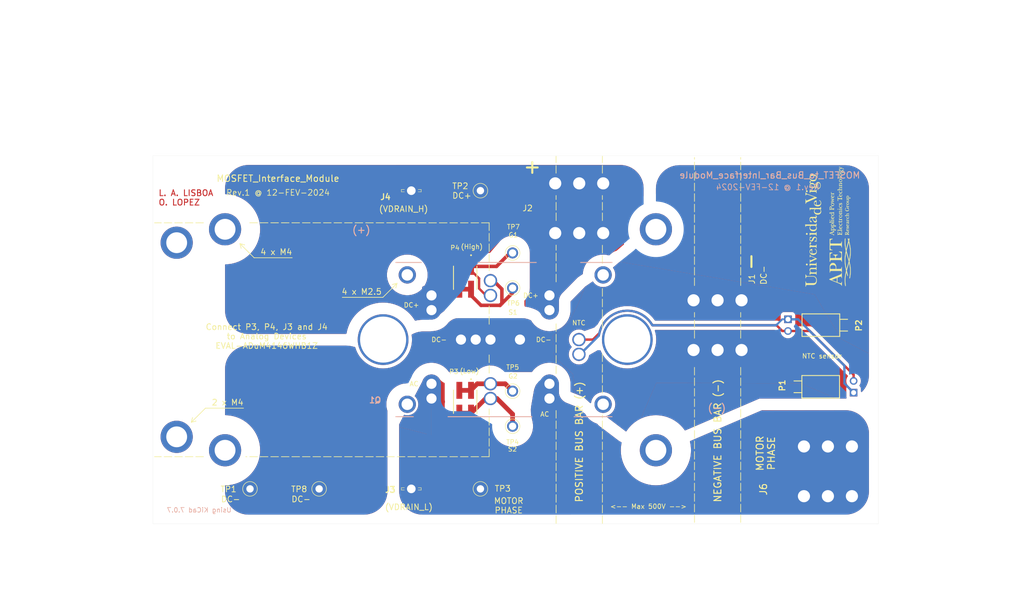
<source format=kicad_pcb>
(kicad_pcb (version 20240108) (generator "pcbnew") (generator_version "8.0")
  (layers (0 "F.Cu" signal) (31 "B.Cu" signal) (34 "B.Paste" user) (35 "F.Paste" user) (36 "B.SilkS" user "B.Silkscreen") (37 "F.SilkS" user "F.Silkscreen") (38 "B.Mask" user) (39 "F.Mask" user) (44 "Edge.Cuts" user))
  (net 0 "")
  (net 3 "/NTC1")
  (net 4 "/NTC2")
  (net 5 "/DC+")
  (net 6 "/G1")
  (net 7 "/S1")
  (net 8 "/AC")
  (net 9 "/G2")
  (net 10 "/S2")
  (net 11 "/DC-")
  (footprint "KiCad:SAMTEC_TSM-102-01-SM-DV" (layer "F.Cu") (at 134.0739 85.6615)
    (property "Reference" "P4")
    (property "Value" "TSM-102-01-SM-DV")
  )
  (footprint "KiCad:KEYSTONE_8196" (layer "F.Cu") (at 212.7885 127.694463 180)
    (property "Reference" "J6")
    (property "Value" "8196")
  )
  (footprint "KiCad:CAB016M12FM3_with_insert_pins_no_DC_dridge" (layer "F.Cu") (at 158.7603 102.2854 180)
    (property "Reference" "Q1")
    (property "Value" "CAB016M12FM3" (hide yes))
  )
  (footprint "KiCad:M4_Hole" (layer "F.Cu") (at 71.4629 78.0415)
    (property "Reference" "M4_2" (hide yes))
    (property "Value" "M4")
  )
  (footprint "KiCad:M4_Hole" (layer "F.Cu") (at 175.46199 75.1235)
    (property "Reference" "M4_4" (hide yes))
    (property "Value" "M4")
  )
  (footprint "KiCad:KEYSTONE_8196" (layer "F.Cu") (at 188.84519 95.95104)
    (property "Reference" "J1")
    (property "Value" "8196")
  )
  (footprint "KiCad:M4_Hole" (layer "F.Cu") (at 71.4629 120.2055)
    (property "Reference" "M4_1" (hide yes))
    (property "Value" "M4")
  )
  (footprint "KiCad:KEYSTONE_8196" (layer "F.Cu") (at 158.82239 70.5515)
    (property "Reference" "J2")
    (property "Value" "8196")
  )
  (footprint "KiCad:Connector_for_NTC_signal_22-05-3021" (layer "F.Cu") (at 215.3158 109.3343 90)
    (property "Reference" "P1")
    (property "Value" "22-05-3021" (hide yes))
  )
  (footprint "KiCad:Test_pin_KEYSTONE_5011" (layer "F.Cu") (at 102.37756 131.5085)
    (property "Reference" "TP8")
    (property "Value" "5011 (BLACK)")
  )
  (footprint "KiCad:Test_pin_KEYSTONE_5011" (layer "F.Cu") (at 144.3609 117.9056)
    (property "Reference" "TP4")
    (property "Value" "5011 (BLACK)")
  )
  (footprint "KiCad:Test_pin_KEYSTONE_5011" (layer "F.Cu") (at 144.360211 87.8856)
    (property "Reference" "TP6")
    (property "Value" "5011 (BLACK)")
  )
  (footprint "KiCad:Test_pin_KEYSTONE_5286" (layer "F.Cu") (at 144.3609 110.2856)
    (property "Reference" "TP5")
    (property "Value" "Test point 5286 (green)")
  )
  (footprint "KiCad:Test_pin_KEYSTONE_5010 (red)" (layer "F.Cu") (at 137.38004 131.5085)
    (property "Reference" "TP3")
    (property "Value" "5010 (RED)")
  )
  (footprint "KiCad:SAMTEC_TSM-102-01-SM-DV" (layer "F.Cu") (at 134.0739 112.5855)
    (property "Reference" "P3")
    (property "Value" "TSM-102-01-SM-DV")
  )
  (footprint "KiCad:M4_Hole" (layer "F.Cu") (at 81.96199 75.1235)
    (property "Reference" "M4_3" (hide yes))
    (property "Value" "M4")
  )
  (footprint "KiCad:Connector_for_NTC_signal_22-05-3021" (layer "F.Cu") (at 207.1751 95.95104 -90)
    (property "Reference" "P2")
    (property "Value" "22-05-3021" (hide yes))
  )
  (footprint "KiCad:Test_pin_KEYSTONE_5011" (layer "F.Cu") (at 87.37632 131.5085)
    (property "Reference" "TP1")
    (property "Value" "5011 (BLACK)")
  )
  (footprint "KiCad:Test_pin_KEYSTONE_5010 (red)" (layer "F.Cu") (at 137.38004 66.7385)
    (property "Reference" "TP2")
    (property "Value" "5010 (RED)")
  )
  (footprint "KiCad:TE_CONNECTIVITY_7351872" (layer "F.Cu") (at 122.3788 131.5085)
    (property "Reference" "J3")
    (property "Value" "735187-2" (hide yes))
  )
  (footprint "KiCad:Test_pin_KEYSTONE_5287" (layer "F.Cu") (at 144.3609 80.2656)
    (property "Reference" "TP7")
    (property "Value" "5287 (blue)")
  )
  (footprint "KiCad:M4_Hole" (layer "F.Cu") (at 175.46199 123.1235)
    (property "Reference" "M4_6" (hide yes))
    (property "Value" "M4")
  )
  (footprint "KiCad:M4_Hole" (layer "F.Cu") (at 81.96199 123.1235)
    (property "Reference" "M4_5" (hide yes))
    (property "Value" "M4")
  )
  (footprint "KiCad:TE_CONNECTIVITY_7351872" (layer "F.Cu") (at 122.3788 66.7385)
    (property "Reference" "J4")
    (property "Value" "735187-2" (hide yes))
  )
  (gr_line (start 130.3528 115.8354) (end 148.5519 115.8354) (stroke (width 0.2)) (layer "B.SilkS"))
  (gr_line (start 157.7086 115.8354) (end 165.9475 115.8354) (stroke (width 0.2)) (layer "B.SilkS"))
  (gr_line (start 136.8806 82.3354) (end 149.5044 82.3354) (stroke (width 0.2)) (layer "B.SilkS"))
  (gr_line (start 119.0143 82.3354) (end 124.5616 82.3354) (stroke (width 0.2)) (layer "B.SilkS"))
  (gr_line (start 159.1183 82.3354) (end 165.9475 82.3354) (stroke (width 0.2)) (layer "B.SilkS"))
  (gr_line (start 119.0143 115.8354) (end 122.8217 115.8354) (stroke (width 0.2)) (layer "B.SilkS"))
  (gr_poly (pts (xy 213.137101 73.497388) (xy 213.164369 73.495316) (xy 213.264518 73.491131) (xy 213.412738 73.487302) (xy 213.593735 73.484322) (xy 214.059885 73.478535) (xy 214.087013 73.424884) (xy 214.087013 73.424885) (xy 214.087013 73.424887) (xy 214.087013 73.424889) (xy 214.087014 73.42489) (xy 214.087014 73.424895) (xy 214.091264 73.416768) (xy 214.095053 73.410228) (xy 214.098407 73.405396) (xy 214.101351 73.402395) (xy 214.102678 73.401619) (xy 214.103913 73.401347) (xy 214.105058 73.401593) (xy 214.106116 73.402374) (xy 214.107092 73.403704) (xy 214.107988 73.405598) (xy 214.109553 73.411142) (xy 214.110838 73.419127) (xy 214.111868 73.429677) (xy 214.113267 73.458956) (xy 214.113955 73.499958) (xy 214.114139 73.553659) (xy 214.114097 73.582154) (xy 214.113955 73.607354) (xy 214.113687 73.629379) (xy 214.113267 73.648351) (xy 214.11267 73.664394) (xy 214.112297 73.671355) (xy 214.111869 73.67763) (xy 214.111385 73.683232) (xy 214.11084 73.688179) (xy 214.110231 73.692485) (xy 214.109555 73.696165) (xy 214.10881 73.699235) (xy 214.10799 73.701709) (xy 214.107095 73.703604) (xy 214.106617 73.704339) (xy 214.106119 73.704934) (xy 214.105601 73.705393) (xy 214.105061 73.705715) (xy 214.104499 73.705905) (xy 214.103916 73.705962) (xy 214.103311 73.70589) (xy 214.102682 73.705691) (xy 214.10203 73.705365) (xy 214.101355 73.704915) (xy 214.099933 73.703652) (xy 214.098411 73.701916) (xy 214.096787 73.699722) (xy 214.095058 73.697085) (xy 214.093219 73.694022) (xy 214.091269 73.690546) (xy 214.08702 73.682421) (xy 214.059899 73.628769) (xy 213.68495 73.622652) (xy 213.609889 73.621521) (xy 213.543141 73.620757) (xy 213.484229 73.620421) (xy 213.457561 73.620433) (xy 213.432673 73.620574) (xy 213.409504 73.620853) (xy 213.387994 73.621278) (xy 213.368084 73.621855) (xy 213.349714 73.622593) (xy 213.332823 73.623499) (xy 213.317353 73.62458) (xy 213.303242 73.625846) (xy 213.290432 73.627302) (xy 213.278862 73.628957) (xy 213.268472 73.630818) (xy 213.259203 73.632894) (xy 213.250994 73.635191) (xy 213.247269 73.636425) (xy 213.243786 73.637717) (xy 213.240539 73.639068) (xy 213.23752 73.64048) (xy 213.23472 73.641953) (xy 213.232134 73.643488) (xy 213.229752 73.645086) (xy 213.227569 73.646748) (xy 213.225576 73.648475) (xy 213.223766 73.650268) (xy 213.222131 73.652128) (xy 213.220664 73.654055) (xy 213.219357 73.656052) (xy 213.218203 73.658118) (xy 213.217195 73.660255) (xy 213.216324 73.662463) (xy 213.215584 73.664744) (xy 213.214967 73.667099) (xy 213.214072 73.672033) (xy 213.213579 73.677272) (xy 213.213427 73.682825) (xy 213.212976 73.696897) (xy 213.211677 73.708138) (xy 213.210736 73.712724) (xy 213.209614 73.716635) (xy 213.208321 73.719882) (xy 213.206869 73.722475) (xy 213.205266 73.724426) (xy 213.203524 73.725745) (xy 213.201653 73.726444) (xy 213.199662 73.726532) (xy 213.197564 73.726022) (xy 213.195367 73.724923) (xy 213.193082 73.723248) (xy 213.19072 73.721006) (xy 213.185805 73.714866) (xy 213.180704 73.706591) (xy 213.1755 73.696268) (xy 213.170275 73.683984) (xy 213.165112 73.669826) (xy 213.160095 73.653881) (xy 213.155305 73.636236) (xy 213.150825 73.616978) (xy 213.141802 73.574174) (xy 213.134413 73.53773) (xy 213.12942 73.511507) (xy 213.128061 73.503435) (xy 213.127587 73.499365)) (stroke (width 0.022489)) (fill solid) (layer "F.SilkS"))
  (gr_line (start 75.66025 116.7765) (end 74.64425 117.0305) (stroke (width 0.1524)) (layer "F.SilkS"))
  (gr_poly (pts (xy 208.819031 76.835802) (xy 209.286731 76.835802) (xy 209.286731 76.91132) (xy 209.239094 76.92925) (xy 209.194645 76.947986) (xy 209.153366 76.967576) (xy 209.115243 76.988068) (xy 209.08026 77.009507) (xy 209.063941 77.020598) (xy 209.048401 77.031943) (xy 209.033639 77.043549) (xy 209.019651 77.055422) (xy 209.006437 77.067568) (xy 208.993994 77.079992) (xy 208.98232 77.0927) (xy 208.971413 77.105699) (xy 208.961272 77.118995) (xy 208.951895 77.132592) (xy 208.943278 77.146498) (xy 208.935422 77.160718) (xy 208.928323 77.175258) (xy 208.921979 77.190123) (xy 208.916389 77.205321) (xy 208.911551 77.220856) (xy 208.907462 77.236736) (xy 208.904122 77.252964) (xy 208.901527 77.269549) (xy 208.899676 77.286494) (xy 208.898566 77.303808) (xy 208.898197 77.321494) (xy 208.898459 77.336153) (xy 208.899237 77.350447) (xy 208.900522 77.364369) (xy 208.902302 77.377914) (xy 208.904566 77.391074) (xy 208.907306 77.403843) (xy 208.910509 77.416215) (xy 208.914165 77.428182) (xy 208.918264 77.439738) (xy 208.922796 77.450876) (xy 208.927749 77.461591) (xy 208.933113 77.471874) (xy 208.938878 77.481721) (xy 208.945033 77.491123) (xy 208.951568 77.500075) (xy 208.958471 77.50857) (xy 208.965733 77.516601) (xy 208.973343 77.524162) (xy 208.98129 77.531246) (xy 208.989564 77.537846) (xy 208.998155 77.543956) (xy 209.007051 77.54957) (xy 209.016242 77.55468) (xy 209.025718 77.55928) (xy 209.035468 77.563364) (xy 209.045481 77.566925) (xy 209.055748 77.569956) (xy 209.066257 77.572451) (xy 209.076998 77.574403) (xy 209.08796 77.575805) (xy 209.099133 77.576651) (xy 209.110507 77.576935) (xy 209.128596 77.576256) (xy 209.145804 77.574244) (xy 209.162177 77.570935) (xy 209.177762 77.566367) (xy 209.192603 77.560576) (xy 209.206748 77.553599) (xy 209.220243 77.545473) (xy 209.233133 77.536236) (xy 209.245464 77.525923) (xy 209.257284 77.514572) (xy 209.27957 77.488903) (xy 209.30036 77.459524) (xy 209.320023 77.42673) (xy 209.338927 77.390816) (xy 209.357442 77.352077) (xy 209.394777 77.267305) (xy 209.434979 77.174775) (xy 209.457077 77.126339) (xy 209.480997 77.076848) (xy 209.501619 77.038273) (xy 209.52301 77.002148) (xy 209.54518 76.968478) (xy 209.56814 76.937268) (xy 209.5919 76.908525) (xy 209.616472 76.882253) (xy 209.641866 76.858458) (xy 209.668092 76.837145) (xy 209.695162 76.818319) (xy 209.709017 76.809841) (xy 209.723086 76.801986) (xy 209.737372 76.794756) (xy 209.751875 76.788151) (xy 209.766597 76.782172) (xy 209.781539 76.77682) (xy 209.796703 76.772095) (xy 209.81209 76.767997) (xy 209.8277 76.764529) (xy 209.843537 76.761689) (xy 209.8596 76.759479) (xy 209.875892 76.7579) (xy 209.909165 76.756636) (xy 209.935494 76.757161) (xy 209.961198 76.758728) (xy 209.986264 76.761325) (xy 210.010678 76.764941) (xy 210.034425 76.769563) (xy 210.057492 76.77518) (xy 210.079865 76.78178) (xy 210.101531 76.789351) (xy 210.122474 76.79788) (xy 210.142683 76.807358) (xy 210.162142 76.81777) (xy 210.180838 76.829106) (xy 210.198756 76.841354) (xy 210.215884 76.854502) (xy 210.232207 76.868538) (xy 210.247712 76.88345) (xy 210.262384 76.899226) (xy 210.27621 76.915855) (xy 210.289176 76.933325) (xy 210.301268 76.951623) (xy 210.312472 76.970738) (xy 210.322775 76.990658) (xy 210.332162 77.011372) (xy 210.34062 77.032866) (xy 210.348134 77.055131) (xy 210.354692 77.078153) (xy 210.360279 77.101921) (xy 210.364881 77.126422) (xy 210.368484 77.151646) (xy 210.371075 77.17758) (xy 210.37264 77.204213) (xy 210.373164 77.231532) (xy 210.372654 77.260084) (xy 210.371098 77.287784) (xy 210.368458 77.314704) (xy 210.364698 77.340918) (xy 210.35978 77.366501) (xy 210.353667 77.391525) (xy 210.346321 77.416065) (xy 210.337706 77.440193) (xy 210.327783 77.463984) (xy 210.316515 77.487512) (xy 210.303866 77.510849) (xy 210.289797 77.53407) (xy 210.274272 77.557248) (xy 210.257252 77.580457) (xy 210.238702 77.603771) (xy 210.218582 77.627263) (xy 210.226753 77.633834) (xy 210.235092 77.640082) (xy 210.243599 77.646014) (xy 210.252274 77.651643) (xy 210.261117 77.656978) (xy 210.27013 77.66203) (xy 210.279312 77.666809) (xy 210.288664 77.671325) (xy 210.298185 77.675588) (xy 210.307877 77.67961) (xy 210.317739 77.683399) (xy 210.327772 77.686968) (xy 210.337976 77.690325) (xy 210.348351 77.693481) (xy 210.358898 77.696447) (xy 210.369617 77.699232) (xy 210.369617 77.7748) (xy 209.880377 77.7748) (xy 209.880377 77.699232) (xy 209.929985 77.68485) (xy 209.976319 77.668682) (xy 210.019387 77.650713) (xy 210.0397 77.641048) (xy 210.0592 77.630926) (xy 210.07789 77.620346) (xy 210.09577 77.609305) (xy 210.112841 77.597803) (xy 210.129105 77.585835) (xy 210.144563 77.573402) (xy 210.159216 77.5605) (xy 210.173066 77.547128) (xy 210.186114 77.533284) (xy 210.198361 77.518965) (xy 210.209809 77.504171) (xy 210.220458 77.488898) (xy 210.230311 77.473144) (xy 210.239367 77.456909) (xy 210.24763 77.440189) (xy 210.2551 77.422984) (xy 210.261777 77.40529) (xy 210.267665 77.387106) (xy 210.272763 77.368429) (xy 210.277073 77.349259) (xy 210.280597 77.329593) (xy 210.283335 77.309428) (xy 210.28529 77.288764) (xy 210.286462 77.267597) (xy 210.286852 77.245926) (xy 210.286548 77.228632) (xy 210.285645 77.211825) (xy 210.284151 77.195512) (xy 210.282079 77.179695) (xy 210.279438 77.164378) (xy 210.276239 77.149566) (xy 210.272492 77.135262) (xy 210.268208 77.121471) (xy 210.263397 77.108196) (xy 210.25807 77.095441) (xy 210.252237 77.083211) (xy 210.245908 77.071509) (xy 210.239095 77.060339) (xy 210.231808 77.049705) (xy 210.224057 77.039612) (xy 210.215852 77.030062) (xy 210.207204 77.021061) (xy 210.198124 77.012611) (xy 210.188622 77.004718) (xy 210.178708 76.997384) (xy 210.168394 76.990615) (xy 210.157688 76.984413) (xy 210.146603 76.978783) (xy 210.135148 76.973729) (xy 210.123334 76.969255) (xy 210.111172 76.965364) (xy 210.098671 76.962061) (xy 210.085843 76.95935) (xy 210.072697 76.957234) (xy 210.059245 76.955718) (xy 210.045496 76.954806) (xy 210.031462 76.954501) (xy 210.015638 76.954923) (xy 210.000509 76.956194) (xy 209.986014 76.958319) (xy 209.978984 76.959703) (xy 209.972088 76.961303) (xy 209.96532 76.963119) (xy 209.95867 76.965151) (xy 209.95213 76.967401) (xy 209.945694 76.969869) (xy 209.933099 76.975461) (xy 209.920821 76.981932) (xy 209.908798 76.989289) (xy 209.896965 76.997536) (xy 209.885261 77.006678) (xy 209.873621 77.016721) (xy 209.861984 77.02767) (xy 209.850285 77.039529) (xy 209.838461 77.052305) (xy 209.82645 77.066002) (xy 209.806933 77.09074) (xy 209.788776 77.116316) (xy 209.771823 77.142638) (xy 209.755914 77.169619) (xy 209.740892 77.197169) (xy 209.726599 77.225198) (xy 209.699566 77.282335) (xy 209.647285 77.398424) (xy 209.619507 77.455945) (xy 209.604656 77.484261) (xy 209.588951 77.512162) (xy 209.570365 77.542268) (xy 209.551034 77.570506) (xy 209.530974 77.596866) (xy 209.510201 77.621337) (xy 209.488732 77.643909) (xy 209.466581 77.664573) (xy 209.443767 77.683317) (xy 209.420304 77.700131) (xy 209.39621 77.715006) (xy 209.371499 77.72793) (xy 209.34619 77.738895) (xy 209.320296 77.747888) (xy 209.293836 77.754901) (xy 209.266824 77.759923) (xy 209.239278 77.762944) (xy 209.211213 77.763953) (xy 209.19079 77.763481) (xy 209.170684 77.76207) (xy 209.150917 77.759732) (xy 209.13151 77.756478) (xy 209.112486 77.752316) (xy 209.093865 77.747259) (xy 209.075669 77.741317) (xy 209.057922 77.7345) (xy 209.040643 77.726819) (xy 209.023855 77.718284) (xy 209.007579 77.708907) (xy 208.991838 77.698696) (xy 208.976653 77.687664) (xy 208.962045 77.67582) (xy 208.948037 77.663175) (xy 208.93465 77.64974) (xy 208.921906 77.635525) (xy 208.909827 77.620541) (xy 208.898434 77.604798) (xy 208.887749 77.588306) (xy 208.877795 77.571077) (xy 208.868591 77.553121) (xy 208.860162 77.534449) (xy 208.852527 77.51507) (xy 208.845709 77.494996) (xy 208.839729 77.474236) (xy 208.83461 77.452803) (xy 208.830373 77.430705) (xy 208.82704 77.407954) (xy 208.824632 77.384561) (xy 208.823171 77.360535) (xy 208.822679 77.335887) (xy 208.823148 77.31062) (xy 208.82457 77.286059) (xy 208.826973 77.262154) (xy 208.830382 77.23885) (xy 208.834824 77.216095) (xy 208.840325 77.193837) (xy 208.846911 77.172022) (xy 208.85461 77.150598) (xy 208.863446 77.129511) (xy 208.873446 77.10871) (xy 208.884637 77.088142) (xy 208.897045 77.067753) (xy 208.910696 77.047491) (xy 208.925617 77.027303) (xy 208.941833 77.007136) (xy 208.959371 76.986937) (xy 208.951865 76.980347) (xy 208.944192 76.97408) (xy 208.93635 76.968119) (xy 208.928341 76.96245) (xy 208.920163 76.957055) (xy 208.911817 76.951919) (xy 208.903302 76.947027) (xy 208.894617 76.942362) (xy 208.885764 76.937908) (xy 208.876741 76.93365) (xy 208.867548 76.929571) (xy 208.858185 76.925657) (xy 208.838949 76.918255) (xy 208.81903 76.911318)) (stroke (width 0.028222)) (fill solid) (layer "F.SilkS"))
  (gr_poly (pts (xy 213.474992 69.711483) (xy 213.476018 69.69529) (xy 213.477749 69.679212) (xy 213.48017 69.663275) (xy 213.483265 69.647502) (xy 213.487016 69.631918) (xy 213.491408 69.616549) (xy 213.496423 69.601418) (xy 213.502045 69.586551) (xy 213.508259 69.571972) (xy 213.515046 69.557706) (xy 213.522391 69.543778) (xy 213.530278 69.530212) (xy 213.538689 69.517033) (xy 213.547609 69.504266) (xy 213.55702 69.491935) (xy 213.566906 69.480066) (xy 213.577251 69.468682) (xy 213.588039 69.457809) (xy 213.599252 69.447471) (xy 213.610874 69.437694) (xy 213.622889 69.428501) (xy 213.63528 69.419918) (xy 213.64803 69.411968) (xy 213.661124 69.404678) (xy 213.674545 69.398071) (xy 213.688276 69.392173) (xy 213.7023 69.387007) (xy 213.716602 69.382599) (xy 213.731164 69.378974) (xy 213.744949 69.3763) (xy 213.758827 69.374302) (xy 213.772777 69.372969) (xy 213.786775 69.372288) (xy 213.800798 69.372249) (xy 213.814826 69.37284) (xy 213.828834 69.374049) (xy 213.842802 69.375866) (xy 213.856705 69.378278) (xy 213.870522 69.381274) (xy 213.88423 69.384842) (xy 213.897808 69.388971) (xy 213.911231 69.39365) (xy 213.924479 69.398867) (xy 213.937528 69.40461) (xy 213.950356 69.410868) (xy 213.962941 69.417629) (xy 213.975259 69.424883) (xy 213.98729 69.432617) (xy 213.99901 69.44082) (xy 214.010396 69.44948) (xy 214.021427 69.458586) (xy 214.03208 69.468127) (xy 214.042332 69.47809) (xy 214.052161 69.488465) (xy 214.061544 69.49924) (xy 214.07046 69.510404) (xy 214.078885 69.521944) (xy 214.086798 69.53385) (xy 214.094175 69.546109) (xy 214.100995 69.558711) (xy 214.107234 69.571644) (xy 214.115272 69.591838) (xy 214.121743 69.613356) (xy 214.126672 69.635994) (xy 214.130085 69.659545) (xy 214.132007 69.683803) (xy 214.132463 69.70856) (xy 214.131479 69.733612) (xy 214.129081 69.758751) (xy 214.125293 69.783772) (xy 214.120141 69.808467) (xy 214.113652 69.832632) (xy 214.105849 69.856059) (xy 214.096759 69.878543) (xy 214.086406 69.899876) (xy 214.074818 69.919853) (xy 214.062018 69.938268) (xy 214.043808 69.960432) (xy 214.024651 69.980522) (xy 214.00464 69.998567) (xy 213.98387 70.014595) (xy 213.962435 70.028634) (xy 213.940428 70.040713) (xy 213.917944 70.050861) (xy 213.895078 70.059106) (xy 213.871923 70.065478) (xy 213.848574 70.070003) (xy 213.825124 70.072712) (xy 213.801669 70.073633) (xy 213.798714 70.073526) (xy 213.798714 69.923809) (xy 213.833605 69.92268) (xy 213.868085 69.919275) (xy 213.901653 69.913595) (xy 213.93381 69.90564) (xy 213.964055 69.895409) (xy 213.978304 69.88944) (xy 213.991888 69.882903) (xy 214.004743 69.875796) (xy 214.016808 69.868121) (xy 214.028019 69.859876) (xy 214.038315 69.851063) (xy 214.038332 69.851057) (xy 214.043751 69.845769) (xy 214.048902 69.840206) (xy 214.053783 69.834382) (xy 214.058392 69.828314) (xy 214.066785 69.815499) (xy 214.074067 69.801881) (xy 214.080221 69.787579) (xy 214.085233 69.77271) (xy 214.089085 69.757394) (xy 214.091763 69.741748) (xy 214.093251 69.725893) (xy 214.093533 69.709946) (xy 214.092593 69.694025) (xy 214.090416 69.678251) (xy 214.086986 69.66274) (xy 214.082287 69.647613) (xy 214.076304 69.632987) (xy 214.072826 69.625899) (xy 214.069021 69.618981) (xy 214.06179 69.608047) (xy 214.053222 69.597736) (xy 214.043395 69.58805) (xy 214.03239 69.578993) (xy 214.020285 69.570569) (xy 214.00716 69.562781) (xy 213.993095 69.555634) (xy 213.978168 69.549131) (xy 213.946047 69.53807) (xy 213.911432 69.529629) (xy 213.87496 69.523836) (xy 213.837264 69.520723) (xy 213.798979 69.520316) (xy 213.760741 69.522648) (xy 213.723185 69.527745) (xy 213.686945 69.535639) (xy 213.652656 69.546359) (xy 213.636442 69.552787) (xy 213.620953 69.559933) (xy 213.60627 69.5678) (xy 213.592472 69.576392) (xy 213.579637 69.585712) (xy 213.567846 69.595764) (xy 213.561263 69.602201) (xy 213.555097 69.608913) (xy 213.549348 69.615884) (xy 213.544015 69.623095) (xy 213.5391 69.63053) (xy 213.534602 69.63817) (xy 213.530522 69.645998) (xy 213.52686 69.653996) (xy 213.523615 69.662146) (xy 213.520789 69.670431) (xy 213.518381 69.678832) (xy 213.516392 69.687333) (xy 213.514821 69.695916) (xy 213.51367 69.704562) (xy 213.512937 69.713255) (xy 213.512625 69.721976) (xy 213.512732 69.730708) (xy 213.513258 69.739433) (xy 213.514205 69.748133) (xy 213.515572 69.756791) (xy 213.517359 69.765389) (xy 213.519568 69.773909) (xy 213.522197 69.782334) (xy 213.525247 69.790646) (xy 213.528718 69.798828) (xy 213.532611 69.806861) (xy 213.536925 69.814727) (xy 213.541662 69.82241) (xy 213.54682 69.829892) (xy 213.552401 69.837154) (xy 213.558404 69.844179) (xy 213.56483 69.85095) (xy 213.574434 69.859768) (xy 213.584998 69.868018) (xy 213.596459 69.875699) (xy 213.608757 69.882812) (xy 213.621826 69.889356) (xy 213.635607 69.895332) (xy 213.665048 69.905577) (xy 213.696579 69.913547) (xy 213.729701 69.919243) (xy 213.763913 69.922663) (xy 213.798714 69.923809) (xy 213.798714 70.073526) (xy 213.778301 70.072793) (xy 213.755116 70.070223) (xy 213.732207 70.06595) (xy 213.709669 70.060002) (xy 213.687596 70.05241) (xy 213.666082 70.0432) (xy 213.645221 70.032403) (xy 213.625107 70.020045) (xy 213.605835 70.006157) (xy 213.587499 69.990766) (xy 213.570192 69.973901) (xy 213.55401 69.955591) (xy 213.539046 69.935864) (xy 213.525394 69.914748) (xy 213.513149 69.892274) (xy 213.502405 69.868468) (xy 213.493256 69.84336) (xy 213.485796 69.816978) (xy 213.480119 69.78935) (xy 213.47632 69.760506) (xy 213.475127 69.744116) (xy 213.47469 69.727766)) (stroke (width 0.022489)) (fill solid) (layer "F.SilkS"))
  (gr_poly (pts (xy 213.150052 70.599662) (xy 213.150651 70.567688) (xy 213.151505 70.538414) (xy 213.152637 70.511628) (xy 213.154074 70.487115) (xy 213.155839 70.464664) (xy 213.157959 70.44406) (xy 213.160457 70.42509) (xy 213.163359 70.407541) (xy 213.166689 70.391199) (xy 213.170473 70.375852) (xy 213.174735 70.361285) (xy 213.1795 70.347286) (xy 213.184794 70.333642) (xy 213.19064 70.320138) (xy 213.201178 70.298281) (xy 213.212159 70.278193) (xy 213.223621 70.259852) (xy 213.235602 70.243232) (xy 213.241799 70.235561) (xy 213.248141 70.228311) (xy 213.254631 70.221481) (xy 213.261276 70.215066) (xy 213.268078 70.209063) (xy 213.275044 70.203471) (xy 213.282179 70.198285) (xy 213.289486 70.193504) (xy 213.296971 70.189123) (xy 213.304638 70.18514) (xy 213.312492 70.181553) (xy 213.320539 70.178357) (xy 213.328782 70.175551) (xy 213.337227 70.173131) (xy 213.345878 70.171093) (xy 213.354741 70.169437) (xy 213.363819 70.168157) (xy 213.373119 70.167252) (xy 213.382644 70.166718) (xy 213.392399 70.166552) (xy 213.412619 70.167314) (xy 213.433818 70.169514) (xy 213.447587 70.171725) (xy 213.460954 70.174608) (xy 213.473917 70.178159) (xy 213.486473 70.182374) (xy 213.498621 70.187249) (xy 213.510358 70.192781) (xy 213.521682 70.198966) (xy 213.53259 70.2058) (xy 213.543081 70.213279) (xy 213.553153 70.221399) (xy 213.562802 70.230157) (xy 213.572027 70.239548) (xy 213.589195 70.260216) (xy 213.604639 70.283373) (xy 213.618341 70.308987) (xy 213.630283 70.337028) (xy 213.640448 70.367466) (xy 213.648817 70.40027) (xy 213.655372 70.43541) (xy 213.660097 70.472853) (xy 213.662972 70.512571) (xy 213.66398 70.554532) (xy 213.664092 70.656469) (xy 213.834244 70.656469) (xy 213.867672 70.656158) (xy 213.898043 70.655184) (xy 213.925482 70.653484) (xy 213.938141 70.652343) (xy 213.950113 70.650996) (xy 213.961415 70.649437) (xy 213.97206 70.647657) (xy 213.982066 70.645649) (xy 213.991448 70.643404) (xy 214.00022 70.640916) (xy 214.008399 70.638176) (xy 214.016 70.635177) (xy 214.023039 70.63191) (xy 214.029531 70.628368) (xy 214.035492 70.624543) (xy 214.040937 70.620427) (xy 214.045881 70.616013) (xy 214.050341 70.611292) (xy 214.054332 70.606257) (xy 214.057869 70.600899) (xy 214.060967 70.595212) (xy 214.063643 70.589188) (xy 214.065912 70.582818) (xy 214.06779 70.576094) (xy 214.069291 70.56901) (xy 214.070431 70.561556) (xy 214.071227 70.553726) (xy 214.071693 70.545511) (xy 214.071844 70.536904) (xy 214.071872 70.534233) (xy 214.071956 70.531595) (xy 214.072093 70.528995) (xy 214.072282 70.526435) (xy 214.072523 70.523919) (xy 214.072813 70.52145) (xy 214.073152 70.519032) (xy 214.073538 70.516668) (xy 214.073969 70.514361) (xy 214.074444 70.512114) (xy 214.074962 70.509932) (xy 214.075522 70.507816) (xy 214.076122 70.505772) (xy 214.07676 70.503801) (xy 214.077436 70.501908) (xy 214.078148 70.500095) (xy 214.078894 70.498366) (xy 214.079674 70.496725) (xy 214.080486 70.495174) (xy 214.081327 70.493717) (xy 214.082198 70.492358) (xy 214.083097 70.491099) (xy 214.084022 70.489945) (xy 214.084972 70.488897) (xy 214.085946 70.487961) (xy 214.086942 70.487138) (xy 214.087958 70.486433) (xy 214.088995 70.485848) (xy 214.090049 70.485388) (xy 214.09112 70.485055) (xy 214.092206 70.484853) (xy 214.093306 70.484784) (xy 214.093313 70.48479) (xy 214.094513 70.48505) (xy 214.095687 70.485827) (xy 214.097951 70.488897) (xy 214.1001 70.493938) (xy 214.102127 70.500885) (xy 214.104026 70.509677) (xy 214.105791 70.52025) (xy 214.108898 70.546489) (xy 214.111397 70.579099) (xy 214.113242 70.617576) (xy 214.114384 70.66142) (xy 214.114775 70.710125) (xy 214.114676 70.735054) (xy 214.114384 70.75883) (xy 214.113903 70.781391) (xy 214.113241 70.802674) (xy 214.112403 70.822615) (xy 214.111395 70.841152) (xy 214.110224 70.858222) (xy 214.108895 70.873762) (xy 214.107415 70.887709) (xy 214.105789 70.900001) (xy 214.104023 70.910574) (xy 214.102124 70.919366) (xy 214.100097 70.926313) (xy 214.099038 70.929076) (xy 214.097949 70.931353) (xy 214.096832 70.933139) (xy 214.095686 70.934424) (xy 214.094513 70.9352) (xy 214.093313 70.935461) (xy 214.092213 70.935406) (xy 214.091127 70.935242) (xy 214.090056 70.934973) (xy 214.089002 70.934601) (xy 214.087966 70.934128) (xy 214.086949 70.933557) (xy 214.085954 70.932892) (xy 214.08498 70.932134) (xy 214.083105 70.930353) (xy 214.081335 70.928235) (xy 214.079682 70.925802) (xy 214.078156 70.923075) (xy 214.076768 70.920077) (xy 214.07553 70.916828) (xy 214.074451 70.913351) (xy 214.073545 70.909668) (xy 214.07282 70.905798) (xy 214.072289 70.901765) (xy 214.071962 70.89759) (xy 214.071851 70.893294) (xy 214.071797 70.891104) (xy 214.071636 70.888884) (xy 214.07137 70.886638) (xy 214.071004 70.884371) (xy 214.070538 70.882087) (xy 214.069977 70.879789) (xy 214.069322 70.877482) (xy 214.068576 70.87517) (xy 214.066822 70.870548) (xy 214.064737 70.865955) (xy 214.062341 70.861425) (xy 214.059657 70.85699) (xy 214.056706 70.852684) (xy 214.053508 70.84854) (xy 214.050085 70.84459) (xy 214.046458 70.840867) (xy 214.042649 70.837405) (xy 214.040682 70.835782) (xy 214.038678 70.834237) (xy 214.036639 70.832773) (xy 214.034568 70.831395) (xy 214.032467 70.830107) (xy 214.030339 70.828913) (xy 214.014663 70.824663) (xy 213.985484 70.820801) (xy 213.894237 70.814331) (xy 213.771836 70.809676) (xy 213.633522 70.80701) (xy 213.494533 70.806507) (xy 213.370109 70.808342) (xy 213.275489 70.812689) (xy 213.244118 70.815858) (xy 213.225913 70.819721) (xy 213.224172 70.820456) (xy 213.222454 70.821314) (xy 213.219092 70.823386) (xy 213.215845 70.825902) (xy 213.21273 70.828831) (xy 213.209764 70.832138) (xy 213.206965 70.835792) (xy 213.20435 70.839759) (xy 213.201936 70.844006) (xy 213.199742 70.8485) (xy 213.197783 70.853208) (xy 213.196078 70.858097) (xy 213.194645 70.863134) (xy 213.193499 70.868286) (xy 213.19266 70.87352) (xy 213.192143 70.878803) (xy 213.191967 70.884103) (xy 213.19196 70.884737) (xy 213.19196 70.656468) (xy 213.621173 70.656468) (xy 213.621173 70.558245) (xy 213.6207 70.541909) (xy 213.619302 70.526046) (xy 213.617008 70.510675) (xy 213.613846 70.495813) (xy 213.609846 70.481478) (xy 213.605038 70.467687) (xy 213.59945 70.454459) (xy 213.593112 70.44181) (xy 213.586053 70.42976) (xy 213.578302 70.418324) (xy 213.569888 70.407523) (xy 213.560841 70.397372) (xy 213.55119 70.38789) (xy 213.540964 70.379094) (xy 213.530193 70.371003) (xy 213.518905 70.363633) (xy 213.50713 70.357004) (xy 213.494896 70.351131) (xy 213.482234 70.346034) (xy 213.469173 70.34173) (xy 213.455741 70.338237) (xy 213.441968 70.335572) (xy 213.427883 70.333753) (xy 213.413516 70.332798) (xy 213.398895 70.332725) (xy 213.38405 70.333551) (xy 213.369011 70.335294) (xy 213.353805 70.337972) (xy 213.338463 70.341603) (xy 213.323014 70.346204) (xy 213.307487 70.351793) (xy 213.29191 70.358388) (xy 213.28001 70.364488) (xy 213.268839 70.371605) (xy 213.258401 70.379729) (xy 213.248702 70.388847) (xy 213.239749 70.398948) (xy 213.231545 70.410021) (xy 213.224097 70.422053) (xy 213.21741 70.435034) (xy 213.21149 70.448952) (xy 213.206341 70.463795) (xy 213.201969 70.479552) (xy 213.198381 70.496211) (xy 213.19558 70.51376) (xy 213.193573 70.532189) (xy 213.192364 70.551485) (xy 213.19196 70.571637) (xy 213.19196 70.656468) (xy 213.19196 70.884737) (xy 213.191939 70.886735) (xy 213.191856 70.889334) (xy 213.191719 70.891896) (xy 213.191529 70.894419) (xy 213.191289 70.896898) (xy 213.190998 70.89933) (xy 213.19066 70.901713) (xy 213.190274 70.904043) (xy 213.189843 70.906316) (xy 213.189368 70.908529) (xy 213.18885 70.91068) (xy 213.18829 70.912764) (xy 213.187691 70.914778) (xy 213.187052 70.91672) (xy 213.186376 70.918586) (xy 213.185665 70.920372) (xy 213.184919 70.922075) (xy 213.184139 70.923692) (xy 213.183328 70.92522) (xy 213.182486 70.926656) (xy 213.181615 70.927995) (xy 213.180717 70.929235) (xy 213.179792 70.930373) (xy 213.178842 70.931405) (xy 213.177868 70.932328) (xy 213.176872 70.933138) (xy 213.175856 70.933833) (xy 213.17482 70.934409) (xy 213.173765 70.934863) (xy 213.172694 70.935191) (xy 213.171608 70.93539) (xy 213.170508 70.935457) (xy 213.169289 70.935161) (xy 213.1681 70.934277) (xy 213.165814 70.930776) (xy 213.163654 70.925016) (xy 213.161627 70.917059) (xy 213.157988 70.894798) (xy 213.154942 70.864486) (xy 213.152529 70.826615) (xy 213.150793 70.781677) (xy 213.149775 70.730163) (xy 213.149518 70.672565)) (stroke (width 0.022489)) (fill solid) (layer "F.SilkS"))
  (gr_line (start 116.205 89.916) (end 119.2657 86.868) (stroke (width 0.1524)) (layer "F.SilkS"))
  (gr_poly (pts (xy 214.996112 75.678241) (xy 215.008299 75.678337) (xy 215.019754 75.678621) (xy 215.030456 75.679088) (xy 215.040383 75.679734) (xy 215.049514 75.680555) (xy 215.057829 75.681544) (xy 215.065306 75.682698) (xy 215.068724 75.683335) (xy 215.071924 75.684012) (xy 215.074904 75.684727) (xy 215.077662 75.685481) (xy 215.080195 75.686272) (xy 215.082499 75.6871) (xy 215.084573 75.687964) (xy 215.086414 75.688864) (xy 215.088019 75.6898) (xy 215.089386 75.690769) (xy 215.090511 75.691773) (xy 215.091393 75.692811) (xy 215.092029 75.693881) (xy 215.092415 75.694983) (xy 215.09255 75.696117) (xy 215.092431 75.697282) (xy 215.092054 75.698477) (xy 215.091419 75.699702) (xy 215.089915 75.701888) (xy 215.088155 75.704013) (xy 215.086159 75.706065) (xy 215.08395 75.708034) (xy 215.08155 75.709909) (xy 215.078981 75.711679) (xy 215.076264 75.713332) (xy 215.073422 75.714859) (xy 215.070476 75.716246) (xy 215.067448 75.717485) (xy 215.06436 75.718563) (xy 215.061234 75.71947) (xy 215.058092 75.720194) (xy 215.054956 75.720726) (xy 215.051848 75.721052) (xy 215.048789 75.721164) (xy 215.04255 75.721478) (xy 215.036411 75.722413) (xy 215.030376 75.723955) (xy 215.024454 75.72609) (xy 215.01865 75.728803) (xy 215.012971 75.732082) (xy 215.007424 75.735913) (xy 215.002014 75.740282) (xy 214.991635 75.750578) (xy 214.981885 75.762862) (xy 214.972817 75.777023) (xy 214.964483 75.792952) (xy 214.956935 75.810539) (xy 214.950224 75.829675) (xy 214.944403 75.850248) (xy 214.939524 75.872151) (xy 214.935638 75.895273) (xy 214.932798 75.919503) (xy 214.931056 75.944734) (xy 214.930464 75.970854) (xy 214.930464 76.107454) (xy 215.338215 76.107454) (xy 215.338215 76.042098) (xy 215.33798 76.035393) (xy 215.337289 76.028539) (xy 215.336161 76.02156) (xy 215.334614 76.01448) (xy 215.332669 76.007323) (xy 215.330344 76.000111) (xy 215.327659 75.99287) (xy 215.324632 75.985622) (xy 215.321284 75.978391) (xy 215.317633 75.971201) (xy 215.309501 75.95704) (xy 215.300389 75.943327) (xy 215.290451 75.930252) (xy 215.279842 75.918005) (xy 215.268714 75.906775) (xy 215.263005 75.901601) (xy 215.257223 75.896753) (xy 215.251389 75.892254) (xy 215.245522 75.888128) (xy 215.239641 75.884398) (xy 215.233765 75.881089) (xy 215.227913 75.878224) (xy 215.222106 75.875826) (xy 215.216361 75.87392) (xy 215.210698 75.872529) (xy 215.205137 75.871678) (xy 215.199696 75.871388) (xy 215.197996 75.871367) (xy 215.196318 75.871305) (xy 215.194663 75.871202) (xy 215.193034 75.87106) (xy 215.191433 75.87088) (xy 215.189862 75.870662) (xy 215.188323 75.870408) (xy 215.186819 75.870119) (xy 215.185351 75.869796) (xy 215.183921 75.869439) (xy 215.182533 75.86905) (xy 215.181187 75.868631) (xy 215.179886 75.868181) (xy 215.178632 75.867702) (xy 215.177427 75.867195) (xy 215.176273 75.866662) (xy 215.175173 75.866102) (xy 215.174129 75.865517) (xy 215.173142 75.864909) (xy 215.172215 75.864278) (xy 215.17135 75.863624) (xy 215.170549 75.86295) (xy 215.169814 75.862257) (xy 215.169148 75.861544) (xy 215.168552 75.860814) (xy 215.168028 75.860067) (xy 215.16758 75.859305) (xy 215.167208 75.858528) (xy 215.166915 75.857737) (xy 215.166703 75.856934) (xy 215.166574 75.856119) (xy 215.166531 75.855294) (xy 215.166769 75.854469) (xy 215.167477 75.853654) (xy 215.170254 75.852061) (xy 215.174767 75.850521) (xy 215.180924 75.849045) (xy 215.197794 75.846311) (xy 215.220115 75.843927) (xy 215.247139 75.841957) (xy 215.278117 75.840468) (xy 215.312302 75.839527) (xy 215.348946 75.839198) (xy 215.367528 75.839282) (xy 215.385589 75.839527) (xy 215.403036 75.839925) (xy 215.419774 75.840468) (xy 215.435711 75.841148) (xy 215.450752 75.841957) (xy 215.464805 75.842886) (xy 215.477776 75.843927) (xy 215.489571 75.845071) (xy 215.500097 75.846311) (xy 215.50926 75.847638) (xy 215.516966 75.849045) (xy 215.523123 75.850521) (xy 215.527637 75.852061) (xy 215.529248 75.852851) (xy 215.530413 75.853654) (xy 215.531121 75.854469) (xy 215.53136 75.855294) (xy 215.531331 75.856119) (xy 215.531243 75.856933) (xy 215.5311 75.857736) (xy 215.530902 75.858527) (xy 215.53065 75.859304) (xy 215.530347 75.860066) (xy 215.529993 75.860813) (xy 215.529589 75.861543) (xy 215.529138 75.862255) (xy 215.528641 75.862949) (xy 215.528099 75.863623) (xy 215.527514 75.864276) (xy 215.52622 75.865516) (xy 215.524769 75.86666) (xy 215.523173 75.867701) (xy 215.521445 75.86863) (xy 215.519595 75.869438) (xy 215.517635 75.870118) (xy 215.515576 75.870662) (xy 215.51343 75.87106) (xy 215.511209 75.871305) (xy 215.508923 75.871388) (xy 215.504318 75.871695) (xy 215.499549 75.872598) (xy 215.494636 75.87407) (xy 215.4896 75.876084) (xy 215.484461 75.878612) (xy 215.47924 75.881627) (xy 215.468631 75.889011) (xy 215.457937 75.898018) (xy 215.447319 75.908432) (xy 215.43694 75.920034) (xy 215.426963 75.932608) (xy 215.417551 75.945936) (xy 215.408866 75.959801) (xy 215.401071 75.973985) (xy 215.394328 75.988272) (xy 215.388801 76.002444) (xy 215.384651 76.016284) (xy 215.383144 76.023011) (xy 215.382042 76.029574) (xy 215.381366 76.035946) (xy 215.381137 76.042098) (xy 215.381137 76.107454) (xy 215.552821 76.107454) (xy 215.591953 76.107075) (xy 215.627025 76.105826) (xy 215.658248 76.103538) (xy 215.672483 76.101951) (xy 215.685835 76.100042) (xy 215.69833 76.097789) (xy 215.709996 76.09517) (xy 215.720859 76.092166) (xy 215.730945 76.088754) (xy 215.74028 76.084913) (xy 215.748892 76.080623) (xy 215.756807 76.075863) (xy 215.764051 76.070611) (xy 215.770651 76.064846) (xy 215.776632 76.058548) (xy 215.782023 76.051694) (xy 215.786849 76.044265) (xy 215.791136 76.036238) (xy 215.794912 76.027594) (xy 215.798202 76.01831) (xy 215.801034 76.008366) (xy 215.803433 75.99774) (xy 215.805426 75.986412) (xy 215.80704 75.974361) (xy 215.808301 75.961565) (xy 215.809871 75.933654) (xy 215.810347 75.902512) (xy 215.810213 75.88847) (xy 215.809814 75.874783) (xy 215.80915 75.861455) (xy 215.808223 75.848488) (xy 215.807034 75.835885) (xy 215.805584 75.823648) (xy 215.803875 75.811781) (xy 215.801908 75.800285) (xy 215.799684 75.789163) (xy 215.797205 75.778418) (xy 215.794471 75.768052) (xy 215.791485 75.758069) (xy 215.788247 75.74847) (xy 215.784758 75.739258) (xy 215.781021 75.730436) (xy 215.777036 75.722007) (xy 215.772805 75.713973) (xy 215.768329 75.706337) (xy 215.763609 75.699101) (xy 215.758646 75.692268) (xy 215.753443 75.68584) (xy 215.747999 75.67982) (xy 215.742317 75.674212) (xy 215.736398 75.669016) (xy 215.730242 75.664237) (xy 215.723853 75.659876) (xy 215.717229 75.655936) (xy 215.710374 75.652421) (xy 215.703288 75.649331) (xy 215.695973 75.646671) (xy 215.688429 75.644442) (xy 215.680659 75.642647) (xy 215.674194 75.641257) (xy 215.667911 75.639715) (xy 215.661842 75.638036) (xy 215.656019 75.636238) (xy 215.650475 75.634336) (xy 215.645243 75.632346) (xy 215.640355 75.630285) (xy 215.635843 75.628169) (xy 215.63174 75.626013) (xy 215.629852 75.624925) (xy 215.628078 75.623834) (xy 215.626423 75.622741) (xy 215.624891 75.621648) (xy 215.623485 75.620558) (xy 215.62221 75.619471) (xy 215.62107 75.618392) (xy 215.620068 75.61732) (xy 215.61921 75.616259) (xy 215.618498 75.61521) (xy 215.617938 75.614175) (xy 215.617532 75.613157) (xy 215.617286 75.612158) (xy 215.617203 75.611178) (xy 215.617779 75.60919) (xy 215.619459 75.607306) (xy 215.622175 75.60553) (xy 215.625856 75.603861) (xy 215.635839 75.600853) (xy 215.648852 75.598295) (xy 215.664338 75.596197) (xy 215.681742 75.59457) (xy 215.700508 75.593427) (xy 215.72008 75.592777) (xy 215.739902 75.592632) (xy 215.759419 75.593004) (xy 215.778073 75.593904) (xy 215.795311 75.595342) (xy 215.810575 75.59733) (xy 215.823309 75.59988) (xy 215.832959 75.603002) (xy 215.836453 75.604781) (xy 215.838967 75.606708) (xy 215.838957 75.606706) (xy 215.843073 75.619635) (xy 215.846487 75.64798) (xy 215.85129 75.741955) (xy 215.853526 75.87069) (xy 215.853355 76.016247) (xy 215.850938 76.160685) (xy 215.846435 76.286067) (xy 215.840006 76.374451) (xy 215.836119 76.399163) (xy 215.834017 76.405668) (xy 215.831811 76.407899) (xy 215.830712 76.40783) (xy 215.829627 76.407625) (xy 215.828557 76.407287) (xy 215.827504 76.406819) (xy 215.826468 76.406226) (xy 215.825452 76.405511) (xy 215.823484 76.403725) (xy 215.821609 76.40149) (xy 215.819839 76.398833) (xy 215.818185 76.395781) (xy 215.816659 76.392361) (xy 215.81527 76.388599) (xy 215.814031 76.384524) (xy 215.812952 76.380163) (xy 215.812045 76.375542) (xy 215.811319 76.370688) (xy 215.810788 76.365629) (xy 215.810461 76.360392) (xy 215.810349 76.355004) (xy 215.810298 76.352155) (xy 215.810145 76.349301) (xy 215.809892 76.346445) (xy 215.809542 76.343589) (xy 215.809097 76.34074) (xy 215.808558 76.337899) (xy 215.807929 76.335072) (xy 215.807211 76.332262) (xy 215.805516 76.326707) (xy 215.803492 76.321267) (xy 215.801154 76.315971) (xy 215.798521 76.31085) (xy 215.795608 76.305935) (xy 215.792434 76.301258) (xy 215.790754 76.299018) (xy 215.789015 76.296848) (xy 215.787218 76.294753) (xy 215.785367 76.292737) (xy 215.783464 76.290802) (xy 215.781509 76.288954) (xy 215.779506 76.287196) (xy 215.777457 76.285532) (xy 215.775363 76.283966) (xy 215.773228 76.282501) (xy 215.771052 76.281141) (xy 215.768839 76.279891) (xy 215.762687 76.277538) (xy 215.753281 76.275272) (xy 215.725353 76.271035) (xy 215.686347 76.267252) (xy 215.637556 76.263996) (xy 215.580274 76.261338) (xy 215.515793 76.25935) (xy 215.445407 76.258104) (xy 215.370409 76.257673) (xy 215.295411 76.258104) (xy 215.225024 76.25935) (xy 215.160542 76.261339) (xy 215.103259 76.263997) (xy 215.054468 76.267254) (xy 215.015461 76.271037) (xy 215.000032 76.273103) (xy 214.987533 76.275273) (xy 214.978127 76.277539) (xy 214.971976 76.279891) (xy 214.967587 76.2825) (xy 214.963358 76.285532) (xy 214.959306 76.288954) (xy 214.955448 76.292736) (xy 214.951801 76.296848) (xy 214.948382 76.301258) (xy 214.945207 76.305935) (xy 214.942295 76.31085) (xy 214.939662 76.315971) (xy 214.937324 76.321267) (xy 214.9353 76.326708) (xy 214.933605 76.332262) (xy 214.932258 76.3379) (xy 214.931274 76.34359) (xy 214.930671 76.349301) (xy 214.930467 76.355004) (xy 214.930439 76.357715) (xy 214.930355 76.360392) (xy 214.930218 76.363032) (xy 214.930029 76.36563) (xy 214.929788 76.368183) (xy 214.929498 76.370689) (xy 214.929159 76.373143) (xy 214.928773 76.375543) (xy 214.928342 76.377884) (xy 214.927867 76.380164) (xy 214.927349 76.382379) (xy 214.926789 76.384526) (xy 214.926189 76.386601) (xy 214.92555 76.388601) (xy 214.924875 76.390522) (xy 214.924163 76.392362) (xy 214.923416 76.394116) (xy 214.922637 76.395782) (xy 214.921825 76.397356) (xy 214.920983 76.398834) (xy 214.920112 76.400213) (xy 214.919214 76.401491) (xy 214.918289 76.402663) (xy 214.917339 76.403725) (xy 214.916365 76.404676) (xy 214.915369 76.405511) (xy 214.914352 76.406226) (xy 214.913316 76.406819) (xy 214.912262 76.407287) (xy 214.911191 76.407625) (xy 214.910105 76.40783) (xy 214.909004 76.407899) (xy 214.906544 76.406317) (xy 214.904215 76.401612) (xy 214.902022 76.393847) (xy 214.899969 76.383085) (xy 214.896295 76.352823) (xy 214.893222 76.311327) (xy 214.890782 76.259101) (xy 214.889002 76.196647) (xy 214.887912 76.12447) (xy 214.887542 76.043071) (xy 214.887542 75.678241)) (stroke (width 0.022489)) (fill solid) (layer "F.SilkS"))
  (gr_poly (pts (xy 215.207835 69.638211) (xy 215.208584 69.626752) (xy 215.210098 69.615442) (xy 215.2124 69.604325) (xy 215.215511 69.593448) (xy 215.219456 69.582855) (xy 215.224257 69.572591) (xy 215.229937 69.562701) (xy 215.232143 69.558942) (xy 215.234029 69.555153) (xy 215.235594 69.551342) (xy 215.236839 69.547518) (xy 215.237765 69.543689) (xy 215.238109 69.541775) (xy 215.238372 69.539863) (xy 215.238556 69.537955) (xy 215.23866 69.53605) (xy 215.238685 69.534151) (xy 215.23863 69.532258) (xy 215.238496 69.530372) (xy 215.238282 69.528494) (xy 215.237989 69.526626) (xy 215.237617 69.524769) (xy 215.237165 69.522923) (xy 215.236635 69.521089) (xy 215.236025 69.51927) (xy 215.235336 69.517465) (xy 215.234568 69.515675) (xy 215.233721 69.513903) (xy 215.232795 69.512149) (xy 215.23179 69.510413) (xy 215.229544 69.507004) (xy 215.226982 69.503683) (xy 215.224005 69.499792) (xy 215.221869 69.49626) (xy 215.220615 69.493071) (xy 215.220332 69.4916) (xy 215.220285 69.490211) (xy 215.220478 69.488899) (xy 215.220918 69.487664) (xy 215.22161 69.486504) (xy 215.222558 69.485417) (xy 215.223767 69.484401) (xy 215.225244 69.483454) (xy 215.229018 69.481761) (xy 215.233921 69.480322) (xy 215.239995 69.479123) (xy 215.24728 69.47815) (xy 215.255818 69.477386) (xy 215.26565 69.476818) (xy 215.276817 69.476431) (xy 215.303321 69.476138) (xy 215.323248 69.476314) (xy 215.341839 69.476818) (xy 215.350505 69.477182) (xy 215.358685 69.477614) (xy 215.366328 69.478111) (xy 215.373382 69.478667) (xy 215.379796 69.479279) (xy 215.38552 69.479942) (xy 215.390503 69.480652) (xy 215.394694 69.481404) (xy 215.398043 69.482193) (xy 215.400497 69.483016) (xy 215.401373 69.483439) (xy 215.402007 69.483868) (xy 215.402392 69.484303) (xy 215.402522 69.484744) (xy 215.402132 69.485851) (xy 215.400989 69.487378) (xy 215.39913 69.489298) (xy 215.396595 69.491584) (xy 215.389648 69.497145) (xy 215.380457 69.503843) (xy 215.369329 69.511462) (xy 215.356573 69.519785) (xy 215.342497 69.528594) (xy 215.327408 69.537672) (xy 215.320194 69.542105) (xy 215.31332 69.546685) (xy 215.306788 69.551404) (xy 215.300601 69.556252) (xy 215.294761 69.561221) (xy 215.289272 69.5663) (xy 215.284136 69.571482) (xy 215.279355 69.576758) (xy 215.274932 69.582117) (xy 215.27087 69.587552) (xy 215.267171 69.593053) (xy 215.263838 69.598611) (xy 215.260874 69.604218) (xy 215.258281 69.609863) (xy 215.256061 69.615539) (xy 215.254218 69.621236) (xy 215.252754 69.626945) (xy 215.251671 69.632658) (xy 215.250973 69.638364) (xy 215.250661 69.644055) (xy 215.250739 69.649723) (xy 215.251209 69.655357) (xy 215.252074 69.66095) (xy 215.253336 69.666491) (xy 215.254998 69.671973) (xy 215.257063 69.677385) (xy 215.259532 69.68272) (xy 215.262409 69.687967) (xy 215.265697 69.693119) (xy 215.269398 69.698165) (xy 215.273514 69.703097) (xy 215.278049 69.707907) (xy 215.28285 69.712483) (xy 215.287658 69.716618) (xy 215.292474 69.720309) (xy 215.2973 69.723557) (xy 215.302136 69.726361) (xy 215.306983 69.72872) (xy 215.311844 69.730635) (xy 215.316717 69.732104) (xy 215.321606 69.733128) (xy 215.32651 69.733704) (xy 215.331432 69.733834) (xy 215.336371 69.733517) (xy 215.341329 69.732751) (xy 215.346308 69.731537) (xy 215.351307 69.729874) (xy 215.35633 69.727762) (xy 215.361375 69.7252) (xy 215.366445 69.722187) (xy 215.371541 69.718723) (xy 215.376663 69.714808) (xy 215.381813 69.710441) (xy 215.386992 69.705621) (xy 215.392201 69.700348) (xy 215.397441 69.694622) (xy 215.402713 69.688442) (xy 215.408018 69.681807) (xy 215.418732 69.667172) (xy 215.429592 69.650713) (xy 215.440607 69.632427) (xy 215.456569 69.60551) (xy 215.472331 69.580368) (xy 215.487899 69.556995) (xy 215.503277 69.535385) (xy 215.518473 69.515534) (xy 215.53349 69.497436) (xy 215.548335 69.481086) (xy 215.563013 69.466479) (xy 215.570291 69.459827) (xy 215.577529 69.45361) (xy 215.584729 69.447825) (xy 215.59189 69.442473) (xy 215.599013 69.437553) (xy 215.606099 69.433064) (xy 215.61315 69.429006) (xy 215.620164 69.425377) (xy 215.627144 69.422178) (xy 215.63409 69.419408) (xy 215.641002 69.417065) (xy 215.647881 69.41515) (xy 215.654728 69.413662) (xy 215.661544 69.412599) (xy 215.668328 69.411962) (xy 215.675083 69.41175) (xy 215.681948 69.411899) (xy 215.68884 69.412342) (xy 215.695748 69.413071) (xy 215.702661 69.414079) (xy 215.709568 69.415359) (xy 215.716458 69.416904) (xy 215.72332 69.418707) (xy 215.730142 69.420761) (xy 215.736914 69.423058) (xy 215.743625 69.425592) (xy 215.750264 69.428355) (xy 215.756819 69.43134) (xy 215.76328 69.43454) (xy 215.769635 69.437948) (xy 215.775873 69.441556) (xy 215.781984 69.445359) (xy 215.787956 69.449348) (xy 215.793779 69.453516) (xy 215.79944 69.457857) (xy 215.80493 69.462362) (xy 215.810237 69.467026) (xy 215.815349 69.471841) (xy 215.820257 69.476799) (xy 215.824949 69.481894) (xy 215.829413 69.487118) (xy 215.833639 69.492465) (xy 215.837616 69.497927) (xy 215.841333 69.503497) (xy 215.844778 69.509168) (xy 215.847941 69.514932) (xy 215.85081 69.520784) (xy 215.853375 69.526715) (xy 215.853376 69.526716) (xy 215.853378 69.526718) (xy 215.853379 69.526719) (xy 215.85338 69.52672) (xy 215.853381 69.526721) (xy 215.853382 69.526722) (xy 215.853383 69.526724) (xy 215.85823 69.539733) (xy 215.862352 69.552914) (xy 215.865749 69.566235) (xy 215.868424 69.579662) (xy 215.870377 69.593162) (xy 215.871611 69.606702) (xy 215.872125 69.62025) (xy 215.871923 69.633772) (xy 215.871004 69.647234) (xy 215.869371 69.660605) (xy 215.867025 69.67385) (xy 215.863967 69.686938) (xy 215.860198 69.699834) (xy 215.855721 69.712506) (xy 215.850536 69.724921) (xy 215.844644 69.737045) (xy 215.840838 69.744559) (xy 215.837495 69.751648) (xy 215.834612 69.758332) (xy 215.832188 69.764632) (xy 215.831147 69.767644) (xy 215.830221 69.770567) (xy 215.829409 69.773405) (xy 215.82871 69.776158) (xy 215.828125 69.778831) (xy 215.827654 69.781425) (xy 215.827295 69.783942) (xy 215.82705 69.786387) (xy 215.826917 69.78876) (xy 215.826897 69.791064) (xy 215.82699 69.793302) (xy 215.827194 69.795477) (xy 215.827511 69.797591) (xy 215.827939 69.799645) (xy 215.828479 69.801644) (xy 215.829131 69.80359) (xy 215.829893 69.805484) (xy 215.830767 69.807329) (xy 215.831752 69.809129) (xy 215.832847 69.810885) (xy 215.834052 69.812599) (xy 215.835368 69.814276) (xy 215.836794 69.815916) (xy 215.83833 69.817522) (xy 215.841044 69.820579) (xy 215.842816 69.823396) (xy 215.843342 69.824717) (xy 215.843625 69.82598) (xy 215.843661 69.827187) (xy 215.84345 69.828337) (xy 215.842987 69.829432) (xy 215.842272 69.830471) (xy 215.8413 69.831457) (xy 215.84007 69.83239) (xy 215.836825 69.834098) (xy 215.832516 69.835602) (xy 215.827123 69.836908) (xy 215.820626 69.83802) (xy 215.813006 69.838945) (xy 215.804241 69.839689) (xy 215.794311 69.840258) (xy 215.783198 69.840657) (xy 215.757337 69.840969) (xy 215.738453 69.840848) (xy 215.721931 69.840461) (xy 215.707754 69.839777) (xy 215.695905 69.838763) (xy 215.690848 69.838123) (xy 215.686365 69.837388) (xy 215.682456 69.836554) (xy 215.679117 69.835618) (xy 215.676347 69.834576) (xy 215.674143 69.833423) (xy 215.672503 69.832156) (xy 215.671425 69.830769) (xy 215.670906 69.829261) (xy 215.670945 69.827625) (xy 215.671539 69.825859) (xy 215.672686 69.823958) (xy 215.674383 69.821919) (xy 215.67663 69.819736) (xy 215.679422 69.817407) (xy 215.682758 69.814927) (xy 215.691054 69.809499) (xy 215.7015 69.803419) (xy 215.714077 69.796655) (xy 215.728769 69.789175) (xy 215.739597 69.783248) (xy 215.749812 69.776604) (xy 215.759411 69.769301) (xy 215.768388 69.761393) (xy 215.77674 69.752937) (xy 215.784461 69.74399) (xy 215.791549 69.734607) (xy 215.797997 69.724845) (xy 215.803802 69.714759) (xy 215.808959 69.704407) (xy 215.813464 69.693843) (xy 215.817313 69.683125) (xy 215.820501 69.672309) (xy 215.823023 69.66145) (xy 215.824876 69.650605) (xy 215.826055 69.63983) (xy 215.826555 69.629181) (xy 215.826372 69.618714) (xy 215.825502 69.608486) (xy 215.82394 69.598552) (xy 215.821682 69.58897) (xy 215.818724 69.579794) (xy 215.815061 69.571081) (xy 215.810688 69.562888) (xy 215.805602 69.55527) (xy 215.799797 69.548284) (xy 215.79327 69.541986) (xy 215.786016 69.536432) (xy 215.778031 69.531678) (xy 215.76931 69.52778) (xy 215.759849 69.524795) (xy 215.749643 69.522778) (xy 215.737938 69.52151) (xy 215.726892 69.52123) (xy 215.716387 69.522045) (xy 215.706306 69.524061) (xy 215.701388 69.525553) (xy 215.696531 69.527386) (xy 215.691722 69.529572) (xy 215.686945 69.532125) (xy 215.677431 69.538386) (xy 215.66787 69.546275) (xy 215.658145 69.5559) (xy 215.648139 69.567366) (xy 215.637735 69.580781) (xy 215.626814 69.596251) (xy 215.615259 69.613883) (xy 215.602953 69.633784) (xy 215.589778 69.656059) (xy 215.575617 69.680817) (xy 215.562772 69.703023) (xy 215.55038 69.723253) (xy 215.538346 69.741582) (xy 215.526572 69.758084) (xy 215.514965 69.772835) (xy 215.503427 69.78591) (xy 215.497654 69.791842) (xy 215.491862 69.797384) (xy 215.48604 69.802544) (xy 215.480176 69.807331) (xy 215.474256 69.811756) (xy 215.468271 69.815828) (xy 215.462206 69.819555) (xy 215.456052 69.822948) (xy 215.449794 69.826016) (xy 215.443422 69.828767) (xy 215.436924 69.831212) (xy 215.430287 69.83336) (xy 215.4235 69.83522) (xy 215.41655 69.836802) (xy 215.409426 69.838114) (xy 215.402115 69.839167) (xy 215.386886 69.840531) (xy 215.370767 69.840969) (xy 215.359827 69.840464) (xy 215.34908 69.83898) (xy 215.338549 69.83656) (xy 215.328258 69.833251) (xy 215.318228 69.829097) (xy 215.308483 69.824144) (xy 215.299046 69.818437) (xy 215.28994 69.812021) (xy 215.281187 69.804941) (xy 215.27281 69.797242) (xy 215.264832 69.78897) (xy 215.257276 69.780169) (xy 215.250164 69.770885) (xy 215.243521 69.761163) (xy 215.237367 69.751047) (xy 215.231727 69.740584) (xy 215.226623 69.729818) (xy 215.222078 69.718795) (xy 215.218115 69.707559) (xy 215.214757 69.696156) (xy 215.212026 69.684631) (xy 215.209946 69.673028) (xy 215.208538 69.661394) (xy 215.207827 69.649773)) (stroke (width 0.022489)) (fill solid) (layer "F.SilkS"))
  (gr_line (start 163.8427 62.9412) (end 163.8427 59.2582) (stroke (width 0.1524) (type dash)) (layer "F.SilkS"))
  (gr_poly (pts (xy 216.904 72.094325) (xy 216.861474 72.024579) (xy 216.85138 72.00698) (xy 216.842718 71.989648) (xy 216.838923 71.981087) (xy 216.835486 71.972598) (xy 216.832407 71.964181) (xy 216.829685 71.95584) (xy 216.827321 71.947575) (xy 216.825315 71.939388) (xy 216.823665 71.93128) (xy 216.822373 71.923254) (xy 216.821438 71.91531) (xy 216.820861 71.90745) (xy 216.82064 71.899676) (xy 216.820777 71.89199) (xy 216.82127 71.884393) (xy 216.82212 71.876886) (xy 216.823328 71.869471) (xy 216.824892 71.86215) (xy 216.826812 71.854924) (xy 216.82909 71.847795) (xy 216.831724 71.840764) (xy 216.834714 71.833833) (xy 216.838061 71.827004) (xy 216.841764 71.820278) (xy 216.845824 71.813656) (xy 216.85024 71.807141) (xy 216.855012 71.800733) (xy 216.86014 71.794434) (xy 216.865625 71.788247) (xy 216.871465 71.782172) (xy 216.880203 71.773665) (xy 216.888581 71.766118) (xy 216.896861 71.759475) (xy 216.905307 71.753678) (xy 216.914179 71.748671) (xy 216.923741 71.744397) (xy 216.934254 71.7408) (xy 216.945981 71.737822) (xy 216.959185 71.735407) (xy 216.974127 71.733498) (xy 216.99107 71.732039) (xy 217.010277 71.730972) (xy 217.056529 71.729789) (xy 217.114981 71.729496) (xy 217.146269 71.729445) (xy 217.174031 71.729255) (xy 217.198511 71.728871) (xy 217.219953 71.728238) (xy 217.229612 71.727811) (xy 217.238602 71.727302) (xy 217.246955 71.726702) (xy 217.2547 71.726006) (xy 217.26187 71.725207) (xy 217.268493 71.724297) (xy 217.274601 71.72327) (xy 217.280224 71.722119) (xy 217.285392 71.720836) (xy 217.290136 71.719416) (xy 217.294487 71.717852) (xy 217.298474 71.716135) (xy 217.302129 71.71426) (xy 217.305483 71.71222) (xy 217.308564 71.710008) (xy 217.311405 71.707616) (xy 217.314034 71.705038) (xy 217.316484 71.702268) (xy 217.318785 71.699298) (xy 217.320966 71.696121) (xy 217.323058 71.692731) (xy 217.325093 71.68912) (xy 217.3271 71.685282) (xy 217.32911 71.68121) (xy 217.329111 71.68121) (xy 217.329112 71.68121) (xy 217.329113 71.681211) (xy 217.329114 71.681211) (xy 217.329115 71.681211) (xy 217.332528 71.674466) (xy 217.335606 71.669147) (xy 217.338366 71.665323) (xy 217.340822 71.663063) (xy 217.341941 71.662541) (xy 217.34299 71.662436) (xy 217.343972 71.662757) (xy 217.344888 71.663512) (xy 217.346529 71.66636) (xy 217.347931 71.671049) (xy 217.349109 71.677648) (xy 217.350078 71.686227) (xy 217.350855 71.696855) (xy 217.351455 71.709601) (xy 217.352188 71.741723) (xy 217.352405 71.783149) (xy 217.352358 71.805624) (xy 217.352203 71.825572) (xy 217.351922 71.843073) (xy 217.351497 71.858202) (xy 217.350908 71.871039) (xy 217.350546 71.876622) (xy 217.350136 71.88166) (xy 217.349676 71.886165) (xy 217.349164 71.890144) (xy 217.348596 71.893609) (xy 217.347971 71.896569) (xy 217.347286 71.899033) (xy 217.34654 71.901011) (xy 217.345729 71.902514) (xy 217.345298 71.90309) (xy 217.344851 71.90355) (xy 217.344386 71.903897) (xy 217.343904 71.90413) (xy 217.343404 71.904252) (xy 217.342885 71.904263) (xy 217.342349 71.904165) (xy 217.341793 71.903959) (xy 217.340625 71.903227) (xy 217.339378 71.902078) (xy 217.338051 71.900521) (xy 217.33664 71.898565) (xy 217.335144 71.896222) (xy 217.333559 71.893499) (xy 217.331885 71.890407) (xy 217.328256 71.883156) (xy 217.324028 71.874655) (xy 217.319841 71.867188) (xy 217.315406 71.860699) (xy 217.310434 71.855134) (xy 217.304636 71.850436) (xy 217.297722 71.846551) (xy 217.289403 71.843424) (xy 217.27939 71.840998) (xy 217.267393 71.83922) (xy 217.253123 71.838032) (xy 217.23629 71.837381) (xy 217.216606 71.837211) (xy 217.167526 71.838093) (xy 217.103567 71.840235) (xy 217.076706 71.841308) (xy 217.05193 71.842506) (xy 217.029167 71.843842) (xy 217.008341 71.845328) (xy 216.989379 71.846978) (xy 216.972207 71.848805) (xy 216.956751 71.850823) (xy 216.942938 71.853044) (xy 216.930694 71.855481) (xy 216.925137 71.856786) (xy 216.919944 71.858149) (xy 216.915107 71.859573) (xy 216.910615 71.86106) (xy 216.906461 71.86261) (xy 216.902634 71.864227) (xy 216.899125 71.86591) (xy 216.895925 71.867663) (xy 216.893025 71.869486) (xy 216.890416 71.871382) (xy 216.888087 71.873351) (xy 216.886032 71.875397) (xy 216.884239 71.877519) (xy 216.882699 71.87972) (xy 216.879644 71.884762) (xy 216.876848 71.889798) (xy 216.874312 71.89483) (xy 216.872037 71.899857) (xy 216.870021 71.904881) (xy 216.868265 71.909903) (xy 216.86677 71.914922) (xy 216.865536 71.91994) (xy 216.864562 71.924957) (xy 216.863849 71.929974) (xy 216.863396 71.934992) (xy 216.863205 71.940011) (xy 216.863275 71.945032) (xy 216.863606 71.950055) (xy 216.864199 71.955081) (xy 216.865053 71.960112) (xy 216.866169 71.965146) (xy 216.867546 71.970186) (xy 216.869186 71.975232) (xy 216.871087 71.980284) (xy 216.873251 71.985344) (xy 216.875677 71.990411) (xy 216.878365 71.995486) (xy 216.881316 72.00057) (xy 216.888006 72.010769) (xy 216.895748 72.021012) (xy 216.904543 72.031305) (xy 216.914391 72.041652) (xy 216.922974 72.049993) (xy 216.931233 72.057416) (xy 216.939389 72.063975) (xy 216.947662 72.06972) (xy 216.956274 72.074706) (xy 216.965445 72.078983) (xy 216.975396 72.082604) (xy 216.986347 72.085623) (xy 216.998519 72.08809) (xy 217.012132 72.090058) (xy 217.027408 72.09158) (xy 217.044567 72.092708) (xy 217.06383 72.093494) (xy 217.085417 72.093991) (xy 217.136447 72.094325) (xy 217.16383 72.094267) (xy 217.188198 72.094057) (xy 217.20976 72.093642) (xy 217.228723 72.092972) (xy 217.237295 72.092525) (xy 217.245295 72.091995) (xy 217.252749 72.091374) (xy 217.259682 72.090657) (xy 217.266122 72.089837) (xy 217.272094 72.088907) (xy 217.277623 72.087862) (xy 217.282737 72.086694) (xy 217.28746 72.085397) (xy 217.291818 72.083964) (xy 217.295838 72.08239) (xy 217.299546 72.080667) (xy 217.302968 72.078789) (xy 217.306128 72.076749) (xy 217.309055 72.074542) (xy 217.311772 72.07216) (xy 217.314307 72.069597) (xy 217.316685 72.066846) (xy 217.318933 72.063901) (xy 217.321075 72.060756) (xy 217.323139 72.057404) (xy 217.325149 72.053839) (xy 217.327133 72.050053) (xy 217.329115 72.046041) (xy 217.332528 72.039296) (xy 217.335606 72.033976) (xy 217.338366 72.030152) (xy 217.340822 72.027892) (xy 217.341941 72.02737) (xy 217.342991 72.027265) (xy 217.343972 72.027586) (xy 217.344888 72.028341) (xy 217.34653 72.031189) (xy 217.347931 72.035878) (xy 217.349109 72.042478) (xy 217.350078 72.051057) (xy 217.350855 72.061684) (xy 217.351455 72.07443) (xy 217.352189 72.106553) (xy 217.352405 72.147978) (xy 217.352354 72.169889) (xy 217.352189 72.189404) (xy 217.351895 72.206594) (xy 217.351456 72.221527) (xy 217.350856 72.234273) (xy 217.350491 72.239847) (xy 217.350079 72.244901) (xy 217.34962 72.249442) (xy 217.34911 72.25348) (xy 217.348548 72.257022) (xy 217.347932 72.260079) (xy 217.347261 72.262658) (xy 217.346531 72.264768) (xy 217.345741 72.266417) (xy 217.344889 72.267615) (xy 217.34444 72.268048) (xy 217.343974 72.268371) (xy 217.343491 72.268585) (xy 217.342992 72.268691) (xy 217.342476 72.268692) (xy 217.341942 72.268586) (xy 217.341392 72.268377) (xy 217.340823 72.268065) (xy 217.339632 72.267134) (xy 217.338367 72.265804) (xy 217.337026 72.264083) (xy 217.335607 72.26198) (xy 217.334109 72.259503) (xy 217.332529 72.256661) (xy 217.330865 72.253462) (xy 217.329115 72.249916) (xy 217.320602 72.234362) (xy 217.315621 72.228027) (xy 217.30953 72.222566) (xy 217.301856 72.217914) (xy 217.292128 72.214007) (xy 217.279876 72.21078) (xy 217.264628 72.208168) (xy 217.245912 72.206106) (xy 217.223257 72.204529) (xy 217.164247 72.202573) (xy 217.083826 72.201779) (xy 216.978224 72.20163) (xy 216.916044 72.20172) (xy 216.860638 72.202029) (xy 216.811623 72.202616) (xy 216.789393 72.203031) (xy 216.768619 72.203538) (xy 216.749252 72.204142) (xy 216.731245 72.204853) (xy 216.71455 72.205676) (xy 216.699119 72.206619) (xy 216.684906 72.20769) (xy 216.671862 72.208895) (xy 216.659939 72.210242) (xy 216.649091 72.211738) (xy 216.639269 72.21339) (xy 216.630426 72.215206) (xy 216.622514 72.217193) (xy 216.615486 72.219357) (xy 216.609293 72.221708) (xy 216.606496 72.222955) (xy 216.603889 72.224251) (xy 216.601468 72.225597) (xy 216.599226 72.226993) (xy 216.597157 72.228442) (xy 216.595255 72.229943) (xy 216.593515 72.231498) (xy 216.591931 72.233107) (xy 216.590495 72.234772) (xy 216.589204 72.236493) (xy 216.588049 72.238272) (xy 216.587027 72.240108) (xy 216.58613 72.242004) (xy 216.585353 72.243959) (xy 216.584689 72.245975) (xy 216.584133 72.248053) (xy 216.583321 72.252398) (xy 216.582869 72.257001) (xy 216.582729 72.261869) (xy 216.582311 72.271665) (xy 216.581113 72.278757) (xy 216.58025 72.281335) (xy 216.579223 72.28329) (xy 216.578045 72.284642) (xy 216.576726 72.285408) (xy 216.575276 72.285606) (xy 216.573707 72.285254) (xy 216.572029 72.28437) (xy 216.570254 72.282972) (xy 216.566451 72.278707) (xy 216.562385 72.272602) (xy 216.558142 72.264801) (xy 216.553808 72.255448) (xy 216.549469 72.244687) (xy 216.545211 72.232662) (xy 216.541119 72.219518) (xy 216.53728 72.205397) (xy 216.533781 72.190444) (xy 216.530706 72.174803) (xy 216.516396 72.094325)) (stroke (width 0.022489)) (fill solid) (layer "F.SilkS"))
  (gr_poly (pts (xy 215.213419 63.316225) (xy 215.214444 63.300032) (xy 215.216176 63.283954) (xy 215.218597 63.268017) (xy 215.221692 63.252244) (xy 215.225443 63.23666) (xy 215.229835 63.221291) (xy 215.23485 63.20616) (xy 215.240472 63.191293) (xy 215.246686 63.176714) (xy 215.253473 63.162448) (xy 215.260819 63.14852) (xy 215.268705 63.134954) (xy 215.277117 63.121775) (xy 215.286036 63.109007) (xy 215.295447 63.096677) (xy 215.305334 63.084807) (xy 215.315679 63.073423) (xy 215.326466 63.06255) (xy 215.337679 63.052213) (xy 215.349301 63.042435) (xy 215.361316 63.033242) (xy 215.373707 63.024658) (xy 215.386458 63.016709) (xy 215.399552 63.009419) (xy 215.412973 63.002812) (xy 215.426703 62.996913) (xy 215.440728 62.991748) (xy 215.455029 62.98734) (xy 215.469592 62.983715) (xy 215.483377 62.981041) (xy 215.497255 62.979043) (xy 215.511204 62.977709) (xy 215.525202 62.977029) (xy 215.539226 62.97699) (xy 215.553254 62.977581) (xy 215.567262 62.97879) (xy 215.581229 62.980607) (xy 215.595132 62.983019) (xy 215.60895 62.986015) (xy 215.622658 62.989583) (xy 215.636235 62.993712) (xy 215.649659 62.998391) (xy 215.662906 63.003608) (xy 215.675955 63.009351) (xy 215.688783 63.015609) (xy 215.701368 63.02237) (xy 215.713687 63.029624) (xy 215.725717 63.037358) (xy 215.737437 63.045561) (xy 215.748823 63.054221) (xy 215.759854 63.063327) (xy 215.770507 63.072868) (xy 215.780759 63.082832) (xy 215.790588 63.093207) (xy 215.799971 63.103982) (xy 215.808887 63.115145) (xy 215.817312 63.126686) (xy 215.825225 63.138591) (xy 215.832602 63.150851) (xy 215.839421 63.163453) (xy 215.84566 63.176386) (xy 215.853699 63.19658) (xy 215.86017 63.218098) (xy 215.865099 63.240736) (xy 215.868512 63.264287) (xy 215.870434 63.288544) (xy 215.87089 63.313301) (xy 215.869907 63.338353) (xy 215.867508 63.363492) (xy 215.86372 63.388513) (xy 215.858569 63.413208) (xy 215.852079 63.437373) (xy 215.844276 63.4608) (xy 215.835186 63.483283) (xy 215.824834 63.504617) (xy 215.813245 63.524594) (xy 215.800445 63.543008) (xy 215.782236 63.565173) (xy 215.763079 63.585263) (xy 215.743068 63.603308) (xy 215.722298 63.619336) (xy 215.700862 63.633375) (xy 215.678855 63.645455) (xy 215.656372 63.655603) (xy 215.633505 63.663848) (xy 215.61035 63.67022) (xy 215.587001 63.674746) (xy 215.563551 63.677455) (xy 215.540096 63.678375) (xy 215.53714 63.678269) (xy 215.53714 63.528535) (xy 215.57203 63.52741) (xy 215.60651 63.524009) (xy 215.640078 63.518332) (xy 215.672235 63.510379) (xy 215.70248 63.500149) (xy 215.716729 63.49418) (xy 215.730312 63.487643) (xy 215.743168 63.480537) (xy 215.755232 63.472861) (xy 215.766444 63.464617) (xy 215.776739 63.455804) (xy 215.776748 63.455747) (xy 215.776756 63.455689) (xy 215.782175 63.450401) (xy 215.787326 63.444837) (xy 215.792207 63.439014) (xy 215.796815 63.432945) (xy 215.805209 63.42013) (xy 215.812491 63.406512) (xy 215.818645 63.392209) (xy 215.823656 63.37734) (xy 215.827509 63.362024) (xy 215.830187 63.346378) (xy 215.831675 63.330523) (xy 215.831957 63.314576) (xy 215.831017 63.298656) (xy 215.828841 63.282881) (xy 215.825411 63.267371) (xy 215.820712 63.252244) (xy 215.814729 63.237618) (xy 215.811251 63.23053) (xy 215.807446 63.223613) (xy 215.800216 63.212679) (xy 215.791647 63.202367) (xy 215.781821 63.192681) (xy 215.770816 63.183624) (xy 215.758711 63.1752) (xy 215.745586 63.167412) (xy 215.73152 63.160264) (xy 215.716593 63.15376) (xy 215.684472 63.142699) (xy 215.649857 63.134258) (xy 215.613385 63.128465) (xy 215.575689 63.125351) (xy 215.537405 63.124945) (xy 215.499167 63.127276) (xy 215.46161 63.132374) (xy 215.42537 63.140267) (xy 215.391081 63.150987) (xy 215.374867 63.157415) (xy 215.359379 63.164561) (xy 215.344696 63.172428) (xy 215.330897 63.181019) (xy 215.318063 63.190339) (xy 215.306272 63.200391) (xy 215.299689 63.206827) (xy 215.293523 63.21354) (xy 215.287774 63.220511) (xy 215.282441 63.227722) (xy 215.277526 63.235157) (xy 215.273028 63.242797) (xy 215.268948 63.250625) (xy 215.265285 63.258623) (xy 215.262041 63.266773) (xy 215.259215 63.275058) (xy 215.256807 63.28346) (xy 215.254817 63.291961) (xy 215.253247 63.300544) (xy 215.252095 63.309191) (xy 215.251363 63.317883) (xy 215.25105 63.326604) (xy 215.251157 63.335336) (xy 215.251684 63.344062) (xy 215.252631 63.352762) (xy 215.253998 63.36142) (xy 215.255785 63.370019) (xy 215.257993 63.378539) (xy 215.260622 63.386964) (xy 215.263672 63.395276) (xy 215.267144 63.403458) (xy 215.271037 63.411491) (xy 215.275351 63.419358) (xy 215.280087 63.427041) (xy 215.285246 63.434522) (xy 215.290827 63.441784) (xy 215.29683 63.44881) (xy 215.303256 63.45558) (xy 215.31286 63.464409) (xy 215.323423 63.472668) (xy 215.334885 63.480358) (xy 215.347182 63.487479) (xy 215.360252 63.49403) (xy 215.374032 63.500013) (xy 215.403473 63.51027) (xy 215.435005 63.518251) (xy 215.468127 63.523956) (xy 215.502338 63.527384) (xy 215.53714 63.528535) (xy 215.53714 63.678269) (xy 215.516728 63.677536) (xy 215.493543 63.674965) (xy 215.470634 63.670692) (xy 215.448096 63.664745) (xy 215.426023 63.657153) (xy 215.404508 63.647943) (xy 215.383647 63.637146) (xy 215.363534 63.624788) (xy 215.344262 63.6109) (xy 215.325925 63.595509) (xy 215.308619 63.578644) (xy 215.292436 63.560333) (xy 215.277472 63.540606) (xy 215.263821 63.519491) (xy 215.251575 63.497016) (xy 215.240831 63.47321) (xy 215.231682 63.448101) (xy 215.224222 63.421719) (xy 215.218545 63.394092) (xy 215.214746 63.365247) (xy 215.213553 63.348857) (xy 215.213117 63.332508)) (stroke (width 0.022489)) (fill solid) (layer "F.SilkS"))
  (gr_line (start 119.2657 86.868) (end 118.2497 87.122) (stroke (width 0.1524)) (layer "F.SilkS"))
  (gr_poly (pts (xy 215.212493 67.73128) (xy 215.213702 67.716853) (xy 215.21554 67.70253) (xy 215.218 67.688349) (xy 215.221073 67.674351) (xy 215.224752 67.660577) (xy 215.229028 67.647068) (xy 215.233894 67.633863) (xy 215.239342 67.621004) (xy 215.245363 67.608531) (xy 215.25195 67.596483) (xy 215.259095 67.584903) (xy 215.26679 67.573829) (xy 215.275027 67.563304) (xy 215.283798 67.553366) (xy 215.293094 67.544057) (xy 215.302909 67.535417) (xy 215.313235 67.527487) (xy 215.324062 67.520307) (xy 215.335383 67.513917) (xy 215.357621 67.5026) (xy 215.377205 67.493246) (xy 215.394302 67.486098) (xy 215.409081 67.481402) (xy 215.415654 67.480051) (xy 215.421711 67.479404) (xy 215.427272 67.479493) (xy 215.43236 67.480349) (xy 215.436993 67.482002) (xy 215.441195 67.484482) (xy 215.444986 67.487821) (xy 215.448386 67.492049) (xy 215.451417 67.497197) (xy 215.454101 67.503295) (xy 215.456457 67.510374) (xy 215.458507 67.518465) (xy 215.461774 67.537805) (xy 215.46407 67.561559) (xy 215.465562 67.589974) (xy 215.46642 67.623295) (xy 215.466904 67.705635) (xy 215.466904 67.930971) (xy 215.560302 67.930971) (xy 215.581111 67.930365) (xy 215.601285 67.928579) (xy 215.620795 67.925664) (xy 215.639611 67.921668) (xy 215.657705 67.916641) (xy 215.675049 67.910632) (xy 215.691614 67.903692) (xy 215.70737 67.89587) (xy 215.722289 67.887214) (xy 215.736343 67.877776) (xy 215.749503 67.867603) (xy 215.76174 67.856747) (xy 215.773024 67.845256) (xy 215.783329 67.83318) (xy 215.792624 67.820568) (xy 215.800882 67.80747) (xy 215.808072 67.793935) (xy 215.814168 67.780014) (xy 215.819139 67.765755) (xy 215.822957 67.751208) (xy 215.825594 67.736422) (xy 215.827021 67.721448) (xy 215.827209 67.706334) (xy 215.826128 67.691131) (xy 215.823752 67.675887) (xy 215.82005 67.660652) (xy 215.814994 67.645476) (xy 215.808556 67.630408) (xy 215.800706 67.615498) (xy 215.791416 67.600796) (xy 215.780657 67.58635) (xy 215.768401 67.57221) (xy 215.764062 67.567391) (xy 215.760032 67.562592) (xy 215.756323 67.557841) (xy 215.752948 67.55317) (xy 215.74992 67.548608) (xy 215.747253 67.544184) (xy 215.744959 67.539928) (xy 215.743956 67.537873) (xy 215.743051 67.535871) (xy 215.742246 67.533926) (xy 215.741542 67.532042) (xy 215.740941 67.530222) (xy 215.740445 67.528471) (xy 215.740055 67.526791) (xy 215.739773 67.525187) (xy 215.739601 67.523663) (xy 215.739539 67.522221) (xy 215.739591 67.520867) (xy 215.739756 67.519603) (xy 215.740038 67.518433) (xy 215.740437 67.517361) (xy 215.740955 67.516391) (xy 215.741594 67.515526) (xy 215.742356 67.514771) (xy 215.743241 67.514128) (xy 215.745478 67.51302) (xy 215.747899 67.512337) (xy 215.750492 67.512065) (xy 215.753247 67.512195) (xy 215.756153 67.512713) (xy 215.759199 67.513609) (xy 215.762374 67.51487) (xy 215.765668 67.516485) (xy 215.772565 67.52073) (xy 215.779805 67.526249) (xy 215.7873 67.53295) (xy 215.794964 67.540739) (xy 215.802708 67.549522) (xy 215.810446 67.559205) (xy 215.818091 67.569694) (xy 215.825555 67.580897) (xy 215.832753 67.592718) (xy 215.839595 67.605066) (xy 215.845997 67.617845) (xy 215.851869 67.630963) (xy 215.85187 67.630963) (xy 215.85187 67.630964) (xy 215.857495 67.645639) (xy 215.862195 67.660681) (xy 215.865991 67.676047) (xy 215.868901 67.69169) (xy 215.870945 67.707567) (xy 215.872141 67.723631) (xy 215.872509 67.73984) (xy 215.872067 67.756147) (xy 215.870836 67.772507) (xy 215.868834 67.788877) (xy 215.86608 67.80521) (xy 215.862594 67.821463) (xy 215.858394 67.83759) (xy 215.8535 67.853547) (xy 215.84793 67.869288) (xy 215.841705 67.88477) (xy 215.834843 67.899946) (xy 215.827364 67.914772) (xy 215.819285 67.929203) (xy 215.810628 67.943195) (xy 215.80141 67.956702) (xy 215.791651 67.96968) (xy 215.78137 67.982084) (xy 215.770587 67.993869) (xy 215.759319 68.00499) (xy 215.747588 68.015402) (xy 215.73541 68.025061) (xy 215.722807 68.033922) (xy 215.709797 68.041939) (xy 215.696398 68.049068) (xy 215.682631 68.055263) (xy 215.668515 68.060482) (xy 215.653767 68.065036) (xy 215.63905 68.068958) (xy 215.624373 68.072251) (xy 215.609744 68.07492) (xy 215.595172 68.076967) (xy 215.580669 68.078395) (xy 215.566241 68.079209) (xy 215.5519 68.079412) (xy 215.537654 68.079006) (xy 215.523512 68.077996) (xy 215.509484 68.076385) (xy 215.495579 68.074176) (xy 215.481807 68.071373) (xy 215.468176 68.067979) (xy 215.454697 68.063997) (xy 215.441377 68.059431) (xy 215.428228 68.054285) (xy 215.415257 68.048561) (xy 215.402474 68.042263) (xy 215.394686 68.038013) (xy 215.394686 67.90951) (xy 215.398635 67.90906) (xy 215.402251 67.907675) (xy 215.405546 67.905298) (xy 215.40853 67.901876) (xy 215.411214 67.897353) (xy 215.413608 67.891675) (xy 215.415724 67.884787) (xy 215.417571 67.876634) (xy 215.419161 67.86716) (xy 215.420505 67.856312) (xy 215.421612 67.844035) (xy 215.422494 67.830273) (xy 215.423625 67.798076) (xy 215.423983 67.759284) (xy 215.423928 67.735199) (xy 215.423731 67.713807) (xy 215.42335 67.694951) (xy 215.422737 67.678473) (xy 215.422331 67.671077) (xy 215.42185 67.664217) (xy 215.421288 67.657872) (xy 215.420642 67.652025) (xy 215.419903 67.646654) (xy 215.419068 67.64174) (xy 215.41813 67.637263) (xy 215.417085 67.633205) (xy 215.415925 67.629544) (xy 215.414646 67.626262) (xy 215.413242 67.623339) (xy 215.411707 67.620756) (xy 215.410037 67.618491) (xy 215.408224 67.616527) (xy 215.406264 67.614843) (xy 215.404151 67.61342) (xy 215.401879 67.612238) (xy 215.399442 67.611277) (xy 215.396836 67.610518) (xy 215.394055 67.609941) (xy 215.391092 67.609526) (xy 215.387943 67.609254) (xy 215.384601 67.609106) (xy 215.381061 67.609061) (xy 215.375179 67.609282) (xy 215.369289 67.609935) (xy 215.363404 67.611007) (xy 215.357537 67.612481) (xy 215.351701 67.614344) (xy 215.345909 67.616581) (xy 215.340173 67.619176) (xy 215.334506 67.622116) (xy 215.328921 67.625385) (xy 215.32343 67.62897) (xy 215.318046 67.632854) (xy 215.312782 67.637024) (xy 215.302665 67.646161) (xy 215.293181 67.656264) (xy 215.284431 67.667215) (xy 215.276517 67.678896) (xy 215.269541 67.691189) (xy 215.263605 67.703978) (xy 215.261059 67.710521) (xy 215.258811 67.717143) (xy 215.256874 67.723831) (xy 215.25526 67.730569) (xy 215.253983 67.737342) (xy 215.253055 67.744137) (xy 215.252489 67.750937) (xy 215.252298 67.757729) (xy 215.252535 67.763823) (xy 215.253234 67.770032) (xy 215.254376 67.776337) (xy 215.255941 67.782716) (xy 215.257911 67.78915) (xy 215.260268 67.795619) (xy 215.26299 67.802101) (xy 215.266061 67.808578) (xy 215.26946 67.815028) (xy 215.27317 67.821431) (xy 215.281441 67.834017) (xy 215.290724 67.846173) (xy 215.300866 67.857738) (xy 215.311714 67.868549) (xy 215.323118 67.878444) (xy 215.334925 67.887261) (xy 215.340932 67.891215) (xy 215.346983 67.894838) (xy 215.353059 67.898112) (xy 215.35914 67.901014) (xy 215.365208 67.903526) (xy 215.371244 67.905626) (xy 215.377229 67.907295) (xy 215.383143 67.908512) (xy 215.388968 67.909257) (xy 215.394685 67.90951) (xy 215.394686 67.90951) (xy 215.394686 68.038013) (xy 215.389889 68.035395) (xy 215.377511 68.02796) (xy 215.365349 68.019962) (xy 215.353412 68.011403) (xy 215.341711 68.002287) (xy 215.330253 67.992619) (xy 215.319048 67.9824) (xy 215.308107 67.971634) (xy 215.297437 67.960326) (xy 215.287048 67.948478) (xy 215.27695 67.936093) (xy 215.267152 67.923176) (xy 215.257664 67.909729) (xy 215.249968 67.897654) (xy 215.243005 67.885155) (xy 215.236766 67.872273) (xy 215.231244 67.859049) (xy 215.226432 67.845522) (xy 215.22232 67.831733) (xy 215.218901 67.817723) (xy 215.216166 67.803532) (xy 215.214109 67.7892) (xy 215.212722 67.774769) (xy 215.211995 67.760278) (xy 215.211921 67.745768)) (stroke (width 0.022489)) (fill solid) (layer "F.SilkS"))
  (gr_poly (pts (xy 208.819953 63.903988) (xy 208.822699 63.86337) (xy 208.827237 63.823599) (xy 208.833536 63.784708) (xy 208.841564 63.746729) (xy 208.851289 63.709696) (xy 208.862679 63.673641) (xy 208.875704 63.638597) (xy 208.89033 63.604598) (xy 208.906528 63.571675) (xy 208.924264 63.539862) (xy 208.943507 63.509192) (xy 208.964226 63.479697) (xy 208.986389 63.451411) (xy 209.009964 63.424367) (xy 209.03492 63.398596) (xy 209.061224 63.374133) (xy 209.088846 63.351009) (xy 209.117754 63.329259) (xy 209.147916 63.308914) (xy 209.1793 63.290008) (xy 209.211875 63.272573) (xy 209.245609 63.256643) (xy 209.28047 63.24225) (xy 209.316427 63.229427) (xy 209.353448 63.218208) (xy 209.391502 63.208624) (xy 209.430556 63.200709) (xy 209.470579 63.194495) (xy 209.51154 63.190017) (xy 209.553407 63.187305) (xy 209.596148 63.186394) (xy 209.638878 63.187316) (xy 209.680714 63.190057) (xy 209.721626 63.194584) (xy 209.761583 63.200861) (xy 209.800555 63.208853) (xy 209.838511 63.218525) (xy 209.875421 63.229843) (xy 209.911256 63.242771) (xy 209.945984 63.257274) (xy 209.979575 63.273319) (xy 210.011999 63.290869) (xy 210.043225 63.30989) (xy 210.073224 63.330347) (xy 210.101965 63.352205) (xy 210.129418 63.375429) (xy 210.155552 63.399984) (xy 210.180337 63.425836) (xy 210.203742 63.452948) (xy 210.225738 63.481288) (xy 210.246295 63.510818) (xy 210.26538 63.541506) (xy 210.282966 63.573315) (xy 210.29902 63.606211) (xy 210.313513 63.640159) (xy 210.326415 63.675124) (xy 210.337695 63.711071) (xy 210.347322 63.747965) (xy 210.355267 63.785771) (xy 210.3615 63.824454) (xy 210.365989 63.86398) (xy 210.368704 63.904314) (xy 210.369616 63.94542) (xy 210.368704 63.98652) (xy 210.365987 64.026828) (xy 210.361494 64.066309) (xy 210.355253 64.10493) (xy 210.347295 64.142659) (xy 210.337647 64.17946) (xy 210.326339 64.2153) (xy 210.313401 64.250147) (xy 210.29886 64.283966) (xy 210.282746 64.316723) (xy 210.265088 64.348385) (xy 210.245915 64.37892) (xy 210.225256 64.408291) (xy 210.20314 64.436468) (xy 210.179596 64.463415) (xy 210.154652 64.489099) (xy 210.128339 64.513487) (xy 210.100684 64.536545) (xy 210.071718 64.558239) (xy 210.041468 64.578536) (xy 210.009965 64.597402) (xy 209.977236 64.614804) (xy 209.943311 64.630708) (xy 209.90822 64.645081) (xy 209.87199 64.657888) (xy 209.834651 64.669097) (xy 209.796232 64.678673) (xy 209.756762 64.686584) (xy 209.71627 64.692795) (xy 209.674785 64.697273) (xy 209.632335 64.699985) (xy 209.588951 64.700896) (xy 209.552966 64.700125) (xy 209.552966 64.402322) (xy 209.642507 64.400627) (xy 209.685126 64.3985) (xy 209.72631 64.395512) (xy 209.766059 64.391657) (xy 209.804371 64.386928) (xy 209.841247 64.381322) (xy 209.876685 64.37483) (xy 209.910684 64.367448) (xy 209.943244 64.359169) (xy 209.974365 64.349988) (xy 210.004045 64.339899) (xy 210.032284 64.328895) (xy 210.059081 64.316971) (xy 210.084436 64.304121) (xy 210.108347 64.29034) (xy 210.130815 64.27562) (xy 210.151838 64.259957) (xy 210.171416 64.243344) (xy 210.189548 64.225775) (xy 210.206233 64.207245) (xy 210.221471 64.187748) (xy 210.235261 64.167277) (xy 210.247603 64.145828) (xy 210.258495 64.123393) (xy 210.267937 64.099967) (xy 210.275928 64.075544) (xy 210.282468 64.050119) (xy 210.287555 64.023685) (xy 210.29119 63.996236) (xy 210.293372 63.967767) (xy 210.294099 63.938271) (xy 210.293414 63.911341) (xy 210.291359 63.885195) (xy 210.287935 63.859839) (xy 210.283142 63.835277) (xy 210.276982 63.811513) (xy 210.269455 63.788553) (xy 210.260561 63.7664) (xy 210.250301 63.745059) (xy 210.238677 63.724536) (xy 210.225688 63.704834) (xy 210.211336 63.685958) (xy 210.19562 63.667913) (xy 210.178542 63.650704) (xy 210.160103 63.634334) (xy 210.140303 63.618809) (xy 210.119143 63.604133) (xy 210.096623 63.590311) (xy 210.072744 63.577347) (xy 210.020912 63.554014) (xy 209.963654 63.534169) (xy 209.900974 63.517849) (xy 209.832878 63.505092) (xy 209.759371 63.495935) (xy 209.680459 63.490413) (xy 209.596148 63.488564) (xy 209.511788 63.489938) (xy 209.432757 63.494162) (xy 209.359071 63.501388) (xy 209.324238 63.506175) (xy 209.290746 63.51177) (xy 209.258598 63.518192) (xy 209.227796 63.525461) (xy 209.198342 63.533595) (xy 209.170238 63.542615) (xy 209.143486 63.552538) (xy 209.118088 63.563384) (xy 209.094045 63.575172) (xy 209.07136 63.587921) (xy 209.050035 63.601651) (xy 209.030071 63.61638) (xy 209.011471 63.632129) (xy 208.994237 63.648915) (xy 208.97837 63.666758) (xy 208.963873 63.685677) (xy 208.950746 63.705692) (xy 208.938994 63.726821) (xy 208.928616 63.749083) (xy 208.919616 63.772499) (xy 208.911996 63.797086) (xy 208.905756 63.822865) (xy 208.9009 63.849853) (xy 208.897428 63.878071) (xy 208.895344 63.907537) (xy 208.894649 63.938271) (xy 208.897181 63.996829) (xy 208.900349 64.024516) (xy 208.904788 64.051152) (xy 208.9105 64.076745) (xy 208.917486 64.101303) (xy 208.925749 64.124833) (xy 208.93529 64.147345) (xy 208.946112 64.168845) (xy 208.958216 64.189342) (xy 208.971605 64.208842) (xy 208.98628 64.227356) (xy 209.002244 64.244889) (xy 209.019498 64.26145) (xy 209.038044 64.277047) (xy 209.057885 64.291688) (xy 209.079022 64.305381) (xy 209.101457 64.318133) (xy 209.125193 64.329952) (xy 209.15023 64.340847) (xy 209.20422 64.359893) (xy 209.263441 64.375336) (xy 209.327911 64.387237) (xy 209.397645 64.395659) (xy 209.472658 64.400667) (xy 209.552966 64.402322) (xy 209.552966 64.700125) (xy 209.546864 64.699995) (xy 209.50561 64.697312) (xy 209.465223 64.69288) (xy 209.425735 64.686729) (xy 209.387179 64.678893) (xy 209.349588 64.669401) (xy 209.312995 64.658286) (xy 209.277434 64.64558) (xy 209.242936 64.631314) (xy 209.209536 64.615519) (xy 209.177266 64.598228) (xy 209.146159 64.579472) (xy 209.116248 64.559282) (xy 209.087565 64.537691) (xy 209.060145 64.51473) (xy 209.03402 64.49043) (xy 209.009223 64.464824) (xy 208.985786 64.437942) (xy 208.963743 64.409817) (xy 208.943127 64.380479) (xy 208.923971 64.349962) (xy 208.906308 64.318296) (xy 208.89017 64.285513) (xy 208.875591 64.251644) (xy 208.862604 64.216722) (xy 208.851242 64.180778) (xy 208.841537 64.143843) (xy 208.833522 64.10595) (xy 208.827231 64.067129) (xy 208.822697 64.027413) (xy 208.819953 63.986832) (xy 208.81903 63.94542)) (stroke (width 0.028222)) (fill solid) (layer "F.SilkS"))
  (gr_line (start 85.97265 113.9825) (end 77.70495 113.9825) (stroke (width 0.1524)) (layer "F.SilkS"))
  (gr_poly (pts (xy 216.82027 69.967239) (xy 216.820888 69.96114) (xy 216.821867 69.955168) (xy 216.823209 69.949332) (xy 216.824917 69.943641) (xy 216.82699 69.938107) (xy 216.829431 69.93274) (xy 216.832242 69.927549) (xy 216.835423 69.922544) (xy 216.838977 69.917736) (xy 216.842904 69.913135) (xy 216.847207 69.90875) (xy 216.851887 69.904592) (xy 216.856912 69.900669) (xy 216.861829 69.897311) (xy 216.866627 69.8945) (xy 216.871291 69.892216) (xy 216.87581 69.890443) (xy 216.88017 69.88916) (xy 216.884359 69.88835) (xy 216.888363 69.887995) (xy 216.89217 69.888075) (xy 216.895767 69.888573) (xy 216.899142 69.889469) (xy 216.90228 69.890746) (xy 216.90517 69.892384) (xy 216.907798 69.894366) (xy 216.910153 69.896672) (xy 216.91222 69.899285) (xy 216.913987 69.902186) (xy 216.915441 69.905357) (xy 216.916569 69.908778) (xy 216.917359 69.912432) (xy 216.917797 69.916299) (xy 216.917872 69.920363) (xy 216.917569 69.924603) (xy 216.916876 69.929002) (xy 216.91578 69.933541) (xy 216.914269 69.938201) (xy 216.912329 69.942965) (xy 216.909947 69.947813) (xy 216.907112 69.952728) (xy 216.903809 69.95769) (xy 216.900027 69.962681) (xy 216.895751 69.967683) (xy 216.891468 69.972659) (xy 216.887569 69.977689) (xy 216.88405 69.982766) (xy 216.880911 69.987883) (xy 216.878149 69.993032) (xy 216.875762 69.998206) (xy 216.873747 70.003397) (xy 216.872103 70.008597) (xy 216.870828 70.0138) (xy 216.869919 70.018997) (xy 216.869374 70.024181) (xy 216.869191 70.029345) (xy 216.869367 70.03448) (xy 216.869902 70.03958) (xy 216.870792 70.044637) (xy 216.872036 70.049643) (xy 216.87363 70.05459) (xy 216.875574 70.059472) (xy 216.877865 70.064281) (xy 216.880501 70.069009) (xy 216.883479 70.073648) (xy 216.886798 70.078192) (xy 216.890455 70.082632) (xy 216.894448 70.086961) (xy 216.898776 70.091172) (xy 216.903435 70.095256) (xy 216.908424 70.099207) (xy 216.913741 70.103017) (xy 216.919383 70.106679) (xy 216.925349 70.110184) (xy 216.931635 70.113525) (xy 216.938241 70.116695) (xy 216.944601 70.119214) (xy 216.952418 70.121662) (xy 216.961581 70.124027) (xy 216.971981 70.126295) (xy 216.996049 70.130493) (xy 217.023742 70.134155) (xy 217.054177 70.137179) (xy 217.086474 70.139464) (xy 217.119751 70.140909) (xy 217.153126 70.141414) (xy 217.179101 70.141355) (xy 217.202206 70.141145) (xy 217.222637 70.140732) (xy 217.240586 70.140063) (xy 217.248691 70.139616) (xy 217.256248 70.139086) (xy 217.263283 70.138466) (xy 217.269818 70.137749) (xy 217.27588 70.136929) (xy 217.28149 70.136) (xy 217.286675 70.134955) (xy 217.291459 70.133787) (xy 217.295864 70.13249) (xy 217.299917 70.131058) (xy 217.303641 70.129484) (xy 217.30706 70.127761) (xy 217.310199 70.125883) (xy 217.313082 70.123843) (xy 217.315733 70.121636) (xy 217.318177 70.119253) (xy 217.320437 70.11669) (xy 217.322539 70.113939) (xy 217.324506 70.110993) (xy 217.326363 70.107847) (xy 217.328133 70.104494) (xy 217.329842 70.100927) (xy 217.331514 70.09714) (xy 217.333172 70.093126) (xy 217.333166 70.093126) (xy 217.335745 70.087182) (xy 217.338113 70.082731) (xy 217.340276 70.079804) (xy 217.341283 70.078923) (xy 217.342241 70.078435) (xy 217.343152 70.078344) (xy 217.344015 70.078655) (xy 217.344831 70.07937) (xy 217.345602 70.080495) (xy 217.347009 70.083988) (xy 217.348242 70.089166) (xy 217.349307 70.09606) (xy 217.350211 70.104703) (xy 217.351557 70.127362) (xy 217.352329 70.157397) (xy 217.352576 70.195065) (xy 217.352515 70.214869) (xy 217.352329 70.232733) (xy 217.352012 70.248689) (xy 217.351558 70.262768) (xy 217.350959 70.275004) (xy 217.350212 70.285427) (xy 217.34978 70.289969) (xy 217.349308 70.29407) (xy 217.348796 70.297733) (xy 217.348243 70.300964) (xy 217.347648 70.303765) (xy 217.34701 70.306142) (xy 217.346329 70.308097) (xy 217.345603 70.309635) (xy 217.344832 70.31076) (xy 217.34443 70.311168) (xy 217.344016 70.311475) (xy 217.34359 70.311681) (xy 217.343153 70.311785) (xy 217.342704 70.31179) (xy 217.342243 70.311695) (xy 217.34177 70.3115) (xy 217.341284 70.311207) (xy 217.340277 70.310325) (xy 217.33922 70.309055) (xy 217.338113 70.307399) (xy 217.336955 70.305362) (xy 217.335745 70.302947) (xy 217.334483 70.30016) (xy 217.333166 70.297003) (xy 217.329757 70.288985) (xy 217.326187 70.281904) (xy 217.322186 70.275702) (xy 217.317485 70.270321) (xy 217.311814 70.265704) (xy 217.304906 70.261791) (xy 217.29649 70.258526) (xy 217.286298 70.25585) (xy 217.27406 70.253706) (xy 217.259507 70.252035) (xy 217.24237 70.25078) (xy 217.222379 70.249884) (xy 217.172761 70.248932) (xy 217.1085 70.248718) (xy 217.074404 70.248762) (xy 217.044243 70.248931) (xy 217.01775 70.249283) (xy 216.994657 70.249875) (xy 216.984302 70.25028) (xy 216.974697 70.250766) (xy 216.965809 70.251341) (xy 216.957603 70.252011) (xy 216.950048 70.252785) (xy 216.943109 70.25367) (xy 216.936752 70.254672) (xy 216.930945 70.255798) (xy 216.925655 70.257057) (xy 216.920847 70.258455) (xy 216.916488 70.259999) (xy 216.912545 70.261696) (xy 216.908984 70.263554) (xy 216.905773 70.26558) (xy 216.902877 70.267781) (xy 216.900264 70.270164) (xy 216.897899 70.272737) (xy 216.89575 70.275506) (xy 216.893783 70.278479) (xy 216.891965 70.281662) (xy 216.890262 70.285064) (xy 216.88864 70.288691) (xy 216.887067 70.292551) (xy 216.88551 70.29665) (xy 216.867779 70.344584) (xy 216.854017 70.29665) (xy 216.840718 70.250414) (xy 216.835554 70.231939) (xy 216.83144 70.216255) (xy 216.828419 70.203136) (xy 216.827333 70.197466) (xy 216.826536 70.192352) (xy 216.826036 70.187764) (xy 216.825836 70.183676) (xy 216.825944 70.180057) (xy 216.826363 70.17688) (xy 216.827101 70.174117) (xy 216.828161 70.171738) (xy 216.829551 70.169715) (xy 216.831275 70.16802) (xy 216.833339 70.166624) (xy 216.835749 70.165498) (xy 216.83851 70.164616) (xy 216.841627 70.163947) (xy 216.845107 70.163463) (xy 216.848955 70.163136) (xy 216.857775 70.162839) (xy 216.880072 70.162875) (xy 216.944251 70.162875) (xy 216.881519 70.100143) (xy 216.875223 70.093642) (xy 216.869259 70.087065) (xy 216.863628 70.080422) (xy 216.858331 70.073724) (xy 216.853369 70.066981) (xy 216.848745 70.060202) (xy 216.844459 70.053398) (xy 216.840514 70.046579) (xy 216.836911 70.039755) (xy 216.833651 70.032935) (xy 216.830735 70.026131) (xy 216.828167 70.019353) (xy 216.825946 70.012609) (xy 216.824074 70.005911) (xy 216.822554 69.999268) (xy 216.821386 69.992691) (xy 216.820572 69.986189) (xy 216.820114 69.979773) (xy 216.820013 69.973453)) (stroke (width 0.022489)) (fill solid) (layer "F.SilkS"))
  (gr_poly (pts (xy 216.541511 70.776758) (xy 216.543738 70.751155) (xy 216.54775 70.725555) (xy 216.553593 70.700029) (xy 216.561312 70.674645) (xy 216.570951 70.649476) (xy 216.582556 70.62459) (xy 216.588373 70.612986) (xy 216.593514 70.602299) (xy 216.597988 70.592484) (xy 216.601802 70.583497) (xy 216.603463 70.579299) (xy 216.604962 70.575292) (xy 216.606299 70.571468) (xy 216.607476 70.567824) (xy 216.608493 70.564352) (xy 216.609351 70.561048) (xy 216.610051 70.557906) (xy 216.610594 70.55492) (xy 216.610981 70.552085) (xy 216.611212 70.549395) (xy 216.611289 70.546844) (xy 216.611213 70.544427) (xy 216.610984 70.542138) (xy 216.610603 70.539971) (xy 216.610072 70.537922) (xy 216.60939 70.535983) (xy 216.60856 70.53415) (xy 216.607581 70.532418) (xy 216.606455 70.530779) (xy 216.605183 70.52923) (xy 216.603765 70.527764) (xy 216.602203 70.526375) (xy 216.600497 70.525058) (xy 216.598649 70.523807) (xy 216.596449 70.522047) (xy 216.595799 70.521188) (xy 216.595444 70.520343) (xy 216.595376 70.519514) (xy 216.595593 70.518701) (xy 216.596089 70.517906) (xy 216.596858 70.51713) (xy 216.599199 70.515636) (xy 216.602576 70.514229) (xy 216.60695 70.512914) (xy 216.612281 70.511701) (xy 216.61853 70.510597) (xy 216.625658 70.509608) (xy 216.633625 70.508744) (xy 216.642391 70.508012) (xy 216.662164 70.506973) (xy 216.684661 70.506552) (xy 216.696138 70.50663) (xy 216.707294 70.506924) (xy 216.718069 70.507424) (xy 216.728408 70.508118) (xy 216.738251 70.508996) (xy 216.747542 70.510046) (xy 216.756222 70.511259) (xy 216.764233 70.512624) (xy 216.771519 70.514128) (xy 216.77802 70.515763) (xy 216.78368 70.517516) (xy 216.786176 70.518434) (xy 216.78844 70.519377) (xy 216.790465 70.520345) (xy 216.792243 70.521335) (xy 216.793767 70.522348) (xy 216.795031 70.52338) (xy 216.796026 70.524431) (xy 216.796746 70.5255) (xy 216.797183 70.526585) (xy 216.79733 70.527685) (xy 216.797281 70.528786) (xy 216.797135 70.529874) (xy 216.796896 70.530948) (xy 216.796564 70.532006) (xy 216.796143 70.533048) (xy 216.795634 70.534071) (xy 216.795042 70.535075) (xy 216.794367 70.536058) (xy 216.79278 70.537954) (xy 216.790893 70.539749) (xy 216.788726 70.541431) (xy 216.786298 70.542989) (xy 216.783627 70.544411) (xy 216.780734 70.545687) (xy 216.777637 70.546804) (xy 216.774356 70.547752) (xy 216.77091 70.548519) (xy 216.767318 70.549094) (xy 216.7636 70.549466) (xy 216.759774 70.549623) (xy 216.751634 70.550071) (xy 216.743491 70.551192) (xy 216.735361 70.552965) (xy 216.727262 70.555365) (xy 216.719211 70.558371) (xy 216.711224 70.56196) (xy 216.70332 70.566108) (xy 216.695516 70.570793) (xy 216.687828 70.575991) (xy 216.680273 70.581681) (xy 216.665635 70.594442) (xy 216.651739 70.608894) (xy 216.638721 70.624853) (xy 216.62672 70.642136) (xy 216.615873 70.660562) (xy 216.606317 70.679947) (xy 216.59819 70.700109) (xy 216.59163 70.720865) (xy 216.586774 70.742032) (xy 216.585028 70.752712) (xy 216.58376 70.763427) (xy 216.582986 70.774153) (xy 216.582725 70.784868) (xy 216.583049 70.799675) (xy 216.584019 70.814097) (xy 216.585634 70.828132) (xy 216.58789 70.841778) (xy 216.590787 70.855032) (xy 216.594321 70.867894) (xy 216.59849 70.880361) (xy 216.603292 70.892431) (xy 216.608726 70.904103) (xy 216.614788 70.915375) (xy 216.621477 70.926244) (xy 216.62879 70.936708) (xy 216.636725 70.946767) (xy 216.64528 70.956418) (xy 216.654453 70.965659) (xy 216.664241 70.974488) (xy 216.674642 70.982903) (xy 216.685655 70.990903) (xy 216.697276 70.998485) (xy 216.709503 71.005648) (xy 216.722336 71.01239) (xy 216.73577 71.018708) (xy 216.764436 71.030068) (xy 216.795485 71.039713) (xy 216.828898 71.047628) (xy 216.864658 71.053797) (xy 216.902747 71.058205) (xy 216.925684 71.059978) (xy 216.947978 71.061122) (xy 216.969626 71.061637) (xy 216.990627 71.061526) (xy 217.010977 71.060788) (xy 217.030676 71.059427) (xy 217.049721 71.057442) (xy 217.06811 71.054835) (xy 217.08584 71.051607) (xy 217.102911 71.04776) (xy 217.11932 71.043295) (xy 217.135064 71.038213) (xy 217.150142 71.032516) (xy 217.164552 71.026204) (xy 217.178291 71.019278) (xy 217.191358 71.011742) (xy 217.203751 71.003594) (xy 217.215467 70.994837) (xy 217.226505 70.985473) (xy 217.236862 70.975501) (xy 217.246536 70.964924) (xy 217.255526 70.953743) (xy 217.263829 70.941958) (xy 217.271443 70.929572) (xy 217.278366 70.916586) (xy 217.284597 70.903) (xy 217.290132 70.888817) (xy 217.294971 70.874036) (xy 217.29911 70.858661) (xy 217.302549 70.842691) (xy 217.305284 70.826128) (xy 217.307314 70.808974) (xy 217.308812 70.792356) (xy 217.309927 70.777296) (xy 217.310618 70.763646) (xy 217.310843 70.751257) (xy 217.310769 70.745491) (xy 217.310562 70.739984) (xy 217.310219 70.734719) (xy 217.309734 70.729677) (xy 217.309101 70.72484) (xy 217.308316 70.72019) (xy 217.307374 70.715707) (xy 217.306269 70.711374) (xy 217.304997 70.707172) (xy 217.303551 70.703082) (xy 217.301928 70.699087) (xy 217.300121 70.695167) (xy 217.298126 70.691305) (xy 217.295938 70.687481) (xy 217.293551 70.683678) (xy 217.29096 70.679877) (xy 217.288161 70.676059) (xy 217.285147 70.672206) (xy 217.278458 70.664321) (xy 217.27085 70.656074) (xy 217.262284 70.647319) (xy 217.255159 70.640494) (xy 217.247883 70.634105) (xy 217.240477 70.628152) (xy 217.232958 70.622634) (xy 217.225347 70.617553) (xy 217.217663 70.612908) (xy 217.209924 70.608699) (xy 217.20215 70.604927) (xy 217.19436 70.601591) (xy 217.186573 70.598692) (xy 217.178809 70.596231) (xy 217.171086 70.594206) (xy 217.163424 70.592618) (xy 217.155841 70.591468) (xy 217.148358 70.590756) (xy 217.140993 70.590481) (xy 217.133765 70.590644) (xy 217.126694 70.591245) (xy 217.119798 70.592284) (xy 217.113097 70.593762) (xy 217.10661 70.595678) (xy 217.100356 70.598033) (xy 217.094355 70.600826) (xy 217.088625 70.604059) (xy 217.083186 70.60773) (xy 217.078056 70.611841) (xy 217.073256 70.616391) (xy 217.068803 70.62138) (xy 217.064718 70.626809) (xy 217.061019 70.632678) (xy 217.057726 70.638987) (xy 217.054858 70.645737) (xy 217.052722 70.651202) (xy 217.05053 70.656514) (xy 217.0483 70.661646) (xy 217.046048 70.666569) (xy 217.04379 70.671256) (xy 217.041542 70.67568) (xy 217.03932 70.679813) (xy 217.037141 70.683628) (xy 217.035021 70.687098) (xy 217.032976 70.690193) (xy 217.031023 70.692888) (xy 217.029177 70.695155) (xy 217.0283 70.696119) (xy 217.027456 70.696966) (xy 217.026646 70.697692) (xy 217.025874 70.698293) (xy 217.025141 70.698767) (xy 217.024449 70.69911) (xy 217.0238 70.699318) (xy 217.023197 70.699388) (xy 217.02262 70.699157) (xy 217.02205 70.698473) (xy 217.020936 70.695787) (xy 217.019859 70.69142) (xy 217.018826 70.685464) (xy 217.016913 70.669145) (xy 217.015244 70.647552) (xy 217.013865 70.621411) (xy 217.012822 70.591443) (xy 217.012163 70.558375) (xy 217.011933 70.522928) (xy 217.011963 70.493662) (xy 217.012081 70.467946) (xy 217.012325 70.445625) (xy 217.012738 70.426546) (xy 217.013357 70.410554) (xy 217.013758 70.403667) (xy 217.014225 70.397494) (xy 217.014764 70.392015) (xy 217.01538 70.387211) (xy 217.016078 70.383063) (xy 217.016863 70.379552) (xy 217.01774 70.376657) (xy 217.018714 70.374361) (xy 217.019239 70.373431) (xy 217.01979 70.372643) (xy 217.020367 70.371995) (xy 217.020973 70.371484) (xy 217.021606 70.371108) (xy 217.022267 70.370865) (xy 217.022959 70.370752) (xy 217.023679 70.370767) (xy 217.024431 70.370907) (xy 217.025214 70.37117) (xy 217.026875 70.372055) (xy 217.028668 70.373402) (xy 217.030598 70.375193) (xy 217.03267 70.377407) (xy 217.03489 70.380027) (xy 217.037262 70.383031) (xy 217.03979 70.386402) (xy 217.045339 70.394165) (xy 217.050078 70.400563) (xy 217.054976 70.406428) (xy 217.060076 70.411776) (xy 217.065418 70.416625) (xy 217.071044 70.420991) (xy 217.076993 70.424889) (xy 217.083309 70.428338) (xy 217.09003 70.431353) (xy 217.0972 70.433952) (xy 217.104858 70.43615) (xy 217.113046 70.437964) (xy 217.121805 70.439412) (xy 217.131176 70.440508) (xy 217.141201 70.441271) (xy 217.151919 70.441717) (xy 217.163373 70.441862) (xy 217.175236 70.441961) (xy 217.186024 70.44227) (xy 217.195779 70.442809) (xy 217.200283 70.443171) (xy 217.204544 70.443598) (xy 217.20857 70.444091) (xy 217.212364 70.444654) (xy 217.215932 70.445288) (xy 217.219279 70.445997) (xy 217.222412 70.446782) (xy 217.225334 70.447646) (xy 217.228052 70.448591) (xy 217.230572 70.44962) (xy 217.232897 70.450735) (xy 217.235034 70.451939) (xy 217.236989 70.453234) (xy 217.238766 70.454621) (xy 217.24037 70.456105) (xy 217.241808 70.457686) (xy 217.243085 70.459368) (xy 217.244205 70.461153) (xy 217.245175 70.463043) (xy 217.245999 70.46504) (xy 217.246683 70.467147) (xy 217.247233 70.469367) (xy 217.247654 70.471702) (xy 217.247951 70.474153) (xy 217.248129 70.476724) (xy 217.248194 70.479417) (xy 217.248488 70.4838) (xy 217.249311 70.489152) (xy 217.250636 70.495399) (xy 217.252436 70.502467) (xy 217.257351 70.518768) (xy 217.263838 70.537462) (xy 217.271682 70.557953) (xy 217.280664 70.579649) (xy 217.290568 70.601955) (xy 217.301175 70.624277) (xy 217.301174 70.624265) (xy 217.301174 70.62426) (xy 217.301173 70.624257) (xy 217.301173 70.624254) (xy 217.31231 70.648191) (xy 217.322074 70.671938) (xy 217.330465 70.695505) (xy 217.337483 70.718899) (xy 217.343129 70.742128) (xy 217.347403 70.765201) (xy 217.350305 70.788125) (xy 217.351836 70.810908) (xy 217.351995 70.833559) (xy 217.350784 70.856086) (xy 217.348202 70.878496) (xy 217.34425 70.900799) (xy 217.338928 70.923) (xy 217.332236 70.94511) (xy 217.324176 70.967136) (xy 217.314746 70.989085) (xy 217.301001 71.016818) (xy 217.286219 71.042684) (xy 217.270385 71.06669) (xy 217.253486 71.088848) (xy 217.235507 71.109166) (xy 217.216432 71.127654) (xy 217.196248 71.144322) (xy 217.17494 71.159178) (xy 217.152493 71.172232) (xy 217.128893 71.183494) (xy 217.104125 71.192973) (xy 217.078174 71.200678) (xy 217.051027 71.206619) (xy 217.022667 71.210805) (xy 216.993081 71.213246) (xy 216.962255 71.213951) (xy 216.933919 71.212868) (xy 216.906194 71.209965) (xy 216.879125 71.205313) (xy 216.852758 71.198982) (xy 216.827137 71.191042) (xy 216.802308 71.181563) (xy 216.778315 71.170615) (xy 216.755204 71.158268) (xy 216.733021 71.144593) (xy 216.711809 71.129659) (xy 216.691615 71.113537) (xy 216.672484 71.096296) (xy 216.654461 71.078007) (xy 216.63759 71.05874) (xy 216.621917 71.038565) (xy 216.607488 71.017552) (xy 216.594347 70.995771) (xy 216.58254 70.973292) (xy 216.572111 70.950186) (xy 216.563107 70.926523) (xy 216.555571 70.902371) (xy 216.54955 70.877803) (xy 216.545088 70.852887) (xy 216.542231 70.827695) (xy 216.541023 70.802295)) (stroke (width 0.022489)) (fill solid) (layer "F.SilkS"))
  (gr_poly (pts (xy 213.152801 73.164408) (xy 213.153142 73.159898) (xy 213.153761 73.155388) (xy 213.154656 73.150891) (xy 213.155827 73.146418) (xy 213.157272 73.141981) (xy 213.15899 73.137591) (xy 213.160979 73.13326) (xy 213.163238 73.129) (xy 213.165767 73.124823) (xy 213.168563 73.12074) (xy 213.171626 73.116764) (xy 213.174954 73.112905) (xy 213.178546 73.109176) (xy 213.182401 73.105589) (xy 213.186518 73.102155) (xy 213.190894 73.098885) (xy 213.19553 73.095793) (xy 213.200314 73.092941) (xy 213.204959 73.090511) (xy 213.209481 73.088503) (xy 213.211702 73.087657) (xy 213.213899 73.086918) (xy 213.216074 73.086285) (xy 213.218231 73.085759) (xy 213.220369 73.085339) (xy 213.222494 73.085026) (xy 213.224605 73.08482) (xy 213.226706 73.084721) (xy 213.228798 73.08473) (xy 213.230885 73.084846) (xy 213.232968 73.08507) (xy 213.235049 73.085402) (xy 213.237131 73.085842) (xy 213.239217 73.08639) (xy 213.241307 73.087047) (xy 213.243404 73.087812) (xy 213.245512 73.088686) (xy 213.247631 73.089669) (xy 213.249764 73.090762) (xy 213.251913 73.091963) (xy 213.25627 73.094695) (xy 213.260719 73.097867) (xy 213.265278 73.10148) (xy 213.265285 73.101484) (xy 213.272136 73.107698) (xy 213.278091 73.114179) (xy 213.283179 73.120886) (xy 213.287427 73.127775) (xy 213.290864 73.134806) (xy 213.29352 73.141935) (xy 213.295422 73.149121) (xy 213.296599 73.156322) (xy 213.297081 73.163496) (xy 213.296895 73.1706) (xy 213.29607 73.177592) (xy 213.294635 73.184431) (xy 213.292618 73.191074) (xy 213.290048 73.197479) (xy 213.286954 73.203605) (xy 213.283364 73.209408) (xy 213.279307 73.214847) (xy 213.274812 73.219881) (xy 213.269907 73.224465) (xy 213.264621 73.22856) (xy 213.258982 73.232122) (xy 213.253019 73.23511) (xy 213.246761 73.23748) (xy 213.240236 73.239193) (xy 213.233473 73.240204) (xy 213.226501 73.240473) (xy 213.219348 73.239956) (xy 213.212042 73.238613) (xy 213.204614 73.2364) (xy 213.19709 73.233276) (xy 213.1895 73.229199) (xy 213.181872 73.224127) (xy 213.177896 73.221019) (xy 213.174216 73.217736) (xy 213.170832 73.214288) (xy 213.167742 73.210689) (xy 213.164944 73.206949) (xy 213.162438 73.20308) (xy 213.160223 73.199094) (xy 213.158297 73.195004) (xy 213.156658 73.190819) (xy 213.155306 73.186553) (xy 213.154239 73.182217) (xy 213.153457 73.177823) (xy 213.152957 73.173382) (xy 213.152739 73.168906)) (stroke (width 0.022489)) (fill solid) (layer "F.SilkS"))
  (gr_line (start 163.8427 82.55) (end 163.8427 78.2574) (stroke (width 0.1524) (type dash)) (layer "F.SilkS"))
  (gr_poly (pts (xy 215.214618 70.106508) (xy 215.215165 70.091758) (xy 215.21623 70.077322) (xy 215.2178 70.063253) (xy 215.219862 70.049601) (xy 215.222402 70.036418) (xy 215.225407 70.023756) (xy 215.228863 70.011665) (xy 215.232757 70.000198) (xy 215.237076 69.989406) (xy 215.241806 69.97934) (xy 215.246934 69.970051) (xy 215.252446 69.961592) (xy 215.258328 69.954014) (xy 215.264568 69.947367) (xy 215.271152 69.941704) (xy 215.278067 69.937077) (xy 215.285298 69.933535) (xy 215.292833 69.931132) (xy 215.300659 69.929918) (xy 215.308761 69.929945) (xy 215.317126 69.931265) (xy 215.325742 69.933928) (xy 215.330292 69.93584) (xy 215.334493 69.937946) (xy 215.338347 69.940234) (xy 215.341855 69.942698) (xy 215.345019 69.945328) (xy 215.347839 69.948115) (xy 215.350319 69.951051) (xy 215.352459 69.954126) (xy 215.354261 69.957332) (xy 215.355726 69.96066) (xy 215.356856 69.964101) (xy 215.357653 69.967646) (xy 215.358118 69.971286) (xy 215.358252 69.975013) (xy 215.358058 69.978817) (xy 215.357536 69.982691) (xy 215.356689 69.986624) (xy 215.355517 69.990609) (xy 215.354023 69.994635) (xy 215.352208 69.998696) (xy 215.350073 70.002781) (xy 215.34762 70.006881) (xy 215.344851 70.010989) (xy 215.341767 70.015095) (xy 215.33837 70.01919) (xy 215.334661 70.023266) (xy 215.330641 70.027313) (xy 215.326313 70.031323) (xy 215.321678 70.035287) (xy 215.316737 70.039196) (xy 215.311493 70.043041) (xy 215.305946 70.046813) (xy 215.300477 70.050622) (xy 215.295297 70.054684) (xy 215.290406 70.058987) (xy 215.285807 70.063519) (xy 215.281502 70.068266) (xy 215.277491 70.073218) (xy 215.273777 70.078361) (xy 215.270361 70.083682) (xy 215.267245 70.089169) (xy 215.26443 70.094809) (xy 215.261918 70.100591) (xy 215.25971 70.106501) (xy 215.257809 70.112527) (xy 215.256215 70.118656) (xy 215.254931 70.124876) (xy 215.253958 70.131175) (xy 215.253298 70.137539) (xy 215.252951 70.143957) (xy 215.252921 70.150415) (xy 215.253208 70.156902) (xy 215.253814 70.163405) (xy 215.254741 70.16991) (xy 215.25599 70.176407) (xy 215.257563 70.182881) (xy 215.259462 70.189322) (xy 215.261688 70.195715) (xy 215.264243 70.202049) (xy 215.267128 70.208311) (xy 215.270345 70.214489) (xy 215.273895 70.22057) (xy 215.277781 70.226541) (xy 215.282004 70.23239) (xy 215.289057 70.240942) (xy 215.296949 70.249158) (xy 215.305637 70.25703) (xy 215.31508 70.264553) (xy 215.336057 70.278519) (xy 215.35954 70.290999) (xy 215.385186 70.301937) (xy 215.412657 70.311275) (xy 215.441609 70.318957) (xy 215.471704 70.324926) (xy 215.502599 70.329124) (xy 215.533955 70.331496) (xy 215.565429 70.331985) (xy 215.596682 70.330532) (xy 215.627372 70.327083) (xy 215.657159 70.32158) (xy 215.685702 70.313965) (xy 215.71266 70.304183) (xy 215.723974 70.299125) (xy 215.734747 70.293642) (xy 215.744974 70.287746) (xy 215.754654 70.28145) (xy 215.763782 70.274769) (xy 215.772355 70.267715) (xy 215.780369 70.260302) (xy 215.787823 70.252543) (xy 215.794711 70.244451) (xy 215.801031 70.236041) (xy 215.806779 70.227324) (xy 215.811952 70.218316) (xy 215.816547 70.209028) (xy 215.820561 70.199475) (xy 215.823989 70.189669) (xy 215.826829 70.179625) (xy 215.829077 70.169355) (xy 215.83073 70.158872) (xy 215.831785 70.148191) (xy 215.832238 70.137325) (xy 215.832086 70.126287) (xy 215.831325 70.11509) (xy 215.829953 70.103747) (xy 215.827965 70.092273) (xy 215.825359 70.08068) (xy 215.822132 70.068982) (xy 215.818278 70.057192) (xy 215.813797 70.045324) (xy 215.808683 70.03339) (xy 215.802934 70.021405) (xy 215.796547 70.009381) (xy 215.789518 69.997333) (xy 215.785337 69.990248) (xy 215.781459 69.983245) (xy 215.777898 69.976366) (xy 215.774665 69.969652) (xy 215.771772 69.963144) (xy 215.769233 69.956883) (xy 215.767058 69.950911) (xy 215.765261 69.945269) (xy 215.763854 69.939997) (xy 215.762848 69.935138) (xy 215.7625 69.932876) (xy 215.762257 69.930732) (xy 215.76212 69.928712) (xy 215.762092 69.926821) (xy 215.762173 69.925063) (xy 215.762366 69.923445) (xy 215.762671 69.921971) (xy 215.76309 69.920647) (xy 215.763626 69.919477) (xy 215.764278 69.918467) (xy 215.76505 69.917621) (xy 215.765942 69.916946) (xy 215.766949 69.91648) (xy 215.768064 69.916256) (xy 215.769282 69.916268) (xy 215.770598 69.916512) (xy 215.77201 69.916983) (xy 215.773512 69.917675) (xy 215.77677 69.919702) (xy 215.780341 69.922554) (xy 215.784191 69.92619) (xy 215.788288 69.930568) (xy 215.792596 69.935648) (xy 215.797085 69.941388) (xy 215.801719 69.947749) (xy 215.806467 69.954689) (xy 215.811295 69.962167) (xy 215.816169 69.970142) (xy 215.821057 69.978574) (xy 215.825925 69.987422) (xy 215.83074 69.996644) (xy 215.830745 69.996644) (xy 215.84055 70.017893) (xy 215.848903 70.040084) (xy 215.855811 70.063043) (xy 215.86128 70.086595) (xy 215.865317 70.110566) (xy 215.867928 70.134784) (xy 215.869121 70.159075) (xy 215.868901 70.183263) (xy 215.867276 70.207176) (xy 215.864252 70.23064) (xy 215.859836 70.25348) (xy 215.854034 70.275524) (xy 215.846853 70.296596) (xy 215.8383 70.316524) (xy 215.828382 70.335134) (xy 215.822913 70.34389) (xy 215.817105 70.352251) (xy 215.802317 70.370976) (xy 215.786566 70.388185) (xy 215.769927 70.403892) (xy 215.752475 70.418109) (xy 215.734286 70.430846) (xy 215.715436 70.442117) (xy 215.696 70.451933) (xy 215.676053 70.460307) (xy 215.655671 70.467251) (xy 215.63493 70.472776) (xy 215.613906 70.476895) (xy 215.592673 70.47962) (xy 215.571307 70.480964) (xy 215.549885 70.480937) (xy 215.52848 70.479552) (xy 215.50717 70.476822) (xy 215.486029 70.472758) (xy 215.465134 70.467373) (xy 215.444558 70.460678) (xy 215.424379 70.452686) (xy 215.404672 70.443409) (xy 215.385512 70.432858) (xy 215.366975 70.421046) (xy 215.349136 70.407986) (xy 215.332071 70.393688) (xy 215.315855 70.378166) (xy 215.300565 70.361431) (xy 215.286274 70.343496) (xy 215.27306 70.324371) (xy 215.260998 70.304071) (xy 215.250163 70.282606) (xy 215.24063 70.259989) (xy 215.235252 70.244923) (xy 215.230527 70.229658) (xy 215.226441 70.214244) (xy 215.222982 70.198732) (xy 215.220135 70.183175) (xy 215.217887 70.167624) (xy 215.216225 70.152131) (xy 215.215135 70.136746) (xy 215.214604 70.121521)) (stroke (width 0.022489)) (fill solid) (layer "F.SilkS"))
  (gr_line (start 163.84905 73.2409) (end 163.83635 67.7799) (stroke (width 0.1524) (type dash)) (layer "F.SilkS"))
  (gr_poly (pts (xy 213.119756 85.922992) (xy 214.205542 85.485168) (xy 214.642078 85.311184) (xy 214.818414 85.240723) (xy 214.969676 85.180028) (xy 215.098022 85.128156) (xy 215.205612 85.084166) (xy 215.294607 85.047117) (xy 215.332807 85.030901) (xy 215.367167 85.016066) (xy 215.397958 85.002496) (xy 215.42545 84.990073) (xy 215.449913 84.978679) (xy 215.471617 84.968196) (xy 215.490832 84.958506) (xy 215.507827 84.949492) (xy 215.522874 84.941036) (xy 215.536241 84.933021) (xy 215.548199 84.925328) (xy 215.559018 84.917841) (xy 215.568968 84.910441) (xy 215.578318 84.90301) (xy 215.587339 84.895431) (xy 215.5963 84.887587) (xy 215.615125 84.870629) (xy 215.637863 84.849696) (xy 215.647373 84.840511) (xy 215.655826 84.831923) (xy 215.663359 84.823738) (xy 215.670109 84.815763) (xy 215.676213 84.807805) (xy 215.681808 84.799672) (xy 215.68703 84.791168) (xy 215.692017 84.782102) (xy 215.696905 84.77228) (xy 215.701831 84.761509) (xy 215.706932 84.749595) (xy 215.712346 84.736346) (xy 215.724657 84.705067) (xy 215.72633 84.697222) (xy 215.727993 84.689848) (xy 215.729649 84.68293) (xy 215.731301 84.676452) (xy 215.73295 84.670401) (xy 215.734599 84.664762) (xy 215.736252 84.659521) (xy 215.737909 84.654662) (xy 215.739574 84.650173) (xy 215.741249 84.646037) (xy 215.742936 84.642241) (xy 215.744638 84.63877) (xy 215.746357 84.635609) (xy 215.748096 84.632745) (xy 215.749857 84.630162) (xy 215.751642 84.627846) (xy 215.753454 84.625783) (xy 215.755296 84.623959) (xy 215.757169 84.622357) (xy 215.759077 84.620965) (xy 215.761021 84.619768) (xy 215.763004 84.61875) (xy 215.765029 84.617899) (xy 215.767097 84.617198) (xy 215.769212 84.616634) (xy 215.771376 84.616193) (xy 215.773591 84.615859) (xy 215.775859 84.615618) (xy 215.780567 84.615359) (xy 215.785517 84.615298) (xy 215.785563 84.615293) (xy 215.796796 84.616011) (xy 215.801438 84.618109) (xy 215.805485 84.622436) (xy 215.808979 84.629791) (xy 215.811961 84.640977) (xy 215.814473 84.656792) (xy 215.816554 84.67804) (xy 215.819593 84.740035) (xy 215.821407 84.833368) (xy 215.822682 85.139681) (xy 215.822714 85.232897) (xy 215.822623 85.315644) (xy 215.822371 85.388538) (xy 215.821921 85.452192) (xy 215.821235 85.507221) (xy 215.820792 85.531694) (xy 215.820276 85.554241) (xy 215.819683 85.574939) (xy 215.819008 85.593865) (xy 215.818246 85.611096) (xy 215.817392 85.626709) (xy 215.816442 85.64078) (xy 215.815391 85.653387) (xy 215.814234 85.664605) (xy 215.812968 85.674513) (xy 215.811586 85.683187) (xy 215.810085 85.690703) (xy 215.80846 85.697139) (xy 215.806706 85.702571) (xy 215.805779 85.704934) (xy 215.804818 85.707076) (xy 215.803822 85.709005) (xy 215.802792 85.710731) (xy 215.801725 85.712264) (xy 215.800623 85.713613) (xy 215.799483 85.714789) (xy 215.798306 85.715799) (xy 215.797091 85.716655) (xy 215.795838 85.717366) (xy 215.794545 85.71794) (xy 215.793212 85.718389) (xy 215.791839 85.718722) (xy 215.790425 85.718947) (xy 215.787472 85.719116) (xy 215.782511 85.718775) (xy 215.7779 85.717714) (xy 215.773615 85.715879) (xy 215.769633 85.713214) (xy 215.765933 85.709666) (xy 215.762492 85.705179) (xy 215.759288 85.699699) (xy 215.756297 85.69317) (xy 215.753498 85.685538) (xy 215.750869 85.676748) (xy 215.748386 85.666746) (xy 215.746027 85.655475) (xy 215.743771 85.642882) (xy 215.741594 85.628912) (xy 215.737389 85.596621) (xy 215.731199 85.552348) (xy 215.723292 85.513824) (xy 215.713028 85.481011) (xy 215.706814 85.466734) (xy 215.699772 85.45387) (xy 215.691823 85.442414) (xy 215.682886 85.432362) (xy 215.672882 85.423708) (xy 215.661731 85.416448) (xy 215.649354 85.410578) (xy 215.635672 85.406091) (xy 215.620603 85.402984) (xy 215.604069 85.401252) (xy 215.585991 85.400889) (xy 215.566287 85.401892) (xy 215.521688 85.407972) (xy 215.469634 85.419454) (xy 215.409488 85.436299) (xy 215.340612 85.45847) (xy 215.262369 85.485926) (xy 215.075234 85.556544) (xy 214.865994 85.637708) (xy 214.865994 86.632663) (xy 214.967952 86.671893) (xy 215.084098 86.716157) (xy 215.187507 86.754431) (xy 215.278963 86.786691) (xy 215.320454 86.800557) (xy 215.35925 86.81291) (xy 215.395449 86.823746) (xy 215.42915 86.833064) (xy 215.46045 86.840858) (xy 215.489448 86.847127) (xy 215.51624 86.851867) (xy 215.540926 86.855076) (xy 215.563603 86.856749) (xy 215.584369 86.856884) (xy 215.603322 86.855477) (xy 215.62056 86.852527) (xy 215.636181 86.848028) (xy 215.650282 86.841979) (xy 215.662963 86.834376) (xy 215.67432 86.825215) (xy 215.684451 86.814495) (xy 215.693455 86.802211) (xy 215.701429 86.788361) (xy 215.708472 86.772941) (xy 215.714682 86.755949) (xy 215.720155 86.737381) (xy 215.724991 86.717233) (xy 215.729287 86.695504) (xy 215.733141 86.67219) (xy 215.736651 86.647287) (xy 215.738764 86.631975) (xy 215.740925 86.617973) (xy 215.743154 86.605237) (xy 215.7443 86.59933) (xy 215.74547 86.593723) (xy 215.746668 86.58841) (xy 215.747894 86.583385) (xy 215.749153 86.578644) (xy 215.750446 86.57418) (xy 215.751777 86.569988) (xy 215.753146 86.566063) (xy 215.754558 86.562398) (xy 215.756014 86.558989) (xy 215.757517 86.555829) (xy 215.75907 86.552914) (xy 215.760674 86.550237) (xy 215.762334 86.547793) (xy 215.76405 86.545576) (xy 215.765825 86.543582) (xy 215.767663 86.541804) (xy 215.769565 86.540237) (xy 215.771534 86.538874) (xy 215.773573 86.537712) (xy 215.775684 86.536744) (xy 215.77787 86.535964) (xy 215.780132 86.535367) (xy 215.782474 86.534947) (xy 215.784898 86.5347) (xy 215.787407 86.534619) (xy 215.793163 86.535181) (xy 215.798274 86.537166) (xy 215.802775 86.541018) (xy 215.806705 86.547184) (xy 215.810101 86.556109) (xy 215.812998 86.568239) (xy 215.815435 86.584019) (xy 215.817449 86.603895) (xy 215.820354 86.657717) (xy 215.82201 86.73327) (xy 215.822759 86.96383) (xy 215.82261 87.032109) (xy 215.822351 87.092832) (xy 215.821944 87.146434) (xy 215.821353 87.193349) (xy 215.820978 87.214435) (xy 215.820542 87.234013) (xy 215.820042 87.252136) (xy 215.819473 87.268859) (xy 215.818831 87.284237) (xy 215.81811 87.298323) (xy 215.817307 87.311173) (xy 215.816417 87.32284) (xy 215.815434 87.333379) (xy 215.814356 87.342844) (xy 215.813176 87.35129) (xy 215.811891 87.358771) (xy 215.810495 87.365341) (xy 215.808985 87.371054) (xy 215.808185 87.373607) (xy 215.807355 87.375965) (xy 215.806494 87.378137) (xy 215.805602 87.380129) (xy 215.804677 87.381948) (xy 215.80372 87.383599) (xy 215.802729 87.385091) (xy 215.801705 87.386431) (xy 215.800646 87.387624) (xy 215.799552 87.388677) (xy 215.798422 87.389598) (xy 215.797257 87.390393) (xy 215.796054 87.39107) (xy 215.794815 87.391634) (xy 215.793537 87.392092) (xy 215.792221 87.392452) (xy 215.790866 87.39272) (xy 215.789472 87.392903) (xy 215.786562 87.393042) (xy 215.782094 87.392684) (xy 215.777741 87.391609) (xy 215.7735 87.38981) (xy 215.769368 87.387282) (xy 215.765342 87.384021) (xy 215.761419 87.380022) (xy 215.757595 87.375279) (xy 215.753868 87.369787) (xy 215.750234 87.363541) (xy 215.746689 87.356537) (xy 215.743232 87.348769) (xy 215.739858 87.340233) (xy 215.736565 87.330922) (xy 215.733349 87.320832) (xy 215.730207 87.309958) (xy 215.727136 87.298296) (xy 215.724429 87.288315) (xy 215.721254 87.277968) (xy 215.717652 87.267337) (xy 215.713661 87.256501) (xy 215.709322 87.245543) (xy 215.704673 87.234544) (xy 215.699755 87.223584) (xy 215.694607 87.212745) (xy 215.689269 87.202107) (xy 215.68378 87.191753) (xy 215.67818 87.181762) (xy 215.672509 87.172217) (xy 215.666805 87.163197) (xy 215.661109 87.154785) (xy 215.655461 87.147062) (xy 215.649899 87.140107) (xy 215.630859 87.121935) (xy 215.601485 87.100471) (xy 215.511118 87.047391) (xy 215.377555 86.980315) (xy 215.199553 86.898692) (xy 214.975872 86.801971) (xy 214.718643 86.695153) (xy 214.718643 86.573962) (xy 214.718644 86.573962) (xy 214.719591 86.573751) (xy 214.720527 86.572399) (xy 214.722358 86.566384) (xy 214.725822 86.541885) (xy 214.728961 86.502249) (xy 214.731699 86.449257) (xy 214.735669 86.310337) (xy 214.737127 86.139385) (xy 214.736382 85.96787) (xy 214.73551 85.892853) (xy 214.734356 85.827414) (xy 214.732957 85.773362) (xy 214.731354 85.732511) (xy 214.729585 85.706671) (xy 214.72865 85.699947) (xy 214.728171 85.698233) (xy 214.727687 85.697655) (xy 214.675539 85.715473) (xy 214.550726 85.762567) (xy 214.1803 85.906441) (xy 213.81079 86.052984) (xy 213.687121 86.103416) (xy 213.636574 86.125906) (xy 213.639653 86.130186) (xy 213.653441 86.138501) (xy 213.711347 86.166486) (xy 213.935848 86.262653) (xy 214.28123 86.40246) (xy 214.718643 86.573962) (xy 214.718643 86.695153) (xy 214.705267 86.689599) (xy 214.018323 86.415699) (xy 213.680815 86.284417) (xy 213.397522 86.175262) (xy 213.119756 86.068855) (xy 213.119418 86.001772) (xy 213.119375 85.960806)) (stroke (width 0.022489)) (fill solid) (layer "F.SilkS"))
  (gr_poly (pts (xy 214.875598 75.257147) (xy 214.902866 75.255074) (xy 215.003016 75.250889) (xy 215.151238 75.247062) (xy 215.332238 75.244085) (xy 215.798388 75.238302) (xy 215.825516 75.184651) (xy 215.825511 75.184651) (xy 215.82976 75.176524) (xy 215.833549 75.169983) (xy 215.836903 75.165151) (xy 215.839848 75.16215) (xy 215.841175 75.161374) (xy 215.842409 75.161102) (xy 215.843554 75.161349) (xy 215.844613 75.162129) (xy 215.845589 75.163459) (xy 215.846485 75.165353) (xy 215.84805 75.170897) (xy 215.849335 75.178883) (xy 215.850365 75.189432) (xy 215.851763 75.218712) (xy 215.852452 75.259713) (xy 215.852635 75.313414) (xy 215.852594 75.341909) (xy 215.852452 75.367109) (xy 215.852184 75.389134) (xy 215.851764 75.408107) (xy 215.851167 75.42415) (xy 215.850793 75.431111) (xy 215.850366 75.437385) (xy 215.849881 75.442988) (xy 215.849336 75.447934) (xy 215.848728 75.45224) (xy 215.848052 75.45592) (xy 215.847306 75.45899) (xy 215.846487 75.461465) (xy 215.845591 75.46336) (xy 215.845114 75.464094) (xy 215.844616 75.46469) (xy 215.844097 75.465148) (xy 215.843557 75.465471) (xy 215.842996 75.46566) (xy 215.842413 75.465718) (xy 215.841807 75.465646) (xy 215.841179 75.465446) (xy 215.840527 75.465121) (xy 215.839852 75.464671) (xy 215.838429 75.463408) (xy 215.836908 75.461672) (xy 215.835284 75.459478) (xy 215.833554 75.456841) (xy 215.831716 75.453778) (xy 215.829766 75.450302) (xy 215.825517 75.442177) (xy 215.798398 75.388525) (xy 215.423449 75.382411) (xy 215.348387 75.38128) (xy 215.28164 75.380516) (xy 215.222728 75.38018) (xy 215.19606 75.380191) (xy 215.171172 75.380333) (xy 215.148003 75.380612) (xy 215.126493 75.381036) (xy 215.106583 75.381614) (xy 215.088213 75.382352) (xy 215.071322 75.383258) (xy 215.055851 75.384339) (xy 215.041741 75.385605) (xy 215.02893 75.387061) (xy 215.01736 75.388716) (xy 215.00697 75.390577) (xy 214.997701 75.392653) (xy 214.989493 75.39495) (xy 214.985767 75.396184) (xy 214.982285 75.397476) (xy 214.979037 75.398828) (xy 214.976018 75.40024) (xy 214.973219 75.401713) (xy 214.970632 75.403247) (xy 214.968251 75.404846) (xy 214.966067 75.406508) (xy 214.964074 75.408235) (xy 214.962264 75.410027) (xy 214.960629 75.411887) (xy 214.959162 75.413815) (xy 214.957855 75.415811) (xy 214.956701 75.417877) (xy 214.955693 75.420014) (xy 214.954822 75.422223) (xy 214.954082 75.424504) (xy 214.953465 75.426858) (xy 214.95257 75.431792) (xy 214.952077 75.437032) (xy 214.951926 75.442584) (xy 214.951474 75.456656) (xy 214.950176 75.467897) (xy 214.949234 75.472483) (xy 214.948112 75.476394) (xy 214.94682 75.479641) (xy 214.945367 75.482234) (xy 214.943764 75.484185) (xy 214.942022 75.485505) (xy 214.940151 75.486203) (xy 214.93816 75.486292) (xy 214.936062 75.485781) (xy 214.933865 75.484683) (xy 214.93158 75.483007) (xy 214.929218 75.480765) (xy 214.924303 75.474626) (xy 214.919202 75.466351) (xy 214.913997 75.456028) (xy 214.908773 75.443744) (xy 214.90361 75.429586) (xy 214.898592 75.413642) (xy 214.893802 75.395997) (xy 214.889322 75.376738) (xy 214.880299 75.333934) (xy 214.87291 75.297491) (xy 214.867918 75.271268) (xy 214.866558 75.263195) (xy 214.866084 75.259124)) (stroke (width 0.022489)) (fill solid) (layer "F.SilkS"))
  (gr_poly (pts (xy 213.272584 77.199155) (xy 213.328674 77.198019) (xy 213.406041 77.195007) (xy 213.494474 77.190578) (xy 213.583761 77.185189) (xy 213.793002 77.171332) (xy 213.793002 77.228221) (xy 213.792877 77.236307) (xy 213.792485 77.24364) (xy 213.791797 77.250251) (xy 213.791333 77.253297) (xy 213.790785 77.256174) (xy 213.790149 77.258887) (xy 213.789422 77.261439) (xy 213.7886 77.263835) (xy 213.787679 77.266079) (xy 213.786657 77.268175) (xy 213.785529 77.270126) (xy 213.784293 77.271937) (xy 213.782944 77.273611) (xy 213.78148 77.275153) (xy 213.779896 77.276567) (xy 213.77819 77.277856) (xy 213.776357 77.279025) (xy 213.774394 77.280077) (xy 213.772298 77.281017) (xy 213.770066 77.281848) (xy 213.767693 77.282575) (xy 213.765177 77.283202) (xy 213.762513 77.283732) (xy 213.759699 77.284169) (xy 213.756731 77.284518) (xy 213.750318 77.284967) (xy 213.743246 77.285109) (xy 213.737611 77.285278) (xy 213.731023 77.285771) (xy 213.715312 77.287668) (xy 213.696765 77.290667) (xy 213.676035 77.294634) (xy 213.653772 77.299438) (xy 213.63063 77.304944) (xy 213.607259 77.31102) (xy 213.584312 77.317532) (xy 213.557699 77.326279) (xy 213.532507 77.336301) (xy 213.508721 77.347615) (xy 213.486324 77.360239) (xy 213.465301 77.374191) (xy 213.445637 77.389489) (xy 213.427317 77.40615) (xy 213.410324 77.424193) (xy 213.394643 77.443634) (xy 213.380259 77.464493) (xy 213.367157 77.486786) (xy 213.35532 77.510531) (xy 213.344733 77.535746) (xy 213.335382 77.562449) (xy 213.327249 77.590658) (xy 213.32032 77.62039) (xy 213.31477 77.652042) (xy 213.310253 77.687934) (xy 213.306743 77.727279) (xy 213.304211 77.76929) (xy 213.302632 77.813178) (xy 213.301976 77.858157) (xy 213.302218 77.903439) (xy 213.303329 77.948236) (xy 213.305283 77.991762) (xy 213.308052 78.033228) (xy 213.311608 78.071847) (xy 213.315925 78.106832) (xy 213.320975 78.137395) (xy 213.326731 78.162749) (xy 213.333165 78.182106) (xy 213.336628 78.18929) (xy 213.34025 78.194679) (xy 213.34628 78.200194) (xy 213.355415 78.205093) (xy 213.387385 78.213185) (xy 213.444932 78.219226) (xy 213.536828 78.223487) (xy 213.858758 78.227757) (xy 214.423351 78.228164) (xy 214.687529 78.227517) (xy 214.912278 78.226197) (xy 215.099704 78.224154) (xy 215.251917 78.221338) (xy 215.371021 78.217699) (xy 215.459125 78.213186) (xy 215.49221 78.210586) (xy 215.518335 78.207749) (xy 215.537764 78.204669) (xy 215.550759 78.201339) (xy 215.569208 78.194172) (xy 215.586471 78.185977) (xy 215.602594 78.176681) (xy 215.617626 78.166211) (xy 215.631614 78.154492) (xy 215.644604 78.141451) (xy 215.656644 78.127014) (xy 215.667782 78.111108) (xy 215.678065 78.093659) (xy 215.687539 78.074594) (xy 215.696253 78.053839) (xy 215.704253 78.03132) (xy 215.711587 78.006963) (xy 215.718302 77.980696) (xy 215.724445 77.952444) (xy 215.730064 77.922134) (xy 215.733458 77.902931) (xy 215.736796 77.885322) (xy 215.740097 77.869257) (xy 215.743384 77.854687) (xy 215.745027 77.847948) (xy 215.746674 77.841565) (xy 215.748327 77.83553) (xy 215.749988 77.82984) (xy 215.751661 77.824486) (xy 215.753347 77.819463) (xy 215.755049 77.814766) (xy 215.75677 77.810387) (xy 215.758512 77.806321) (xy 215.760278 77.802562) (xy 215.76207 77.799103) (xy 215.76389 77.795939) (xy 215.765742 77.793062) (xy 215.767627 77.790469) (xy 215.769548 77.788151) (xy 215.771508 77.786103) (xy 215.773509 77.784319) (xy 215.775554 77.782792) (xy 215.777645 77.781518) (xy 215.779785 77.780488) (xy 215.781975 77.779698) (xy 215.78422 77.779142) (xy 215.786521 77.778812) (xy 215.78888 77.778704) (xy 215.788878 77.778711) (xy 215.794309 77.779633) (xy 215.799139 77.782835) (xy 215.803403 77.788971) (xy 215.807134 77.798696) (xy 215.810367 77.812662) (xy 215.813134 77.831523) (xy 215.817411 77.88655) (xy 215.820235 77.969005) (xy 215.821877 78.084121) (xy 215.822702 78.433259) (xy 215.822354 78.628302) (xy 215.821975 78.709551) (xy 215.821415 78.7808) (xy 215.820642 78.842687) (xy 215.81962 78.89585) (xy 215.818318 78.940924) (xy 215.817551 78.960628) (xy 215.816701 78.978549) (xy 215.815765 78.994767) (xy 215.814737 79.009361) (xy 215.813614 79.022411) (xy 215.812392 79.033997) (xy 215.811066 79.044198) (xy 215.809632 79.053094) (xy 215.808087 79.060765) (xy 215.806425 79.06729) (xy 215.804643 79.07275) (xy 215.802737 79.077222) (xy 215.800702 79.080789) (xy 215.799635 79.082257) (xy 215.798534 79.083528) (xy 215.797399 79.084612) (xy 215.79623 79.08552) (xy 215.795025 79.08626) (xy 215.793784 79.086844) (xy 215.791193 79.08758) (xy 215.788453 79.087808) (xy 215.783882 79.08736) (xy 215.77952 79.085987) (xy 215.775347 79.083643) (xy 215.771347 79.080285) (xy 215.7675 79.075865) (xy 215.763787 79.07034) (xy 215.760192 79.063665) (xy 215.756695 79.055794) (xy 215.753278 79.046682) (xy 215.749923 79.036284) (xy 215.746611 79.024556) (xy 215.743325 79.011452) (xy 215.740045 78.996927) (xy 215.736753 78.980936) (xy 215.730062 78.944376) (xy 215.724443 78.914066) (xy 215.7183 78.885814) (xy 215.711585 78.859547) (xy 215.704251 78.83519) (xy 215.700337 78.823705) (xy 215.696251 78.812671) (xy 215.691986 78.802077) (xy 215.687537 78.791916) (xy 215.682898 78.782176) (xy 215.678063 78.77285) (xy 215.673026 78.763928) (xy 215.66778 78.755402) (xy 215.662321 78.74726) (xy 215.656643 78.739496) (xy 215.650738 78.732098) (xy 215.644602 78.725059) (xy 215.638229 78.718369) (xy 215.631612 78.712018) (xy 215.624746 78.705998) (xy 215.617624 78.700299) (xy 215.610242 78.694912) (xy 215.602592 78.689828) (xy 215.59467 78.685038) (xy 215.586469 78.680533) (xy 215.577983 78.676302) (xy 215.569206 78.672338) (xy 215.560133 78.668631) (xy 215.550757 78.665171) (xy 215.518333 78.658761) (xy 215.459123 78.653326) (xy 215.251915 78.645176) (xy 214.912275 78.640317) (xy 214.423349 78.638345) (xy 214.103632 78.638184) (xy 213.854794 78.638716) (xy 213.754105 78.639331) (xy 213.667716 78.640229) (xy 213.594488 78.641443) (xy 213.53328 78.643011) (xy 213.482953 78.644969) (xy 213.442368 78.647352) (xy 213.425372 78.648714) (xy 213.410384 78.650196) (xy 213.397261 78.651803) (xy 213.385861 78.653538) (xy 213.376041 78.655407) (xy 213.36766 78.657414) (xy 213.360574 78.659563) (xy 213.354641 78.661859) (xy 213.349719 78.664306) (xy 213.345664 78.66691) (xy 213.342336 78.669673) (xy 213.33959 78.672602) (xy 213.33324 78.683364) (xy 213.327354 78.699487) (xy 213.32196 78.720469) (xy 213.317086 78.745808) (xy 213.312761 78.775002) (xy 213.309013 78.807551) (xy 213.30336 78.880701) (xy 213.300354 78.961245) (xy 213.300221 79.045167) (xy 213.303187 79.128454) (xy 213.305902 79.168604) (xy 213.309477 79.20709) (xy 213.31512 79.248835) (xy 213.322845 79.287798) (xy 213.327508 79.306254) (xy 213.332714 79.324037) (xy 213.338471 79.341155) (xy 213.344786 79.357614) (xy 213.351668 79.373421) (xy 213.359123 79.388586) (xy 213.367159 79.403114) (xy 213.375784 79.417013) (xy 213.385006 79.430291) (xy 213.394831 79.442956) (xy 213.405268 79.455014) (xy 213.416324 79.466473) (xy 213.428007 79.47734) (xy 213.440324 79.487624) (xy 213.453283 79.49733) (xy 213.466891 79.506468) (xy 213.481155 79.515043) (xy 213.496085 79.523065) (xy 213.511686 79.530539) (xy 213.527967 79.537474) (xy 213.544936 79.543876) (xy 213.562598 79.549754) (xy 213.600039 79.559966) (xy 213.640349 79.568168) (xy 213.68359 79.574421) (xy 213.699276 79.576375) (xy 213.713478 79.578363) (xy 213.726263 79.580416) (xy 213.732144 79.581477) (xy 213.737694 79.582565) (xy 213.742923 79.583686) (xy 213.747838 79.584842) (xy 213.752447 79.586039) (xy 213.756759 79.587279) (xy 213.760781 79.588566) (xy 213.764521 79.589906) (xy 213.767989 79.5913) (xy 213.771191 79.592755) (xy 213.774136 79.594272) (xy 213.776833 79.595857) (xy 213.779288 79.597513) (xy 213.781511 79.599244) (xy 213.78351 79.601055) (xy 213.785292 79.602948) (xy 213.786866 79.604928) (xy 213.788239 79.606999) (xy 213.789421 79.609165) (xy 213.790418 79.61143) (xy 213.79124 79.613797) (xy 213.791895 79.616271) (xy 213.792389 79.618855) (xy 213.792733 79.621554) (xy 213.792933 79.624371) (xy 213.792998 79.62731) (xy 213.792679 79.633873) (xy 213.791485 79.639678) (xy 213.789055 79.644772) (xy 213.785032 79.649201) (xy 213.779056 79.653011) (xy 213.770768 79.656248) (xy 213.759811 79.658959) (xy 213.745824 79.661189) (xy 213.728449 79.662983) (xy 213.707327 79.66439) (xy 213.652408 79.66622) (xy 213.578196 79.667048) (xy 213.48182 79.667242) (xy 213.170645 79.667242) (xy 213.170645 77.199267)) (stroke (width 0.022489)) (fill solid) (layer "F.SilkS"))
  (gr_poly (pts (xy 209.98828 75.976475) (xy 210.020831 75.976268) (xy 210.051052 75.975498) (xy 210.078974 75.973937) (xy 210.104631 75.971358) (xy 210.116619 75.969617) (xy 210.128052 75.967536) (xy 210.138935 75.965087) (xy 210.149271 75.962242) (xy 210.159064 75.958974) (xy 210.168319 75.955252) (xy 210.177038 75.95105) (xy 210.185226 75.946338) (xy 210.192888 75.941088) (xy 210.200026 75.935273) (xy 210.206646 75.928863) (xy 210.21275 75.92183) (xy 210.218343 75.914147) (xy 210.22343 75.905784) (xy 210.228012 75.896713) (xy 210.232096 75.886907) (xy 210.235684 75.876336) (xy 210.238782 75.864973) (xy 210.241391 75.852788) (xy 210.243518 75.839754) (xy 210.245165 75.825843) (xy 210.246336 75.811026) (xy 210.247036 75.795274) (xy 210.247268 75.77856) (xy 210.247268 75.742626) (xy 210.319238 75.742626) (xy 210.319238 76.516094) (xy 210.247268 76.516094) (xy 210.248473 76.508007) (xy 210.249378 76.499966) (xy 210.250027 76.492011) (xy 210.250461 76.484184) (xy 210.250725 76.476525) (xy 210.25086 76.469076) (xy 210.250917 76.454972) (xy 210.250739 76.442996) (xy 210.250208 76.43136) (xy 210.249331 76.420067) (xy 210.248113 76.409119) (xy 210.24656 76.398519) (xy 210.244679 76.38827) (xy 210.242475 76.378373) (xy 210.239953 76.368833) (xy 210.237121 76.359651) (xy 210.233984 76.35083) (xy 210.230547 76.342373) (xy 210.226818 76.334282) (xy 210.222801 76.32656) (xy 210.218502 76.31921) (xy 210.213929 76.312234) (xy 210.209085 76.305635) (xy 210.203979 76.299415) (xy 210.198614 76.293578) (xy 210.192998 76.288125) (xy 210.187136 76.28306) (xy 210.181034 76.278385) (xy 210.174699 76.274102) (xy 210.168135 76.270215) (xy 210.161349 76.266726) (xy 210.154348 76.263638) (xy 210.147136 76.260953) (xy 210.139719 76.258673) (xy 210.132105 76.256802) (xy 210.124298 76.255343) (xy 210.116304 76.254297) (xy 210.10813 76.253667) (xy 210.099782 76.253457) (xy 209.178827 76.253457) (xy 209.143481 76.253777) (xy 209.111522 76.254836) (xy 209.082798 76.256782) (xy 209.069601 76.258133) (xy 209.057156 76.259761) (xy 209.045442 76.261683) (xy 209.034442 76.26392) (xy 209.024136 76.266489) (xy 209.014505 76.269408) (xy 209.00553 76.272695) (xy 208.997192 76.27637) (xy 208.989471 76.280451) (xy 208.982349 76.284956) (xy 208.975806 76.289903) (xy 208.969824 76.295311) (xy 208.964384 76.301199) (xy 208.959465 76.307584) (xy 208.95505 76.314486) (xy 208.951119 76.321921) (xy 208.947653 76.32991) (xy 208.944632 76.338471) (xy 208.942039 76.347621) (xy 208.939853 76.357379) (xy 208.938056 76.367764) (xy 208.936628 76.378793) (xy 208.935551 76.390487) (xy 208.934806 76.402862) (xy 208.934232 76.429731) (xy 208.934232 76.483708) (xy 208.869409 76.483708) (xy 208.862151 76.41914) (xy 208.853842 76.354905) (xy 208.844439 76.291002) (xy 208.833899 76.227432) (xy 208.822178 76.164194) (xy 208.809234 76.101288) (xy 208.795021 76.038716) (xy 208.779498 75.976476)) (stroke (width 0.028222)) (fill solid) (layer "F.SilkS"))
  (gr_poly (pts (xy 215.216706 70.699219) (xy 215.219428 70.695075) (xy 215.224159 70.6915) (xy 215.231208 70.688454) (xy 215.240883 70.685895) (xy 215.253491 70.683781) (xy 215.269342 70.68207) (xy 215.288744 70.680723) (xy 215.33943 70.678949) (xy 215.408015 70.678128) (xy 215.496964 70.677928) (xy 215.787443 70.677928) (xy 215.81946 70.618911) (xy 215.819466 70.618915) (xy 215.829627 70.600849) (xy 215.833787 70.594358) (xy 215.837389 70.589761) (xy 215.840475 70.587208) (xy 215.841837 70.586746) (xy 215.843087 70.58685) (xy 215.844228 70.58754) (xy 215.845267 70.588836) (xy 215.847056 70.593316) (xy 215.848497 70.60044) (xy 215.849631 70.610358) (xy 215.850501 70.623221) (xy 215.851147 70.639178) (xy 215.851939 70.680974) (xy 215.852342 70.736947) (xy 215.852286 70.772512) (xy 215.851788 70.805692) (xy 215.850891 70.835759) (xy 215.849638 70.861988) (xy 215.848892 70.873437) (xy 215.848073 70.883653) (xy 215.847187 70.892546) (xy 215.846238 70.900027) (xy 215.845234 70.906003) (xy 215.844178 70.910383) (xy 215.843632 70.911947) (xy 215.843076 70.913079) (xy 215.84251 70.913766) (xy 215.841934 70.913997) (xy 215.84133 70.913926) (xy 215.84068 70.913715) (xy 215.839251 70.912888) (xy 215.837663 70.911544) (xy 215.835932 70.90971) (xy 215.834076 70.907414) (xy 215.832109 70.904685) (xy 215.83005 70.90155) (xy 215.827913 70.898037) (xy 215.825716 70.894173) (xy 215.823475 70.889988) (xy 215.818924 70.88076) (xy 215.814394 70.870578) (xy 215.810013 70.859663) (xy 215.789355 70.80533) (xy 215.536923 70.811374) (xy 215.493507 70.812438) (xy 215.455378 70.81347) (xy 215.422195 70.814542) (xy 215.393618 70.815728) (xy 215.380951 70.816387) (xy 215.369308 70.817102) (xy 215.358647 70.817882) (xy 215.348924 70.818737) (xy 215.340098 70.819676) (xy 215.332126 70.820708) (xy 215.324965 70.821843) (xy 215.318574 70.823088) (xy 215.312909 70.824455) (xy 215.307927 70.825951) (xy 215.303588 70.827587) (xy 215.299847 70.829371) (xy 215.298188 70.830321) (xy 215.296662 70.831312) (xy 215.295265 70.832345) (xy 215.293991 70.833421) (xy 215.292836 70.83454) (xy 215.291792 70.835705) (xy 215.290856 70.836916) (xy 215.290022 70.838175) (xy 215.289284 70.839482) (xy 215.288638 70.840839) (xy 215.287597 70.843707) (xy 215.286858 70.846787) (xy 215.286378 70.85009) (xy 215.286114 70.853624) (xy 215.286024 70.857399) (xy 215.286195 70.865707) (xy 215.286332 70.879169) (xy 215.285757 70.890321) (xy 215.285226 70.895048) (xy 215.284543 70.899217) (xy 215.283717 70.902835) (xy 215.282759 70.905909) (xy 215.281676 70.908445) (xy 215.280477 70.91045) (xy 215.279171 70.911931) (xy 215.277768 70.912893) (xy 215.276275 70.913344) (xy 215.274702 70.913291) (xy 215.273058 70.912739) (xy 215.271352 70.911695) (xy 215.269592 70.910167) (xy 215.267788 70.90816) (xy 215.265947 70.905681) (xy 215.26408 70.902737) (xy 215.260301 70.89548) (xy 215.256521 70.88644) (xy 215.252811 70.875671) (xy 215.249242 70.863226) (xy 215.245885 70.849157) (xy 215.242812 70.833517) (xy 215.239722 70.816584) (xy 215.236404 70.799306) (xy 215.229499 70.765648) (xy 215.226119 70.750236) (xy 215.222927 70.736416) (xy 215.220025 70.72467) (xy 215.217518 70.715484) (xy 215.216059 70.709382) (xy 215.215686 70.703974)) (stroke (width 0.022489)) (fill solid) (layer "F.SilkS"))
  (gr_poly (pts (xy 208.810708 78.710107) (xy 208.842294 78.703121) (xy 208.8743 78.696978) (xy 208.906768 78.691763) (xy 208.939743 78.68756) (xy 208.973266 78.684453) (xy 209.007383 78.682528) (xy 209.042136 78.681867) (xy 209.056979 78.682029) (xy 209.071822 78.682486) (xy 209.086664 78.683198) (xy 209.101504 78.684122) (xy 209.131176 78.686443) (xy 209.160834 78.689115) (xy 209.120839 78.670624) (xy 209.083154 78.650319) (xy 209.047817 78.628328) (xy 209.014866 78.604777) (xy 208.984337 78.579793) (xy 208.956267 78.553503) (xy 208.930694 78.526032) (xy 208.907655 78.497509) (xy 208.887188 78.468059) (xy 208.869328 78.437809) (xy 208.854114 78.406886) (xy 208.841583 78.375416) (xy 208.831772 78.343526) (xy 208.824718 78.311343) (xy 208.822237 78.295181) (xy 208.820459 78.278994) (xy 208.819388 78.262796) (xy 208.81903 78.246604) (xy 208.819302 78.232553) (xy 208.820109 78.218747) (xy 208.821438 78.2052) (xy 208.823275 78.191924) (xy 208.825608 78.178933) (xy 208.828424 78.166239) (xy 208.831708 78.153857) (xy 208.835448 78.141799) (xy 208.839632 78.130078) (xy 208.844244 78.118707) (xy 208.849273 78.107701) (xy 208.854706 78.097071) (xy 208.860528 78.086831) (xy 208.866728 78.076995) (xy 208.873291 78.067575) (xy 208.880204 78.058584) (xy 208.887455 78.050037) (xy 208.895031 78.041945) (xy 208.902917 78.034322) (xy 208.911101 78.027182) (xy 208.919569 78.020537) (xy 208.928309 78.014401) (xy 208.937308 78.008787) (xy 208.946551 78.003708) (xy 208.956027 77.999177) (xy 208.965721 77.995207) (xy 208.975621 77.991812) (xy 208.985713 77.989004) (xy 208.995984 77.986798) (xy 209.006421 77.985206) (xy 209.017012 77.984241) (xy 209.027742 77.983916) (xy 209.03443 77.984073) (xy 209.041007 77.98454) (xy 209.047466 77.985311) (xy 209.0538 77.986378) (xy 209.060002 77.987735) (xy 209.066066 77.989376) (xy 209.071986 77.991293) (xy 209.077754 77.993481) (xy 209.083364 77.995932) (xy 209.088809 77.99864) (xy 209.094084 78.001598) (xy 209.099181 78.004801) (xy 209.104093 78.00824) (xy 209.108815 78.011909) (xy 209.113339 78.015803) (xy 209.117659 78.019913) (xy 209.121768 78.024234) (xy 209.12566 78.028759) (xy 209.129329 78.033482) (xy 209.132766 78.038395) (xy 209.135967 78.043492) (xy 209.138924 78.048766) (xy 209.14163 78.054212) (xy 209.14408 78.059821) (xy 209.146266 78.065588) (xy 209.148182 78.071506) (xy 209.149822 78.077568) (xy 209.151178 78.083768) (xy 209.152244 78.090099) (xy 209.153014 78.096554) (xy 209.15348 78.103127) (xy 209.153637 78.109811) (xy 209.153532 78.116137) (xy 209.153216 78.122294) (xy 209.152689 78.128285) (xy 209.151951 78.134108) (xy 209.151002 78.139765) (xy 209.149842 78.145257) (xy 209.148472 78.150584) (xy 209.14689 78.155747) (xy 209.145098 78.160747) (xy 209.143095 78.165583) (xy 209.140881 78.170258) (xy 209.138456 78.174771) (xy 209.135821 78.179123) (xy 209.132974 78.183315) (xy 209.129917 78.187347) (xy 209.126649 78.19122) (xy 209.12317 78.194935) (xy 209.11948 78.198493) (xy 209.115579 78.201893) (xy 209.111468 78.205137) (xy 209.107146 78.208226) (xy 209.102612 78.211159) (xy 209.097868 78.213938) (xy 209.092913 78.216563) (xy 209.087748 78.219035) (xy 209.082371 78.221355) (xy 209.070985 78.22554) (xy 209.058756 78.229123) (xy 209.045683 78.232109) (xy 209.03258 78.235117) (xy 209.026316 78.236836) (xy 209.020246 78.238695) (xy 209.014371 78.240693) (xy 209.008692 78.242829) (xy 209.003211 78.245099) (xy 208.997928 78.247502) (xy 208.992846 78.250036) (xy 208.987966 78.252699) (xy 208.983288 78.25549) (xy 208.978815 78.258406) (xy 208.974547 78.261446) (xy 208.970485 78.264607) (xy 208.966632 78.267888) (xy 208.962988 78.271286) (xy 208.959555 78.274801) (xy 208.956334 78.278429) (xy 208.953326 78.282169) (xy 208.950533 78.286019) (xy 208.947956 78.289978) (xy 208.945596 78.294042) (xy 208.943454 78.298212) (xy 208.941533 78.302483) (xy 208.939832 78.306855) (xy 208.938354 78.311326) (xy 208.9371 78.315893) (xy 208.936071 78.320555) (xy 208.935269 78.32531) (xy 208.934694 78.330156) (xy 208.934348 78.335091) (xy 208.934232 78.340113) (xy 208.934971 78.354714) (xy 208.937152 78.369483) (xy 208.94072 78.38438) (xy 208.94562 78.399364) (xy 208.951799 78.414392) (xy 208.9592 78.429424) (xy 208.96777 78.444418) (xy 208.977453 78.459332) (xy 208.999943 78.488755) (xy 209.026232 78.517361) (xy 209.055884 78.544819) (xy 209.08846 78.570795) (xy 209.123523 78.59496) (xy 209.160636 78.616979) (xy 209.199363 78.636522) (xy 209.239264 78.653256) (xy 209.279904 78.66685) (xy 209.320845 78.67697) (xy 209.341292 78.680624) (xy 209.36165 78.683286) (xy 209.381865 78.684913) (xy 209.401881 78.685465) (xy 209.98828 78.685465) (xy 210.020831 78.685217) (xy 210.051052 78.684326) (xy 210.078975 78.682571) (xy 210.104631 78.67973) (xy 210.116619 78.677833) (xy 210.128053 78.675581) (xy 210.138935 78.672948) (xy 210.149271 78.669904) (xy 210.159065 78.666423) (xy 210.168319 78.662477) (xy 210.177038 78.658038) (xy 210.185227 78.653079) (xy 210.192888 78.647571) (xy 210.200027 78.641487) (xy 210.206646 78.6348) (xy 210.21275 78.627482) (xy 210.218344 78.619504) (xy 210.22343 78.610841) (xy 210.228013 78.601462) (xy 210.232096 78.591342) (xy 210.235685 78.580453) (xy 210.238782 78.568766) (xy 210.241391 78.556254) (xy 210.243518 78.54289) (xy 210.245165 78.528645) (xy 210.246336 78.513492) (xy 210.247036 78.497404) (xy 210.247269 78.480352) (xy 210.247269 78.430024) (xy 210.319238 78.430024) (xy 210.319238 79.1891) (xy 210.247269 79.1891) (xy 210.247911 79.186369) (xy 210.248473 79.183562) (xy 210.24896 79.18069) (xy 210.249378 79.177763) (xy 210.250027 79.17179) (xy 210.250462 79.165728) (xy 210.250725 79.159664) (xy 210.250861 79.153684) (xy 210.250918 79.142319) (xy 210.250729 79.131349) (xy 210.25017 79.120698) (xy 210.249247 79.110367) (xy 210.247968 79.100358) (xy 210.246342 79.090673) (xy 210.244375 79.081314) (xy 210.242077 79.072284) (xy 210.239455 79.063583) (xy 210.236516 79.055214) (xy 210.233269 79.04718) (xy 210.229722 79.039481) (xy 210.225882 79.032121) (xy 210.221758 79.0251) (xy 210.217357 79.018421) (xy 210.212686 79.012086) (xy 210.207755 79.006096) (xy 210.202571 79.000455) (xy 210.197141 78.995163) (xy 210.191474 78.990222) (xy 210.185577 78.985636) (xy 210.179459 78.981405) (xy 210.173127 78.977532) (xy 210.166589 78.974018) (xy 210.159853 78.970866) (xy 210.152927 78.968077) (xy 210.145818 78.965653) (xy 210.138536 78.963598) (xy 210.131086 78.961911) (xy 210.123479 78.960596) (xy 210.11572 78.959654) (xy 210.107818 78.959088) (xy 210.099782 78.958898) (xy 209.178827 78.958898) (xy 209.143481 78.959217) (xy 209.111523 78.960274) (xy 209.082798 78.962214) (xy 209.069602 78.963563) (xy 209.057156 78.965188) (xy 209.045443 78.967108) (xy 209.034443 78.969341) (xy 209.024137 78.971906) (xy 209.014505 78.974822) (xy 209.00553 78.978107) (xy 208.997192 78.981779) (xy 208.989471 78.985857) (xy 208.982349 78.99036) (xy 208.975807 78.995305) (xy 208.969825 79.000711) (xy 208.964384 79.006597) (xy 208.959465 79.012981) (xy 208.95505 79.019882) (xy 208.951119 79.027318) (xy 208.947653 79.035308) (xy 208.944632 79.043869) (xy 208.942039 79.053022) (xy 208.939853 79.062783) (xy 208.938056 79.073171) (xy 208.936629 79.084206) (xy 208.935552 79.095905) (xy 208.934806 79.108287) (xy 208.934232 79.135173) (xy 208.934232 79.189098) (xy 208.869409 79.189098) (xy 208.863346 79.127388) (xy 208.855888 79.066395) (xy 208.846992 79.00616) (xy 208.836617 78.946727) (xy 208.824722 78.888138) (xy 208.811265 78.830433) (xy 208.796204 78.773657) (xy 208.779499 78.717853)) (stroke (width 0.028222)) (fill solid) (layer "F.SilkS"))
  (gr_poly (pts (xy 216.820248 74.793399) (xy 216.821897 74.780857) (xy 216.823122 74.774694) (xy 216.824616 74.768618) (xy 216.826382 74.762643) (xy 216.828421 74.756781) (xy 216.830736 74.751042) (xy 216.833327 74.745441) (xy 216.836198 74.739989) (xy 216.839349 74.734699) (xy 216.841556 74.73094) (xy 216.843441 74.727151) (xy 216.845006 74.72334) (xy 216.846252 74.719516) (xy 216.847178 74.715687) (xy 216.847521 74.713774) (xy 216.847784 74.711862) (xy 216.847968 74.709954) (xy 216.848073 74.708049) (xy 216.848097 74.70615) (xy 216.848043 74.704257) (xy 216.847908 74.702371) (xy 216.847695 74.700494) (xy 216.847402 74.698626) (xy 216.847029 74.696768) (xy 216.846578 74.694922) (xy 216.846047 74.693089) (xy 216.845437 74.691269) (xy 216.844748 74.689464) (xy 216.84398 74.687675) (xy 216.843133 74.685903) (xy 216.842207 74.684148) (xy 216.841202 74.682413) (xy 216.838956 74.679003) (xy 216.836395 74.675682) (xy 216.833394 74.671821) (xy 216.83112 74.668311) (xy 216.829601 74.665137) (xy 216.829134 74.663672) (xy 216.828865 74.662286) (xy 216.828799 74.660977) (xy 216.82894 74.659744) (xy 216.82929 74.658584) (xy 216.829853 74.657496) (xy 216.830633 74.656478) (xy 216.831634 74.655529) (xy 216.832858 74.654646) (xy 216.834309 74.653828) (xy 216.837906 74.65238) (xy 216.842454 74.65117) (xy 216.847981 74.650185) (xy 216.854515 74.649411) (xy 216.862083 74.648832) (xy 216.870713 74.648437) (xy 216.880434 74.64821) (xy 216.891273 74.648137) (xy 216.907477 74.648282) (xy 216.92164 74.648748) (xy 216.933781 74.649585) (xy 216.939098 74.650158) (xy 216.943916 74.650841) (xy 216.948236 74.651641) (xy 216.952062 74.652565) (xy 216.955395 74.653618) (xy 216.958238 74.654806) (xy 216.960591 74.656135) (xy 216.962459 74.657612) (xy 216.963842 74.659242) (xy 216.964743 74.661032) (xy 216.965165 74.662988) (xy 216.965108 74.665115) (xy 216.964576 74.66742) (xy 216.963571 74.66991) (xy 216.962094 74.672589) (xy 216.960149 74.675465) (xy 216.957736 74.678543) (xy 216.954858 74.681829) (xy 216.951518 74.68533) (xy 216.947717 74.689052) (xy 216.938742 74.69718) (xy 216.927951 74.706265) (xy 216.915361 74.716353) (xy 216.905527 74.724551) (xy 216.896711 74.732873) (xy 216.892685 74.737078) (xy 216.888915 74.741312) (xy 216.885399 74.745574) (xy 216.882138 74.749864) (xy 216.879133 74.754182) (xy 216.876384 74.758526) (xy 216.87389 74.762896) (xy 216.871652 74.767292) (xy 216.869669 74.771712) (xy 216.867943 74.776157) (xy 216.866473 74.780625) (xy 216.86526 74.785117) (xy 216.864303 74.789632) (xy 216.863602 74.794168) (xy 216.863159 74.798726) (xy 216.862972 74.803305) (xy 216.863042 74.807904) (xy 216.86337 74.812523) (xy 216.863954 74.817161) (xy 216.864797 74.821818) (xy 216.865897 74.826492) (xy 216.867254 74.831185) (xy 216.86887 74.835894) (xy 216.870743 74.840619) (xy 216.872875 74.84536) (xy 216.875265 74.850116) (xy 216.877914 74.854887) (xy 216.880821 74.859672) (xy 216.884035 74.864296) (xy 216.887444 74.868343) (xy 216.891038 74.87182) (xy 216.894809 74.874734) (xy 216.898746 74.87709) (xy 216.902841 74.878895) (xy 216.907085 74.880156) (xy 216.911468 74.880879) (xy 216.915981 74.88107) (xy 216.920614 74.880736) (xy 216.925359 74.879884) (xy 216.930206 74.878519) (xy 216.935145 74.876648) (xy 216.940168 74.874277) (xy 216.945266 74.871413) (xy 216.950428 74.868063) (xy 216.955646 74.864232) (xy 216.960911 74.859928) (xy 216.971543 74.849922) (xy 216.982249 74.838099) (xy 216.992956 74.824508) (xy 217.003589 74.8092) (xy 217.014074 74.792229) (xy 217.024337 74.773643) (xy 217.034305 74.753496) (xy 217.041374 74.738899) (xy 217.048562 74.725039) (xy 217.055865 74.711917) (xy 217.063279 74.699534) (xy 217.070801 74.687893) (xy 217.078429 74.676993) (xy 217.086157 74.666836) (xy 217.093984 74.657424) (xy 217.101906 74.648757) (xy 217.109919 74.640836) (xy 217.11802 74.633664) (xy 217.126206 74.62724) (xy 217.134474 74.621567) (xy 217.14282 74.616645) (xy 217.151241 74.612476) (xy 217.159733 74.60906) (xy 217.168294 74.6064) (xy 217.17692 74.604495) (xy 217.185607 74.603348) (xy 217.194352 74.602959) (xy 217.203152 74.60333) (xy 217.212004 74.604462) (xy 217.220904 74.606356) (xy 217.229849 74.609013) (xy 217.238836 74.612435) (xy 217.247861 74.616622) (xy 217.25692 74.621577) (xy 217.266012 74.627299) (xy 217.275132 74.63379) (xy 217.284276 74.641052) (xy 217.293442 74.649085) (xy 217.302627 74.657891) (xy 217.302631 74.657857) (xy 217.307857 74.663331) (xy 217.312818 74.669031) (xy 217.321942 74.681065) (xy 217.329992 74.693867) (xy 217.336957 74.707344) (xy 217.342824 74.721406) (xy 217.347582 74.735959) (xy 217.35122 74.750912) (xy 217.353726 74.766173) (xy 217.355088 74.78165) (xy 217.355295 74.797251) (xy 217.354336 74.812884) (xy 217.352198 74.828457) (xy 217.34887 74.843877) (xy 217.344341 74.859054) (xy 217.338599 74.873895) (xy 217.331632 74.888307) (xy 217.328451 74.894454) (xy 217.327031 74.897365) (xy 217.325727 74.900172) (xy 217.324537 74.90288) (xy 217.323463 74.905491) (xy 217.322505 74.90801) (xy 217.321662 74.910439) (xy 217.320936 74.912782) (xy 217.320326 74.915042) (xy 217.319833 74.917224) (xy 217.319457 74.91933) (xy 217.319199 74.921364) (xy 217.319058 74.923329) (xy 217.319035 74.925229) (xy 217.319131 74.927068) (xy 217.319345 74.928849) (xy 217.319678 74.930575) (xy 217.32013 74.93225) (xy 217.320702 74.933877) (xy 217.321393 74.93546) (xy 217.322205 74.937002) (xy 217.323137 74.938507) (xy 217.324189 74.939978) (xy 217.325363 74.941419) (xy 217.326658 74.942833) (xy 217.328074 74.944224) (xy 217.329612 74.945595) (xy 217.331273 74.946949) (xy 217.333056 74.948291) (xy 217.334961 74.949623) (xy 217.33699 74.95095) (xy 217.339912 74.953085) (xy 217.341761 74.955102) (xy 217.342288 74.956066) (xy 217.34255 74.957) (xy 217.342549 74.957903) (xy 217.342287 74.958776) (xy 217.341764 74.959617) (xy 217.340983 74.960427) (xy 217.338649 74.961951) (xy 217.335295 74.963346) (xy 217.330931 74.964609) (xy 217.325568 74.965738) (xy 217.319216 74.96673) (xy 217.311886 74.967583) (xy 217.303587 74.968295) (xy 217.294331 74.968863) (xy 217.284128 74.969285) (xy 217.26092 74.96968) (xy 217.155809 74.970047) (xy 217.228731 74.921066) (xy 217.235958 74.916) (xy 217.242885 74.910723) (xy 217.249506 74.905248) (xy 217.255818 74.899589) (xy 217.261816 74.893759) (xy 217.267497 74.887773) (xy 217.272855 74.881643) (xy 217.277887 74.875384) (xy 217.282589 74.869009) (xy 217.286956 74.862532) (xy 217.290984 74.855966) (xy 217.294669 74.849326) (xy 217.298006 74.842625) (xy 217.300993 74.835877) (xy 217.303623 74.829095) (xy 217.305894 74.822294) (xy 217.3078 74.815486) (xy 217.309338 74.808686) (xy 217.310504 74.801907) (xy 217.311293 74.795163) (xy 217.311701 74.788468) (xy 217.311724 74.781835) (xy 217.311357 74.775278) (xy 217.310597 74.768811) (xy 217.309439 74.762447) (xy 217.307879 74.756201) (xy 217.305913 74.750085) (xy 217.303537 74.744115) (xy 217.300745 74.738302) (xy 217.297536 74.732661) (xy 217.293903 74.727206) (xy 217.289843 74.721951) (xy 217.285358 74.716808) (xy 217.280829 74.712129) (xy 217.276258 74.707915) (xy 217.271649 74.704163) (xy 217.267005 74.700873) (xy 217.262328 74.698042) (xy 217.257621 74.695672) (xy 217.252888 74.693759) (xy 217.24813 74.692303) (xy 217.243351 74.691302) (xy 217.238554 74.690757) (xy 217.233742 74.690664) (xy 217.228917 74.691024) (xy 217.224083 74.691835) (xy 217.219242 74.693096) (xy 217.214397 74.694806) (xy 217.209551 74.696964) (xy 217.204707 74.699568) (xy 217.199868 74.702617) (xy 217.195036 74.706111) (xy 217.190215 74.710048) (xy 217.185408 74.714427) (xy 217.180617 74.719246) (xy 217.175845 74.724505) (xy 217.171096 74.730203) (xy 217.166371 74.736337) (xy 217.161674 74.742909) (xy 217.157008 74.749915) (xy 217.152376 74.757355) (xy 217.14778 74.765227) (xy 217.143224 74.773532) (xy 217.13871 74.782266) (xy 217.121259 74.81561) (xy 217.112624 74.831023) (xy 217.104045 74.8456) (xy 217.095516 74.859342) (xy 217.087033 74.872253) (xy 217.078592 74.884334) (xy 217.070188 74.895587) (xy 217.061818 74.906016) (xy 217.053477 74.915622) (xy 217.04516 74.924407) (xy 217.036863 74.932374) (xy 217.028581 74.939525) (xy 217.020312 74.945863) (xy 217.012049 74.951389) (xy 217.003789 74.956106) (xy 216.995528 74.960016) (xy 216.98726 74.963121) (xy 216.978983 74.965424) (xy 216.97069 74.966927) (xy 216.962379 74.967632) (xy 216.954044 74.967542) (xy 216.945682 74.966658) (xy 216.937287 74.964984) (xy 216.928856 74.962521) (xy 216.920385 74.959271) (xy 216.911868 74.955237) (xy 216.903302 74.950421) (xy 216.894682 74.944825) (xy 216.886004 74.938452) (xy 216.877264 74.931304) (xy 216.868457 74.923383) (xy 216.863778 74.918777) (xy 216.859325 74.913965) (xy 216.855097 74.90896) (xy 216.851097 74.903773) (xy 216.843789 74.892906) (xy 216.837416 74.881462) (xy 216.831993 74.869537) (xy 216.827535 74.857231) (xy 216.824057 74.844642) (xy 216.821574 74.831866) (xy 216.820102 74.819001) (xy 216.819655 74.806147)) (stroke (width 0.022489)) (fill solid) (layer "F.SilkS"))
  (gr_poly (pts (xy 214.867178 66.480329) (xy 214.870598 66.479374) (xy 214.883742 66.477564) (xy 214.904521 66.475924) (xy 214.932015 66.474492) (xy 215.003459 66.472415) (xy 215.090702 66.471652) (xy 215.315393 66.471652) (xy 215.262382 66.393546) (xy 215.254688 66.381606) (xy 215.247626 66.369421) (xy 215.241194 66.357022) (xy 215.235386 66.344441) (xy 215.230198 66.331708) (xy 215.225627 66.318856) (xy 215.221668 66.305914) (xy 215.218317 66.292915) (xy 215.215569 66.279889) (xy 215.213421 66.266868) (xy 215.211869 66.253883) (xy 215.210907 66.240966) (xy 215.210532 66.228146) (xy 215.21074 66.215457) (xy 215.211526 66.202928) (xy 215.212887 66.190591) (xy 215.214818 66.178478) (xy 215.217314 66.166619) (xy 215.220372 66.155046) (xy 215.223988 66.14379) (xy 215.228157 66.132883) (xy 215.232875 66.122354) (xy 215.238138 66.112237) (xy 215.243941 66.102561) (xy 215.250281 66.093358) (xy 215.257153 66.08466) (xy 215.264553 66.076497) (xy 215.272477 66.068901) (xy 215.280921 66.061903) (xy 215.28988 66.055534) (xy 215.29935 66.049825) (xy 215.309327 66.044808) (xy 215.315759 66.042381) (xy 215.324177 66.040022) (xy 215.346432 66.035556) (xy 215.375003 66.031509) (xy 215.408802 66.027979) (xy 215.446743 66.025063) (xy 215.487736 66.022859) (xy 215.530695 66.021465) (xy 215.574532 66.020978) (xy 215.64411 66.020832) (xy 215.672481 66.020525) (xy 215.697034 66.019951) (xy 215.707987 66.019537) (xy 215.718114 66.019026) (xy 215.72746 66.018407) (xy 215.736067 66.017668) (xy 215.743977 66.016801) (xy 215.751236 66.015794) (xy 215.757884 66.014637) (xy 215.763967 66.01332) (xy 215.769526 66.011832) (xy 215.774605 66.010163) (xy 215.779248 66.008303) (xy 215.783496 66.006241) (xy 215.787394 66.003966) (xy 215.790984 66.001469) (xy 215.79431 65.998738) (xy 215.797414 65.995765) (xy 215.800341 65.992537) (xy 215.803132 65.989045) (xy 215.805831 65.985279) (xy 215.808482 65.981228) (xy 215.811127 65.976881) (xy 215.81381 65.972228) (xy 215.81946 65.961964) (xy 215.819466 65.96196) (xy 215.819468 65.961958) (xy 215.81947 65.961957) (xy 215.819471 65.961956) (xy 215.829592 65.943989) (xy 215.833737 65.937575) (xy 215.837324 65.933081) (xy 215.840394 65.930663) (xy 215.841748 65.93028) (xy 215.842987 65.930474) (xy 215.844117 65.931264) (xy 215.845143 65.93267) (xy 215.846902 65.937407) (xy 215.848303 65.944839) (xy 215.849388 65.955121) (xy 215.850196 65.968408) (xy 215.850768 65.984856) (xy 215.85136 66.027853) (xy 215.851486 66.085352) (xy 215.851362 66.142852) (xy 215.851145 66.166085) (xy 215.850773 66.185849) (xy 215.850204 66.202296) (xy 215.849398 66.215584) (xy 215.848894 66.221091) (xy 215.848316 66.225866) (xy 215.847658 66.229929) (xy 215.846916 66.233298) (xy 215.846084 66.235994) (xy 215.845159 66.238035) (xy 215.844659 66.238816) (xy 215.844133 66.239441) (xy 215.843582 66.239912) (xy 215.843004 66.240231) (xy 215.842398 66.240402) (xy 215.841765 66.240425) (xy 215.841102 66.240305) (xy 215.840411 66.240043) (xy 215.838938 66.239103) (xy 215.83734 66.237624) (xy 215.835613 66.235627) (xy 215.833751 66.233131) (xy 215.831749 66.230154) (xy 215.829603 66.226717) (xy 215.824857 66.218539) (xy 215.819471 66.208751) (xy 215.808504 66.189501) (xy 215.803167 66.181687) (xy 215.797476 66.17497) (xy 215.791096 66.169269) (xy 215.783689 66.164501) (xy 215.774917 66.160584) (xy 215.764442 66.157435) (xy 215.751929 66.154973) (xy 215.737039 66.153115) (xy 215.719435 66.151779) (xy 215.698779 66.150883) (xy 215.646965 66.150081) (xy 215.578898 66.150052) (xy 215.533286 66.15062) (xy 215.490029 66.152138) (xy 215.449784 66.154538) (xy 215.430995 66.156048) (xy 215.413205 66.157752) (xy 215.396496 66.159642) (xy 215.38095 66.16171) (xy 215.366649 66.163946) (xy 215.353675 66.166344) (xy 215.34211 66.168893) (xy 215.332037 66.171586) (xy 215.323536 66.174414) (xy 215.316691 66.177368) (xy 215.309719 66.181166) (xy 215.303159 66.185325) (xy 215.297012 66.189831) (xy 215.29128 66.194666) (xy 215.285962 66.199815) (xy 215.281061 66.205263) (xy 215.276576 66.210993) (xy 215.27251 66.216989) (xy 215.268862 66.223235) (xy 215.265635 66.229716) (xy 215.262829 66.236415) (xy 215.260444 66.243316) (xy 215.258483 66.250404) (xy 215.256945 66.257663) (xy 215.255833 66.265077) (xy 215.255146 66.272629) (xy 215.254887 66.280304) (xy 215.255055 66.288086) (xy 215.255652 66.295959) (xy 215.256679 66.303908) (xy 215.258137 66.311915) (xy 215.260027 66.319965) (xy 215.26235 66.328043) (xy 215.265106 66.336132) (xy 215.268297 66.344217) (xy 215.271925 66.352281) (xy 215.275989 66.360309) (xy 215.28049 66.368284) (xy 215.285431 66.376191) (xy 215.290811 66.384013) (xy 215.296632 66.391736) (xy 215.302895 66.399342) (xy 215.320518 66.418955) (xy 215.328798 66.427009) (xy 215.33718 66.434012) (xy 215.346008 66.440053) (xy 215.355624 66.44522) (xy 215.366372 66.449602) (xy 215.378595 66.453286) (xy 215.392634 66.45636) (xy 215.408835 66.458914) (xy 215.427538 66.461034) (xy 215.449088 66.462811) (xy 215.502099 66.465683) (xy 215.570611 66.468236) (xy 215.785397 66.475555) (xy 215.81844 66.414582) (xy 215.829067 66.395645) (xy 215.833398 66.388792) (xy 215.837132 66.383895) (xy 215.840314 66.381114) (xy 215.841711 66.380568) (xy 215.842987 66.380611) (xy 215.844147 66.381263) (xy 215.845197 66.382544) (xy 215.846987 66.387075) (xy 215.848401 66.394362) (xy 215.849483 66.404567) (xy 215.850277 66.417849) (xy 215.850829 66.434368) (xy 215.851377 66.477759) (xy 215.851482 66.536021) (xy 215.851357 66.593521) (xy 215.851141 66.616755) (xy 215.850768 66.636518) (xy 215.850199 66.652966) (xy 215.849394 66.666254) (xy 215.84889 66.671761) (xy 215.848311 66.676536) (xy 215.847653 66.680599) (xy 215.846911 66.683968) (xy 215.84608 66.686664) (xy 215.845154 66.688705) (xy 215.844654 66.689486) (xy 215.844129 66.690111) (xy 215.843577 66.690582) (xy 215.842999 66.690902) (xy 215.842394 66.691072) (xy 215.84176 66.691096) (xy 215.841098 66.690976) (xy 215.840406 66.690713) (xy 215.838933 66.689773) (xy 215.837336 66.688295) (xy 215.835608 66.686298) (xy 215.833746 66.683801) (xy 215.831745 66.680825) (xy 215.829599 66.677388) (xy 215.824852 66.66921) (xy 215.819467 66.659421) (xy 215.787449 66.600404) (xy 215.403599 66.600404) (xy 215.325799 66.60067) (xy 215.251879 66.601432) (xy 215.183552 66.602637) (xy 215.122533 66.604231) (xy 215.070535 66.60616) (xy 215.029272 66.608371) (xy 215.000457 66.610811) (xy 214.991253 66.6121) (xy 214.985804 66.613426) (xy 214.984063 66.614147) (xy 214.982345 66.614964) (xy 214.978983 66.616872) (xy 214.975736 66.619124) (xy 214.97262 66.62169) (xy 214.969654 66.624545) (xy 214.966855 66.62766) (xy 214.96424 66.631008) (xy 214.961827 66.634561) (xy 214.959632 66.638292) (xy 214.957673 66.642174) (xy 214.955969 66.646178) (xy 214.954535 66.650278) (xy 214.953389 66.654445) (xy 214.95255 66.658653) (xy 214.952033 66.662874) (xy 214.951857 66.66708) (xy 214.951403 66.680856) (xy 214.950097 66.691808) (xy 214.94915 66.696253) (xy 214.948022 66.700026) (xy 214.946723 66.703138) (xy 214.945263 66.705601) (xy 214.943653 66.707426) (xy 214.941903 66.708624) (xy 214.940024 66.709206) (xy 214.938026 66.709185) (xy 214.935919 66.70857) (xy 214.933715 66.707374) (xy 214.931424 66.705608) (xy 214.929056 66.703284) (xy 214.92413 66.697004) (xy 214.919023 66.688624) (xy 214.913818 66.678236) (xy 214.908598 66.665931) (xy 214.903448 66.651799) (xy 214.898451 66.63593) (xy 214.893692 66.618415) (xy 214.889253 66.599346) (xy 214.880228 66.556511) (xy 214.872839 66.51998) (xy 214.869995 66.505289) (xy 214.867846 66.493624) (xy 214.866486 66.485471) (xy 214.866012 66.481312)) (stroke (width 0.022489)) (fill solid) (layer "F.SilkS"))
  (gr_poly (pts (xy 215.212719 65.629316) (xy 215.213243 65.626423) (xy 215.214041 65.623897) (xy 215.21512 65.621713) (xy 215.216485 65.619847) (xy 215.218143 65.618274) (xy 215.220099 65.616969) (xy 215.22236 65.615907) (xy 215.224931 65.615064) (xy 215.22782 65.614414) (xy 215.231031 65.613934) (xy 215.23457 65.613599) (xy 215.24266 65.613261) (xy 215.26305 65.613228) (xy 215.274551 65.613043) (xy 215.284568 65.612457) (xy 215.289021 65.611999) (xy 215.293106 65.611424) (xy 215.296823 65.610725) (xy 215.300172 65.609897) (xy 215.303153 65.608934) (xy 215.305769 65.60783) (xy 215.308019 65.60658) (xy 215.309904 65.605178) (xy 215.311425 65.603617) (xy 215.312583 65.601893) (xy 215.313377 65.599999) (xy 215.313809 65.597929) (xy 215.31388 65.595678) (xy 215.31359 65.593241) (xy 215.31294 65.59061) (xy 215.31193 65.587781) (xy 215.310561 65.584748) (xy 215.308834 65.581504) (xy 215.306749 65.578045) (xy 215.304308 65.574364) (xy 215.298357 65.566314) (xy 215.290987 65.557307) (xy 215.282204 65.547299) (xy 215.272011 65.536241) (xy 215.264255 65.527282) (xy 215.257072 65.517566) (xy 215.250458 65.507153) (xy 215.24441 65.496103) (xy 215.238925 65.484476) (xy 215.234 65.472332) (xy 215.229631 65.459729) (xy 215.225816 65.446728) (xy 215.222551 65.433388) (xy 215.219832 65.419768) (xy 215.217657 65.40593) (xy 215.216023 65.391931) (xy 215.214362 65.363694) (xy 215.214824 65.335532) (xy 215.217382 65.307925) (xy 215.21944 65.294477) (xy 215.222012 65.281348) (xy 215.225095 65.268595) (xy 215.228686 65.256279) (xy 215.232783 65.244459) (xy 215.23738 65.233195) (xy 215.242476 65.222547) (xy 215.248068 65.212573) (xy 215.254151 65.203335) (xy 215.260722 65.194891) (xy 215.26778 65.187302) (xy 215.275319 65.180626) (xy 215.283337 65.174924) (xy 215.291831 65.170255) (xy 215.296679 65.168479) (xy 215.303788 65.166635) (xy 215.324234 65.162804) (xy 215.352059 65.158878) (xy 215.38615 65.154972) (xy 215.425395 65.151204) (xy 215.468683 65.14769) (xy 215.514902 65.144545) (xy 215.562939 65.141887) (xy 215.602586 65.139907) (xy 215.637595 65.138031) (xy 215.668294 65.136177) (xy 215.695015 65.134261) (xy 215.706986 65.133255) (xy 215.718087 65.132203) (xy 215.728357 65.131095) (xy 215.73784 65.129921) (xy 215.746576 65.128669) (xy 215.754605 65.127332) (xy 215.761971 65.125896) (xy 215.768713 65.124354) (xy 215.774873 65.122694) (xy 215.780493 65.120906) (xy 215.785613 65.11898) (xy 215.790275 65.116906) (xy 215.79452 65.114673) (xy 215.79839 65.112271) (xy 215.801926 65.10969) (xy 215.805168 65.10692) (xy 215.808159 65.10395) (xy 215.81094 65.10077) (xy 215.813551 65.097371) (xy 215.816035 65.093741) (xy 215.818432 65.08987) (xy 215.820783 65.085749) (xy 215.825516 65.076713) (xy 215.825527 65.076713) (xy 215.829763 65.068597) (xy 215.833541 65.062068) (xy 215.836885 65.057249) (xy 215.839822 65.05426) (xy 215.841145 65.05349) (xy 215.842377 65.053224) (xy 215.843519 65.053476) (xy 215.844575 65.054262) (xy 215.846443 65.057495) (xy 215.848005 65.063046) (xy 215.849288 65.071036) (xy 215.850317 65.081587) (xy 215.851715 65.110857) (xy 215.852403 65.15183) (xy 215.852587 65.205479) (xy 215.852546 65.233963) (xy 215.852403 65.259153) (xy 215.852135 65.281171) (xy 215.851715 65.30014) (xy 215.851117 65.31618) (xy 215.850744 65.323141) (xy 215.850317 65.329415) (xy 215.849832 65.335018) (xy 215.849287 65.339965) (xy 215.848679 65.344271) (xy 215.848003 65.347952) (xy 215.847258 65.351023) (xy 215.846439 65.3535) (xy 215.845544 65.355396) (xy 215.845067 65.356132) (xy 215.84457 65.356729) (xy 215.844051 65.357188) (xy 215.843512 65.357512) (xy 215.842951 65.357702) (xy 215.842368 65.357761) (xy 215.841763 65.35769) (xy 215.841136 65.357492) (xy 215.840485 65.357167) (xy 215.83981 65.356719) (xy 215.838389 65.355458) (xy 215.836869 65.353724) (xy 215.835247 65.351532) (xy 215.83352 65.348898) (xy 215.831684 65.345837) (xy 215.829736 65.342363) (xy 215.825493 65.334242) (xy 215.820768 65.325198) (xy 215.816087 65.317216) (xy 215.811145 65.310222) (xy 215.805636 65.304141) (xy 215.799256 65.298898) (xy 215.7917 65.294418) (xy 215.782664 65.290627) (xy 215.771841 65.287449) (xy 215.758928 65.284811) (xy 215.743618 65.282637) (xy 215.725609 65.280853) (xy 215.704593 65.279383) (xy 215.652327 65.27709) (xy 215.584379 65.275158) (xy 215.538648 65.274294) (xy 215.497247 65.274186) (xy 215.459967 65.274908) (xy 215.442808 65.275605) (xy 215.426603 65.276537) (xy 215.411324 65.277714) (xy 215.396946 65.279146) (xy 215.383444 65.280842) (xy 215.370791 65.282812) (xy 215.358962 65.285064) (xy 215.347931 65.287608) (xy 215.337671 65.290453) (xy 215.328158 65.293609) (xy 215.319365 65.297085) (xy 215.311266 65.300891) (xy 215.303835 65.305036) (xy 215.297048 65.309529) (xy 215.290877 65.31438) (xy 215.285297 65.319597) (xy 215.280282 65.325191) (xy 215.275806 65.331171) (xy 215.271843 65.337546) (xy 215.268368 65.344325) (xy 215.265355 65.351518) (xy 215.262778 65.359134) (xy 215.26061 65.367183) (xy 215.258826 65.375673) (xy 215.257401 65.384615) (xy 215.256308 65.394018) (xy 215.255544 65.403873) (xy 215.255235 65.413232) (xy 215.255409 65.422158) (xy 215.256095 65.430717) (xy 215.257321 65.438973) (xy 215.259114 65.446993) (xy 215.261504 65.45484) (xy 215.264517 65.46258) (xy 215.268182 65.470278) (xy 215.272528 65.477999) (xy 215.277582 65.485808) (xy 215.283372 65.49377) (xy 215.289927 65.50195) (xy 215.297275 65.510412) (xy 215.305444 65.519223) (xy 215.314462 65.528446) (xy 215.33622 65.54972) (xy 215.345887 65.558317) (xy 215.35527 65.565666) (xy 215.364762 65.571851) (xy 215.374758 65.576958) (xy 215.385649 65.581069) (xy 215.39783 65.584269) (xy 215.411693 65.586643) (xy 215.427632 65.588274) (xy 215.44604 65.589248) (xy 215.467311 65.589647) (xy 215.520013 65.589061) (xy 215.588885 65.58719) (xy 215.624075 65.586115) (xy 215.655169 65.585033) (xy 215.68246 65.583869) (xy 215.706244 65.58255) (xy 215.716913 65.581808) (xy 215.726816 65.580999) (xy 215.73599 65.580114) (xy 215.744472 65.579143) (xy 215.752298 65.578078) (xy 215.759505 65.576908) (xy 215.766131 65.575624) (xy 215.772211 65.574217) (xy 215.777784 65.572679) (xy 215.782886 65.570998) (xy 215.787553 65.569167) (xy 215.791824 65.567175) (xy 215.795733 65.565014) (xy 215.799319 65.562674) (xy 215.802619 65.560146) (xy 215.805668 65.55742) (xy 215.808505 65.554488) (xy 215.811166 65.551339) (xy 215.813687 65.547965) (xy 215.816106 65.544356) (xy 215.81846 65.540503) (xy 215.820785 65.536396) (xy 215.825497 65.527385) (xy 215.82974 65.519265) (xy 215.833523 65.512731) (xy 215.836873 65.507907) (xy 215.839813 65.504913) (xy 215.841138 65.50414) (xy 215.842371 65.503871) (xy 215.843514 65.504121) (xy 215.844572 65.504904) (xy 215.846441 65.508134) (xy 215.848004 65.513682) (xy 215.849288 65.52167) (xy 215.850316 65.53222) (xy 215.851714 65.561493) (xy 215.852401 65.602478) (xy 215.852585 65.656149) (xy 215.852543 65.684654) (xy 215.852402 65.709861) (xy 215.852134 65.731892) (xy 215.851714 65.750869) (xy 215.851116 65.766914) (xy 215.850743 65.773876) (xy 215.850315 65.78015) (xy 215.84983 65.785753) (xy 215.849285 65.790699) (xy 215.848676 65.795004) (xy 215.848 65.798684) (xy 215.847253 65.801753) (xy 215.846434 65.804226) (xy 215.845537 65.806119) (xy 215.845059 65.806853) (xy 215.844561 65.807448) (xy 215.844042 65.807906) (xy 215.843502 65.808228) (xy 215.84294 65.808416) (xy 215.842356 65.808473) (xy 215.84175 65.8084) (xy 215.841121 65.808199) (xy 215.840468 65.807873) (xy 215.839793 65.807422) (xy 215.838369 65.806157) (xy 215.836845 65.804418) (xy 215.83522 65.802222) (xy 215.833489 65.799584) (xy 215.831648 65.796518) (xy 215.829696 65.793041) (xy 215.825442 65.784912) (xy 215.815956 65.767553) (xy 215.811009 65.760491) (xy 215.805428 65.754409) (xy 215.798838 65.749235) (xy 215.790865 65.744895) (xy 215.781136 65.741316) (xy 215.769275 65.738424) (xy 215.754909 65.736147) (xy 215.737663 65.734411) (xy 215.717164 65.733143) (xy 215.693037 65.73227) (xy 215.632404 65.731415) (xy 215.55277 65.73126) (xy 215.511296 65.731296) (xy 215.474706 65.731445) (xy 215.442656 65.731771) (xy 215.414802 65.732335) (xy 215.402341 65.732727) (xy 215.3908 65.733202) (xy 215.380136 65.733768) (xy 215.370306 65.734434) (xy 215.361266 65.735206) (xy 215.352975 65.736093) (xy 215.345388 65.737103) (xy 215.338464 65.738244) (xy 215.332158 65.739523) (xy 215.326429 65.740948) (xy 215.321232 65.742527) (xy 215.316525 65.744269) (xy 215.312265 65.74618) (xy 215.30841 65.748269) (xy 215.304915 65.750543) (xy 215.301737 65.753012) (xy 215.298835 65.755681) (xy 215.296165 65.758559) (xy 215.293684 65.761655) (xy 215.291348 65.764976) (xy 215.289116 65.768529) (xy 215.286943 65.772323) (xy 215.282606 65.780664) (xy 215.274737 65.795864) (xy 215.271385 65.801585) (xy 215.268341 65.805975) (xy 215.266915 65.807653) (xy 215.265544 65.808977) (xy 215.264219 65.809938) (xy 215.262933 65.810531) (xy 215.261678 65.810747) (xy 215.260447 65.810579) (xy 215.259232 65.81002) (xy 215.258026 65.809063) (xy 215.256821 65.8077) (xy 215.255609 65.805924) (xy 215.253134 65.801104) (xy 215.250542 65.794544) (xy 215.247771 65.786187) (xy 215.244761 65.775973) (xy 215.241451 65.763843) (xy 215.233686 65.733607) (xy 215.223342 65.692454) (xy 215.219357 65.675962) (xy 215.216229 65.661928) (xy 215.215001 65.655772) (xy 215.214005 65.650156) (xy 215.213247 65.645055) (xy 215.212734 65.640446) (xy 215.21247 65.636303) (xy 215.212464 65.632601)) (stroke (width 0.022489)) (fill solid) (layer "F.SilkS"))
  (gr_poly (pts (xy 209.77667 69.406555) (xy 209.778455 69.376411) (xy 209.781412 69.346885) (xy 209.785527 69.318004) (xy 209.790785 69.289791) (xy 209.797172 69.262273) (xy 209.804674 69.235475) (xy 209.813275 69.20942) (xy 209.822962 69.184135) (xy 209.833719 69.159644) (xy 209.845533 69.135972) (xy 209.858389 69.113145) (xy 209.872272 69.091187) (xy 209.887168 69.070124) (xy 209.903062 69.04998) (xy 209.919941 69.030781) (xy 209.937789 69.012552) (xy 209.956591 68.995317) (xy 209.976335 68.979101) (xy 209.997004 68.963931) (xy 210.018585 68.94983) (xy 210.041063 68.936824) (xy 210.064423 68.924938) (xy 210.088652 68.914197) (xy 210.113734 68.904625) (xy 210.139655 68.896249) (xy 210.1664 68.889093) (xy 210.193956 68.883181) (xy 210.222307 68.87854) (xy 210.25144 68.875194) (xy 210.281339 68.873167) (xy 210.31199 68.872487) (xy 210.319238 68.872487) (xy 210.319238 69.840222) (xy 210.454636 69.845151) (xy 210.5191 69.846794) (xy 210.581825 69.847419) (xy 210.660202 69.846002) (xy 210.733449 69.841644) (xy 210.768152 69.838314) (xy 210.801576 69.834188) (xy 210.833722 69.829249) (xy 210.864591 69.823476) (xy 210.894186 69.816849) (xy 210.922507 69.809348) (xy 210.949556 69.800954) (xy 210.975333 69.791647) (xy 210.99984 69.781408) (xy 211.023079 69.770215) (xy 211.04505 69.758051) (xy 211.065756 69.744894) (xy 211.085196 69.730725) (xy 211.103373 69.715525) (xy 211.120288 69.699273) (xy 211.135942 69.68195) (xy 211.150336 69.663536) (xy 211.163472 69.644011) (xy 211.175351 69.623355) (xy 211.185973 69.601549) (xy 211.195342 69.578573) (xy 211.203457 69.554408) (xy 211.21032 69.529032) (xy 211.215932 69.502427) (xy 211.220295 69.474573) (xy 211.22341 69.445449) (xy 211.225278 69.415037) (xy 211.2259 69.383317) (xy 211.225533 69.361237) (xy 211.224438 69.339528) (xy 211.222627 69.318201) (xy 211.220109 69.297268) (xy 211.216895 69.276741) (xy 211.212996 69.256631) (xy 211.208423 69.236951) (xy 211.203185 69.217713) (xy 211.197294 69.198928) (xy 211.190759 69.180608) (xy 211.183592 69.162765) (xy 211.175803 69.145411) (xy 211.167402 69.128558) (xy 211.158401 69.112217) (xy 211.148809 69.096401) (xy 211.138638 69.081121) (xy 211.127897 69.06639) (xy 211.116597 69.052218) (xy 211.104749 69.038619) (xy 211.092363 69.025603) (xy 211.079451 69.013183) (xy 211.066022 69.00137) (xy 211.052086 68.990177) (xy 211.037655 68.979615) (xy 211.02274 68.969696) (xy 211.00735 68.960432) (xy 210.991496 68.951835) (xy 210.975188 68.943916) (xy 210.958438 68.936688) (xy 210.941256 68.930163) (xy 210.923652 68.924351) (xy 210.905637 68.919266) (xy 210.905637 68.836501) (xy 210.928343 68.840452) (xy 210.95059 68.845542) (xy 210.972361 68.851754) (xy 210.993637 68.859067) (xy 211.014402 68.867464) (xy 211.03464 68.876924) (xy 211.054332 68.887429) (xy 211.073461 68.898959) (xy 211.092011 68.911496) (xy 211.109965 68.92502) (xy 211.127304 68.939512) (xy 211.144013 68.954954) (xy 211.175469 68.988607) (xy 211.204196 69.025828) (xy 211.230056 69.066462) (xy 211.252913 69.110357) (xy 211.27263 69.157361) (xy 211.289069 69.207319) (xy 211.302093 69.26008) (xy 211.311566 69.31549) (xy 211.31735 69.373396) (xy 211.319309 69.433646) (xy 211.318449 69.473361) (xy 211.315885 69.512206) (xy 211.311644 69.550156) (xy 211.305749 69.587185) (xy 211.298226 69.623268) (xy 211.289099 69.658379) (xy 211.278395 69.692492) (xy 211.266137 69.725582) (xy 211.252351 69.757623) (xy 211.237062 69.788589) (xy 211.220295 69.818455) (xy 211.202075 69.847195) (xy 211.182427 69.874783) (xy 211.161376 69.901193) (xy 211.138947 69.926401) (xy 211.115165 69.95038) (xy 211.090055 69.973105) (xy 211.063643 69.994549) (xy 211.035952 70.014688) (xy 211.007009 70.033495) (xy 210.976838 70.050945) (xy 210.945464 70.067013) (xy 210.912912 70.081672) (xy 210.879208 70.094897) (xy 210.844376 70.106662) (xy 210.808441 70.116942) (xy 210.771429 70.125711) (xy 210.733364 70.132943) (xy 210.694272 70.138612) (xy 210.654177 70.142694) (xy 210.613105 70.145162) (xy 210.57108 70.14599) (xy 210.527017 70.145131) (xy 210.483891 70.142576) (xy 210.441733 70.138358) (xy 210.400572 70.132507) (xy 210.36044 70.125058) (xy 210.321366 70.116041) (xy 210.28338 70.10549) (xy 210.247269 70.093683) (xy 210.247269 69.833024) (xy 210.247269 69.16386) (xy 210.227873 69.162689) (xy 210.210167 69.161809) (xy 210.194151 69.161178) (xy 210.179823 69.160756) (xy 210.156225 69.160368) (xy 210.139365 69.160312) (xy 210.122397 69.160648) (xy 210.105898 69.161651) (xy 210.089871 69.163312) (xy 210.074321 69.165624) (xy 210.059254 69.168578) (xy 210.044673 69.172168) (xy 210.030584 69.176385) (xy 210.01699 69.181221) (xy 210.003897 69.186668) (xy 209.99131 69.192719) (xy 209.979232 69.199365) (xy 209.967668 69.206599) (xy 209.956623 69.214412) (xy 209.946102 69.222798) (xy 209.93611 69.231747) (xy 209.92665 69.241253) (xy 209.917728 69.251307) (xy 209.909348 69.261901) (xy 209.901514 69.273027) (xy 209.894232 69.284678) (xy 209.887506 69.296846) (xy 209.881341 69.309522) (xy 209.875741 69.3227) (xy 209.870711 69.33637) (xy 209.866255 69.350525) (xy 209.862378 69.365158) (xy 209.859085 69.38026) (xy 209.856381 69.395823) (xy 209.854269 69.41184) (xy 209.852755 69.428303) (xy 209.851843 69.445203) (xy 209.851538 69.462533) (xy 209.853058 69.503127) (xy 209.85496 69.522514) (xy 209.857625 69.541298) (xy 209.861054 69.559482) (xy 209.865248 69.577067) (xy 209.870209 69.594057) (xy 209.875939 69.610454) (xy 209.882438 69.626261) (xy 209.889707 69.641481) (xy 209.897749 69.656115) (xy 209.906564 69.670168) (xy 209.916154 69.683641) (xy 209.92652 69.696537) (xy 209.937662 69.708859) (xy 209.949584 69.72061) (xy 209.962285 69.731791) (xy 209.975768 69.742406) (xy 209.990032 69.752457) (xy 210.005081 69.761948) (xy 210.020915 69.770879) (xy 210.037535 69.779255) (xy 210.054942 69.787078) (xy 210.073139 69.79435) (xy 210.111904 69.807253) (xy 210.15384 69.817986) (xy 210.198958 69.826569) (xy 210.247269 69.833024) (xy 210.247269 70.093683) (xy 210.246513 70.093436) (xy 210.210795 70.079912) (xy 210.176257 70.06495) (xy 210.142928 70.048582) (xy 210.11084 70.030841) (xy 210.080021 70.011759) (xy 210.050503 69.991368) (xy 210.022316 69.9697) (xy 209.99549 69.946788) (xy 209.970055 69.922664) (xy 209.946041 69.89736) (xy 209.92348 69.870908) (xy 209.9024 69.843342) (xy 209.882833 69.814692) (xy 209.864809 69.784991) (xy 209.848358 69.754272) (xy 209.833509 69.722567) (xy 209.820295 69.689908) (xy 209.808744 69.656327) (xy 209.798887 69.621857) (xy 209.790754 69.586529) (xy 209.784376 69.550377) (xy 209.779782 69.513432) (xy 209.777004 69.475727) (xy 209.776072 69.437294)) (stroke (width 0.028222)) (fill solid) (layer "F.SilkS"))
  (gr_poly (pts (xy 214.88777 68.370213) (xy 214.888173 68.318829) (xy 214.888757 68.272502) (xy 214.889535 68.231031) (xy 214.890519 68.194216) (xy 214.89172 68.161857) (xy 214.893151 68.133752) (xy 214.894823 68.109702) (xy 214.896748 68.089506) (xy 214.898939 68.072964) (xy 214.900137 68.066001) (xy 214.901407 68.059876) (xy 214.902748 68.054564) (xy 214.904164 68.05004) (xy 214.905654 68.046279) (xy 214.907222 68.043256) (xy 214.908867 68.040947) (xy 214.910593 68.039325) (xy 214.9124 68.038366) (xy 214.914289 68.038045) (xy 214.92132 68.037724) (xy 214.931054 68.036901) (xy 214.956874 68.033968) (xy 214.988226 68.029689) (xy 215.02159 68.024504) (xy 215.029889 68.023251) (xy 215.037783 68.022291) (xy 215.045265 68.021612) (xy 215.052327 68.021202) (xy 215.058963 68.021048) (xy 215.065163 68.021139) (xy 215.070921 68.021461) (xy 215.076229 68.022002) (xy 215.081079 68.02275) (xy 215.085463 68.023693) (xy 215.089375 68.024817) (xy 215.092805 68.026111) (xy 215.095748 68.027562) (xy 215.098194 68.029158) (xy 215.100136 68.030886) (xy 215.101568 68.032735) (xy 215.10248 68.03469) (xy 215.102866 68.036741) (xy 215.102717 68.038874) (xy 215.102026 68.041078) (xy 215.100786 68.043339) (xy 215.098989 68.045646) (xy 215.096627 68.047986) (xy 215.093692 68.050346) (xy 215.090177 68.052715) (xy 215.086075 68.055079) (xy 215.081377 68.057427) (xy 215.076076 68.059746) (xy 215.070164 68.062023) (xy 215.063634 68.064247) (xy 215.056477 68.066404) (xy 215.048688 68.068483) (xy 215.034006 68.072971) (xy 215.027018 68.075725) (xy 215.020267 68.078815) (xy 215.013756 68.082237) (xy 215.007486 68.085988) (xy 215.001459 68.090065) (xy 214.995676 68.094465) (xy 214.990139 68.099184) (xy 214.98485 68.10422) (xy 214.97502 68.115228) (xy 214.966202 68.127463) (xy 214.958406 68.140899) (xy 214.951648 68.155512) (xy 214.945941 68.171275) (xy 214.941297 68.188163) (xy 214.93773 68.206151) (xy 214.935253 68.225212) (xy 214.933879 68.245322) (xy 214.933623 68.266454) (xy 214.934497 68.288583) (xy 214.941115 68.392377) (xy 215.338135 68.398408) (xy 215.405813 68.399408) (xy 215.465422 68.400186) (xy 215.517533 68.400692) (xy 215.562718 68.400871) (xy 215.582892 68.400822) (xy 215.601549 68.400671) (xy 215.618759 68.400413) (xy 215.634596 68.400041) (xy 215.649129 68.399547) (xy 215.662431 68.398927) (xy 215.674573 68.398172) (xy 215.685626 68.397276) (xy 215.695662 68.396234) (xy 215.704753 68.395037) (xy 215.712968 68.393681) (xy 215.720381 68.392157) (xy 215.727063 68.390461) (xy 215.733084 68.388584) (xy 215.738517 68.38652) (xy 215.743433 68.384264) (xy 215.747903 68.381808) (xy 215.751999 68.379146) (xy 215.755791 68.37627) (xy 215.759353 68.373176) (xy 215.762754 68.369856) (xy 215.766067 68.366303) (xy 215.769363 68.362511) (xy 215.772713 68.358473) (xy 215.776539 68.353581) (xy 215.780258 68.348413) (xy 215.78385 68.343013) (xy 215.787296 68.337427) (xy 215.790577 68.331699) (xy 215.793674 68.325872) (xy 215.796567 68.319991) (xy 215.799237 68.314101) (xy 215.801665 68.308246) (xy 215.803832 68.302471) (xy 215.805718 68.296818) (xy 215.807305 68.291334) (xy 215.808572 68.286063) (xy 215.809501 68.281047) (xy 215.810073 68.276333) (xy 215.810268 68.271965) (xy 215.810296 68.269887) (xy 215.810379 68.267835) (xy 215.810516 68.265812) (xy 215.810706 68.26382) (xy 215.810946 68.261863) (xy 215.811236 68.259943) (xy 215.811575 68.258061) (xy 215.811961 68.256222) (xy 215.812392 68.254428) (xy 215.812867 68.25268) (xy 215.813386 68.250982) (xy 215.813945 68.249337) (xy 215.814545 68.247746) (xy 215.815183 68.246213) (xy 215.815859 68.244741) (xy 215.816571 68.243331) (xy 215.817318 68.241986) (xy 215.818097 68.240709) (xy 215.818909 68.239503) (xy 215.81975 68.238369) (xy 215.820621 68.237312) (xy 215.82152 68.236333) (xy 215.822445 68.235435) (xy 215.823395 68.23462) (xy 215.824369 68.233891) (xy 215.825365 68.233251) (xy 215.826381 68.232703) (xy 215.827418 68.232248) (xy 215.828472 68.23189) (xy 215.829543 68.231631) (xy 215.830629 68.231474) (xy 215.831729 68.231421) (xy 215.831724 68.231428) (xy 215.832935 68.23171) (xy 215.834118 68.23255) (xy 215.836397 68.235872) (xy 215.838556 68.241331) (xy 215.840589 68.248865) (xy 215.844256 68.269907) (xy 215.847354 68.298494) (xy 215.84984 68.334122) (xy 215.85167 68.376289) (xy 215.852799 68.424491) (xy 215.853186 68.478226) (xy 215.853088 68.505754) (xy 215.852799 68.531961) (xy 215.852324 68.556785) (xy 215.851669 68.580163) (xy 215.850838 68.602033) (xy 215.849838 68.62233) (xy 215.848674 68.640993) (xy 215.847352 68.657958) (xy 215.845876 68.673162) (xy 215.844253 68.686544) (xy 215.842488 68.698039) (xy 215.840586 68.707585) (xy 215.838553 68.715119) (xy 215.83749 68.718112) (xy 215.836395 68.720578) (xy 215.835271 68.72251) (xy 215.834117 68.7239) (xy 215.832934 68.72474) (xy 215.831724 68.725021) (xy 215.830624 68.724968) (xy 215.829538 68.724811) (xy 215.828467 68.724552) (xy 215.827413 68.724194) (xy 215.826377 68.723739) (xy 215.82536 68.723191) (xy 215.824364 68.722551) (xy 215.823391 68.721823) (xy 215.821516 68.72011) (xy 215.819746 68.718073) (xy 215.818093 68.715734) (xy 215.816567 68.713113) (xy 215.815179 68.71023) (xy 215.81394 68.707107) (xy 215.812862 68.703764) (xy 215.811955 68.700221) (xy 215.811231 68.696501) (xy 215.8107 68.692623) (xy 215.810373 68.688609) (xy 215.810262 68.684479) (xy 215.810067 68.68011) (xy 215.809495 68.675396) (xy 215.808566 68.67038) (xy 215.807299 68.665109) (xy 215.805712 68.659624) (xy 215.803826 68.653972) (xy 215.801659 68.648197) (xy 215.79923 68.642341) (xy 215.79656 68.636451) (xy 215.793667 68.630571) (xy 215.79057 68.624744) (xy 215.787289 68.619015) (xy 215.783843 68.613429) (xy 215.780251 68.60803) (xy 215.776532 68.602862) (xy 215.772706 68.597969) (xy 215.759346 68.583263) (xy 215.751992 68.577293) (xy 215.743427 68.572174) (xy 215.733078 68.567855) (xy 215.720375 68.564281) (xy 215.704746 68.561402) (xy 215.68562 68.559163) (xy 215.634589 68.5564) (xy 215.562712 68.555572) (xy 215.338128 68.558034) (xy 214.94111 68.564065) (xy 214.934649 68.676091) (xy 214.933574 68.700862) (xy 214.933339 68.723754) (xy 214.933548 68.734517) (xy 214.93398 68.744837) (xy 214.934639 68.754721) (xy 214.93553 68.764179) (xy 214.936657 68.773219) (xy 214.938024 68.781851) (xy 214.939635 68.790082) (xy 214.941495 68.797922) (xy 214.943608 68.805379) (xy 214.945979 68.812462) (xy 214.948611 68.81918) (xy 214.951509 68.825541) (xy 214.954676 68.831554) (xy 214.958119 68.837228) (xy 214.961839 68.842572) (xy 214.965843 68.847594) (xy 214.970134 68.852303) (xy 214.974716 68.856708) (xy 214.979594 68.860817) (xy 214.984772 68.864639) (xy 214.990255 68.868183) (xy 214.996045 68.871457) (xy 215.002149 68.874471) (xy 215.00857 68.877233) (xy 215.015312 68.879752) (xy 215.022379 68.882036) (xy 215.029777 68.884094) (xy 215.037508 68.885935) (xy 215.054959 68.89019) (xy 215.069504 68.894605) (xy 215.081191 68.899119) (xy 215.085978 68.901395) (xy 215.090069 68.903673) (xy 215.093468 68.905947) (xy 215.096183 68.908208) (xy 215.09822 68.910448) (xy 215.099583 68.912662) (xy 215.10028 68.91484) (xy 215.100316 68.916976) (xy 215.099698 68.919062) (xy 215.09843 68.921091) (xy 215.096519 68.923054) (xy 215.093972 68.924945) (xy 215.090794 68.926757) (xy 215.08699 68.928481) (xy 215.082568 68.93011) (xy 215.077532 68.931636) (xy 215.065645 68.934353) (xy 215.051378 68.936569) (xy 215.034777 68.938227) (xy 215.015891 68.939266) (xy 214.994767 68.939625) (xy 214.887463 68.939625) (xy 214.887463 68.488952)) (stroke (width 0.022489)) (fill solid) (layer "F.SilkS"))
  (gr_poly (pts (xy 208.779498 78.71785) (xy 208.779499 78.717853) (xy 208.779498 78.717853)) (stroke (width 0.028222)) (fill solid) (layer "F.SilkS"))
  (gr_poly (pts (xy 215.230825 61.608715) (xy 215.231047 61.593963) (xy 215.231446 61.581482) (xy 215.231727 61.576064) (xy 215.232071 61.571178) (xy 215.232484 61.566812) (xy 215.232973 61.562954) (xy 215.233543 61.559593) (xy 215.234201 61.556716) (xy 215.234954 61.554312) (xy 215.235807 61.552368) (xy 215.236767 61.550873) (xy 215.237289 61.55029) (xy 215.23784 61.549815) (xy 215.238421 61.549446) (xy 215.239033 61.549182) (xy 215.239676 61.549021) (xy 215.240351 61.548962) (xy 215.241059 61.549003) (xy 215.241801 61.549142) (xy 215.24339 61.549712) (xy 215.245123 61.550659) (xy 215.247007 61.551972) (xy 215.249048 61.553637) (xy 215.251253 61.555645) (xy 215.253627 61.557981) (xy 215.256177 61.560636) (xy 215.261831 61.566849) (xy 215.268264 61.57419) (xy 215.274316 61.579179) (xy 215.284568 61.585219) (xy 215.316713 61.600377) (xy 215.362785 61.619515) (xy 215.420868 61.642485) (xy 215.565412 61.699326) (xy 215.648044 61.7329) (xy 215.73503 61.769713) (xy 215.822016 61.807786) (xy 215.904649 61.844643) (xy 215.981013 61.879381) (xy 216.049194 61.911099) (xy 216.107278 61.938893) (xy 216.153349 61.961861) (xy 216.185495 61.979102) (xy 216.195747 61.985292) (xy 216.201799 61.989712) (xy 216.20568 61.993313) (xy 216.209549 61.997136) (xy 216.213364 62.001203) (xy 216.217085 62.005536) (xy 216.220669 62.010157) (xy 216.224077 62.015088) (xy 216.227266 62.020351) (xy 216.230196 62.025968) (xy 216.232825 62.031961) (xy 216.235112 62.038352) (xy 216.237017 62.045163) (xy 216.238497 62.052415) (xy 216.239513 62.060132) (xy 216.240022 62.068335) (xy 216.239983 62.077045) (xy 216.239355 62.086286) (xy 216.238728 62.090389) (xy 216.2377 62.094158) (xy 216.236296 62.097598) (xy 216.234541 62.100711) (xy 216.232459 62.103503) (xy 216.230075 62.105978) (xy 216.227413 62.108138) (xy 216.224499 62.109989) (xy 216.221356 62.111534) (xy 216.21801 62.112776) (xy 216.214484 62.113721) (xy 216.210804 62.114372) (xy 216.206994 62.114732) (xy 216.203078 62.114807) (xy 216.199082 62.114599) (xy 216.195029 62.114113) (xy 216.190945 62.113353) (xy 216.186854 62.112322) (xy 216.182781 62.111025) (xy 216.17875 62.109465) (xy 216.174785 62.107647) (xy 216.170912 62.105575) (xy 216.167155 62.103252) (xy 216.163539 62.100682) (xy 216.160087 62.09787) (xy 216.156826 62.094819) (xy 216.153778 62.091533) (xy 216.15097 62.088016) (xy 216.148425 62.084273) (xy 216.146169 62.080307) (xy 216.144225 62.076121) (xy 216.142618 62.071721) (xy 216.140455 62.066704) (xy 216.137027 62.061207) (xy 216.13239 62.055272) (xy 216.126599 62.04894) (xy 216.11971 62.042252) (xy 216.111779 62.035249) (xy 216.102862 62.027974) (xy 216.093014 62.020466) (xy 216.082292 62.012767) (xy 216.07075 62.004918) (xy 216.058446 61.996961) (xy 216.045435 61.988938) (xy 216.031772 61.980888) (xy 216.017513 61.972854) (xy 216.002715 61.964876) (xy 215.987433 61.956996) (xy 215.846033 61.885716) (xy 215.575927 62.001831) (xy 215.527542 62.022833) (xy 215.483023 62.042581) (xy 215.442392 62.06106) (xy 215.405673 62.078256) (xy 215.372887 62.094156) (xy 215.344059 62.108745) (xy 215.319212 62.122011) (xy 215.298368 62.133938) (xy 215.293559 62.136891) (xy 215.288592 62.140094) (xy 215.283524 62.143499) (xy 215.278415 62.147057) (xy 215.273323 62.150721) (xy 215.268309 62.154443) (xy 215.263431 62.158175) (xy 215.258749 62.161868) (xy 215.254321 62.165475) (xy 215.250207 62.168948) (xy 215.246465 62.172239) (xy 215.243155 62.1753) (xy 215.240337 62.178083) (xy 215.238068 62.18054) (xy 215.236409 62.182623) (xy 215.235826 62.18351) (xy 215.235418 62.184285) (xy 215.232812 62.188015) (xy 215.232641 62.182411) (xy 215.232682 62.176506) (xy 215.232869 62.170389) (xy 215.233139 62.164149) (xy 215.233677 62.15166) (xy 215.233817 62.145591) (xy 215.233787 62.139756) (xy 215.233269 62.116846) (xy 215.233067 62.105291) (xy 215.232934 62.093689) (xy 215.232644 62.058687) (xy 215.232496 62.02766) (xy 215.232515 62.000451) (xy 215.232725 61.9769) (xy 215.233148 61.95685) (xy 215.233448 61.948089) (xy 215.23381 61.940143) (xy 215.234237 61.932993) (xy 215.234733 61.926618) (xy 215.2353 61.921001) (xy 215.235942 61.916119) (xy 215.236661 61.911954) (xy 215.23746 61.908486) (xy 215.238343 61.905695) (xy 215.239312 61.903562) (xy 215.23983 61.902735) (xy 215.240371 61.902065) (xy 215.240935 61.90155) (xy 215.241522 61.901186) (xy 215.242133 61.900972) (xy 215.242768 61.900905) (xy 215.243427 61.900982) (xy 215.244112 61.901202) (xy 215.244822 61.901561) (xy 215.245558 61.902057) (xy 215.247107 61.90345) (xy 215.248764 61.905361) (xy 215.250531 61.907772) (xy 215.252411 61.910661) (xy 215.254408 61.914009) (xy 215.258761 61.922003) (xy 215.264983 61.933325) (xy 215.271228 61.943045) (xy 215.277811 61.951131) (xy 215.285046 61.957548) (xy 215.289006 61.96012) (xy 215.293248 61.962262) (xy 215.297809 61.963971) (xy 215.302731 61.96524) (xy 215.308052 61.966068) (xy 215.313811 61.966449) (xy 215.326803 61.965853) (xy 215.34202 61.963419) (xy 215.359778 61.959114) (xy 215.380392 61.952904) (xy 215.404176 61.944755) (xy 215.431445 61.934632) (xy 215.462514 61.922503) (xy 215.53731 61.892089) (xy 215.704421 61.823172) (xy 215.53731 61.756566) (xy 215.457507 61.72484) (xy 215.425238 61.71223) (xy 215.397493 61.701699) (xy 215.385185 61.697193) (xy 215.37385 61.693181) (xy 215.363434 61.689655) (xy 215.353884 61.686608) (xy 215.345149 61.684029) (xy 215.337174 61.681912) (xy 215.329908 61.680248) (xy 215.323296 61.679027) (xy 215.317288 61.678243) (xy 215.311828 61.677886) (xy 215.306865 61.677948) (xy 215.304554 61.678134) (xy 215.302346 61.678421) (xy 215.300237 61.678809) (xy 215.298218 61.679296) (xy 215.296284 61.679882) (xy 215.294428 61.680566) (xy 215.292643 61.681345) (xy 215.290923 61.68222) (xy 215.289261 61.683189) (xy 215.28765 61.684252) (xy 215.284557 61.686652) (xy 215.28159 61.689413) (xy 215.278697 61.692525) (xy 215.275824 61.695981) (xy 215.27292 61.699772) (xy 215.26993 61.70389) (xy 215.263485 61.713073) (xy 215.253156 61.727395) (xy 215.248922 61.732663) (xy 215.245255 61.736558) (xy 215.242114 61.738994) (xy 215.240729 61.739639) (xy 215.239459 61.739887) (xy 215.238301 61.739729) (xy 215.23725 61.739154) (xy 215.236299 61.73815) (xy 215.235444 61.736708) (xy 215.234681 61.734818) (xy 215.234003 61.732468) (xy 215.232886 61.726347) (xy 215.232051 61.718261) (xy 215.231459 61.708127) (xy 215.230841 61.681375) (xy 215.230707 61.645416)) (stroke (width 0.022489)) (fill solid) (layer "F.SilkS"))
  (gr_poly (pts (xy 213.478277 73.102805) (xy 213.480998 73.098661) (xy 213.48573 73.095087) (xy 213.492778 73.092041) (xy 213.502453 73.089481) (xy 213.515062 73.087367) (xy 213.530913 73.085657) (xy 213.550314 73.084309) (xy 213.601 73.082535) (xy 213.669585 73.081714) (xy 213.758535 73.081514) (xy 214.049013 73.081514) (xy 214.081031 73.022497) (xy 214.081032 73.022497) (xy 214.081033 73.022497) (xy 214.081033 73.022498) (xy 214.081034 73.022498) (xy 214.081035 73.022498) (xy 214.081036 73.022498) (xy 214.081037 73.022499) (xy 214.081038 73.022499) (xy 214.089577 73.003653) (xy 214.093262 72.996933) (xy 214.096578 72.992199) (xy 214.098104 72.99062) (xy 214.099545 72.989589) (xy 214.100902 72.989123) (xy 214.102177 72.989241) (xy 214.103374 72.989958) (xy 214.104494 72.991292) (xy 214.106511 72.995882) (xy 214.108245 73.003148) (xy 214.109714 73.013228) (xy 214.110936 73.026261) (xy 214.111925 73.042383) (xy 214.11328 73.084451) (xy 214.113914 73.140535) (xy 214.113858 73.176101) (xy 214.11336 73.20928) (xy 214.112463 73.239347) (xy 214.11121 73.265576) (xy 214.110464 73.277024) (xy 214.109645 73.28724) (xy 214.108759 73.296134) (xy 214.107811 73.303614) (xy 214.106806 73.30959) (xy 214.10575 73.313971) (xy 214.105204 73.315535) (xy 214.104648 73.316666) (xy 214.104082 73.317353) (xy 214.103506 73.317584) (xy 214.102902 73.317513) (xy 214.102252 73.317302) (xy 214.100822 73.316475) (xy 214.099234 73.315131) (xy 214.097504 73.313297) (xy 214.095647 73.311002) (xy 214.093681 73.308272) (xy 214.091622 73.305137) (xy 214.089485 73.301624) (xy 214.087288 73.297761) (xy 214.085047 73.293575) (xy 214.080497 73.284348) (xy 214.075967 73.274165) (xy 214.071586 73.263251) (xy 214.050929 73.208914) (xy 213.798494 73.214958) (xy 213.755078 73.216023) (xy 213.716949 73.217055) (xy 213.683766 73.218126) (xy 213.655189 73.219312) (xy 213.642522 73.219971) (xy 213.630879 73.220686) (xy 213.620218 73.221467) (xy 213.610495 73.222322) (xy 213.601669 73.223261) (xy 213.593697 73.224293) (xy 213.586537 73.225427) (xy 213.580145 73.226672) (xy 213.57448 73.228039) (xy 213.569499 73.229535) (xy 213.565159 73.231171) (xy 213.561418 73.232955) (xy 213.559759 73.233905) (xy 213.558233 73.234896) (xy 213.556836 73.235929) (xy 213.555563 73.237005) (xy 213.554407 73.238124) (xy 213.553363 73.239289) (xy 213.552427 73.2405) (xy 213.551593 73.241759) (xy 213.550855 73.243066) (xy 213.550209 73.244423) (xy 213.549168 73.247291) (xy 213.548429 73.250372) (xy 213.547949 73.253674) (xy 213.547685 73.257209) (xy 213.547594 73.260984) (xy 213.547765 73.269292) (xy 213.547902 73.282753) (xy 213.547328 73.293906) (xy 213.546796 73.298632) (xy 213.546113 73.302801) (xy 213.545288 73.30642) (xy 213.54433 73.309494) (xy 213.543247 73.31203) (xy 213.542048 73.314035) (xy 213.540742 73.315515) (xy 213.539339 73.316478) (xy 213.537846 73.316929) (xy 213.536273 73.316875) (xy 213.534629 73.316324) (xy 213.532923 73.31528) (xy 213.531163 73.313752) (xy 213.529359 73.311745) (xy 213.527519 73.309266) (xy 213.525652 73.306322) (xy 213.521873 73.299064) (xy 213.518093 73.290025) (xy 213.514383 73.279256) (xy 213.510814 73.266811) (xy 213.507458 73.252742) (xy 213.504385 73.237102) (xy 213.501294 73.220169) (xy 213.497975 73.202891) (xy 213.491069 73.169233) (xy 213.48769 73.153822) (xy 213.484497 73.140002) (xy 213.481595 73.128256) (xy 213.479088 73.11907) (xy 213.47763 73.112968) (xy 213.477257 73.10756)) (stroke (width 0.022489)) (fill solid) (layer "F.SilkS"))
  (gr_poly (pts (xy 209.98828 82.619404) (xy 210.020831 82.619197) (xy 210.051052 82.618427) (xy 210.078975 82.616866) (xy 210.104631 82.614288) (xy 210.116619 82.612547) (xy 210.128053 82.610466) (xy 210.138935 82.608018) (xy 210.149271 82.605174) (xy 210.159065 82.601906) (xy 210.168319 82.598185) (xy 210.177038 82.593984) (xy 210.185227 82.589273) (xy 210.192888 82.584025) (xy 210.200027 82.578211) (xy 210.206646 82.571802) (xy 210.21275 82.564772) (xy 210.218344 82.55709) (xy 210.22343 82.548729) (xy 210.228013 82.539661) (xy 210.232096 82.529857) (xy 210.235685 82.519289) (xy 210.238782 82.507929) (xy 210.241391 82.495747) (xy 210.243518 82.482717) (xy 210.245165 82.468809) (xy 210.246336 82.453996) (xy 210.247036 82.438248) (xy 210.247269 82.421539) (xy 210.247269 82.385554) (xy 210.319238 82.385554) (xy 210.319238 83.159022) (xy 210.247269 83.159022) (xy 210.248473 83.150933) (xy 210.249378 83.142886) (xy 210.250027 83.134923) (xy 210.250462 83.127086) (xy 210.250725 83.119418) (xy 210.250861 83.111961) (xy 210.250918 83.097848) (xy 210.25074 83.085877) (xy 210.250209 83.074246) (xy 210.249331 83.062957) (xy 210.248113 83.052013) (xy 210.246561 83.041416) (xy 210.244679 83.03117) (xy 210.242475 83.021277) (xy 210.239954 83.011739) (xy 210.237121 83.00256) (xy 210.233984 82.993741) (xy 210.230548 82.985286) (xy 210.226818 82.977197) (xy 210.222801 82.969477) (xy 210.218503 82.962129) (xy 210.213929 82.955154) (xy 210.209086 82.948556) (xy 210.203979 82.942338) (xy 210.198614 82.936501) (xy 210.192998 82.93105) (xy 210.187136 82.925985) (xy 210.181035 82.921311) (xy 210.174699 82.917029) (xy 210.168135 82.913142) (xy 210.16135 82.909653) (xy 210.154348 82.906565) (xy 210.147136 82.90388) (xy 210.13972 82.901601) (xy 210.132105 82.89973) (xy 210.124298 82.898271) (xy 210.116305 82.897225) (xy 210.108131 82.896595) (xy 210.099782 82.896385) (xy 209.178827 82.896385) (xy 209.143481 82.896705) (xy 209.111523 82.897762) (xy 209.082798 82.899705) (xy 209.069602 82.901055) (xy 209.057156 82.902681) (xy 209.045443 82.904603) (xy 209.034443 82.906838) (xy 209.024137 82.909405) (xy 209.014505 82.912322) (xy 209.00553 82.915609) (xy 208.997192 82.919282) (xy 208.989471 82.923361) (xy 208.982349 82.927865) (xy 208.975807 82.932811) (xy 208.969825 82.938218) (xy 208.964384 82.944105) (xy 208.959465 82.95049) (xy 208.95505 82.957391) (xy 208.951119 82.964827) (xy 208.947653 82.972816) (xy 208.944632 82.981377) (xy 208.942039 82.990528) (xy 208.939853 83.000288) (xy 208.938056 83.010675) (xy 208.936629 83.021707) (xy 208.935552 83.033403) (xy 208.934806 83.045781) (xy 208.934232 83.072659) (xy 208.934232 83.126636) (xy 208.869409 83.126636) (xy 208.862151 83.062068) (xy 208.853842 82.997832) (xy 208.84444 82.933929) (xy 208.8339 82.870359) (xy 208.822179 82.807121) (xy 208.809234 82.744216) (xy 208.795021 82.681644) (xy 208.779498 82.619404)) (stroke (width 0.028222)) (fill solid) (layer "F.SilkS"))
  (gr_poly (pts (xy 208.016825 86.476711) (xy 208.017816 86.539524) (xy 208.02088 86.594732) (xy 208.023232 86.619637) (xy 208.026154 86.642826) (xy 208.029662 86.664358) (xy 208.033774 86.684296) (xy 208.038507 86.7027) (xy 208.043878 86.719632) (xy 208.049904 86.735153) (xy 208.056603 86.749324) (xy 208.06399 86.762207) (xy 208.072085 86.773863) (xy 208.080902 86.784353) (xy 208.09046 86.793738) (xy 208.100776 86.80208) (xy 208.111867 86.809439) (xy 208.12375 86.815878) (xy 208.136441 86.821457) (xy 208.149959 86.826238) (xy 208.16432 86.830281) (xy 208.179542 86.833649) (xy 208.19564 86.836402) (xy 208.230539 86.84031) (xy 208.269152 86.842494) (xy 208.311617 86.843446) (xy 208.358071 86.843654) (xy 209.543337 86.843654) (xy 209.590032 86.843345) (xy 209.634533 86.842363) (xy 209.676918 86.840622) (xy 209.717265 86.838038) (xy 209.755655 86.834527) (xy 209.792165 86.830004) (xy 209.826875 86.824385) (xy 209.859863 86.817584) (xy 209.891208 86.809518) (xy 209.920989 86.800101) (xy 209.949285 86.78925) (xy 209.976175 86.776879) (xy 210.001737 86.762904) (xy 210.026051 86.747241) (xy 210.049194 86.729804) (xy 210.071247 86.710511) (xy 210.089884 86.691302) (xy 210.108005 86.670133) (xy 210.125514 86.647068) (xy 210.142318 86.622168) (xy 210.158322 86.595498) (xy 210.17343 86.56712) (xy 210.187549 86.537097) (xy 210.200583 86.505493) (xy 210.212439 86.47237) (xy 210.223021 86.437791) (xy 210.232235 86.401819) (xy 210.239985 86.364518) (xy 210.246178 86.32595) (xy 210.250719 86.286179) (xy 210.253513 86.245267) (xy 210.254466 86.203278) (xy 210.253708 86.158249) (xy 210.251438 86.114237) (xy 210.247656 86.07127) (xy 210.242365 86.029374) (xy 210.235567 85.988577) (xy 210.227264 85.948905) (xy 210.217457 85.910385) (xy 210.206149 85.873046) (xy 210.193342 85.836912) (xy 210.179037 85.802013) (xy 210.163236 85.768374) (xy 210.145942 85.736023) (xy 210.127157 85.704986) (xy 210.106882 85.675291) (xy 210.085119 85.646965) (xy 210.061871 85.620034) (xy 210.037139 85.594527) (xy 210.010926 85.570469) (xy 209.983233 85.547888) (xy 209.954062 85.526811) (xy 209.923415 85.507264) (xy 209.891294 85.489276) (xy 209.857702 85.472873) (xy 209.822639 85.458081) (xy 209.786109 85.444928) (xy 209.748113 85.433442) (xy 209.708653 85.423648) (xy 209.667731 85.415575) (xy 209.625348 85.409248) (xy 209.581508 85.404696) (xy 209.536212 85.401945) (xy 209.489461 85.401022) (xy 208.358071 85.401022) (xy 208.315159 85.402253) (xy 208.294859 85.403803) (xy 208.275322 85.405984) (xy 208.256544 85.408802) (xy 208.238519 85.412265) (xy 208.221241 85.416378) (xy 208.204706 85.421149) (xy 208.188909 85.426584) (xy 208.173843 85.43269) (xy 208.159503 85.439473) (xy 208.145885 85.446939) (xy 208.132983 85.455096) (xy 208.120791 85.46395) (xy 208.109305 85.473507) (xy 208.098519 85.483774) (xy 208.088428 85.494758) (xy 208.079026 85.506465) (xy 208.070308 85.518901) (xy 208.062269 85.532074) (xy 208.054904 85.54599) (xy 208.048207 85.560655) (xy 208.042173 85.576077) (xy 208.036796 85.59226) (xy 208.032072 85.609213) (xy 208.027995 85.626942) (xy 208.02456 85.645453) (xy 208.021761 85.664753) (xy 208.018052 85.705745) (xy 208.016825 85.749972) (xy 207.930461 85.749972) (xy 207.930461 84.958511) (xy 208.016825 84.958511) (xy 208.018811 84.978488) (xy 208.021404 84.99793) (xy 208.024598 85.016831) (xy 208.028388 85.035185) (xy 208.032771 85.052985) (xy 208.037741 85.070225) (xy 208.043294 85.086898) (xy 208.049426 85.102997) (xy 208.056131 85.118515) (xy 208.063405 85.133448) (xy 208.071243 85.147787) (xy 208.079642 85.161526) (xy 208.088595 85.174659) (xy 208.0981 85.187179) (xy 208.10815 85.199079) (xy 208.118741 85.210354) (xy 208.12987 85.220996) (xy 208.14153 85.230998) (xy 208.153718 85.240356) (xy 208.166429 85.249061) (xy 208.179659 85.257107) (xy 208.193402 85.264488) (xy 208.207654 85.271197) (xy 208.22241 85.277228) (xy 208.237667 85.282574) (xy 208.253419 85.287228) (xy 208.269661 85.291184) (xy 208.28639 85.294436) (xy 208.303599 85.296976) (xy 208.321286 85.298799) (xy 208.339445 85.299897) (xy 208.358071 85.300265) (xy 209.489461 85.300265) (xy 209.543173 85.301223) (xy 209.595221 85.304096) (xy 209.645603 85.30888) (xy 209.694317 85.31557) (xy 209.741358 85.324162) (xy 209.786726 85.334654) (xy 209.830416 85.347039) (xy 209.872426 85.361316) (xy 209.912754 85.377479) (xy 209.951397 85.395525) (xy 209.988352 85.41545) (xy 210.023616 85.43725) (xy 210.057186 85.46092) (xy 210.08906 85.486457) (xy 210.119235 85.513858) (xy 210.147709 85.543117) (xy 210.174478 85.574231) (xy 210.199539 85.607197) (xy 210.222891 85.642009) (xy 210.244531 85.678665) (xy 210.264454 85.71716) (xy 210.28266 85.75749) (xy 210.299145 85.799651) (xy 210.313906 85.843639) (xy 210.326941 85.889451) (xy 210.338246 85.937082) (xy 210.34782 85.986529) (xy 210.35566 86.037787) (xy 210.366124 86.145721) (xy 210.369616 86.260854) (xy 210.368797 86.315783) (xy 210.366349 86.36926) (xy 210.362285 86.421266) (xy 210.356617 86.471781) (xy 210.34936 86.520785) (xy 210.340527 86.568261) (xy 210.33013 86.614189) (xy 210.318183 86.65855) (xy 210.304699 86.701324) (xy 210.289692 86.742493) (xy 210.273175 86.782038) (xy 210.25516 86.819939) (xy 210.235661 86.856177) (xy 210.214692 86.890734) (xy 210.192265 86.923589) (xy 210.168394 86.954725) (xy 210.143091 86.984122) (xy 210.116371 87.01176) (xy 210.088246 87.037622) (xy 210.05873 87.061687) (xy 210.027835 87.083936) (xy 209.995576 87.104351) (xy 209.961964 87.122913) (xy 209.927014 87.139601) (xy 209.890739 87.154398) (xy 209.853151 87.167284) (xy 209.814265 87.17824) (xy 209.774093 87.187246) (xy 209.732648 87.194285) (xy 209.689944 87.199336) (xy 209.645994 87.20238) (xy 209.600811 87.2034) (xy 208.358071 87.2034) (xy 208.311024 87.203726) (xy 208.268119 87.205002) (xy 208.229203 87.207669) (xy 208.194122 87.21217) (xy 208.177973 87.215247) (xy 208.162726 87.218948) (xy 208.148361 87.223329) (xy 208.13486 87.228446) (xy 208.122204 87.234353) (xy 208.110373 87.241106) (xy 208.099348 87.24876) (xy 208.089111 87.25737) (xy 208.079642 87.266993) (xy 208.070922 87.277683) (xy 208.062933 87.289495) (xy 208.055654 87.302486) (xy 208.049067 87.316709) (xy 208.043154 87.332222) (xy 208.037894 87.349078) (xy 208.033268 87.367334) (xy 208.029258 87.387044) (xy 208.025845 87.408264) (xy 208.020732 87.455455) (xy 208.017776 87.509351) (xy 208.016825 87.570393) (xy 207.930461 87.570393) (xy 207.930461 86.476711)) (stroke (width 0.028222)) (fill solid) (layer "F.SilkS"))
  (gr_line (start 163.8427 96.5454) (end 163.8427 87.5665) (stroke (width 0.1524) (type dash)) (layer "F.SilkS"))
  (gr_line (start 77.2795 73.7235) (end 66.6496 73.7235) (stroke (width 0.1524) (type dash)) (layer "F.SilkS"))
  (gr_poly (pts (xy 214.891109 70.760826) (xy 214.89145 70.756316) (xy 214.892069 70.751807) (xy 214.892964 70.74731) (xy 214.894135 70.742837) (xy 214.89558 70.738399) (xy 214.897297 70.734009) (xy 214.899286 70.729678) (xy 214.901546 70.725418) (xy 214.904074 70.721241) (xy 214.906871 70.717158) (xy 214.909934 70.713182) (xy 214.913262 70.709323) (xy 214.916854 70.705594) (xy 214.920709 70.702007) (xy 214.924825 70.698573) (xy 214.929202 70.695303) (xy 214.933838 70.692211) (xy 214.938622 70.689359) (xy 214.943266 70.686928) (xy 214.947789 70.684919) (xy 214.950009 70.684074) (xy 214.952206 70.683334) (xy 214.954382 70.682701) (xy 214.956538 70.682175) (xy 214.958677 70.681755) (xy 214.960801 70.681442) (xy 214.962912 70.681235) (xy 214.965013 70.681137) (xy 214.967105 70.681145) (xy 214.969192 70.681261) (xy 214.971275 70.681485) (xy 214.973356 70.681817) (xy 214.975438 70.682257) (xy 214.977523 70.682805) (xy 214.979614 70.683462) (xy 214.981711 70.684227) (xy 214.983818 70.685101) (xy 214.985937 70.686085) (xy 214.988071 70.687177) (xy 214.99022 70.688379) (xy 214.994577 70.691112) (xy 214.999026 70.694284) (xy 215.003585 70.697898) (xy 215.003592 70.697904) (xy 215.010444 70.704118) (xy 215.016399 70.710599) (xy 215.021486 70.717306) (xy 215.025735 70.724195) (xy 215.029172 70.731225) (xy 215.031828 70.738355) (xy 215.03373 70.745541) (xy 215.034907 70.752741) (xy 215.035389 70.759915) (xy 215.035202 70.767019) (xy 215.034378 70.774011) (xy 215.032942 70.78085) (xy 215.030926 70.787493) (xy 215.028356 70.793898) (xy 215.025262 70.800024) (xy 215.021672 70.805827) (xy 215.017615 70.811266) (xy 215.01312 70.8163) (xy 215.008215 70.820884) (xy 215.002929 70.824979) (xy 214.99729 70.828541) (xy 214.991327 70.831529) (xy 214.985069 70.8339) (xy 214.978544 70.835612) (xy 214.971781 70.836623) (xy 214.964809 70.836892) (xy 214.957656 70.836375) (xy 214.950351 70.835032) (xy 214.942922 70.832819) (xy 214.935398 70.829696) (xy 214.927808 70.825618) (xy 214.92018 70.820546) (xy 214.916204 70.817438) (xy 214.912524 70.814155) (xy 214.90914 70.810708) (xy 214.90605 70.807108) (xy 214.903252 70.803368) (xy 214.900746 70.799499) (xy 214.898531 70.795514) (xy 214.896605 70.791423) (xy 214.894966 70.787238) (xy 214.893614 70.782972) (xy 214.892547 70.778636) (xy 214.891765 70.774242) (xy 214.891265 70.769801) (xy 214.891046 70.765325)) (stroke (width 0.022489)) (fill solid) (layer "F.SilkS"))
  (gr_line (start 139.2809 102.4128) (end 139.2809 106.7181) (stroke (width 0.1524) (type dash)) (layer "F.SilkS"))
  (gr_poly (pts (xy 215.21461 73.947951) (xy 215.215157 73.933201) (xy 215.216222 73.918765) (xy 215.217792 73.904696) (xy 215.219854 73.891044) (xy 215.222394 73.877861) (xy 215.225399 73.865199) (xy 215.228855 73.853108) (xy 215.23275 73.841641) (xy 215.237068 73.830849) (xy 215.241798 73.820783) (xy 215.246926 73.811495) (xy 215.252438 73.803036) (xy 215.25832 73.795457) (xy 215.26456 73.788811) (xy 215.271144 73.783148) (xy 215.278059 73.778521) (xy 215.28529 73.774979) (xy 215.292825 73.772576) (xy 215.300651 73.771363) (xy 215.308753 73.77139) (xy 215.317118 73.772709) (xy 215.325734 73.775372) (xy 215.330284 73.777285) (xy 215.334485 73.77939) (xy 215.338339 73.781679) (xy 215.341847 73.784143) (xy 215.34501 73.786773) (xy 215.347831 73.78956) (xy 215.350311 73.792495) (xy 215.352451 73.79557) (xy 215.354252 73.798776) (xy 215.355717 73.802104) (xy 215.356848 73.805545) (xy 215.357644 73.809089) (xy 215.358109 73.81273) (xy 215.358244 73.816456) (xy 215.358049 73.820261) (xy 215.357527 73.824134) (xy 215.35668 73.828067) (xy 215.355508 73.832052) (xy 215.354014 73.836079) (xy 215.352199 73.840139) (xy 215.350064 73.844224) (xy 215.347612 73.848325) (xy 215.344842 73.852432) (xy 215.341759 73.856538) (xy 215.338361 73.860633) (xy 215.334652 73.864709) (xy 215.330633 73.868756) (xy 215.326305 73.872766) (xy 215.32167 73.87673) (xy 215.316729 73.880639) (xy 215.311485 73.884484) (xy 215.305938 73.888257) (xy 215.300469 73.892065) (xy 215.295289 73.896127) (xy 215.290398 73.90043) (xy 215.285799 73.904962) (xy 215.281494 73.90971) (xy 215.277483 73.914662) (xy 215.273769 73.919805) (xy 215.270353 73.925126) (xy 215.267237 73.930613) (xy 215.264422 73.936253) (xy 215.26191 73.942035) (xy 215.259702 73.947945) (xy 215.257801 73.953971) (xy 215.256207 73.960101) (xy 215.254923 73.966321) (xy 215.25395 73.972619) (xy 215.25329 73.978984) (xy 215.252943 73.985402) (xy 215.252913 73.99186) (xy 215.2532 73.998347) (xy 215.253806 74.00485) (xy 215.254733 74.011355) (xy 215.255982 74.017852) (xy 215.257555 74.024327) (xy 215.259454 74.030767) (xy 215.26168 74.03716) (xy 215.264235 74.043495) (xy 215.26712 74.049757) (xy 215.270337 74.055935) (xy 215.273887 74.062015) (xy 215.277773 74.067987) (xy 215.281996 74.073836) (xy 215.289049 74.082387) (xy 215.296941 74.090603) (xy 215.305629 74.098475) (xy 215.315072 74.105998) (xy 215.336049 74.119964) (xy 215.359532 74.132444) (xy 215.385179 74.143381) (xy 215.412649 74.152719) (xy 215.441602 74.160401) (xy 215.471696 74.16637) (xy 215.502591 74.170568) (xy 215.533947 74.17294) (xy 215.565421 74.173428) (xy 215.596674 74.171976) (xy 215.627365 74.168527) (xy 215.657152 74.163024) (xy 215.685695 74.155409) (xy 215.712653 74.145627) (xy 215.723967 74.14057) (xy 215.734739 74.135086) (xy 215.744967 74.12919) (xy 215.754646 74.122895) (xy 215.763774 74.116213) (xy 215.772347 74.109159) (xy 215.780362 74.101746) (xy 215.787815 74.093987) (xy 215.794703 74.085895) (xy 215.801023 74.077485) (xy 215.806771 74.068768) (xy 215.811945 74.05976) (xy 215.81654 74.050472) (xy 215.820553 74.040919) (xy 215.823981 74.031113) (xy 215.826821 74.021068) (xy 215.829069 74.010798) (xy 215.830723 74.000316) (xy 215.831777 73.989635) (xy 215.83223 73.978769) (xy 215.832078 73.96773) (xy 215.831318 73.956533) (xy 215.829945 73.945191) (xy 215.827958 73.933716) (xy 215.825352 73.922123) (xy 215.822124 73.910425) (xy 215.818271 73.898635) (xy 215.81379 73.886766) (xy 215.808676 73.874833) (xy 215.802927 73.862847) (xy 215.79654 73.850824) (xy 215.789511 73.838775) (xy 215.785329 73.83169) (xy 215.781451 73.824688) (xy 215.77789 73.817809) (xy 215.774656 73.811095) (xy 215.771764 73.804587) (xy 215.769224 73.798326) (xy 215.767049 73.792354) (xy 215.765252 73.786712) (xy 215.763844 73.78144) (xy 215.762839 73.776581) (xy 215.76249 73.774319) (xy 215.762247 73.772175) (xy 215.762111 73.770155) (xy 215.762082 73.768264) (xy 215.762163 73.766507) (xy 215.762356 73.764888) (xy 215.762661 73.763415) (xy 215.763081 73.76209) (xy 215.763616 73.76092) (xy 215.764269 73.75991) (xy 215.76504 73.759065) (xy 215.765932 73.75839) (xy 215.76694 73.757924) (xy 215.768054 73.7577) (xy 215.769272 73.757712) (xy 215.770589 73.757956) (xy 215.772 73.758427) (xy 215.773502 73.759119) (xy 215.77676 73.761147) (xy 215.780332 73.763999) (xy 215.784182 73.767635) (xy 215.788278 73.772013) (xy 215.792587 73.777093) (xy 215.797076 73.782833) (xy 215.80171 73.789194) (xy 215.806458 73.796133) (xy 215.811286 73.803611) (xy 215.81616 73.811587) (xy 215.821048 73.820019) (xy 215.825916 73.828866) (xy 215.830731 73.838089) (xy 215.830738 73.838089) (xy 215.840543 73.859338) (xy 215.848896 73.881529) (xy 215.855803 73.904487) (xy 215.861272 73.928039) (xy 215.865309 73.952011) (xy 215.86792 73.976229) (xy 215.869113 74.000519) (xy 215.868893 74.024708) (xy 215.867268 74.048621) (xy 215.864244 74.072085) (xy 215.859828 74.094925) (xy 215.854026 74.116968) (xy 215.846846 74.138041) (xy 215.838293 74.157968) (xy 215.828375 74.176577) (xy 215.822906 74.185333) (xy 215.817098 74.193694) (xy 215.802311 74.212419) (xy 215.786559 74.229629) (xy 215.76992 74.245336) (xy 215.752468 74.259552) (xy 215.734279 74.272289) (xy 215.715429 74.28356) (xy 215.695993 74.293377) (xy 215.676046 74.301751) (xy 215.655664 74.308694) (xy 215.634923 74.31422) (xy 215.613899 74.318339) (xy 215.592666 74.321064) (xy 215.5713 74.322407) (xy 215.549877 74.322381) (xy 215.528473 74.320996) (xy 215.507163 74.318266) (xy 215.486022 74.314202) (xy 215.465126 74.308817) (xy 215.444551 74.302122) (xy 215.424372 74.29413) (xy 215.404665 74.284853) (xy 215.385504 74.274302) (xy 215.366967 74.262491) (xy 215.349128 74.24943) (xy 215.332063 74.235133) (xy 215.315847 74.219611) (xy 215.300557 74.202876) (xy 215.286267 74.18494) (xy 215.273052 74.165816) (xy 215.26099 74.145516) (xy 215.250155 74.124051) (xy 215.240622 74.101434) (xy 215.235244 74.086368) (xy 215.230519 74.071102) (xy 215.226433 74.055688) (xy 215.222974 74.040176) (xy 215.220127 74.024619) (xy 215.217879 74.009068) (xy 215.216217 73.993574) (xy 215.215127 73.978189) (xy 215.214596 73.962964)) (stroke (width 0.022489)) (fill solid) (layer "F.SilkS"))
  (gr_poly (pts (xy 215.214621 66.97326) (xy 215.215167 66.95851) (xy 215.216232 66.944075) (xy 215.217803 66.930006) (xy 215.219864 66.916354) (xy 215.222404 66.903171) (xy 215.225409 66.890509) (xy 215.228866 66.878418) (xy 215.23276 66.866951) (xy 215.237079 66.856159) (xy 215.241809 66.846093) (xy 215.246936 66.836804) (xy 215.252448 66.828345) (xy 215.258331 66.820767) (xy 215.264571 66.81412) (xy 215.271155 66.808458) (xy 215.278069 66.80383) (xy 215.285301 66.800289) (xy 215.292836 66.797885) (xy 215.300661 66.796672) (xy 215.308763 66.796699) (xy 215.317129 66.798018) (xy 215.325744 66.800681) (xy 215.330294 66.802594) (xy 215.334496 66.804699) (xy 215.33835 66.806988) (xy 215.341858 66.809452) (xy 215.345021 66.812082) (xy 215.347842 66.814869) (xy 215.350322 66.817805) (xy 215.352462 66.82088) (xy 215.354263 66.824086) (xy 215.355729 66.827414) (xy 215.356859 66.830855) (xy 215.357655 66.834399) (xy 215.35812 66.83804) (xy 215.358255 66.841767) (xy 215.35806 66.845571) (xy 215.357539 66.849445) (xy 215.356691 66.853378) (xy 215.35552 66.857362) (xy 215.354025 66.861389) (xy 215.35221 66.865449) (xy 215.350075 66.869534) (xy 215.347623 66.873635) (xy 215.344854 66.877743) (xy 215.341769 66.881849) (xy 215.338372 66.885944) (xy 215.334663 66.890019) (xy 215.330644 66.894066) (xy 215.326316 66.898076) (xy 215.321681 66.90204) (xy 215.31674 66.905949) (xy 215.311495 66.909794) (xy 215.305948 66.913567) (xy 215.300479 66.917375) (xy 215.295299 66.921437) (xy 215.290409 66.925741) (xy 215.28581 66.930272) (xy 215.281504 66.93502) (xy 215.277494 66.939972) (xy 215.27378 66.945115) (xy 215.270364 66.950436) (xy 215.267247 66.955923) (xy 215.264432 66.961564) (xy 215.26192 66.967345) (xy 215.259713 66.973256) (xy 215.257811 66.979282) (xy 215.256218 66.985411) (xy 215.254934 66.991631) (xy 215.253961 66.99793) (xy 215.2533 67.004294) (xy 215.252954 67.010712) (xy 215.252923 67.017171) (xy 215.25321 67.023658) (xy 215.253817 67.03016) (xy 215.254744 67.036666) (xy 215.255993 67.043163) (xy 215.257566 67.049637) (xy 215.259465 67.056077) (xy 215.26169 67.062471) (xy 215.264245 67.068805) (xy 215.26713 67.075067) (xy 215.270347 67.081245) (xy 215.273898 67.087326) (xy 215.277784 67.093297) (xy 215.282007 67.099146) (xy 215.289059 67.107698) (xy 215.296951 67.115913) (xy 215.30564 67.123786) (xy 215.315083 67.131308) (xy 215.33606 67.145274) (xy 215.359542 67.157755) (xy 215.385189 67.168692) (xy 215.412659 67.17803) (xy 215.441612 67.185712) (xy 215.471706 67.191681) (xy 215.502602 67.195879) (xy 215.533957 67.198251) (xy 215.565432 67.198739) (xy 215.596685 67.197287) (xy 215.627375 67.193837) (xy 215.657162 67.188333) (xy 215.685705 67.180718) (xy 215.712663 67.170935) (xy 215.723977 67.165878) (xy 215.734749 67.160394) (xy 215.744977 67.154498) (xy 215.754656 67.148203) (xy 215.763784 67.141522) (xy 215.772357 67.134468) (xy 215.780372 67.127055) (xy 215.787825 67.119296) (xy 215.794713 67.111205) (xy 215.801033 67.102794) (xy 215.806782 67.094078) (xy 215.811955 67.085069) (xy 215.81655 67.075782) (xy 215.820563 67.066229) (xy 215.823992 67.056423) (xy 215.826832 67.046379) (xy 215.82908 67.036109) (xy 215.830733 67.025627) (xy 215.831788 67.014946) (xy 215.832241 67.004079) (xy 215.832089 66.993041) (xy 215.831328 66.981844) (xy 215.829956 66.970501) (xy 215.827968 66.959027) (xy 215.825362 66.947434) (xy 215.822134 66.935736) (xy 215.818281 66.923945) (xy 215.813799 66.912077) (xy 215.808686 66.900143) (xy 215.802937 66.888158) (xy 215.79655 66.876134) (xy 215.78952 66.864085) (xy 215.785339 66.857) (xy 215.781462 66.849998) (xy 215.7779 66.843119) (xy 215.774667 66.836405) (xy 215.771775 66.829897) (xy 215.769235 66.823636) (xy 215.767061 66.817664) (xy 215.765264 66.812021) (xy 215.763856 66.80675) (xy 215.762851 66.801891) (xy 215.762503 66.799629) (xy 215.762259 66.797485) (xy 215.762123 66.795465) (xy 215.762095 66.793574) (xy 215.762176 66.791817) (xy 215.762368 66.790199) (xy 215.762673 66.788725) (xy 215.763093 66.787401) (xy 215.763628 66.786231) (xy 215.764281 66.785221) (xy 215.765052 66.784376) (xy 215.765944 66.783701) (xy 215.766952 66.783235) (xy 215.768067 66.78301) (xy 215.769284 66.783023) (xy 215.770601 66.783266) (xy 215.772012 66.783737) (xy 215.773514 66.784429) (xy 215.776773 66.786456) (xy 215.780344 66.789308) (xy 215.784194 66.792944) (xy 215.78829 66.797321) (xy 215.792599 66.802401) (xy 215.797087 66.808142) (xy 215.801722 66.814502) (xy 215.80647 66.821442) (xy 215.811297 66.82892) (xy 215.816172 66.836895) (xy 215.821059 66.845327) (xy 215.825927 66.854175) (xy 215.830742 66.863397) (xy 215.830747 66.863397) (xy 215.840552 66.884647) (xy 215.848906 66.906838) (xy 215.855813 66.929797) (xy 215.861282 66.953349) (xy 215.865319 66.977322) (xy 215.86793 67.00154) (xy 215.869123 67.02583) (xy 215.868903 67.050018) (xy 215.867278 67.073931) (xy 215.864254 67.097395) (xy 215.859838 67.120236) (xy 215.854036 67.142279) (xy 215.846856 67.163352) (xy 215.838303 67.183279) (xy 215.828385 67.201889) (xy 215.822915 67.210645) (xy 215.817107 67.219006) (xy 215.80232 67.23773) (xy 215.786569 67.25494) (xy 215.76993 67.270647) (xy 215.752478 67.284863) (xy 215.734289 67.2976) (xy 215.715438 67.308871) (xy 215.696002 67.318687) (xy 215.676055 67.327061) (xy 215.655674 67.334005) (xy 215.634933 67.33953) (xy 215.613908 67.343649) (xy 215.592675 67.346374) (xy 215.57131 67.347717) (xy 215.549887 67.34769) (xy 215.528483 67.346306) (xy 215.507173 67.343576) (xy 215.486032 67.339512) (xy 215.465136 67.334126) (xy 215.444561 67.327432) (xy 215.424382 67.319439) (xy 215.404675 67.310162) (xy 215.385515 67.299611) (xy 215.366977 67.2878) (xy 215.349138 67.274739) (xy 215.332073 67.260442) (xy 215.315858 67.244919) (xy 215.300567 67.228185) (xy 215.286277 67.210249) (xy 215.273063 67.191125) (xy 215.261001 67.170824) (xy 215.250165 67.149359) (xy 215.240633 67.126742) (xy 215.235255 67.111677) (xy 215.23053 67.096411) (xy 215.226444 67.080997) (xy 215.222984 67.065485) (xy 215.220137 67.049928) (xy 215.217889 67.034377) (xy 215.216227 67.018883) (xy 215.215138 67.003498) (xy 215.214607 66.988274)) (stroke (width 0.022489)) (fill solid) (layer "F.SilkS"))
  (gr_poly (pts (xy 215.145543 73.446346) (xy 215.173665 73.446175) (xy 215.185045 73.445772) (xy 215.194805 73.444992) (xy 215.199116 73.44442) (xy 215.203069 73.443707) (xy 215.206678 73.442837) (xy 215.20996 73.441794) (xy 215.212931 73.440563) (xy 215.215605 73.439127) (xy 215.217998 73.437471) (xy 215.220126 73.43558) (xy 215.222005 73.433438) (xy 215.22365 73.431028) (xy 215.225076 73.428337) (xy 215.2263 73.425347) (xy 215.227336 73.422043) (xy 215.2282 73.418409) (xy 215.228908 73.414431) (xy 215.229476 73.410091) (xy 215.230251 73.400267) (xy 215.230651 73.388811) (xy 215.230822 73.360505) (xy 215.230933 73.35176) (xy 215.23126 73.343261) (xy 215.231791 73.335051) (xy 215.232515 73.327174) (xy 215.233421 73.319674) (xy 215.234499 73.312596) (xy 215.235738 73.305983) (xy 215.237125 73.299879) (xy 215.238651 73.294328) (xy 215.239463 73.291774) (xy 215.240305 73.289375) (xy 215.241176 73.287136) (xy 215.242075 73.285063) (xy 215.243 73.283161) (xy 215.24395 73.281436) (xy 215.244923 73.279894) (xy 215.245919 73.278539) (xy 215.246936 73.277377) (xy 215.247972 73.276415) (xy 215.249026 73.275657) (xy 215.250097 73.275108) (xy 215.251184 73.274775) (xy 215.252284 73.274663) (xy 215.253384 73.274775) (xy 215.254469 73.275108) (xy 215.25554 73.275657) (xy 215.256594 73.276415) (xy 215.258646 73.278539) (xy 215.260615 73.281436) (xy 215.26249 73.285063) (xy 215.264259 73.289374) (xy 215.265913 73.294328) (xy 215.267439 73.299878) (xy 215.268826 73.305982) (xy 215.270065 73.312595) (xy 215.271143 73.319673) (xy 215.272049 73.327173) (xy 215.272774 73.33505) (xy 215.273305 73.34326) (xy 215.273632 73.35176) (xy 215.273743 73.360505) (xy 215.273743 73.446346) (xy 215.51122 73.446346) (xy 215.559677 73.44323) (xy 215.606565 73.44068) (xy 215.691009 73.436341) (xy 215.726254 73.434083) (xy 215.755306 73.431451) (xy 215.767148 73.429921) (xy 215.777009 73.428211) (xy 215.784743 73.426289) (xy 215.790208 73.424127) (xy 215.794772 73.421533) (xy 215.79906 73.418785) (xy 215.803072 73.415886) (xy 215.806806 73.41284) (xy 215.810264 73.40965) (xy 215.813444 73.406317) (xy 215.816347 73.402846) (xy 215.818972 73.399239) (xy 215.82132 73.395498) (xy 215.82339 73.391628) (xy 215.825182 73.38763) (xy 215.826696 73.383508) (xy 215.827931 73.379265) (xy 215.828888 73.374903) (xy 215.829567 73.370426) (xy 215.829966 73.365836) (xy 215.830087 73.361135) (xy 215.829928 73.356329) (xy 215.829491 73.351418) (xy 215.828773 73.346406) (xy 215.827776 73.341295) (xy 215.8265 73.33609) (xy 215.824943 73.330792) (xy 215.823106 73.325405) (xy 215.818592 73.314373) (xy 215.812955 73.303019) (xy 215.806195 73.291364) (xy 215.79831 73.279433) (xy 215.796626 73.276988) (xy 215.79502 73.274574) (xy 215.793491 73.272194) (xy 215.79204 73.269851) (xy 215.790669 73.267549) (xy 215.789377 73.265289) (xy 215.788166 73.263076) (xy 215.787037 73.260912) (xy 215.78599 73.258801) (xy 215.785026 73.256745) (xy 215.784145 73.254748) (xy 215.783349 73.252812) (xy 215.782639 73.250941) (xy 215.782014 73.249138) (xy 215.781477 73.247405) (xy 215.781027 73.245746) (xy 215.780665 73.244164) (xy 215.780393 73.242662) (xy 215.78021 73.241243) (xy 215.780118 73.23991) (xy 215.780118 73.238666) (xy 215.78021 73.237514) (xy 215.780395 73.236458) (xy 215.780673 73.235499) (xy 215.781046 73.234642) (xy 215.781515 73.23389) (xy 215.782079 73.233244) (xy 215.78274 73.232709) (xy 215.783499 73.232288) (xy 215.784357 73.231983) (xy 215.785313 73.231798) (xy 215.786369 73.231736) (xy 215.787515 73.231799) (xy 215.788737 73.231987) (xy 215.791392 73.232722) (xy 215.794308 73.233916) (xy 215.797454 73.235546) (xy 215.800803 73.237586) (xy 215.804324 73.240012) (xy 215.80799 73.242798) (xy 215.811771 73.24592) (xy 215.815639 73.249353) (xy 215.819564 73.253073) (xy 215.823518 73.257055) (xy 215.827472 73.261273) (xy 215.831397 73.265704) (xy 215.835264 73.270322) (xy 215.839044 73.275103) (xy 215.842708 73.280022) (xy 215.842707 73.280022) (xy 215.842706 73.280023) (xy 215.842704 73.280024) (xy 215.842702 73.280025) (xy 215.8427 73.280026) (xy 215.846781 73.286209) (xy 215.850515 73.292945) (xy 215.853904 73.300192) (xy 215.856954 73.307909) (xy 215.859667 73.316055) (xy 215.862047 73.324588) (xy 215.865823 73.342651) (xy 215.868311 73.361768) (xy 215.86954 73.381608) (xy 215.869541 73.401839) (xy 215.868341 73.422131) (xy 215.865971 73.442154) (xy 215.86246 73.461576) (xy 215.857836 73.480067) (xy 215.85213 73.497297) (xy 215.84888 73.505335) (xy 215.84537 73.512933) (xy 215.841605 73.520051) (xy 215.837586 73.526646) (xy 215.83332 73.532678) (xy 215.828808 73.538105) (xy 215.824054 73.542886) (xy 215.819063 73.546979) (xy 215.813328 73.550498) (xy 215.806071 73.553769) (xy 215.797261 73.556794) (xy 215.786866 73.559575) (xy 215.774857 73.562117) (xy 215.7612 73.564422) (xy 215.728821 73.568334) (xy 215.689479 73.571334) (xy 215.642924 73.573448) (xy 215.588904 73.574698) (xy 215.527169 73.57511) (xy 215.489558 73.575177) (xy 215.455711 73.575394) (xy 215.425444 73.575784) (xy 215.398572 73.576371) (xy 215.374911 73.577179) (xy 215.364226 73.577672) (xy 215.354275 73.57823) (xy 215.345035 73.578854) (xy 215.336482 73.579548) (xy 215.328593 73.580315) (xy 215.321345 73.581157) (xy 215.314715 73.582077) (xy 215.30868 73.58308) (xy 215.303217 73.584166) (xy 215.298303 73.58534) (xy 215.293915 73.586604) (xy 215.290029 73.587961) (xy 215.286623 73.589414) (xy 215.283673 73.590967) (xy 215.281157 73.592621) (xy 215.279051 73.59438) (xy 215.278145 73.5953) (xy 215.277333 73.596247) (xy 215.276612 73.597222) (xy 215.275979 73.598224) (xy 215.275431 73.599256) (xy 215.274965 73.600316) (xy 215.27427 73.602524) (xy 215.27387 73.604851) (xy 215.273742 73.607301) (xy 215.273592 73.615582) (xy 215.273062 73.622537) (xy 215.272028 73.628101) (xy 215.271284 73.630339) (xy 215.270367 73.632204) (xy 215.269264 73.633687) (xy 215.267957 73.634779) (xy 215.266433 73.635473) (xy 215.264675 73.635759) (xy 215.262668 73.635629) (xy 215.260397 73.635076) (xy 215.257847 73.634089) (xy 215.255001 73.632662) (xy 215.248365 73.628449) (xy 215.240364 73.62237) (xy 215.230877 73.614357) (xy 215.21978 73.604343) (xy 215.20695 73.59226) (xy 215.192265 73.578039) (xy 215.156838 73.542917) (xy 215.060267 73.446346)) (stroke (width 0.022489)) (fill solid) (layer "F.SilkS"))
  (gr_poly (pts (xy 216.542677 76.079904) (xy 216.548934 75.997799) (xy 216.553182 75.961294) (xy 216.558151 75.929285) (xy 216.563822 75.902872) (xy 216.570174 75.883155) (xy 216.577008 75.868334) (xy 216.584684 75.854483) (xy 216.593147 75.841601) (xy 216.602344 75.829687) (xy 216.61222 75.818742) (xy 216.622722 75.808764) (xy 216.633794 75.799753) (xy 216.645382 75.791708) (xy 216.657434 75.784628) (xy 216.669894 75.778514) (xy 216.682708 75.773364) (xy 216.695822 75.769179) (xy 216.709182 75.765956) (xy 216.722734 75.763697) (xy 216.736423 75.7624) (xy 216.750196 75.762065) (xy 216.763999 75.76269) (xy 216.777776 75.764277) (xy 216.791474 75.766823) (xy 216.805039 75.770328) (xy 216.818417 75.774793) (xy 216.831553 75.780216) (xy 216.844393 75.786596) (xy 216.856883 75.793934) (xy 216.86897 75.802229) (xy 216.880598 75.811479) (xy 216.891714 75.821685) (xy 216.902263 75.832845) (xy 216.912191 75.84496) (xy 216.921445 75.858029) (xy 216.92997 75.872051) (xy 216.937711 75.887025) (xy 216.972861 75.961098) (xy 217.029953 75.911422) (xy 217.058346 75.886476) (xy 217.086029 75.861681) (xy 217.112849 75.837198) (xy 217.138649 75.813186) (xy 217.163274 75.789805) (xy 217.186571 75.767215) (xy 217.208385 75.745575) (xy 217.228559 75.725045) (xy 217.24694 75.705786) (xy 217.263373 75.687956) (xy 217.277703 75.671716) (xy 217.289774 75.657226) (xy 217.299433 75.644646) (xy 217.306523 75.634135) (xy 217.309057 75.629705) (xy 217.310891 75.625852) (xy 217.312006 75.622597) (xy 217.312381 75.619959) (xy 217.31241 75.618547) (xy 217.312493 75.617152) (xy 217.31263 75.615777) (xy 217.312819 75.614424) (xy 217.31306 75.613094) (xy 217.31335 75.611789) (xy 217.313689 75.61051) (xy 217.314075 75.60926) (xy 217.314506 75.60804) (xy 217.314981 75.606853) (xy 217.3155 75.605699) (xy 217.316059 75.60458) (xy 217.316659 75.603499) (xy 217.317298 75.602457) (xy 217.317973 75.601456) (xy 217.318685 75.600498) (xy 217.319432 75.599584) (xy 217.320211 75.598716) (xy 217.321023 75.597896) (xy 217.321865 75.597125) (xy 217.322736 75.596406) (xy 217.323634 75.595741) (xy 217.324559 75.59513) (xy 217.325509 75.594577) (xy 217.326483 75.594081) (xy 217.327479 75.593646) (xy 217.328495 75.593273) (xy 217.329532 75.592964) (xy 217.330586 75.592721) (xy 217.331657 75.592545) (xy 217.332743 75.592438) (xy 217.333844 75.592402) (xy 217.333843 75.592399) (xy 217.334943 75.592537) (xy 217.336029 75.592948) (xy 217.3371 75.593623) (xy 217.338154 75.594556) (xy 217.340207 75.597172) (xy 217.342176 75.60074) (xy 217.344051 75.605205) (xy 217.345821 75.610515) (xy 217.347474 75.616614) (xy 217.349 75.623448) (xy 217.350388 75.630964) (xy 217.351626 75.639107) (xy 217.352705 75.647823) (xy 217.353611 75.657058) (xy 217.354336 75.666757) (xy 217.354867 75.676866) (xy 217.355194 75.687332) (xy 217.355305 75.698099) (xy 217.355305 75.803798) (xy 217.172887 75.948359) (xy 217.154305 75.963239) (xy 217.136244 75.978004) (xy 217.118798 75.992565) (xy 217.10206 76.006833) (xy 217.086123 76.020718) (xy 217.071081 76.03413) (xy 217.057029 76.046981) (xy 217.044058 76.059181) (xy 217.032263 76.070641) (xy 217.021737 76.081271) (xy 217.012574 76.090982) (xy 217.004867 76.099685) (xy 216.99871 76.10729) (xy 216.994197 76.113708) (xy 216.992585 76.116444) (xy 216.99142 76.11885) (xy 216.990712 76.120914) (xy 216.990474 76.122626) (xy 216.990869 76.126732) (xy 216.992099 76.130434) (xy 216.994233 76.133743) (xy 216.997339 76.13667) (xy 217.001486 76.139225) (xy 217.006742 76.14142) (xy 217.013175 76.143266) (xy 217.020854 76.144774) (xy 217.029847 76.145955) (xy 217.040222 76.14682) (xy 217.052048 76.147379) (xy 217.065393 76.147645) (xy 217.096914 76.147339) (xy 217.135331 76.145989) (xy 217.157836 76.144925) (xy 217.178021 76.14378) (xy 217.196036 76.142502) (xy 217.212033 76.141044) (xy 217.219322 76.140231) (xy 217.226162 76.139354) (xy 217.232573 76.138407) (xy 217.238573 76.137384) (xy 217.244182 76.136279) (xy 217.249418 76.135084) (xy 217.2543 76.133795) (xy 217.258847 76.132405) (xy 217.263077 76.130907) (xy 217.26701 76.129296) (xy 217.270664 76.127566) (xy 217.274059 76.125709) (xy 217.277212 76.12372) (xy 217.280143 76.121593) (xy 217.282871 76.119322) (xy 217.285414 76.1169) (xy 217.287792 76.114321) (xy 217.290022 76.111579) (xy 217.292125 76.108668) (xy 217.294118 76.105581) (xy 217.296021 76.102313) (xy 217.297853 76.098857) (xy 217.299632 76.095207) (xy 217.301376 76.091357) (xy 217.308274 76.076484) (xy 217.314655 76.064519) (xy 217.32053 76.055482) (xy 217.325909 76.049397) (xy 217.328415 76.047468) (xy 217.330801 76.046286) (xy 217.333068 76.045852) (xy 217.335217 76.046171) (xy 217.337249 76.047244) (xy 217.339166 76.049074) (xy 217.340968 76.051665) (xy 217.342657 76.05502) (xy 217.345702 76.064028) (xy 217.348308 76.076123) (xy 217.350487 76.091326) (xy 217.352247 76.10966) (xy 217.3536 76.131148) (xy 217.354554 76.155811) (xy 217.355305 76.214755) (xy 217.355119 76.245838) (xy 217.354554 76.2737) (xy 217.3536 76.298363) (xy 217.352248 76.319851) (xy 217.35142 76.329411) (xy 217.350488 76.338185) (xy 217.349451 76.346177) (xy 217.348309 76.353388) (xy 217.34706 76.359823) (xy 217.345703 76.365483) (xy 217.344237 76.370372) (xy 217.342659 76.374492) (xy 217.34097 76.377846) (xy 217.339168 76.380437) (xy 217.337251 76.382267) (xy 217.33625 76.382898) (xy 217.335219 76.38334) (xy 217.33416 76.383594) (xy 217.333071 76.383659) (xy 217.331952 76.383536) (xy 217.330804 76.383225) (xy 217.328418 76.382043) (xy 217.325911 76.380114) (xy 217.323283 76.377441) (xy 217.320532 76.374028) (xy 217.317657 76.369877) (xy 217.314656 76.364991) (xy 217.311529 76.359373) (xy 217.308274 76.353026) (xy 217.304891 76.345951) (xy 217.301376 76.338153) (xy 217.297582 76.329974) (xy 217.293541 76.322759) (xy 217.288842 76.316437) (xy 217.283071 76.310939) (xy 217.275814 76.306193) (xy 217.266658 76.302131) (xy 217.25519 76.298682) (xy 217.240997 76.295777) (xy 217.223665 76.293345) (xy 217.202781 76.291316) (xy 217.148704 76.288189) (xy 217.07546 76.285836) (xy 216.979742 76.283696) (xy 216.918253 76.282546) (xy 216.863322 76.281799) (xy 216.814593 76.281508) (xy 216.792443 76.28155) (xy 216.771709 76.281727) (xy 216.752346 76.282045) (xy 216.73431 76.282511) (xy 216.717557 76.283131) (xy 216.70204 76.283914) (xy 216.687717 76.284864) (xy 216.674542 76.28599) (xy 216.662469 76.287297) (xy 216.651456 76.288794) (xy 216.641456 76.290485) (xy 216.632426 76.292379) (xy 216.62432 76.294482) (xy 216.617093 76.296801) (xy 216.610702 76.299342) (xy 216.607806 76.300698) (xy 216.605101 76.302113) (xy 216.602583 76.303586) (xy 216.600246 76.30512) (xy 216.598084 76.306714) (xy 216.596091 76.308369) (xy 216.594263 76.310087) (xy 216.592593 76.311869) (xy 216.591076 76.313714) (xy 216.589706 76.315625) (xy 216.588478 76.317601) (xy 216.587387 76.319644) (xy 216.586425 76.321755) (xy 216.585589 76.323933) (xy 216.584268 76.3285) (xy 216.58338 76.33335) (xy 216.58288 76.33849) (xy 216.582724 76.343927) (xy 216.582721 76.344153) (xy 216.582721 76.150376) (xy 216.765135 76.150376) (xy 216.94755 76.150375) (xy 216.94755 76.074288) (xy 216.947323 76.06465) (xy 216.946646 76.055172) (xy 216.945531 76.045865) (xy 216.943985 76.036738) (xy 216.94202 76.0278) (xy 216.939644 76.019061) (xy 216.936868 76.01053) (xy 216.9337 76.002218) (xy 216.93015 75.994133) (xy 216.926228 75.986285) (xy 216.921943 75.978683) (xy 216.917305 75.971338) (xy 216.912324 75.964258) (xy 216.907009 75.957453) (xy 216.901369 75.950932) (xy 216.895414 75.944706) (xy 216.889155 75.938784) (xy 216.882599 75.933174) (xy 216.875758 75.927887) (xy 216.86864 75.922933) (xy 216.861254 75.91832) (xy 216.853612 75.914058) (xy 216.845722 75.910157) (xy 216.837593 75.906626) (xy 216.829236 75.903475) (xy 216.820659 75.900713) (xy 216.811873 75.89835) (xy 216.802887 75.896395) (xy 216.793711 75.894858) (xy 216.784354 75.893749) (xy 216.774825 75.893076) (xy 216.765135 75.89285) (xy 216.755444 75.893076) (xy 216.745916 75.893749) (xy 216.736559 75.894858) (xy 216.727382 75.896395) (xy 216.718396 75.89835) (xy 216.70961 75.900713) (xy 216.701034 75.903475) (xy 216.692677 75.906626) (xy 216.684548 75.910157) (xy 216.676658 75.914058) (xy 216.669016 75.91832) (xy 216.661631 75.922933) (xy 216.654513 75.927887) (xy 216.647671 75.933174) (xy 216.641116 75.938784) (xy 216.634856 75.944706) (xy 216.628902 75.950932) (xy 216.623262 75.957453) (xy 216.617947 75.964258) (xy 216.612965 75.971338) (xy 216.608328 75.978683) (xy 216.604043 75.986285) (xy 216.600121 75.994133) (xy 216.596571 76.002218) (xy 216.593403 76.01053) (xy 216.590626 76.019061) (xy 216.588251 76.0278) (xy 216.586285 76.036738) (xy 216.58474 76.045865) (xy 216.583625 76.055172) (xy 216.582948 76.06465) (xy 216.582721 76.074288) (xy 216.582721 76.150376) (xy 216.582721 76.344153) (xy 216.582696 76.346107) (xy 216.582612 76.348258) (xy 216.582475 76.350379) (xy 216.582286 76.352468) (xy 216.582045 76.35452) (xy 216.581754 76.356534) (xy 216.581416 76.358506) (xy 216.58103 76.360435) (xy 216.580599 76.362316) (xy 216.580123 76.364149) (xy 216.579605 76.365929) (xy 216.579045 76.367654) (xy 216.578445 76.369322) (xy 216.577807 76.370929) (xy 216.577131 76.372473) (xy 216.576419 76.373952) (xy 216.575672 76.375362) (xy 216.574893 76.376701) (xy 216.574081 76.377965) (xy 216.573239 76.379154) (xy 216.572368 76.380262) (xy 216.571469 76.381289) (xy 216.570544 76.382231) (xy 216.569594 76.383085) (xy 216.568621 76.383849) (xy 216.567625 76.38452) (xy 216.566608 76.385095) (xy 216.565572 76.385571) (xy 216.564518 76.385947) (xy 216.563447 76.386218) (xy 216.562361 76.386383) (xy 216.561261 76.386439) (xy 216.558181 76.385237) (xy 216.555342 76.381724) (xy 216.550376 76.368314) (xy 216.546346 76.347307) (xy 216.543231 76.319803) (xy 216.541013 76.286901) (xy 216.53967 76.249701) (xy 216.539538 76.166803)) (stroke (width 0.022489)) (fill solid) (layer "F.SilkS"))
  (gr_poly (pts (xy 213.472696 67.154031) (xy 213.473423 67.144233) (xy 213.4747 67.134845) (xy 213.476529 67.125917) (xy 213.478913 67.1175) (xy 213.481855 67.109644) (xy 213.485359 67.1024) (xy 213.489426 67.095818) (xy 213.494061 67.08995) (xy 213.499267 67.084846) (xy 213.505045 67.080556) (xy 213.5114 67.077131) (xy 213.518335 67.074622) (xy 213.525851 67.073079) (xy 213.533954 67.072554) (xy 213.539303 67.072688) (xy 213.544357 67.073087) (xy 213.549113 67.073742) (xy 213.553571 67.074648) (xy 213.55773 67.075796) (xy 213.561587 67.07718) (xy 213.565142 67.078792) (xy 213.568394 67.080626) (xy 213.571341 67.082675) (xy 213.573981 67.084931) (xy 213.576315 67.087387) (xy 213.578339 67.090036) (xy 213.580054 67.092872) (xy 213.581457 67.095886) (xy 213.582548 67.099072) (xy 213.583325 67.102423) (xy 213.583787 67.105932) (xy 213.583933 67.109592) (xy 213.583761 67.113394) (xy 213.58327 67.117334) (xy 213.582459 67.121402) (xy 213.581327 67.125593) (xy 213.579871 67.129899) (xy 213.578092 67.134313) (xy 213.575987 67.138829) (xy 213.573556 67.143437) (xy 213.570797 67.148133) (xy 213.567708 67.152909) (xy 213.56429 67.157757) (xy 213.560539 67.16267) (xy 213.556456 67.167642) (xy 213.552038 67.172665) (xy 213.547173 67.178273) (xy 213.542737 67.183913) (xy 213.538729 67.189578) (xy 213.535147 67.195264) (xy 213.531989 67.200965) (xy 213.529255 67.206677) (xy 213.526943 67.212394) (xy 213.52505 67.218111) (xy 213.523577 67.223823) (xy 213.52252 67.229524) (xy 213.521879 67.23521) (xy 213.521652 67.240875) (xy 213.521837 67.246514) (xy 213.522434 67.252123) (xy 213.52344 67.257694) (xy 213.524854 67.263225) (xy 213.526674 67.268708) (xy 213.528899 67.27414) (xy 213.531528 67.279515) (xy 213.534558 67.284828) (xy 213.537989 67.290073) (xy 213.541819 67.295246) (xy 213.546046 67.300341) (xy 213.550668 67.305353) (xy 213.555685 67.310277) (xy 213.561095 67.315108) (xy 213.566896 67.31984) (xy 213.573087 67.324468) (xy 213.579666 67.328988) (xy 213.586631 67.333394) (xy 213.593982 67.337681) (xy 213.601716 67.341843) (xy 213.610713 67.346151) (xy 213.620324 67.35007) (xy 213.630627 67.353608) (xy 213.641698 67.356771) (xy 213.653616 67.359569) (xy 213.666455 67.362009) (xy 213.680294 67.364098) (xy 213.69521 67.365845) (xy 213.728577 67.368343) (xy 213.767173 67.369565) (xy 213.811613 67.369573) (xy 213.862513 67.368431) (xy 213.895444 67.367357) (xy 213.924583 67.366268) (xy 213.950201 67.365089) (xy 213.972572 67.363749) (xy 213.982625 67.362996) (xy 213.991969 67.362175) (xy 214.000637 67.361277) (xy 214.008664 67.360294) (xy 214.016084 67.359215) (xy 214.022931 67.358033) (xy 214.029238 67.356738) (xy 214.035041 67.35532) (xy 214.040373 67.353772) (xy 214.045269 67.352083) (xy 214.049762 67.350244) (xy 214.053886 67.348247) (xy 214.057676 67.346083) (xy 214.061166 67.343742) (xy 214.06439 67.341215) (xy 214.067381 67.338493) (xy 214.070175 67.335568) (xy 214.072805 67.332429) (xy 214.075305 67.329069) (xy 214.077709 67.325477) (xy 214.080052 67.321645) (xy 214.082368 67.317563) (xy 214.087053 67.308616) (xy 214.087053 67.308617) (xy 214.087052 67.308617) (xy 214.087052 67.308618) (xy 214.087051 67.308619) (xy 214.08705 67.308619) (xy 214.08705 67.30862) (xy 214.087049 67.30862) (xy 214.087049 67.308621) (xy 214.087048 67.308621) (xy 214.087047 67.308622) (xy 214.09129 67.300502) (xy 214.095073 67.293969) (xy 214.098422 67.289144) (xy 214.101362 67.286151) (xy 214.102687 67.285379) (xy 214.103919 67.28511) (xy 214.105063 67.28536) (xy 214.10612 67.286144) (xy 214.107989 67.289374) (xy 214.109552 67.294922) (xy 214.110835 67.302911) (xy 214.111864 67.313461) (xy 214.113261 67.342734) (xy 214.113949 67.383718) (xy 214.114133 67.437386) (xy 214.114091 67.465868) (xy 214.113949 67.491057) (xy 214.11368 67.513074) (xy 214.11326 67.532042) (xy 214.112662 67.548082) (xy 214.112289 67.555042) (xy 214.111862 67.561316) (xy 214.111377 67.566918) (xy 214.110832 67.571866) (xy 214.110224 67.576172) (xy 214.109548 67.579853) (xy 214.108803 67.582925) (xy 214.107984 67.585401) (xy 214.10709 67.587298) (xy 214.106612 67.588034) (xy 214.106115 67.588631) (xy 214.105597 67.58909) (xy 214.105058 67.589414) (xy 214.104497 67.589604) (xy 214.103914 67.589663) (xy 214.103309 67.589593) (xy 214.102682 67.589394) (xy 214.102031 67.58907) (xy 214.101357 67.588622) (xy 214.099936 67.587361) (xy 214.098417 67.585628) (xy 214.096795 67.583436) (xy 214.095068 67.580803) (xy 214.093233 67.577742) (xy 214.091286 67.574269) (xy 214.087044 67.566148) (xy 214.082324 67.557118) (xy 214.077638 67.549144) (xy 214.072682 67.542151) (xy 214.067155 67.536063) (xy 214.060753 67.530806) (xy 214.053173 67.526303) (xy 214.044112 67.52248) (xy 214.033267 67.519261) (xy 214.020336 67.516571) (xy 214.005014 67.514335) (xy 213.987 67.512477) (xy 213.965989 67.510921) (xy 213.913769 67.508418) (xy 213.84593 67.506222) (xy 213.799147 67.504995) (xy 213.757158 67.504236) (xy 213.719716 67.503997) (xy 213.702624 67.50409) (xy 213.686576 67.504331) (xy 213.671542 67.504729) (xy 213.657491 67.50529) (xy 213.644391 67.506019) (xy 213.632214 67.506924) (xy 213.620926 67.508012) (xy 213.610498 67.509288) (xy 213.600899 67.510759) (xy 213.592098 67.512431) (xy 213.584065 67.514312) (xy 213.576767 67.516408) (xy 213.570176 67.518724) (xy 213.564259 67.521268) (xy 213.558986 67.524047) (xy 213.554326 67.527066) (xy 213.550249 67.530332) (xy 213.546723 67.533852) (xy 213.543718 67.537632) (xy 213.541203 67.541678) (xy 213.539147 67.545998) (xy 213.53752 67.550597) (xy 213.53629 67.555483) (xy 213.535426 67.560662) (xy 213.534899 67.566139) (xy 213.534677 67.571922) (xy 213.534157 67.583111) (xy 213.532985 67.591442) (xy 213.532174 67.594573) (xy 213.531224 67.597034) (xy 213.530142 67.598841) (xy 213.528937 67.600007) (xy 213.527616 67.600549) (xy 213.526187 67.600481) (xy 213.524658 67.599818) (xy 213.523037 67.598575) (xy 213.519551 67.594408) (xy 213.515792 67.588101) (xy 213.511822 67.579774) (xy 213.507705 67.569544) (xy 213.503505 67.557534) (xy 213.499284 67.543861) (xy 213.495106 67.528646) (xy 213.491034 67.512008) (xy 213.48713 67.494067) (xy 213.483459 67.474942) (xy 213.478932 67.448728) (xy 213.477387 67.438083) (xy 213.476421 67.42893) (xy 213.47618 67.424877) (xy 213.476111 67.421155) (xy 213.476225 67.41775) (xy 213.476531 67.414648) (xy 213.477039 67.411833) (xy 213.477757 67.409294) (xy 213.478696 67.407014) (xy 213.479864 67.404981) (xy 213.481272 67.40318) (xy 213.482928 67.401597) (xy 213.484842 67.400218) (xy 213.487024 67.39903) (xy 213.489482 67.398017) (xy 213.492227 67.397166) (xy 213.495267 67.396463) (xy 213.498613 67.395893) (xy 213.502273 67.395444) (xy 213.506257 67.395099) (xy 213.515234 67.394672) (xy 213.525621 67.394498) (xy 213.537492 67.394465) (xy 213.605979 67.394465) (xy 213.550061 67.342639) (xy 213.54142 67.334135) (xy 213.533275 67.325128) (xy 213.525627 67.315669) (xy 213.51848 67.30581) (xy 213.511836 67.2956) (xy 213.5057 67.28509) (xy 213.500073 67.274331) (xy 213.49496 67.263374) (xy 213.490362 67.252269) (xy 213.486283 67.241067) (xy 213.482726 67.229818) (xy 213.479694 67.218574) (xy 213.47719 67.207384) (xy 213.475217 67.1963) (xy 213.473778 67.185372) (xy 213.472876 67.17465) (xy 213.472515 67.164186)) (stroke (width 0.022489)) (fill solid) (layer "F.SilkS"))
  (gr_poly (pts (xy 208.028661 82.761108) (xy 208.029345 82.751865) (xy 208.030471 82.74277) (xy 208.03203 82.733834) (xy 208.03401 82.725067) (xy 208.036401 82.716479) (xy 208.039193 82.708082) (xy 208.042375 82.699885) (xy 208.045936 82.691899) (xy 208.049866 82.684135) (xy 208.054154 82.676603) (xy 208.058791 82.669314) (xy 208.063764 82.662278) (xy 208.069064 82.655506) (xy 208.074681 82.649007) (xy 208.080603 82.642794) (xy 208.08682 82.636876) (xy 208.093321 82.631263) (xy 208.100097 82.625966) (xy 208.107135 82.620997) (xy 208.114427 82.616364) (xy 208.121961 82.612079) (xy 208.129727 82.608153) (xy 208.137713 82.604595) (xy 208.145911 82.601416) (xy 208.154308 82.598627) (xy 208.162895 82.596239) (xy 208.171661 82.594261) (xy 208.180596 82.592704) (xy 208.189688 82.591579) (xy 208.198928 82.590897) (xy 208.208304 82.590667) (xy 208.217685 82.590907) (xy 208.226929 82.591619) (xy 208.236025 82.592791) (xy 208.244964 82.594411) (xy 208.253733 82.596464) (xy 208.262323 82.59894) (xy 208.270724 82.601826) (xy 208.278924 82.605108) (xy 208.286913 82.608775) (xy 208.294681 82.612814) (xy 208.302218 82.617213) (xy 208.309511 82.621959) (xy 208.316552 82.627039) (xy 208.323329 82.632442) (xy 208.329832 82.638153) (xy 208.33605 82.644162) (xy 208.341973 82.650456) (xy 208.34759 82.657021) (xy 208.352891 82.663846) (xy 208.357866 82.670918) (xy 208.362502 82.678224) (xy 208.366791 82.685752) (xy 208.370722 82.69349) (xy 208.374284 82.701424) (xy 208.377466 82.709543) (xy 208.380258 82.717834) (xy 208.382649 82.726284) (xy 208.384629 82.734881) (xy 208.386188 82.743613) (xy 208.387314 82.752466) (xy 208.387997 82.761429) (xy 208.388228 82.770489) (xy 208.387987 82.779553) (xy 208.387275 82.78852) (xy 208.386103 82.797378) (xy 208.384484 82.806113) (xy 208.38243 82.814714) (xy 208.379954 82.823167) (xy 208.377068 82.831461) (xy 208.373785 82.839583) (xy 208.370117 82.84752) (xy 208.366077 82.85526) (xy 208.361677 82.86279) (xy 208.35693 82.870099) (xy 208.351848 82.877172) (xy 208.346444 82.883999) (xy 208.34073 82.890565) (xy 208.334719 82.89686) (xy 208.328424 82.90287) (xy 208.321855 82.908583) (xy 208.315027 82.913986) (xy 208.307952 82.919067) (xy 208.300642 82.923813) (xy 208.293109 82.928213) (xy 208.285367 82.932252) (xy 208.277427 82.93592) (xy 208.269303 82.939203) (xy 208.261006 82.942088) (xy 208.252549 82.944564) (xy 208.243945 82.946618) (xy 208.235206 82.948237) (xy 208.226344 82.949409) (xy 208.217373 82.950122) (xy 208.208304 82.950362) (xy 208.198928 82.950132) (xy 208.189688 82.949448) (xy 208.180596 82.948322) (xy 208.171661 82.946764) (xy 208.162895 82.944783) (xy 208.154308 82.942392) (xy 208.145911 82.9396) (xy 208.137713 82.936419) (xy 208.129727 82.932857) (xy 208.121961 82.928927) (xy 208.114427 82.924639) (xy 208.107135 82.920002) (xy 208.100097 82.915029) (xy 208.093321 82.909729) (xy 208.08682 82.904112) (xy 208.080603 82.89819) (xy 208.074681 82.891973) (xy 208.069064 82.885472) (xy 208.063764 82.878696) (xy 208.058791 82.871658) (xy 208.054154 82.864366) (xy 208.049866 82.856832) (xy 208.045936 82.849066) (xy 208.042375 82.84108) (xy 208.039193 82.832882) (xy 208.036401 82.824485) (xy 208.03401 82.815898) (xy 208.03203 82.807132) (xy 208.030471 82.798197) (xy 208.029345 82.789105) (xy 208.028661 82.779865) (xy 208.028431 82.770489)) (stroke (width 0.028222)) (fill solid) (layer "F.SilkS"))
  (gr_line (start 74.64425 117.0305) (end 74.89825 116.0145) (stroke (width 0.1524)) (layer "F.SilkS"))
  (gr_line (start 77.70495 113.9825) (end 74.64425 117.0305) (stroke (width 0.1524)) (layer "F.SilkS"))
  (gr_poly (pts (xy 213.47245 74.115635) (xy 213.474758 74.091069) (xy 213.479204 74.066916) (xy 213.485692 74.04327) (xy 213.494131 74.020227) (xy 213.504425 73.997885) (xy 213.516483 73.976338) (xy 213.530211 73.955683) (xy 213.545515 73.936017) (xy 213.562301 73.917434) (xy 213.580477 73.900033) (xy 213.59995 73.883907) (xy 213.620625 73.869154) (xy 213.642409 73.855871) (xy 213.66521 73.844151) (xy 213.688933 73.834093) (xy 213.713485 73.825792) (xy 213.738773 73.819344) (xy 213.764704 73.814845) (xy 213.791183 73.812392) (xy 213.818118 73.81208) (xy 213.845416 73.814006) (xy 213.872982 73.818266) (xy 213.900724 73.824955) (xy 213.928548 73.834171) (xy 213.956361 73.846008) (xy 213.970129 73.853028) (xy 213.983437 73.860783) (xy 213.996272 73.869239) (xy 214.008622 73.87836) (xy 214.020474 73.888113) (xy 214.031815 73.898462) (xy 214.042634 73.909372) (xy 214.052917 73.92081) (xy 214.062652 73.93274) (xy 214.071828 73.945128) (xy 214.08043 73.957938) (xy 214.088447 73.971136) (xy 214.102674 73.998559) (xy 214.114411 74.027117) (xy 214.123556 74.056534) (xy 214.127125 74.071477) (xy 214.130009 74.08653) (xy 214.132195 74.10166) (xy 214.133671 74.11683) (xy 214.134423 74.132007) (xy 214.134441 74.147155) (xy 214.13371 74.16224) (xy 214.13222 74.177227) (xy 214.129956 74.192081) (xy 214.126907 74.206768) (xy 214.12306 74.221253) (xy 214.118402 74.235501) (xy 214.112922 74.249478) (xy 214.106606 74.263148) (xy 214.099626 74.277312) (xy 214.093113 74.290849) (xy 214.087211 74.303443) (xy 214.082061 74.314772) (xy 214.077808 74.324517) (xy 214.074592 74.332359) (xy 214.073419 74.335467) (xy 214.072559 74.337979) (xy 214.072029 74.339856) (xy 214.071849 74.341058) (xy 214.072876 74.341866) (xy 214.075889 74.342589) (xy 214.087467 74.343773) (xy 214.105772 74.344603) (xy 214.129992 74.345068) (xy 214.192929 74.344876) (xy 214.269783 74.343129) (xy 214.3009 74.342093) (xy 214.328717 74.341001) (xy 214.353445 74.339804) (xy 214.375296 74.338453) (xy 214.385207 74.337705) (xy 214.394478 74.336901) (xy 214.403135 74.336034) (xy 214.411205 74.335099) (xy 214.418713 74.334089) (xy 214.425686 74.332999) (xy 214.43215 74.331822) (xy 214.438132 74.330552) (xy 214.443658 74.329183) (xy 214.448754 74.32771) (xy 214.453447 74.326126) (xy 214.457763 74.324425) (xy 214.461729 74.322601) (xy 214.46537 74.320648) (xy 214.468714 74.31856) (xy 214.471786 74.316331) (xy 214.474614 74.313955) (xy 214.477222 74.311426) (xy 214.479638 74.308738) (xy 214.481888 74.305885) (xy 214.483998 74.30286) (xy 214.485995 74.299658) (xy 214.487905 74.296273) (xy 214.489754 74.292698) (xy 214.489755 74.292695) (xy 214.492812 74.287009) (xy 214.495599 74.282822) (xy 214.498127 74.28019) (xy 214.499298 74.279476) (xy 214.500407 74.279171) (xy 214.501457 74.279284) (xy 214.50245 74.279821) (xy 214.503385 74.280789) (xy 214.504265 74.282196) (xy 214.505866 74.286352) (xy 214.507261 74.292347) (xy 214.508462 74.300235) (xy 214.509481 74.310075) (xy 214.511011 74.335834) (xy 214.511939 74.370073) (xy 214.512351 74.413246) (xy 214.512371 74.436369) (xy 214.51226 74.457107) (xy 214.512004 74.475525) (xy 214.511593 74.491686) (xy 214.511015 74.505652) (xy 214.510659 74.511833) (xy 214.510258 74.517489) (xy 214.509808 74.522627) (xy 214.509309 74.527258) (xy 214.50876 74.531387) (xy 214.508159 74.535023) (xy 214.507504 74.538174) (xy 214.506794 74.540848) (xy 214.506027 74.543052) (xy 214.505203 74.544796) (xy 214.504768 74.545497) (xy 214.504319 74.546086) (xy 214.503854 74.546563) (xy 214.503374 74.54693) (xy 214.502878 74.547188) (xy 214.502367 74.547337) (xy 214.50184 74.547379) (xy 214.501296 74.547314) (xy 214.500736 74.547144) (xy 214.50016 74.54687) (xy 214.499567 74.546492) (xy 214.498957 74.546012) (xy 214.497686 74.544748) (xy 214.496345 74.543086) (xy 214.494933 74.541034) (xy 214.493448 74.5386) (xy 214.491889 74.535792) (xy 214.490255 74.532618) (xy 214.481552 74.518004) (xy 214.475911 74.512049) (xy 214.468569 74.506913) (xy 214.458896 74.502538) (xy 214.446261 74.498861) (xy 214.430032 74.495822) (xy 214.409579 74.493361) (xy 214.353479 74.489928) (xy 214.272913 74.488077) (xy 214.018196 74.487179) (xy 213.813647 74.487179) (xy 213.813647 74.347689) (xy 213.84146 74.347617) (xy 213.866381 74.347365) (xy 213.888641 74.34688) (xy 213.90847 74.346107) (xy 213.926098 74.344995) (xy 213.934158 74.344294) (xy 213.941755 74.343489) (xy 213.948917 74.342571) (xy 213.955673 74.341535) (xy 213.962051 74.340374) (xy 213.968081 74.339081) (xy 213.973791 74.33765) (xy 213.97921 74.336073) (xy 213.984366 74.334345) (xy 213.989289 74.332458) (xy 213.994007 74.330405) (xy 213.99855 74.328181) (xy 214.002945 74.325778) (xy 214.007222 74.32319) (xy 214.01141 74.32041) (xy 214.015536 74.317431) (xy 214.019631 74.314247) (xy 214.023723 74.310851) (xy 214.032012 74.303396) (xy 214.040634 74.295013) (xy 214.040635 74.295013) (xy 214.04598 74.289374) (xy 214.051055 74.283431) (xy 214.055858 74.277204) (xy 214.060385 74.270714) (xy 214.064635 74.263979) (xy 214.068605 74.25702) (xy 214.075699 74.24251) (xy 214.081649 74.227342) (xy 214.086436 74.211677) (xy 214.090044 74.195675) (xy 214.092454 74.179494) (xy 214.093648 74.163294) (xy 214.093609 74.147235) (xy 214.092319 74.131476) (xy 214.08976 74.116177) (xy 214.088 74.10875) (xy 214.085915 74.101498) (xy 214.083505 74.09444) (xy 214.080766 74.087598) (xy 214.077697 74.080989) (xy 214.074295 74.074636) (xy 214.070557 74.068557) (xy 214.066483 74.062773) (xy 214.058093 74.053112) (xy 214.047662 74.043569) (xy 214.03538 74.034213) (xy 214.021435 74.025115) (xy 214.006014 74.016344) (xy 213.989307 74.007971) (xy 213.971501 74.000063) (xy 213.952785 73.992692) (xy 213.933346 73.985927) (xy 213.913373 73.979838) (xy 213.893055 73.974495) (xy 213.872578 73.969966) (xy 213.852132 73.966323) (xy 213.831905 73.963634) (xy 213.812085 73.96197) (xy 213.79286 73.961399) (xy 213.770365 73.961913) (xy 213.74863 73.963427) (xy 213.72768 73.965904) (xy 213.707542 73.969306) (xy 213.68824 73.973594) (xy 213.669801 73.978731) (xy 213.652249 73.984677) (xy 213.63561 73.991396) (xy 213.619911 73.998849) (xy 213.605175 74.006997) (xy 213.591429 74.015802) (xy 213.578699 74.025227) (xy 213.567009 74.035232) (xy 213.556386 74.045781) (xy 213.546855 74.056834) (xy 213.538441 74.068354) (xy 213.531169 74.080302) (xy 213.525067 74.09264) (xy 213.520158 74.10533) (xy 213.516469 74.118334) (xy 213.514024 74.131614) (xy 213.512851 74.14513) (xy 213.512973 74.158847) (xy 213.514417 74.172724) (xy 213.517208 74.186724) (xy 213.521371 74.200809) (xy 213.526933 74.21494) (xy 213.533918 74.229079) (xy 213.542352 74.243189) (xy 213.552261 74.257231) (xy 213.56367 74.271166) (xy 213.576605 74.284957) (xy 213.597011 74.304605) (xy 213.606345 74.312672) (xy 213.615479 74.319668) (xy 213.624701 74.32567) (xy 213.634295 74.330753) (xy 213.644548 74.334992) (xy 213.655746 74.338464) (xy 213.668175 74.341245) (xy 213.68212 74.343408) (xy 213.697868 74.345032) (xy 213.715704 74.34619) (xy 213.735914 74.34696) (xy 213.758784 74.347415) (xy 213.813647 74.347689) (xy 213.813647 74.487179) (xy 213.568793 74.487179) (xy 213.543554 74.537807) (xy 213.535257 74.554211) (xy 213.531832 74.560566) (xy 213.528815 74.56565) (xy 213.526149 74.569431) (xy 213.524929 74.570824) (xy 213.523776 74.57188) (xy 213.522682 74.572595) (xy 213.521641 74.572965) (xy 213.520645 74.572987) (xy 213.519686 74.572657) (xy 213.518759 74.57197) (xy 213.517856 74.570924) (xy 213.51697 74.569514) (xy 213.516093 74.567736) (xy 213.514341 74.563063) (xy 213.512543 74.556873) (xy 213.510643 74.549138) (xy 213.508583 74.539825) (xy 213.503761 74.516346) (xy 213.497273 74.485392) (xy 213.490374 74.454401) (xy 213.483886 74.426971) (xy 213.481054 74.415717) (xy 213.478634 74.406701) (xy 213.477339 74.401553) (xy 213.476496 74.396853) (xy 213.476249 74.394667) (xy 213.476122 74.392586) (xy 213.476117 74.390609) (xy 213.476236 74.388734) (xy 213.476482 74.386959) (xy 213.476858 74.385283) (xy 213.477365 74.383702) (xy 213.478005 74.382215) (xy 213.478782 74.380821) (xy 213.479697 74.379516) (xy 213.480753 74.378299) (xy 213.481952 74.377169) (xy 213.483297 74.376122) (xy 213.484789 74.375158) (xy 213.486432 74.374273) (xy 213.488227 74.373466) (xy 213.490176 74.372736) (xy 213.492283 74.372079) (xy 213.49455 74.371495) (xy 213.496978 74.370981) (xy 213.50233 74.370154) (xy 213.508356 74.369583) (xy 213.515077 74.369252) (xy 213.522511 74.369145) (xy 213.576962 74.369145) (xy 213.523957 74.291039) (xy 213.508695 74.266285) (xy 213.496223 74.241269) (xy 213.486448 74.216088) (xy 213.479277 74.190838) (xy 213.474615 74.165615) (xy 213.472371 74.140515)) (stroke (width 0.022489)) (fill solid) (layer "F.SilkS"))
  (gr_line (start 193.8655 98.7806) (end 193.8655 93.1926) (stroke (width 0.1524) (type dash)) (layer "F.SilkS"))
  (gr_line (start 119.0117 87.884) (end 119.2657 86.868) (stroke (width 0.1524)) (layer "F.SilkS"))
  (gr_line (start 116.205 89.916) (end 107.4039 89.916) (stroke (width 0.1524)) (layer "F.SilkS"))
  (gr_poly (pts (xy 215.212482 74.705969) (xy 215.213691 74.691543) (xy 215.215529 74.677219) (xy 215.217989 74.663038) (xy 215.221062 74.64904) (xy 215.224741 74.635266) (xy 215.229017 74.621757) (xy 215.233883 74.608552) (xy 215.239331 74.595693) (xy 215.245352 74.583219) (xy 215.251939 74.571172) (xy 215.259084 74.559591) (xy 215.266779 74.548518) (xy 215.275016 74.537992) (xy 215.283786 74.528055) (xy 215.293083 74.518746) (xy 215.302898 74.510106) (xy 215.313223 74.502175) (xy 215.324051 74.494995) (xy 215.335372 74.488605) (xy 215.35761 74.47729) (xy 215.377193 74.467935) (xy 215.394291 74.460788) (xy 215.40907 74.456092) (xy 215.415643 74.454741) (xy 215.4217 74.454094) (xy 215.427261 74.454184) (xy 215.432349 74.455039) (xy 215.436982 74.456692) (xy 215.441184 74.459173) (xy 215.444975 74.462511) (xy 215.448375 74.466739) (xy 215.451406 74.471887) (xy 215.45409 74.477985) (xy 215.456446 74.485064) (xy 215.458496 74.493155) (xy 215.461763 74.512495) (xy 215.464059 74.53625) (xy 215.465551 74.564665) (xy 215.466409 74.597986) (xy 215.466893 74.680326) (xy 215.466893 74.905661) (xy 215.560291 74.905661) (xy 215.5811 74.905055) (xy 215.601274 74.903269) (xy 215.620784 74.900354) (xy 215.6396 74.896357) (xy 215.657695 74.891331) (xy 215.675038 74.885322) (xy 215.691603 74.878382) (xy 215.707359 74.870559) (xy 215.722279 74.861904) (xy 215.736333 74.852466) (xy 215.749492 74.842293) (xy 215.761729 74.831437) (xy 215.773014 74.819946) (xy 215.783318 74.80787) (xy 215.792614 74.795258) (xy 215.800871 74.78216) (xy 215.808062 74.768625) (xy 215.814157 74.754704) (xy 215.819129 74.740445) (xy 215.822947 74.725898) (xy 215.825584 74.711112) (xy 215.82701 74.696138) (xy 215.827198 74.681024) (xy 215.826118 74.66582) (xy 215.823741 74.650577) (xy 215.820039 74.635342) (xy 215.814984 74.620166) (xy 215.808545 74.605098) (xy 215.800695 74.590188) (xy 215.791405 74.575485) (xy 215.780647 74.56104) (xy 215.76839 74.5469) (xy 215.764051 74.542081) (xy 215.760021 74.537282) (xy 215.756312 74.532532) (xy 215.752937 74.527861) (xy 215.749909 74.5233) (xy 215.747242 74.518876) (xy 215.744948 74.514621) (xy 215.743945 74.512566) (xy 215.74304 74.510565) (xy 215.742235 74.50862) (xy 215.741531 74.506736) (xy 215.740931 74.504916) (xy 215.740435 74.503165) (xy 215.740045 74.501485) (xy 215.739763 74.499881) (xy 215.73959 74.498357) (xy 215.739529 74.496915) (xy 215.73958 74.49556) (xy 215.739746 74.494296) (xy 215.740027 74.493125) (xy 215.740426 74.492053) (xy 215.740944 74.491082) (xy 215.741583 74.490217) (xy 215.742345 74.48946) (xy 215.74323 74.488817) (xy 215.745468 74.487709) (xy 215.747888 74.487025) (xy 215.750482 74.486754) (xy 215.753237 74.486884) (xy 215.756143 74.487402) (xy 215.759189 74.488298) (xy 215.762364 74.489559) (xy 215.765657 74.491174) (xy 215.772555 74.495419) (xy 215.779795 74.500939) (xy 215.78729 74.50764) (xy 215.794953 74.515429) (xy 215.802697 74.524212) (xy 215.810435 74.533895) (xy 215.81808 74.544384) (xy 215.825545 74.555587) (xy 215.832742 74.567409) (xy 215.839584 74.579757) (xy 215.845986 74.592536) (xy 215.851858 74.605654) (xy 215.851859 74.605655) (xy 215.857484 74.62033) (xy 215.862184 74.635372) (xy 215.86598 74.650738) (xy 215.86889 74.666381) (xy 215.870934 74.682257) (xy 215.87213 74.698322) (xy 215.872498 74.71453) (xy 215.872057 74.730837) (xy 215.870825 74.747198) (xy 215.868823 74.763567) (xy 215.866069 74.7799) (xy 215.862583 74.796153) (xy 215.858383 74.81228) (xy 215.853489 74.828237) (xy 215.84792 74.843978) (xy 215.841695 74.859459) (xy 215.834833 74.874635) (xy 215.827353 74.889461) (xy 215.819275 74.903893) (xy 215.810617 74.917885) (xy 215.8014 74.931392) (xy 215.791641 74.94437) (xy 215.78136 74.956774) (xy 215.770576 74.968559) (xy 215.759309 74.97968) (xy 215.747577 74.990093) (xy 215.7354 74.999751) (xy 215.722797 75.008612) (xy 215.709786 75.016629) (xy 215.696388 75.023758) (xy 215.682621 75.029955) (xy 215.668504 75.035173) (xy 215.653757 75.039727) (xy 215.639039 75.043649) (xy 215.624362 75.046942) (xy 215.609733 75.049611) (xy 215.595162 75.051658) (xy 215.580658 75.053086) (xy 215.56623 75.0539) (xy 215.551889 75.054102) (xy 215.537643 75.053697) (xy 215.523501 75.052687) (xy 215.509473 75.051076) (xy 215.495569 75.048867) (xy 215.481796 75.046063) (xy 215.468165 75.042669) (xy 215.454686 75.038688) (xy 215.441366 75.034122) (xy 215.428217 75.028975) (xy 215.415246 75.023252) (xy 215.402463 75.016954) (xy 215.394678 75.012706) (xy 215.394678 74.884202) (xy 215.398627 74.883753) (xy 215.402243 74.882367) (xy 215.405538 74.87999) (xy 215.408522 74.876568) (xy 215.411206 74.872045) (xy 215.4136 74.866367) (xy 215.415716 74.859479) (xy 215.417563 74.851326) (xy 215.419153 74.841853) (xy 215.420497 74.831005) (xy 215.421604 74.818727) (xy 215.422486 74.804966) (xy 215.423617 74.772769) (xy 215.423974 74.733978) (xy 215.423919 74.709892) (xy 215.423723 74.6885) (xy 215.423341 74.669643) (xy 215.422729 74.653165) (xy 215.422322 74.645769) (xy 215.421841 74.638908) (xy 215.42128 74.632564) (xy 215.420633 74.626716) (xy 215.419895 74.621345) (xy 215.41906 74.616431) (xy 215.418122 74.611955) (xy 215.417076 74.607896) (xy 215.415917 74.604236) (xy 215.414638 74.600954) (xy 215.413234 74.598031) (xy 215.411699 74.595447) (xy 215.410028 74.593183) (xy 215.408216 74.591219) (xy 215.406256 74.589535) (xy 215.404142 74.588112) (xy 215.401871 74.58693) (xy 215.399434 74.585969) (xy 215.396828 74.58521) (xy 215.394047 74.584633) (xy 215.391084 74.584219) (xy 215.387935 74.583947) (xy 215.384593 74.583798) (xy 215.381053 74.583753) (xy 215.37517 74.583974) (xy 215.36928 74.584628) (xy 215.363396 74.585699) (xy 215.357529 74.587174) (xy 215.351693 74.589037) (xy 215.345901 74.591273) (xy 215.340165 74.593869) (xy 215.334498 74.596808) (xy 215.328913 74.600078) (xy 215.323422 74.603662) (xy 215.318038 74.607546) (xy 215.312774 74.611716) (xy 215.302657 74.620853) (xy 215.293173 74.630956) (xy 215.284423 74.641907) (xy 215.276509 74.653587) (xy 215.269533 74.665881) (xy 215.263597 74.678669) (xy 215.261051 74.685212) (xy 215.258803 74.691835) (xy 215.256865 74.698522) (xy 215.255252 74.70526) (xy 215.253975 74.712034) (xy 215.253047 74.718828) (xy 215.252481 74.725628) (xy 215.252289 74.73242) (xy 215.252527 74.738514) (xy 215.253226 74.744724) (xy 215.254367 74.751028) (xy 215.255933 74.757408) (xy 215.257903 74.763842) (xy 215.260259 74.770311) (xy 215.262982 74.776793) (xy 215.266053 74.78327) (xy 215.269452 74.78972) (xy 215.273161 74.796123) (xy 215.281433 74.808709) (xy 215.290715 74.820865) (xy 215.300857 74.83243) (xy 215.311706 74.843241) (xy 215.32311 74.853136) (xy 215.334917 74.861953) (xy 215.340924 74.865907) (xy 215.346975 74.869531) (xy 215.35305 74.872804) (xy 215.359132 74.875707) (xy 215.3652 74.878218) (xy 215.371236 74.880319) (xy 215.37722 74.881987) (xy 215.383135 74.883204) (xy 215.38896 74.88395) (xy 215.394677 74.884202) (xy 215.394678 74.884202) (xy 215.394678 75.012706) (xy 215.389878 75.010086) (xy 215.3775 75.002651) (xy 215.365338 74.994653) (xy 215.353401 74.986094) (xy 215.3417 74.976979) (xy 215.330242 74.96731) (xy 215.319037 74.957091) (xy 215.308096 74.946326) (xy 215.297426 74.935017) (xy 215.287037 74.923169) (xy 215.27694 74.910784) (xy 215.267141 74.897867) (xy 215.257653 74.88442) (xy 215.249957 74.872345) (xy 215.242994 74.859846) (xy 215.236755 74.846964) (xy 215.231233 74.833739) (xy 215.226421 74.820212) (xy 215.222309 74.806423) (xy 215.21889 74.792413) (xy 215.216155 74.778221) (xy 215.214098 74.76389) (xy 215.21271 74.749458) (xy 215.211984 74.734967) (xy 215.21191 74.720457)) (stroke (width 0.022489)) (fill solid) (layer "F.SilkS"))
  (gr_poly (pts (xy 216.442502 77.790493) (xy 216.452906 77.564667) (xy 216.458521 77.484368) (xy 216.464683 77.408342) (xy 216.471191 77.338334) (xy 216.477845 77.276086) (xy 216.484443 77.223342) (xy 216.490786 77.181847) (xy 216.493798 77.165862) (xy 216.496672 77.153343) (xy 216.499381 77.144507) (xy 216.5019 77.139573) (xy 216.504518 77.136732) (xy 216.507519 77.134035) (xy 216.510868 77.131494) (xy 216.514529 77.12912) (xy 216.518468 77.126925) (xy 216.52265 77.12492) (xy 216.527039 77.123115) (xy 216.531602 77.121522) (xy 216.536301 77.120152) (xy 216.541104 77.119017) (xy 216.545975 77.118127) (xy 216.550878 77.117494) (xy 216.555779 77.117128) (xy 216.560644 77.117042) (xy 216.565436 77.117246) (xy 216.570121 77.117752) (xy 216.577677 77.118988) (xy 216.584308 77.120587) (xy 216.590056 77.122832) (xy 216.594964 77.126003) (xy 216.599076 77.130381) (xy 216.602436 77.13625) (xy 216.605087 77.143888) (xy 216.607072 77.15358) (xy 216.608434 77.165604) (xy 216.609218 77.180244) (xy 216.609466 77.19778) (xy 216.609222 77.218494) (xy 216.607431 77.270582) (xy 216.604192 77.338758) (xy 216.597422 77.518889) (xy 216.593981 77.714697) (xy 216.593707 77.91848) (xy 216.596441 78.122531) (xy 216.602023 78.319148) (xy 216.610293 78.500626) (xy 216.621092 78.659261) (xy 216.634259 78.787348) (xy 216.652741 78.922606) (xy 216.671846 79.049385) (xy 216.690873 79.1641) (xy 216.70912 79.263163) (xy 216.725884 79.342988) (xy 216.73349 79.374565) (xy 216.740462 79.399988) (xy 216.746713 79.418808) (xy 216.752154 79.430576) (xy 216.754543 79.433676) (xy 216.756697 79.434845) (xy 216.758605 79.434027) (xy 216.760256 79.431166) (xy 216.872979 79.019712) (xy 217.169229 77.904227) (xy 217.235328 77.654194) (xy 217.167934 77.414161) (xy 217.154634 77.365324) (xy 217.142685 77.318566) (xy 217.132316 77.274995) (xy 217.123757 77.235721) (xy 217.117236 77.201853) (xy 217.114811 77.187293) (xy 217.112982 77.1745) (xy 217.111776 77.163613) (xy 217.111223 77.154771) (xy 217.111351 77.148112) (xy 217.11168 77.145645) (xy 217.112189 77.143775) (xy 217.112853 77.142219) (xy 217.113641 77.140683) (xy 217.115571 77.137677) (xy 217.11795 77.134774) (xy 217.120743 77.131989) (xy 217.123918 77.129337) (xy 217.127445 77.126834) (xy 217.13129 77.124496) (xy 217.135421 77.122337) (xy 217.139807 77.120375) (xy 217.144414 77.118623) (xy 217.149212 77.117099) (xy 217.154167 77.115816) (xy 217.159247 77.114792) (xy 217.164421 77.114041) (xy 217.169655 77.113579) (xy 217.174919 77.113421) (xy 217.18279 77.113651) (xy 217.190001 77.114411) (xy 217.196627 77.115811) (xy 217.202744 77.117958) (xy 217.208427 77.120959) (xy 217.21375 77.124924) (xy 217.218787 77.129959) (xy 217.223616 77.136173) (xy 217.228309 77.143674) (xy 217.232942 77.152569) (xy 217.237591 77.162968) (xy 217.242329 77.174977) (xy 217.247232 77.188704) (xy 217.252375 77.204259) (xy 217.263681 77.241279) (xy 217.301364 77.369137) (xy 217.333816 77.246644) (xy 217.338963 77.227535) (xy 217.343767 77.210485) (xy 217.348308 77.19538) (xy 217.352665 77.182107) (xy 217.3548 77.176121) (xy 217.35692 77.17055) (xy 217.359033 77.16538) (xy 217.361151 77.160597) (xy 217.363283 77.156186) (xy 217.365439 77.152133) (xy 217.36763 77.148424) (xy 217.369865 77.145044) (xy 217.372154 77.14198) (xy 217.374507 77.139216) (xy 217.376935 77.136739) (xy 217.379447 77.134535) (xy 217.382053 77.132589) (xy 217.384763 77.130887) (xy 217.387588 77.129415) (xy 217.390537 77.128158) (xy 217.393621 77.127103) (xy 217.396848 77.126234) (xy 217.40023 77.125538) (xy 217.403777 77.125001) (xy 217.407497 77.124608) (xy 217.411403 77.124345) (xy 217.419806 77.124151) (xy 217.433012 77.124963) (xy 217.444544 77.12751) (xy 217.454412 77.13196) (xy 217.458723 77.134951) (xy 217.462622 77.138482) (xy 217.466108 77.142572) (xy 217.469182 77.147243) (xy 217.474101 77.158413) (xy 217.477387 77.172159) (xy 217.479047 77.18865) (xy 217.479089 77.208054) (xy 217.477522 77.230539) (xy 217.474354 77.256274) (xy 217.469592 77.285426) (xy 217.463244 77.318163) (xy 217.455319 77.354655) (xy 217.434768 77.439575) (xy 217.383165 77.642791) (xy 217.473971 78.005829) (xy 217.511828 78.162327) (xy 217.547837 78.321466) (xy 217.581683 78.481572) (xy 217.613048 78.640972) (xy 217.641614 78.797991) (xy 217.667065 78.950954) (xy 217.689084 79.098189) (xy 217.707354 79.23802) (xy 217.707365 79.238021) (xy 217.71341 79.298126) (xy 217.719124 79.373806) (xy 217.729052 79.560055) (xy 217.736124 79.7731) (xy 217.739318 79.989272) (xy 217.737868 80.227446) (xy 217.730895 80.450583) (xy 217.717848 80.663599) (xy 217.698177 80.87141) (xy 217.671331 81.078931) (xy 217.636759 81.291077) (xy 217.593912 81.512765) (xy 217.542239 81.748909) (xy 217.528878 81.808202) (xy 217.516425 81.865634) (xy 217.505152 81.919797) (xy 217.495329 81.969282) (xy 217.487226 82.01268) (xy 217.481116 82.048585) (xy 217.477268 82.075587) (xy 217.476277 82.085309) (xy 217.475953 82.092278) (xy 217.477595 82.110283) (xy 217.482205 82.14105) (xy 217.499044 82.234186) (xy 217.523902 82.358305) (xy 217.55421 82.500029) (xy 217.600153 82.715164) (xy 217.637589 82.907173) (xy 217.667449 83.083766) (xy 217.69066 83.252651) (xy 217.708152 83.421536) (xy 217.720854 83.598129) (xy 217.729693 83.790139) (xy 217.7356 84.005275) (xy 217.73881 84.215335) (xy 217.738775 84.400107) (xy 217.734992 84.567083) (xy 217.72696 84.723754) (xy 217.714175 84.877611) (xy 217.696136 85.036145) (xy 217.67234 85.206847) (xy 217.642286 85.397208) (xy 217.63149 85.461292) (xy 217.621208 85.51894) (xy 217.611341 85.570379) (xy 217.606532 85.59384) (xy 217.60179 85.615834) (xy 217.597102 85.636388) (xy 217.592455 85.655532) (xy 217.587838 85.673293) (xy 217.583237 85.6897) (xy 217.578641 85.704781) (xy 217.574037 85.718565) (xy 217.569412 85.731079) (xy 217.564754 85.742353) (xy 217.560051 85.752414) (xy 217.55529 85.76129) (xy 217.55046 85.769011) (xy 217.545546 85.775604) (xy 217.540537 85.781097) (xy 217.537994 85.783441) (xy 217.535421 85.78552) (xy 217.532819 85.787339) (xy 217.530185 85.7889) (xy 217.527519 85.790208) (xy 217.524817 85.791266) (xy 217.52208 85.792077) (xy 217.519304 85.792645) (xy 217.51649 85.792974) (xy 217.513634 85.793067) (xy 217.510736 85.792928) (xy 217.507794 85.792559) (xy 217.501773 85.791151) (xy 217.495556 85.788869) (xy 217.489133 85.785743) (xy 217.482491 85.781801) (xy 217.475617 85.777071) (xy 217.469052 85.77203) (xy 217.463398 85.766861) (xy 217.458677 85.761113) (xy 217.454909 85.754334) (xy 217.452114 85.746071) (xy 217.450313 85.735873) (xy 217.449526 85.723289) (xy 217.449775 85.707865) (xy 217.451079 85.689151) (xy 217.453459 85.666695) (xy 217.461529 85.608746) (xy 217.47415 85.530405) (xy 217.491486 85.428055) (xy 217.52253 85.241236) (xy 217.547169 85.078832) (xy 217.566098 84.932739) (xy 217.580009 84.794851) (xy 217.589592 84.657061) (xy 217.595542 84.511264) (xy 217.598549 84.349354) (xy 217.599305 84.163225) (xy 217.597822 83.963428) (xy 217.593211 83.784473) (xy 217.584759 83.619078) (xy 217.571752 83.459958) (xy 217.553477 83.299831) (xy 217.529219 83.131411) (xy 217.498266 82.947417) (xy 217.459903 82.740563) (xy 217.433416 82.605302) (xy 217.421489 82.546505) (xy 217.410838 82.495475) (xy 217.401762 82.453621) (xy 217.394559 82.42235) (xy 217.38953 82.403072) (xy 217.387923 82.39837) (xy 217.387363 82.39733) (xy 217.386971 82.397194) (xy 217.385843 82.400845) (xy 217.385843 81.78646) (xy 217.388704 81.783204) (xy 217.393218 81.770026) (xy 217.406459 81.717678) (xy 217.444601 81.53549) (xy 217.488389 81.300397) (xy 217.508688 81.181918) (xy 217.525945 81.0729) (xy 217.543947 80.941799) (xy 217.562079 80.791077) (xy 217.578229 80.639359) (xy 217.590284 80.50527) (xy 217.590285 80.505271) (xy 217.60359 80.2869) (xy 217.609299 80.068359) (xy 217.607355 79.848719) (xy 217.597702 79.62705) (xy 217.580283 79.402423) (xy 217.555043 79.17391) (xy 217.521923 78.940581) (xy 217.48087 78.701506) (xy 217.458751 78.587092) (xy 217.434356 78.468587) (xy 217.409006 78.351635) (xy 217.384018 78.241882) (xy 217.360712 78.144974) (xy 217.340408 78.066555) (xy 217.324424 78.012271) (xy 217.318464 77.995944) (xy 217.31408 77.987768) (xy 217.308708 77.994869) (xy 217.29848 78.021157) (xy 217.265295 78.124655) (xy 217.160873 78.488843) (xy 217.030221 78.974073) (xy 216.902745 79.474087) (xy 216.820931 79.806726) (xy 216.885486 80.053522) (xy 216.989888 80.42833) (xy 217.156564 81.009999) (xy 217.31279 81.546664) (xy 217.385843 81.78646) (xy 217.385843 82.400845) (xy 217.332482 82.573563) (xy 217.212666 82.98119) (xy 216.967366 83.837114) (xy 216.951075 83.897147) (xy 216.936202 83.954166) (xy 216.92305 84.006849) (xy 216.911921 84.053876) (xy 216.903117 84.093927) (xy 216.896942 84.125683) (xy 216.894934 84.138036) (xy 216.893697 84.147821) (xy 216.893268 84.154872) (xy 216.893685 84.159023) (xy 216.922692 84.258498) (xy 216.961327 84.40356) (xy 217.050274 84.75937) (xy 217.126115 85.084299) (xy 217.148367 85.190761) (xy 217.153695 85.222218) (xy 217.15444 85.236196) (xy 217.152679 85.240196) (xy 217.150589 85.243919) (xy 217.148189 85.247364) (xy 217.145501 85.250533) (xy 217.142546 85.253426) (xy 217.139343 85.256046) (xy 217.135914 85.258391) (xy 217.132278 85.260464) (xy 217.128458 85.262266) (xy 217.124474 85.263797) (xy 217.120345 85.265058) (xy 217.116094 85.26605) (xy 217.11174 85.266775) (xy 217.107304 85.267232) (xy 217.102807 85.267424) (xy 217.098269 85.26735) (xy 217.093712 85.267013) (xy 217.089156 85.266412) (xy 217.084621 85.265549) (xy 217.080129 85.264424) (xy 217.075699 85.263039) (xy 217.071353 85.261395) (xy 217.067111 85.259492) (xy 217.062995 85.257332) (xy 217.059023 85.254915) (xy 217.055218 85.252242) (xy 217.0516 85.249315) (xy 217.048189 85.246133) (xy 217.045007 85.242699) (xy 217.042073 85.239013) (xy 217.039409 85.235076) (xy 217.037036 85.230888) (xy 217.031311 85.216336) (xy 217.022417 85.189212) (xy 216.996919 85.103499) (xy 216.96413 84.98625) (xy 216.927639 84.849963) (xy 216.891681 84.714099) (xy 216.860343 84.598002) (xy 216.836992 84.513995) (xy 216.829365 84.487877) (xy 216.824997 84.474402) (xy 216.822642 84.470809) (xy 216.819789 84.470678) (xy 216.818775 84.472055) (xy 216.818775 83.787663) (xy 216.820534 83.786466) (xy 216.822914 83.782955) (xy 216.829378 83.769459) (xy 216.837839 83.748124) (xy 216.847969 83.719895) (xy 216.859441 83.685718) (xy 216.871928 83.646539) (xy 216.885101 83.603305) (xy 216.898633 83.556962) (xy 217.138435 82.725365) (xy 217.205822 82.489508) (xy 217.260783 82.291526) (xy 217.281835 82.21323) (xy 217.297656 82.152192) (xy 217.30754 82.111009) (xy 217.310034 82.098674) (xy 217.310779 82.092278) (xy 217.306724 82.066114) (xy 217.295343 82.017129) (xy 217.246321 81.835411) (xy 217.155151 81.516551) (xy 217.013272 81.029978) (xy 216.871674 80.542022) (xy 216.822062 80.3677) (xy 216.796075 80.272935) (xy 216.792596 80.259542) (xy 216.789194 80.247219) (xy 216.785873 80.23597) (xy 216.784243 80.23075) (xy 216.782634 80.2258) (xy 216.781046 80.22112) (xy 216.779479 80.216712) (xy 216.777933 80.212575) (xy 216.77641 80.20871) (xy 216.774908 80.205118) (xy 216.773429 80.201799) (xy 216.771973 80.198753) (xy 216.770539 80.195981) (xy 216.769128 80.193484) (xy 216.767741 80.191261) (xy 216.766378 80.189315) (xy 216.765038 80.187644) (xy 216.763723 80.186249) (xy 216.762432 80.185132) (xy 216.761166 80.184292) (xy 216.760542 80.183976) (xy 216.759925 80.183729) (xy 216.759314 80.183553) (xy 216.758709 80.183445) (xy 216.75811 80.183408) (xy 216.757518 80.183441) (xy 216.756933 80.183543) (xy 216.756354 80.183715) (xy 216.755781 80.183957) (xy 216.755215 80.184269) (xy 216.754655 80.184651) (xy 216.754103 80.185104) (xy 216.753017 80.186219) (xy 216.751958 80.187616) (xy 216.750926 80.189295) (xy 216.74548 80.204943) (xy 216.73857 80.234286) (xy 216.721193 80.328055) (xy 216.700463 80.458589) (xy 216.678044 80.613876) (xy 216.63481 80.950667) (xy 216.617327 81.108147) (xy 216.604823 81.242336) (xy 216.591602 81.44963) (xy 216.584524 81.662216) (xy 216.583553 81.879062) (xy 216.588649 82.099138) (xy 216.599776 82.32141) (xy 216.616894 82.544848) (xy 216.639967 82.76842) (xy 216.668956 82.991094) (xy 216.690676 83.136367) (xy 216.713449 83.278726) (xy 216.736322 83.4131) (xy 216.758339 83.534417) (xy 216.778548 83.637604) (xy 216.795993 83.717589) (xy 216.803381 83.747295) (xy 216.80972 83.769299) (xy 216.814891 83.782967) (xy 216.817001 83.786476) (xy 216.818775 83.787663) (xy 216.818775 84.472055) (xy 216.812687 84.480323) (xy 216.803883 84.50238) (xy 216.793571 84.535892) (xy 216.769188 84.63345) (xy 216.741079 84.76534) (xy 216.710784 84.923903) (xy 216.679842 85.101481) (xy 216.649794 85.290416) (xy 216.622179 85.48305) (xy 216.608161 85.628657) (xy 216.59875 85.814679) (xy 216.593855 86.028535) (xy 216.593382 86.257646) (xy 216.597238 86.489435) (xy 216.605332 86.71132) (xy 216.61757 86.910725) (xy 216.63386 87.075069) (xy 216.641703 87.139085) (xy 216.648488 87.200193) (xy 216.654103 87.256955) (xy 216.658439 87.307936) (xy 216.661386 87.351698) (xy 216.662832 87.386805) (xy 216.662958 87.400664) (xy 216.662668 87.411821) (xy 216.661948 87.420095) (xy 216.660784 87.425308) (xy 216.658494 87.430574) (xy 216.655877 87.435337) (xy 216.652955 87.439603) (xy 216.64975 87.443381) (xy 216.646284 87.446679) (xy 216.642581 87.449504) (xy 216.638662 87.451863) (xy 216.63455 87.453766) (xy 216.630267 87.455218) (xy 216.625836 87.456229) (xy 216.62128 87.456806) (xy 216.616619 87.456956) (xy 216.611878 87.456687) (xy 216.607078 87.456008) (xy 216.602241 87.454925) (xy 216.597391 87.453447) (xy 216.592549 87.45158) (xy 216.587738 87.449334) (xy 216.582981 87.446716) (xy 216.578299 87.443733) (xy 216.573715 87.440393) (xy 216.569252 87.436704) (xy 216.564932 87.432673) (xy 216.560777 87.428309) (xy 216.55681 87.423619) (xy 216.553053 87.418611) (xy 216.549529 87.413292) (xy 216.54626 87.40767) (xy 216.543268 87.401754) (xy 216.540576 87.39555) (xy 216.538206 87.389067) (xy 216.53618 87.382312) (xy 216.518364 87.299318) (xy 216.501694 87.189873) (xy 216.486545 87.058748) (xy 216.473289 86.910715) (xy 216.462299 86.750543) (xy 216.453949 86.583002) (xy 216.44861 86.412865) (xy 216.446657 86.244901) (xy 216.449182 86.012872) (xy 216.45754 85.79342) (xy 216.472426 85.580849) (xy 216.494534 85.369464) (xy 216.52456 85.15357) (xy 216.563198 84.927471) (xy 216.611143 84.685473) (xy 216.66909 84.42188) (xy 216.737256 84.123786) (xy 216.67047 83.810867) (xy 216.613305 83.531573) (xy 216.565714 83.272586) (xy 216.527082 83.028555) (xy 216.496798 82.79413) (xy 216.474249 82.563961) (xy 216.458823 82.332697) (xy 216.449907 82.094987) (xy 216.446888 81.845481) (xy 216.448632 81.614335) (xy 216.454716 81.399999) (xy 216.465764 81.196131) (xy 216.482398 80.996391) (xy 216.505243 80.79444) (xy 216.53492 80.583936) (xy 216.572053 80.358539) (xy 216.617266 80.111909) (xy 216.673657 79.816196) (xy 216.607762 79.489552) (xy 216.557938 79.225369) (xy 216.517021 78.970432) (xy 216.484909 78.723486) (xy 216.461502 78.483274) (xy 216.446699 78.248541) (xy 216.440399 78.018033)) (stroke (width 0.022489)) (fill solid) (layer "F.SilkS"))
  (gr_poly (pts (xy 208.028661 76.11818) (xy 208.029345 76.108937) (xy 208.030471 76.099842) (xy 208.032029 76.090906) (xy 208.03401 76.082139) (xy 208.036401 76.073551) (xy 208.039193 76.065154) (xy 208.042374 76.056957) (xy 208.045936 76.048971) (xy 208.049866 76.041207) (xy 208.054154 76.033676) (xy 208.058791 76.026386) (xy 208.063764 76.01935) (xy 208.069064 76.012578) (xy 208.074681 76.00608) (xy 208.080603 75.999866) (xy 208.08682 75.993948) (xy 208.093321 75.988335) (xy 208.100096 75.983039) (xy 208.107135 75.978069) (xy 208.114427 75.973437) (xy 208.121961 75.969152) (xy 208.129726 75.965225) (xy 208.137713 75.961667) (xy 208.145911 75.958489) (xy 208.154308 75.9557) (xy 208.162895 75.953311) (xy 208.171661 75.951333) (xy 208.180596 75.949777) (xy 208.189688 75.948652) (xy 208.198928 75.947969) (xy 208.208304 75.947739) (xy 208.217685 75.947979) (xy 208.226929 75.948692) (xy 208.236025 75.949864) (xy 208.244963 75.951483) (xy 208.253733 75.953537) (xy 208.262323 75.956013) (xy 208.270724 75.958898) (xy 208.278924 75.962181) (xy 208.286913 75.965848) (xy 208.294681 75.969887) (xy 208.302217 75.974285) (xy 208.309511 75.979031) (xy 208.316552 75.984112) (xy 208.323329 75.989514) (xy 208.329831 75.995226) (xy 208.33605 76.001235) (xy 208.341973 76.007528) (xy 208.34759 76.014093) (xy 208.352891 76.020918) (xy 208.357865 76.02799) (xy 208.362502 76.035296) (xy 208.366791 76.042824) (xy 208.370722 76.050562) (xy 208.374283 76.058496) (xy 208.377465 76.066615) (xy 208.380257 76.074906) (xy 208.382649 76.083356) (xy 208.384629 76.091954) (xy 208.386188 76.100685) (xy 208.387314 76.109539) (xy 208.387997 76.118501) (xy 208.388228 76.127561) (xy 208.387987 76.136625) (xy 208.387275 76.145592) (xy 208.386103 76.15445) (xy 208.384484 76.163185) (xy 208.38243 76.171786) (xy 208.379953 76.180239) (xy 208.377068 76.188533) (xy 208.373785 76.196655) (xy 208.370117 76.204592) (xy 208.366077 76.212332) (xy 208.361677 76.219862) (xy 208.35693 76.22717) (xy 208.351848 76.234244) (xy 208.346444 76.24107) (xy 208.34073 76.247637) (xy 208.334719 76.253932) (xy 208.328423 76.259942) (xy 208.321855 76.265655) (xy 208.315027 76.271058) (xy 208.307952 76.276139) (xy 208.300642 76.280885) (xy 208.293109 76.285285) (xy 208.285367 76.289324) (xy 208.277427 76.292992) (xy 208.269303 76.296275) (xy 208.261006 76.29916) (xy 208.252549 76.301636) (xy 208.243945 76.30369) (xy 208.235206 76.305309) (xy 208.226344 76.306481) (xy 208.217373 76.307194) (xy 208.208304 76.307434) (xy 208.198928 76.307204) (xy 208.189688 76.30652) (xy 208.180596 76.305394) (xy 208.171661 76.303836) (xy 208.162895 76.301856) (xy 208.154308 76.299464) (xy 208.145911 76.296673) (xy 208.137713 76.293491) (xy 208.129726 76.28993) (xy 208.121961 76.285999) (xy 208.114427 76.281711) (xy 208.107135 76.277075) (xy 208.100096 76.272101) (xy 208.093321 76.266801) (xy 208.08682 76.261184) (xy 208.080603 76.255263) (xy 208.074681 76.249046) (xy 208.069064 76.242544) (xy 208.063764 76.235769) (xy 208.058791 76.22873) (xy 208.054154 76.221438) (xy 208.049866 76.213904) (xy 208.045936 76.206139) (xy 208.042374 76.198152) (xy 208.039193 76.189954) (xy 208.036401 76.181557) (xy 208.03401 76.17297) (xy 208.032029 76.164204) (xy 208.030471 76.155269) (xy 208.029345 76.146177) (xy 208.028661 76.136937) (xy 208.028431 76.127561)) (stroke (width 0.028222)) (fill solid) (layer "F.SilkS"))
  (gr_line (start 193.8655 138.7983) (end 193.8655 104.6099) (stroke (width 0.1524) (type dash)) (layer "F.SilkS"))
  (gr_poly (pts (xy 213.133413 75.949652) (xy 213.13699 75.9448) (xy 213.143394 75.939065) (xy 213.152606 75.932455) (xy 213.179389 75.916642) (xy 213.217203 75.897426) (xy 213.265912 75.874873) (xy 213.32538 75.849049) (xy 213.395471 75.820019) (xy 213.476048 75.78785) (xy 213.565433 75.752622) (xy 213.645083 75.720996) (xy 213.715573 75.692683) (xy 213.777477 75.667397) (xy 213.831367 75.64485) (xy 213.877817 75.624754) (xy 213.898432 75.615535) (xy 213.917402 75.606821) (xy 213.934799 75.598576) (xy 213.950694 75.590764) (xy 213.965159 75.583349) (xy 213.978267 75.576295) (xy 213.990088 75.569566) (xy 214.000695 75.563126) (xy 214.010158 75.55694) (xy 214.018551 75.55097) (xy 214.025944 75.545182) (xy 214.032409 75.539539) (xy 214.038018 75.534005) (xy 214.042842 75.528545) (xy 214.046954 75.523122) (xy 214.050424 75.517701) (xy 214.053325 75.512245) (xy 214.055729 75.506718) (xy 214.057707 75.501085) (xy 214.05933 75.49531) (xy 214.060797 75.489897) (xy 214.062438 75.484636) (xy 214.064234 75.479555) (xy 214.066168 75.474679) (xy 214.068222 75.470037) (xy 214.070378 75.465656) (xy 214.07262 75.461563) (xy 214.073768 75.459633) (xy 214.07493 75.457785) (xy 214.076104 75.456023) (xy 214.077289 75.45435) (xy 214.078481 75.452769) (xy 214.07968 75.451284) (xy 214.080882 75.449898) (xy 214.082086 75.448615) (xy 214.083289 75.447438) (xy 214.084489 75.446371) (xy 214.085683 75.445416) (xy 214.086871 75.444577) (xy 214.088049 75.443858) (xy 214.089215 75.443263) (xy 214.090367 75.442793) (xy 214.091503 75.442454) (xy 214.09262 75.442248) (xy 214.093717 75.442178) (xy 214.093714 75.442174) (xy 214.094854 75.442422) (xy 214.095974 75.443157) (xy 214.098144 75.446055) (xy 214.100216 75.450794) (xy 214.102183 75.4573) (xy 214.104038 75.465498) (xy 214.105771 75.475313) (xy 214.108845 75.499499) (xy 214.111344 75.529261) (xy 214.113205 75.564005) (xy 214.114367 75.603133) (xy 214.114768 75.646051) (xy 214.114664 75.666819) (xy 214.11436 75.687005) (xy 214.113866 75.706504) (xy 214.113192 75.725212) (xy 214.112348 75.743024) (xy 214.111345 75.759835) (xy 214.110193 75.775541) (xy 214.108902 75.790038) (xy 214.107482 75.803221) (xy 214.105944 75.814985) (xy 214.104297 75.825226) (xy 214.102552 75.83384) (xy 214.10072 75.840721) (xy 214.099774 75.84348) (xy 214.09881 75.845766) (xy 214.097829 75.847567) (xy 214.096832 75.848869) (xy 214.095822 75.84966) (xy 214.094798 75.849927) (xy 214.093765 75.849864) (xy 214.092727 75.849676) (xy 214.091687 75.849368) (xy 214.090645 75.848941) (xy 214.089604 75.8484) (xy 214.088565 75.847747) (xy 214.086501 75.846117) (xy 214.084467 75.844077) (xy 214.082476 75.841651) (xy 214.080542 75.838865) (xy 214.078679 75.835743) (xy 214.076901 75.83231) (xy 214.075221 75.82859) (xy 214.073653 75.824608) (xy 214.07221 75.82039) (xy 214.070907 75.815959) (xy 214.069757 75.811341) (xy 214.068774 75.80656) (xy 214.067972 75.801641) (xy 214.066948 75.795717) (xy 214.065606 75.790139) (xy 214.063947 75.784909) (xy 214.061967 75.780027) (xy 214.059667 75.775491) (xy 214.057045 75.771302) (xy 214.0541 75.76746) (xy 214.050831 75.763965) (xy 214.047236 75.760817) (xy 214.043315 75.758015) (xy 214.039066 75.755559) (xy 214.034488 75.753449) (xy 214.029579 75.751686) (xy 214.024339 75.750269) (xy 214.018767 75.749198) (xy 214.012861 75.748473) (xy 214.000042 75.748059) (xy 213.985874 75.749028) (xy 213.970347 75.751378) (xy 213.953452 75.755109) (xy 213.935179 75.760219) (xy 213.915519 75.766708) (xy 213.894461 75.774574) (xy 213.871998 75.783818) (xy 213.771396 75.826942) (xy 213.771396 76.010118) (xy 213.771523 76.046914) (xy 213.771884 76.081242) (xy 213.772456 76.11235) (xy 213.773213 76.139487) (xy 213.77413 76.161901) (xy 213.775181 76.178842) (xy 213.775749 76.185024) (xy 213.776341 76.189557) (xy 213.776955 76.192345) (xy 213.777268 76.193056) (xy 213.777586 76.193295) (xy 213.781219 76.194137) (xy 213.789226 76.196548) (xy 213.816344 76.205405) (xy 213.854894 76.218513) (xy 213.900832 76.234519) (xy 213.923374 76.242125) (xy 213.933963 76.245434) (xy 213.944107 76.24841) (xy 213.953811 76.251053) (xy 213.96308 76.253362) (xy 213.971922 76.255333) (xy 213.980343 76.256967) (xy 213.988348 76.258261) (xy 213.995944 76.259214) (xy 214.003136 76.259823) (xy 214.009931 76.260089) (xy 214.016336 76.260009) (xy 214.022355 76.259581) (xy 214.027995 76.258804) (xy 214.033263 76.257676) (xy 214.038164 76.256196) (xy 214.042705 76.254362) (xy 214.046892 76.252174) (xy 214.05073 76.249628) (xy 214.054226 76.246723) (xy 214.057385 76.243459) (xy 214.060215 76.239833) (xy 214.062721 76.235844) (xy 214.06491 76.23149) (xy 214.066787 76.22677) (xy 214.068358 76.221682) (xy 214.06963 76.216224) (xy 214.070608 76.210396) (xy 214.0713 76.204195) (xy 214.07171 76.19762) (xy 214.071846 76.190669) (xy 214.071874 76.188603) (xy 214.071957 76.186564) (xy 214.072094 76.184554) (xy 214.072284 76.182575) (xy 214.072524 76.180629) (xy 214.072815 76.178721) (xy 214.073153 76.176851) (xy 214.073539 76.175023) (xy 214.07397 76.17324) (xy 214.074446 76.171503) (xy 214.074964 76.169816) (xy 214.075524 76.168181) (xy 214.076123 76.1666) (xy 214.076762 76.165076) (xy 214.077438 76.163613) (xy 214.078149 76.162211) (xy 214.078896 76.160875) (xy 214.079675 76.159606) (xy 214.080487 76.158407) (xy 214.081329 76.157281) (xy 214.0822 76.15623) (xy 214.083099 76.155257) (xy 214.084024 76.154364) (xy 214.084974 76.153554) (xy 214.085947 76.15283) (xy 214.086943 76.152194) (xy 214.08796 76.151649) (xy 214.088996 76.151197) (xy 214.09005 76.150842) (xy 214.091121 76.150584) (xy 214.092208 76.150428) (xy 214.093308 76.150375) (xy 214.09446 76.150573) (xy 214.095591 76.151161) (xy 214.097788 76.153477) (xy 214.09989 76.15726) (xy 214.101889 76.162447) (xy 214.103776 76.168975) (xy 214.105544 76.176782) (xy 214.108686 76.195979) (xy 214.111246 76.219535) (xy 214.113159 76.246948) (xy 214.114356 76.277714) (xy 214.11477 76.31133) (xy 214.114477 76.339831) (xy 214.113623 76.365782) (xy 214.112243 76.389107) (xy 214.110375 76.409731) (xy 214.108055 76.427577) (xy 214.106736 76.435435) (xy 214.105318 76.44257) (xy 214.103806 76.448973) (xy 214.102203 76.454635) (xy 214.100514 76.459545) (xy 214.098744 76.463694) (xy 214.096898 76.467073) (xy 214.094979 76.469673) (xy 214.092993 76.471483) (xy 214.090944 76.472495) (xy 214.088837 76.472698) (xy 214.086675 76.472084) (xy 214.084465 76.470643) (xy 214.082209 76.468366) (xy 214.079914 76.465242) (xy 214.077583 76.461264) (xy 214.07522 76.45642) (xy 214.072831 76.450701) (xy 214.07042 76.444099) (xy 214.067992 76.436603) (xy 214.065551 76.428205) (xy 214.063102 76.418894) (xy 214.059145 76.406538) (xy 214.053295 76.394567) (xy 214.04507 76.382729) (xy 214.03399 76.370773) (xy 214.019572 76.358448) (xy 214.001336 76.345502) (xy 213.978801 76.331685) (xy 213.951486 76.316746) (xy 213.880591 76.282497) (xy 213.784801 76.240746) (xy 213.728483 76.217565) (xy 213.728483 76.16662) (xy 213.728483 76.008273) (xy 213.728301 75.976466) (xy 213.727779 75.946792) (xy 213.726954 75.919901) (xy 213.725863 75.896443) (xy 213.724543 75.877068) (xy 213.723809 75.869114) (xy 213.723032 75.862424) (xy 213.722216 75.857079) (xy 213.721366 75.853161) (xy 213.720487 75.850751) (xy 213.720038 75.850137) (xy 213.719583 75.84993) (xy 213.712158 75.851456) (xy 213.698014 75.855785) (xy 213.653435 75.871341) (xy 213.593586 75.89358) (xy 213.526206 75.919484) (xy 213.459034 75.946036) (xy 213.399811 75.970218) (xy 213.356274 75.989015) (xy 213.342807 75.99545) (xy 213.336165 75.999407) (xy 213.335574 76.000272) (xy 213.33552 76.001324) (xy 213.336975 76.003962) (xy 213.340434 76.007274) (xy 213.3458 76.011215) (xy 213.352978 76.015736) (xy 213.36187 76.020793) (xy 213.384416 76.032322) (xy 213.412667 76.045429) (xy 213.445852 76.05974) (xy 213.483201 76.074882) (xy 213.523945 76.090481) (xy 213.728483 76.16662) (xy 213.728483 76.217565) (xy 213.660268 76.189486) (xy 213.503143 76.126706) (xy 213.429741 76.097092) (xy 213.361042 76.068337) (xy 213.298564 76.041151) (xy 213.243827 76.016244) (xy 213.198351 75.994327) (xy 213.17956 75.984711) (xy 213.163654 75.976109) (xy 213.150823 75.96861) (xy 213.141257 75.962301) (xy 213.135145 75.957272) (xy 213.133444 75.955265) (xy 213.132678 75.953612)) (stroke (width 0.022489)) (fill solid) (layer "F.SilkS"))
  (gr_poly (pts (xy 214.875514 63.904486) (xy 214.902782 63.902417) (xy 215.002931 63.898236) (xy 215.151151 63.894408) (xy 215.332148 63.891431) (xy 215.798298 63.885654) (xy 215.825426 63.832) (xy 215.825425 63.831999) (xy 215.825425 63.831998) (xy 215.825425 63.831995) (xy 215.825425 63.831993) (xy 215.825424 63.831992) (xy 215.825424 63.831991) (xy 215.825424 63.83199) (xy 215.829674 63.823863) (xy 215.833463 63.817323) (xy 215.836818 63.812491) (xy 215.839763 63.80949) (xy 215.84109 63.808714) (xy 215.842324 63.808441) (xy 215.84347 63.808688) (xy 215.844528 63.809468) (xy 215.845504 63.810798) (xy 215.8464 63.812693) (xy 215.847966 63.818236) (xy 215.849251 63.826222) (xy 215.850281 63.836771) (xy 215.85168 63.866051) (xy 215.852368 63.907052) (xy 215.852552 63.960753) (xy 215.85251 63.989249) (xy 215.852368 64.014448) (xy 215.8521 64.036473) (xy 215.85168 64.055445) (xy 215.851082 64.071488) (xy 215.850709 64.078449) (xy 215.850281 64.084724) (xy 215.849797 64.090326) (xy 215.849251 64.095273) (xy 215.848643 64.099579) (xy 215.847967 64.103259) (xy 215.847221 64.106329) (xy 215.846402 64.108804) (xy 215.845506 64.110698) (xy 215.845028 64.111433) (xy 215.844531 64.112029) (xy 215.844012 64.112487) (xy 215.843472 64.11281) (xy 215.842911 64.112999) (xy 215.842327 64.113057) (xy 215.841722 64.112985) (xy 215.841093 64.112785) (xy 215.840442 64.11246) (xy 215.839767 64.11201) (xy 215.838344 64.110747) (xy 215.836822 64.109011) (xy 215.835199 64.106817) (xy 215.833469 64.10418) (xy 215.831631 64.101117) (xy 215.829681 64.097642) (xy 215.825433 64.089516) (xy 215.798311 64.035865) (xy 215.423363 64.029748) (xy 215.348301 64.028617) (xy 215.281554 64.027853) (xy 215.222642 64.027517) (xy 215.195974 64.027528) (xy 215.171086 64.02767) (xy 215.147917 64.027949) (xy 215.126407 64.028374) (xy 215.106497 64.028951) (xy 215.088127 64.029689) (xy 215.071236 64.030595) (xy 215.055765 64.031677) (xy 215.041655 64.032942) (xy 215.028844 64.034398) (xy 215.017274 64.036053) (xy 215.006884 64.037915) (xy 214.997615 64.03999) (xy 214.989407 64.042287) (xy 214.985681 64.043521) (xy 214.982199 64.044813) (xy 214.978952 64.046165) (xy 214.975932 64.047577) (xy 214.973133 64.049049) (xy 214.970546 64.050584) (xy 214.968165 64.052182) (xy 214.965982 64.053844) (xy 214.963988 64.055571) (xy 214.962178 64.057364) (xy 214.960543 64.059224) (xy 214.959076 64.061152) (xy 214.957769 64.063148) (xy 214.956616 64.065214) (xy 214.955607 64.067351) (xy 214.954737 64.069559) (xy 214.953997 64.07184) (xy 214.95338 64.074195) (xy 214.952484 64.079129) (xy 214.951991 64.084368) (xy 214.95184 64.089921) (xy 214.951389 64.103993) (xy 214.95009 64.115234) (xy 214.949149 64.11982) (xy 214.948027 64.123731) (xy 214.946734 64.126978) (xy 214.945281 64.129571) (xy 214.943679 64.131522) (xy 214.941936 64.132841) (xy 214.940065 64.13354) (xy 214.938075 64.133628) (xy 214.935976 64.133118) (xy 214.93378 64.13202) (xy 214.931495 64.130344) (xy 214.929133 64.128102) (xy 214.924218 64.121962) (xy 214.919117 64.113688) (xy 214.913912 64.103365) (xy 214.908688 64.091081) (xy 214.903525 64.076923) (xy 214.898507 64.060978) (xy 214.893717 64.043333) (xy 214.889237 64.024075) (xy 214.880215 63.98127) (xy 214.872826 63.944825) (xy 214.867833 63.918601) (xy 214.866474 63.910528) (xy 214.866 63.906458)) (stroke (width 0.022489)) (fill solid) (layer "F.SilkS"))
  (gr_line (start 139.2809 91.78925) (end 139.2809 96.09455) (stroke (width 0.1524) (type dash)) (layer "F.SilkS"))
  (gr_line (start 139.2809 73.7235) (end 86.8807 73.7108) (stroke (width 0.1524) (type dash)) (layer "F.SilkS"))
  (gr_poly (pts (xy 215.213417 64.560939) (xy 215.214442 64.544746) (xy 215.216174 64.528669) (xy 215.218595 64.512731) (xy 215.22169 64.496958) (xy 215.225441 64.481374) (xy 215.229832 64.466004) (xy 215.234848 64.450874) (xy 215.24047 64.436006) (xy 215.246684 64.421427) (xy 215.253471 64.407161) (xy 215.260817 64.393233) (xy 215.268703 64.379667) (xy 215.277114 64.366487) (xy 215.286034 64.35372) (xy 215.295445 64.341389) (xy 215.305332 64.32952) (xy 215.315677 64.318136) (xy 215.326464 64.307263) (xy 215.337677 64.296925) (xy 215.349299 64.287147) (xy 215.361314 64.277954) (xy 215.373705 64.269371) (xy 215.386456 64.261422) (xy 215.39955 64.254131) (xy 215.412971 64.247524) (xy 215.426701 64.241626) (xy 215.440726 64.23646) (xy 215.455027 64.232053) (xy 215.469589 64.228427) (xy 215.483375 64.225754) (xy 215.497253 64.223756) (xy 215.511202 64.222423) (xy 215.5252 64.221742) (xy 215.539224 64.221703) (xy 215.553251 64.222294) (xy 215.56726 64.223504) (xy 215.581227 64.22532) (xy 215.59513 64.227732) (xy 215.608948 64.230728) (xy 215.622656 64.234297) (xy 215.636233 64.238426) (xy 215.649657 64.243105) (xy 215.662904 64.248321) (xy 215.675953 64.254065) (xy 215.688781 64.260323) (xy 215.701366 64.267084) (xy 215.713685 64.274338) (xy 215.725715 64.282072) (xy 215.737435 64.290275) (xy 215.748821 64.298935) (xy 215.759852 64.308041) (xy 215.770505 64.317582) (xy 215.780757 64.327546) (xy 215.790586 64.337921) (xy 215.799969 64.348696) (xy 215.808885 64.35986) (xy 215.81731 64.3714) (xy 215.825223 64.383306) (xy 215.8326 64.395566) (xy 215.839419 64.408168) (xy 215.845658 64.421101) (xy 215.845658 64.421099) (xy 215.853697 64.441292) (xy 215.860168 64.462811) (xy 215.865097 64.485449) (xy 215.86851 64.509) (xy 215.870432 64.533258) (xy 215.870888 64.558015) (xy 215.869905 64.583067) (xy 215.867506 64.608206) (xy 215.863718 64.633226) (xy 215.858567 64.657922) (xy 215.852077 64.682087) (xy 215.844274 64.705514) (xy 215.835184 64.727998) (xy 215.824832 64.749331) (xy 215.813243 64.769309) (xy 215.800443 64.787724) (xy 215.782234 64.809888) (xy 215.763077 64.829978) (xy 215.743066 64.848023) (xy 215.722296 64.86405) (xy 215.70086 64.878089) (xy 215.678853 64.890169) (xy 215.65637 64.900317) (xy 215.633503 64.908562) (xy 215.610348 64.914933) (xy 215.586999 64.919459) (xy 215.563549 64.922168) (xy 215.540094 64.923088) (xy 215.53714 64.922982) (xy 215.53714 64.77325) (xy 215.57203 64.772125) (xy 215.60651 64.768724) (xy 215.640078 64.763046) (xy 215.672235 64.755092) (xy 215.70248 64.744863) (xy 215.716729 64.738894) (xy 215.730312 64.732356) (xy 215.743168 64.72525) (xy 215.755232 64.717574) (xy 215.766444 64.70933) (xy 215.776739 64.700516) (xy 215.776748 64.70046) (xy 215.776756 64.700402) (xy 215.782175 64.695114) (xy 215.787326 64.68955) (xy 215.792207 64.683727) (xy 215.796815 64.677658) (xy 215.805209 64.664843) (xy 215.812491 64.651226) (xy 215.818645 64.636923) (xy 215.823656 64.622054) (xy 215.827509 64.606737) (xy 215.830187 64.591092) (xy 215.831675 64.575236) (xy 215.831957 64.559288) (xy 215.831017 64.543368) (xy 215.828841 64.527593) (xy 215.825411 64.512082) (xy 215.820712 64.496955) (xy 215.814729 64.482328) (xy 215.811251 64.475241) (xy 215.807446 64.468322) (xy 215.800216 64.457389) (xy 215.791647 64.447078) (xy 215.781821 64.437392) (xy 215.770816 64.428335) (xy 215.758711 64.419911) (xy 215.745586 64.412124) (xy 215.73152 64.404977) (xy 215.716593 64.398473) (xy 215.684472 64.387413) (xy 215.649857 64.378972) (xy 215.613385 64.37318) (xy 215.575689 64.370066) (xy 215.537405 64.36966) (xy 215.499167 64.371991) (xy 215.46161 64.377089) (xy 215.42537 64.384983) (xy 215.391081 64.395702) (xy 215.374867 64.40213) (xy 215.359379 64.409276) (xy 215.344696 64.417143) (xy 215.330897 64.425734) (xy 215.318063 64.435054) (xy 215.306272 64.445106) (xy 215.299689 64.451542) (xy 215.293523 64.458255) (xy 215.287774 64.465226) (xy 215.282441 64.472437) (xy 215.277526 64.479872) (xy 215.273028 64.487512) (xy 215.268948 64.49534) (xy 215.265285 64.503337) (xy 215.262041 64.511488) (xy 215.259215 64.519772) (xy 215.256807 64.528174) (xy 215.254817 64.536675) (xy 215.253247 64.545257) (xy 215.252095 64.553904) (xy 215.251363 64.562596) (xy 215.25105 64.571317) (xy 215.251157 64.580049) (xy 215.251684 64.588774) (xy 215.252631 64.597474) (xy 215.253998 64.606133) (xy 215.255785 64.614731) (xy 215.257993 64.623251) (xy 215.260622 64.631676) (xy 215.263672 64.639988) (xy 215.267144 64.64817) (xy 215.271037 64.656203) (xy 215.275351 64.664069) (xy 215.280087 64.671753) (xy 215.285246 64.679234) (xy 215.290827 64.686496) (xy 215.29683 64.693522) (xy 215.303256 64.700293) (xy 215.31286 64.709122) (xy 215.323423 64.717381) (xy 215.334885 64.725071) (xy 215.347182 64.732192) (xy 215.360252 64.738744) (xy 215.374032 64.744727) (xy 215.403473 64.754984) (xy 215.435005 64.762965) (xy 215.468127 64.76867) (xy 215.502338 64.772098) (xy 215.53714 64.77325) (xy 215.53714 64.922982) (xy 215.516726 64.922249) (xy 215.493541 64.919679) (xy 215.470632 64.915406) (xy 215.448094 64.909458) (xy 215.426021 64.901866) (xy 215.404506 64.892656) (xy 215.383645 64.881859) (xy 215.363532 64.869501) (xy 215.344259 64.855613) (xy 215.325923 64.840222) (xy 215.308617 64.823357) (xy 215.292434 64.805047) (xy 215.27747 64.78532) (xy 215.263818 64.764205) (xy 215.251573 64.74173) (xy 215.240829 64.717924) (xy 215.23168 64.692816) (xy 215.22422 64.666434) (xy 215.218543 64.638806) (xy 215.214744 64.609962) (xy 215.213551 64.593572) (xy 215.213114 64.577223)) (stroke (width 0.022489)) (fill solid) (layer "F.SilkS"))
  (gr_poly (pts (xy 213.546501 71.514891) (xy 213.6932 71.509221) (xy 213.754735 71.506824) (xy 213.808976 71.504516) (xy 213.856363 71.502145) (xy 213.877623 71.500888) (xy 213.897333 71.499558) (xy 213.915548 71.498135) (xy 213.932323 71.496602) (xy 213.947713 71.494939) (xy 213.961772 71.493126) (xy 213.974554 71.491145) (xy 213.986116 71.488977) (xy 213.996511 71.486603) (xy 214.005794 71.484003) (xy 214.01402 71.481159) (xy 214.017754 71.479639) (xy 214.021244 71.478051) (xy 214.024497 71.476392) (xy 214.02752 71.474661) (xy 214.03032 71.472854) (xy 214.032903 71.470969) (xy 214.035277 71.469004) (xy 214.037448 71.466957) (xy 214.039423 71.464824) (xy 214.041209 71.462605) (xy 214.042813 71.460295) (xy 214.044242 71.457894) (xy 214.045502 71.455398) (xy 214.0466 71.452806) (xy 214.047544 71.450114) (xy 214.04834 71.447321) (xy 214.048994 71.444423) (xy 214.049514 71.44142) (xy 214.050179 71.435084) (xy 214.050388 71.428294) (xy 214.0508 71.415461) (xy 214.051301 71.409949) (xy 214.051988 71.405031) (xy 214.052849 71.400699) (xy 214.053878 71.396945) (xy 214.055063 71.393762) (xy 214.056397 71.391142) (xy 214.05787 71.389077) (xy 214.059473 71.38756) (xy 214.061196 71.386583) (xy 214.063032 71.386138) (xy 214.06497 71.386218) (xy 214.067001 71.386816) (xy 214.069117 71.387923) (xy 214.071308 71.389532) (xy 214.073565 71.391636) (xy 214.075879 71.394226) (xy 214.080641 71.400837) (xy 214.085522 71.409303) (xy 214.090448 71.419564) (xy 214.095346 71.431559) (xy 214.100143 71.445226) (xy 214.104766 71.460506) (xy 214.109143 71.477336) (xy 214.109137 71.477336) (xy 214.117866 71.513988) (xy 214.125405 71.546358) (xy 214.130938 71.570941) (xy 214.132696 71.579216) (xy 214.133648 71.584229) (xy 214.133712 71.58505) (xy 214.133642 71.585894) (xy 214.13344 71.58676) (xy 214.133109 71.587645) (xy 214.132076 71.589466) (xy 214.130565 71.591344) (xy 214.128604 71.593263) (xy 214.126217 71.595208) (xy 214.12343 71.597166) (xy 214.120267 71.599121) (xy 214.116754 71.601059) (xy 214.112916 71.602965) (xy 214.108778 71.604824) (xy 214.104366 71.606622) (xy 214.099704 71.608343) (xy 214.094818 71.609974) (xy 214.089734 71.611499) (xy 214.084476 71.612903) (xy 214.032725 71.625892) (xy 214.086443 71.704521) (xy 214.094297 71.716278) (xy 214.101331 71.727407) (xy 214.107575 71.738032) (xy 214.113058 71.748276) (xy 214.117811 71.758263) (xy 214.121864 71.768118) (xy 214.125246 71.777964) (xy 214.127988 71.787927) (xy 214.130119 71.798129) (xy 214.13167 71.808695) (xy 214.13267 71.81975) (xy 214.133149 71.831416) (xy 214.133138 71.843819) (xy 214.132666 71.857081) (xy 214.131763 71.871328) (xy 214.130459 71.886684) (xy 214.129253 71.897529) (xy 214.127652 71.908654) (xy 214.125683 71.919978) (xy 214.123372 71.931416) (xy 214.120747 71.942888) (xy 214.117833 71.954309) (xy 214.114658 71.965599) (xy 214.111247 71.976673) (xy 214.107628 71.987451) (xy 214.103827 71.997848) (xy 214.09987 72.007784) (xy 214.095784 72.017174) (xy 214.091595 72.025938) (xy 214.087331 72.033991) (xy 214.083017 72.041252) (xy 214.07868 72.047639) (xy 214.067656 72.061529) (xy 214.055345 72.074938) (xy 214.041863 72.087808) (xy 214.027324 72.100082) (xy 214.011844 72.111703) (xy 213.995537 72.122614) (xy 213.978519 72.132758) (xy 213.960904 72.142078) (xy 213.942808 72.150517) (xy 213.924346 72.158019) (xy 213.905633 72.164525) (xy 213.886784 72.169979) (xy 213.867914 72.174325) (xy 213.849137 72.177504) (xy 213.83057 72.17946) (xy 213.814271 72.180064) (xy 213.814271 72.029055) (xy 213.84453 72.027553) (xy 213.874474 72.024256) (xy 213.903739 72.019235) (xy 213.931965 72.012565) (xy 213.958791 72.00432) (xy 213.983856 71.994572) (xy 213.995615 71.989158) (xy 214.006798 71.983396) (xy 214.017361 71.977295) (xy 214.027257 71.970864) (xy 214.036442 71.964113) (xy 214.044871 71.95705) (xy 214.052499 71.949685) (xy 214.05928 71.942028) (xy 214.065169 71.934086) (xy 214.070121 71.92587) (xy 214.070118 71.925871) (xy 214.074354 71.916926) (xy 214.078132 71.906867) (xy 214.081444 71.895847) (xy 214.084284 71.884017) (xy 214.086644 71.87153) (xy 214.088517 71.858539) (xy 214.089897 71.845197) (xy 214.090776 71.831654) (xy 214.091148 71.818064) (xy 214.091005 71.804579) (xy 214.09034 71.791352) (xy 214.089146 71.778535) (xy 214.087417 71.76628) (xy 214.085145 71.754739) (xy 214.082323 71.744066) (xy 214.078945 71.734411) (xy 214.073562 71.723848) (xy 214.066178 71.713885) (xy 214.05683 71.704531) (xy 214.045557 71.695799) (xy 214.032396 71.6877) (xy 214.017387 71.680246) (xy 214.000567 71.673447) (xy 213.981975 71.667316) (xy 213.961649 71.661864) (xy 213.939627 71.657101) (xy 213.915947 71.65304) (xy 213.890648 71.649692) (xy 213.863768 71.647068) (xy 213.835345 71.64518) (xy 213.805418 71.644038) (xy 213.774024 71.643655) (xy 213.745792 71.643712) (xy 213.720695 71.643926) (xy 213.698485 71.644362) (xy 213.678909 71.645087) (xy 213.670032 71.645579) (xy 213.661719 71.646167) (xy 213.653939 71.64686) (xy 213.646662 71.647666) (xy 213.639856 71.648593) (xy 213.633489 71.649651) (xy 213.62753 71.650845) (xy 213.621949 71.652186) (xy 213.616713 71.653682) (xy 213.611791 71.655339) (xy 213.607153 71.657168) (xy 213.602766 71.659175) (xy 213.598599 71.661369) (xy 213.594621 71.663758) (xy 213.590802 71.666351) (xy 213.587108 71.669156) (xy 213.58351 71.672181) (xy 213.579975 71.675434) (xy 213.576473 71.678923) (xy 213.572972 71.682656) (xy 213.569441 71.686643) (xy 213.565848 71.69089) (xy 213.558353 71.7002) (xy 213.550371 71.710925) (xy 213.543197 71.721759) (xy 213.536825 71.732682) (xy 213.531248 71.743678) (xy 213.526459 71.754728) (xy 213.522452 71.765814) (xy 213.519221 71.776917) (xy 213.516758 71.78802) (xy 213.515056 71.799104) (xy 213.51411 71.810151) (xy 213.513913 71.821143) (xy 213.514457 71.832061) (xy 213.515736 71.842889) (xy 213.517744 71.853606) (xy 213.520474 71.864196) (xy 213.523918 71.87464) (xy 213.528072 71.88492) (xy 213.532927 71.895017) (xy 213.538477 71.904914) (xy 213.544716 71.914592) (xy 213.551637 71.924033) (xy 213.559232 71.933219) (xy 213.567497 71.942132) (xy 213.576423 71.950754) (xy 213.586004 71.959066) (xy 213.596234 71.96705) (xy 213.607106 71.974689) (xy 213.618613 71.981963) (xy 213.630748 71.988855) (xy 213.643505 71.995347) (xy 213.656878 72.00142) (xy 213.670858 72.007056) (xy 213.683863 72.01162) (xy 213.697285 72.015635) (xy 213.71108 72.019109) (xy 213.725201 72.022051) (xy 213.739605 72.024471) (xy 213.754245 72.026378) (xy 213.784055 72.028688) (xy 213.814271 72.029055) (xy 213.814271 72.180064) (xy 213.812327 72.180136) (xy 213.802091 72.1799) (xy 213.79166 72.179194) (xy 213.781059 72.178031) (xy 213.770313 72.176424) (xy 213.748481 72.171938) (xy 213.726359 72.165847) (xy 213.704144 72.158261) (xy 213.68203 72.149292) (xy 213.660213 72.13905) (xy 213.638887 72.127648) (xy 213.61825 72.115195) (xy 213.598495 72.101803) (xy 213.579818 72.087583) (xy 213.562415 72.072646) (xy 213.54648 72.057103) (xy 213.539125 72.049139) (xy 213.53221 72.041065) (xy 213.52576 72.032896) (xy 213.519799 72.024644) (xy 213.514352 72.016324) (xy 213.509444 72.007949) (xy 213.504889 71.999168) (xy 213.500674 71.98998) (xy 213.49326 71.970514) (xy 213.487189 71.949812) (xy 213.482448 71.928132) (xy 213.479024 71.905736) (xy 213.476906 71.882883) (xy 213.476082 71.859832) (xy 213.476537 71.836844) (xy 213.478261 71.814178) (xy 213.481241 71.792094) (xy 213.485464 71.770851) (xy 213.490919 71.750711) (xy 213.497592 71.731931) (xy 213.505471 71.714773) (xy 213.509859 71.706883) (xy 213.514544 71.699495) (xy 213.519524 71.692643) (xy 213.524799 71.686359) (xy 213.537056 71.672369) (xy 213.541346 71.666697) (xy 213.544173 71.661826) (xy 213.544982 71.659671) (xy 213.545357 71.657694) (xy 213.545276 71.655887) (xy 213.544718 71.654242) (xy 213.543659 71.652752) (xy 213.542077 71.651408) (xy 213.53995 71.650204) (xy 213.537255 71.649131) (xy 213.530072 71.64735) (xy 213.520349 71.646004) (xy 213.507907 71.645032) (xy 213.492567 71.644374) (xy 213.452474 71.643754) (xy 213.398635 71.643655) (xy 213.370424 71.643689) (xy 213.345577 71.643843) (xy 213.323844 71.644196) (xy 213.304975 71.644826) (xy 213.296536 71.64527) (xy 213.288719 71.645812) (xy 213.281492 71.646463) (xy 213.274825 71.647233) (xy 213.268686 71.648131) (xy 213.263043 71.649168) (xy 213.257865 71.650352) (xy 213.253122 71.651695) (xy 213.248781 71.653205) (xy 213.244812 71.654892) (xy 213.241182 71.656767) (xy 213.237861 71.65884) (xy 213.234818 71.661119) (xy 213.23202 71.663615) (xy 213.229437 71.666338) (xy 213.227038 71.669298) (xy 213.22479 71.672504) (xy 213.222663 71.675966) (xy 213.220626 71.679694) (xy 213.218647 71.683699) (xy 213.214737 71.692574) (xy 213.210684 71.702671) (xy 213.206874 71.712299) (xy 213.203454 71.720691) (xy 213.20038 71.727867) (xy 213.197605 71.733844) (xy 213.196316 71.736389) (xy 213.195085 71.738641) (xy 213.193906 71.740602) (xy 213.192775 71.742275) (xy 213.191685 71.743663) (xy 213.19063 71.744767) (xy 213.189606 71.74559) (xy 213.188606 71.746133) (xy 213.187624 71.7464) (xy 213.186656 71.746393) (xy 213.185696 71.746113) (xy 213.184738 71.745564) (xy 213.183775 71.744747) (xy 213.182804 71.743666) (xy 213.181818 71.742321) (xy 213.180811 71.740715) (xy 213.179778 71.738852) (xy 213.178714 71.736732) (xy 213.176467 71.731733) (xy 213.174026 71.725739) (xy 213.171345 71.718766) (xy 213.167791 71.708501) (xy 213.163893 71.695751) (xy 213.159779 71.681019) (xy 213.155576 71.664813) (xy 213.151409 71.647639) (xy 213.147405 71.630002) (xy 213.143691 71.61241) (xy 213.140393 71.595368) (xy 213.125638 71.514891)) (stroke (width 0.022489)) (fill solid) (layer "F.SilkS"))
  (gr_line (start 85.4583 79.2734) (end 85.2043 78.2574) (stroke (width 0.1524)) (layer "F.SilkS"))
  (gr_line (start 96.5327 81.3054) (end 88.265 81.3054) (stroke (width 0.1524)) (layer "F.SilkS"))
  (gr_line (start 139.2809 124.5235) (end 139.2809 114.1222) (stroke (width 0.1524) (type dash)) (layer "F.SilkS"))
  (gr_line (start 139.2809 124.5235) (end 86.4489 124.5235) (stroke (width 0.1524) (type dash)) (layer "F.SilkS"))
  (gr_line (start 139.2809 73.7235) (end 139.2809 84.1248) (stroke (width 0.1524) (type dash)) (layer "F.SilkS"))
  (gr_poly (pts (xy 208.823278 79.943434) (xy 208.825063 79.91329) (xy 208.828021 79.883764) (xy 208.832137 79.854883) (xy 208.837397 79.826671) (xy 208.843785 79.799152) (xy 208.851289 79.772354) (xy 208.859892 79.746299) (xy 208.869581 79.721014) (xy 208.88034 79.696523) (xy 208.892157 79.672851) (xy 208.905015 79.650024) (xy 208.918902 79.628066) (xy 208.933801 79.607003) (xy 208.949699 79.586859) (xy 208.96658 79.56766) (xy 208.984432 79.54943) (xy 209.003239 79.532195) (xy 209.022986 79.51598) (xy 209.043659 79.50081) (xy 209.065244 79.486709) (xy 209.087726 79.473703) (xy 209.111091 79.461817) (xy 209.135324 79.451075) (xy 209.16041 79.441504) (xy 209.186336 79.433128) (xy 209.213086 79.425971) (xy 209.240647 79.42006) (xy 209.269003 79.415418) (xy 209.29814 79.412072) (xy 209.328044 79.410046) (xy 209.3587 79.409365) (xy 209.365897 79.409365) (xy 209.365897 80.3771) (xy 209.501283 80.382004) (xy 209.565759 80.383629) (xy 209.628534 80.384247) (xy 209.706902 80.382829) (xy 209.78014 80.378472) (xy 209.814838 80.375141) (xy 209.848257 80.371016) (xy 209.880398 80.366077) (xy 209.911264 80.360304) (xy 209.940854 80.353677) (xy 209.969171 80.346177) (xy 209.996215 80.337784) (xy 210.021988 80.328478) (xy 210.046491 80.318239) (xy 210.069726 80.307047) (xy 210.091694 80.294884) (xy 210.112395 80.281728) (xy 210.131833 80.267561) (xy 210.150006 80.252362) (xy 210.166918 80.236112) (xy 210.182569 80.21879) (xy 210.19696 80.200378) (xy 210.210093 80.180855) (xy 210.22197 80.160202) (xy 210.23259 80.138399) (xy 210.241957 80.115426) (xy 210.25007 80.091263) (xy 210.256932 80.065891) (xy 210.262543 80.039289) (xy 210.266905 80.011439) (xy 210.270019 79.98232) (xy 210.271886 79.951912) (xy 210.272508 79.920196) (xy 210.272141 79.898116) (xy 210.271047 79.876407) (xy 210.269236 79.85508) (xy 210.266719 79.834147) (xy 210.263507 79.813619) (xy 210.259609 79.79351) (xy 210.255037 79.77383) (xy 210.2498 79.754591) (xy 210.24391 79.735806) (xy 210.237377 79.717485) (xy 210.230212 79.699642) (xy 210.222424 79.682287) (xy 210.214025 79.665433) (xy 210.205025 79.649092) (xy 210.195435 79.633275) (xy 210.185265 79.617994) (xy 210.174525 79.603261) (xy 210.163226 79.589088) (xy 210.151379 79.575487) (xy 210.138994 79.562469) (xy 210.126081 79.550047) (xy 210.112652 79.538233) (xy 210.098716 79.527037) (xy 210.084285 79.516472) (xy 210.069368 79.506551) (xy 210.053976 79.497284) (xy 210.03812 79.488683) (xy 210.021811 79.480761) (xy 210.005058 79.473529) (xy 209.987872 79.467) (xy 209.970264 79.461184) (xy 209.952244 79.456094) (xy 209.952244 79.373329) (xy 209.974965 79.377284) (xy 209.997225 79.382379) (xy 210.019007 79.388594) (xy 210.040295 79.395911) (xy 210.061071 79.404311) (xy 210.081318 79.413775) (xy 210.101019 79.424282) (xy 210.120157 79.435815) (xy 210.138715 79.448355) (xy 210.156675 79.461881) (xy 210.174021 79.476376) (xy 210.190736 79.491819) (xy 210.222202 79.525476) (xy 210.250937 79.562699) (xy 210.276803 79.603335) (xy 210.299665 79.647232) (xy 210.319385 79.694236) (xy 210.335826 79.744195) (xy 210.348852 79.796957) (xy 210.358326 79.852367) (xy 210.36411 79.910273) (xy 210.366069 79.970523) (xy 210.365208 80.010233) (xy 210.362645 80.049074) (xy 210.358402 80.08702) (xy 210.352506 80.124046) (xy 210.344982 80.160126) (xy 210.335854 80.195234) (xy 210.325148 80.229344) (xy 210.312888 80.262431) (xy 210.2991 80.29447) (xy 210.283809 80.325434) (xy 210.267039 80.355297) (xy 210.248816 80.384035) (xy 210.229165 80.411622) (xy 210.208111 80.438031) (xy 210.185679 80.463237) (xy 210.161894 80.487215) (xy 210.13678 80.509938) (xy 210.110364 80.531381) (xy 210.082669 80.551519) (xy 210.053722 80.570326) (xy 210.023547 80.587776) (xy 209.992168 80.603843) (xy 209.959613 80.618501) (xy 209.925904 80.631726) (xy 209.891067 80.643491) (xy 209.855128 80.653771) (xy 209.818111 80.662539) (xy 209.780042 80.669771) (xy 209.740945 80.675441) (xy 209.700845 80.679522) (xy 209.659768 80.68199) (xy 209.617739 80.682818) (xy 209.573676 80.681959) (xy 209.530549 80.679404) (xy 209.48839 80.675186) (xy 209.447229 80.669335) (xy 209.407095 80.661886) (xy 209.36802 80.652869) (xy 209.330032 80.642318) (xy 209.293928 80.630515) (xy 209.293928 80.369904) (xy 209.293928 79.70074) (xy 209.293927 79.70074) (xy 209.274531 79.699552) (xy 209.256826 79.698659) (xy 209.24081 79.69802) (xy 209.226481 79.697591) (xy 209.202884 79.697197) (xy 209.186024 79.697141) (xy 209.169056 79.697477) (xy 209.152556 79.69848) (xy 209.136529 79.700142) (xy 209.12098 79.702454) (xy 209.105913 79.70541) (xy 209.091332 79.709001) (xy 209.077242 79.713219) (xy 209.063649 79.718056) (xy 209.050556 79.723505) (xy 209.037968 79.729557) (xy 209.02589 79.736205) (xy 209.014327 79.743441) (xy 209.003282 79.751256) (xy 208.992761 79.759643) (xy 208.982768 79.768593) (xy 208.973309 79.7781) (xy 208.964386 79.788155) (xy 208.956006 79.79875) (xy 208.948173 79.809877) (xy 208.940891 79.821529) (xy 208.934165 79.833697) (xy 208.928 79.846373) (xy 208.9224 79.85955) (xy 208.917369 79.87322) (xy 208.912913 79.887374) (xy 208.909037 79.902005) (xy 208.905744 79.917105) (xy 208.903039 79.932666) (xy 208.900928 79.948681) (xy 208.899414 79.96514) (xy 208.898502 79.982036) (xy 208.898197 79.999362) (xy 208.899717 80.039965) (xy 208.901619 80.059356) (xy 208.904283 80.078144) (xy 208.907712 80.096331) (xy 208.911907 80.113919) (xy 208.916868 80.130912) (xy 208.922598 80.147312) (xy 208.929096 80.163122) (xy 208.936366 80.178343) (xy 208.944408 80.19298) (xy 208.953223 80.207035) (xy 208.962813 80.22051) (xy 208.973178 80.233408) (xy 208.984321 80.245731) (xy 208.996243 80.257483) (xy 209.008944 80.268665) (xy 209.022426 80.279281) (xy 209.036691 80.289333) (xy 209.05174 80.298824) (xy 209.067573 80.307756) (xy 209.084193 80.316133) (xy 209.101601 80.323956) (xy 209.119798 80.331229) (xy 209.158563 80.344132) (xy 209.200499 80.354865) (xy 209.245617 80.363449) (xy 209.293928 80.369904) (xy 209.293928 80.630515) (xy 209.293164 80.630265) (xy 209.257444 80.616741) (xy 209.222904 80.60178) (xy 209.189573 80.585412) (xy 209.157482 80.567672) (xy 209.126662 80.548591) (xy 209.097141 80.5282) (xy 209.068952 80.506534) (xy 209.042123 80.483623) (xy 209.016686 80.4595) (xy 208.99267 80.434197) (xy 208.970106 80.407747) (xy 208.949024 80.380182) (xy 208.929455 80.351534) (xy 208.911429 80.321836) (xy 208.894975 80.291119) (xy 208.880125 80.259417) (xy 208.866909 80.22676) (xy 208.855356 80.193183) (xy 208.845498 80.158716) (xy 208.837364 80.123392) (xy 208.830985 80.087243) (xy 208.826391 80.050302) (xy 208.823613 80.012602) (xy 208.82268 79.974173)) (stroke (width 0.028222)) (fill solid) (layer "F.SilkS"))
  (gr_poly (pts (xy 208.028661 66.848775) (xy 208.029345 66.839536) (xy 208.030471 66.830444) (xy 208.032029 66.821511) (xy 208.03401 66.812746) (xy 208.036401 66.80416) (xy 208.039193 66.795764) (xy 208.042374 66.787568) (xy 208.045936 66.779583) (xy 208.049866 66.77182) (xy 208.054154 66.764288) (xy 208.058791 66.756999) (xy 208.063764 66.749962) (xy 208.069064 66.743189) (xy 208.074681 66.73669) (xy 208.080603 66.730475) (xy 208.08682 66.724556) (xy 208.093321 66.718942) (xy 208.100096 66.713644) (xy 208.107135 66.708673) (xy 208.114427 66.704039) (xy 208.121961 66.699753) (xy 208.129726 66.695824) (xy 208.137713 66.692265) (xy 208.145911 66.689085) (xy 208.154308 66.686295) (xy 208.162895 66.683905) (xy 208.171661 66.681926) (xy 208.180596 66.680369) (xy 208.189688 66.679243) (xy 208.198928 66.67856) (xy 208.208304 66.67833) (xy 208.217685 66.67857) (xy 208.226929 66.679283) (xy 208.236025 66.680455) (xy 208.244963 66.682074) (xy 208.253733 66.684128) (xy 208.262323 66.686603) (xy 208.270724 66.689489) (xy 208.278924 66.692772) (xy 208.286913 66.696439) (xy 208.294681 66.700478) (xy 208.302217 66.704877) (xy 208.309511 66.709622) (xy 208.316552 66.714703) (xy 208.323329 66.720105) (xy 208.329831 66.725817) (xy 208.33605 66.731826) (xy 208.341973 66.738119) (xy 208.34759 66.744685) (xy 208.352891 66.751509) (xy 208.357865 66.758581) (xy 208.362502 66.765887) (xy 208.366791 66.773416) (xy 208.370722 66.781153) (xy 208.374283 66.789088) (xy 208.377465 66.797207) (xy 208.380257 66.805497) (xy 208.382649 66.813948) (xy 208.384629 66.822545) (xy 208.386188 66.831276) (xy 208.387314 66.84013) (xy 208.387997 66.849092) (xy 208.388228 66.858152) (xy 208.387987 66.867216) (xy 208.387275 66.876184) (xy 208.386103 66.885042) (xy 208.384484 66.893778) (xy 208.38243 66.90238) (xy 208.379953 66.910835) (xy 208.377068 66.91913) (xy 208.373785 66.927254) (xy 208.370117 66.935193) (xy 208.366077 66.942935) (xy 208.361677 66.950467) (xy 208.35693 66.957777) (xy 208.351848 66.964853) (xy 208.346444 66.971682) (xy 208.34073 66.978251) (xy 208.334719 66.984548) (xy 208.328423 66.990561) (xy 208.321855 66.996276) (xy 208.315027 67.001681) (xy 208.307952 67.006765) (xy 208.300642 67.011513) (xy 208.293109 67.015915) (xy 208.285367 67.019956) (xy 208.277427 67.023626) (xy 208.269303 67.02691) (xy 208.261006 67.029798) (xy 208.252549 67.032275) (xy 208.243945 67.03433) (xy 208.235206 67.03595) (xy 208.226344 67.037123) (xy 208.217373 67.037836) (xy 208.208304 67.038076) (xy 208.198928 67.037846) (xy 208.189688 67.037162) (xy 208.180596 67.036035) (xy 208.171661 67.034476) (xy 208.162895 67.032494) (xy 208.154308 67.030102) (xy 208.145911 67.027308) (xy 208.137713 67.024125) (xy 208.129726 67.020562) (xy 208.121961 67.01663) (xy 208.114427 67.012339) (xy 208.107135 67.007701) (xy 208.100096 67.002725) (xy 208.093321 66.997422) (xy 208.08682 66.991804) (xy 208.080603 66.985879) (xy 208.074681 66.97966) (xy 208.069064 66.973156) (xy 208.063764 66.966378) (xy 208.058791 66.959337) (xy 208.054154 66.952044) (xy 208.049866 66.944508) (xy 208.045936 66.93674) (xy 208.042374 66.928751) (xy 208.039193 66.920552) (xy 208.036401 66.912153) (xy 208.03401 66.903564) (xy 208.032029 66.894797) (xy 208.030471 66.885862) (xy 208.029345 66.876769) (xy 208.028661 66.867528) (xy 208.028431 66.858152)) (stroke (width 0.028222)) (fill solid) (layer "F.SilkS"))
  (gr_poly (pts (xy 209.973937 74.093815) (xy 210.008388 74.093256) (xy 210.040272 74.09154) (xy 210.055266 74.090227) (xy 210.069636 74.088601) (xy 210.083389 74.086653) (xy 210.096529 74.084377) (xy 210.109063 74.081763) (xy 210.120997 74.078803) (xy 210.132337 74.075491) (xy 210.143088 74.071818) (xy 210.153257 74.067776) (xy 210.16285 74.063357) (xy 210.171872 74.058553) (xy 210.180329 74.053357) (xy 210.188228 74.04776) (xy 210.195575 74.041755) (xy 210.202375 74.035333) (xy 210.208633 74.028486) (xy 210.214357 74.021208) (xy 210.219553 74.013489) (xy 210.224225 74.005322) (xy 210.22838 73.996698) (xy 210.232024 73.987611) (xy 210.235163 73.978052) (xy 210.237803 73.968013) (xy 210.239949 73.957486) (xy 210.241608 73.946464) (xy 210.242786 73.934938) (xy 210.243488 73.9229) (xy 210.243721 73.910343) (xy 210.243679 73.907644) (xy 210.243562 73.904941) (xy 210.243143 73.8995) (xy 210.24255 73.893977) (xy 210.241871 73.888328) (xy 210.241192 73.882511) (xy 210.240599 73.876482) (xy 210.24018 73.870198) (xy 210.240063 73.866946) (xy 210.240021 73.863614) (xy 210.304895 73.863614) (xy 210.321059 73.987717) (xy 210.337237 74.106423) (xy 210.353424 74.219749) (xy 210.369616 74.327716) (xy 210.338753 74.335292) (xy 210.308232 74.341864) (xy 210.278051 74.347429) (xy 210.248206 74.351986) (xy 210.218694 74.355534) (xy 210.189511 74.35807) (xy 210.160653 74.359593) (xy 210.132117 74.360101) (xy 210.160885 74.388644) (xy 210.187796 74.41763) (xy 210.212849 74.44708) (xy 210.236045 74.477014) (xy 210.257383 74.507455) (xy 210.276866 74.538422) (xy 210.294491 74.569938) (xy 210.310261 74.602023) (xy 210.324174 74.634699) (xy 210.336232 74.667986) (xy 210.346433 74.701905) (xy 210.35478 74.736478) (xy 210.361271 74.771726) (xy 210.365908 74.80767) (xy 210.368689 74.84433) (xy 210.369616 74.881728) (xy 210.368715 74.917822) (xy 210.366032 74.953231) (xy 210.361597 74.987926) (xy 210.355443 75.021876) (xy 210.347599 75.055052) (xy 210.338098 75.087423) (xy 210.326969 75.118958) (xy 210.314244 75.149628) (xy 210.299954 75.179401) (xy 210.28413 75.208249) (xy 210.266802 75.23614) (xy 210.248002 75.263044) (xy 210.227761 75.288931) (xy 210.20611 75.31377) (xy 210.183079 75.337532) (xy 210.1587 75.360186) (xy 210.133004 75.381701) (xy 210.106021 75.402048) (xy 210.077783 75.421196) (xy 210.048321 75.439115) (xy 210.017665 75.455775) (xy 209.985846 75.471144) (xy 209.952897 75.485194) (xy 209.918846 75.497893) (xy 209.883726 75.509212) (xy 209.847568 75.51912) (xy 209.810402 75.527587) (xy 209.772259 75.534582) (xy 209.733171 75.540075) (xy 209.693168 75.544037) (xy 209.652281 75.546436) (xy 209.621337 75.547034) (xy 209.621337 75.245073) (xy 209.659897 75.244529) (xy 209.697333 75.242908) (xy 209.733639 75.240233) (xy 209.768808 75.236522) (xy 209.802834 75.231797) (xy 209.83571 75.226078) (xy 209.86743 75.219386) (xy 209.897986 75.21174) (xy 209.927373 75.203161) (xy 209.955584 75.193671) (xy 209.982611 75.183288) (xy 210.008449 75.172033) (xy 210.033092 75.159928) (xy 210.056531 75.146992) (xy 210.078761 75.133245) (xy 210.099775 75.118709) (xy 210.119567 75.103403) (xy 210.13813 75.087348) (xy 210.155457 75.070565) (xy 210.171542 75.053073) (xy 210.186378 75.034894) (xy 210.199958 75.016047) (xy 210.212277 74.996553) (xy 210.223326 74.976433) (xy 210.233101 74.955707) (xy 210.241593 74.934395) (xy 210.248798 74.912518) (xy 210.254707 74.890095) (xy 210.259314 74.867149) (xy 210.262613 74.843698) (xy 210.264598 74.819764) (xy 210.265261 74.795366) (xy 210.264334 74.765185) (xy 210.261554 74.735357) (xy 210.256921 74.705898) (xy 210.250434 74.676823) (xy 210.242093 74.64815) (xy 210.231897 74.619892) (xy 210.219847 74.592067) (xy 210.205943 74.56469) (xy 210.190184 74.537777) (xy 210.172569 74.511343) (xy 210.1531 74.485405) (xy 210.131774 74.459979) (xy 210.108593 74.435079) (xy 210.083557 74.410722) (xy 210.056663 74.386924) (xy 210.027914 74.363701) (xy 209.139244 74.363701) (xy 209.111167 74.387504) (xy 209.084941 74.411699) (xy 209.06056 74.436254) (xy 209.038018 74.461139) (xy 209.01731 74.48632) (xy 208.99843 74.511766) (xy 208.981375 74.537446) (xy 208.966137 74.563328) (xy 208.952712 74.589379) (xy 208.941094 74.615569) (xy 208.931278 74.641865) (xy 208.923259 74.668235) (xy 208.917032 74.694648) (xy 208.91259 74.721072) (xy 208.909929 74.747475) (xy 208.909043 74.773826) (xy 208.909779 74.798597) (xy 208.911983 74.822984) (xy 208.915646 74.84696) (xy 208.920761 74.870499) (xy 208.92732 74.893574) (xy 208.935315 74.916159) (xy 208.944738 74.938229) (xy 208.955581 74.959755) (xy 208.967836 74.980712) (xy 208.981495 75.001075) (xy 208.996551 75.020815) (xy 209.012996 75.039907) (xy 209.030821 75.058325) (xy 209.050019 75.076042) (xy 209.070582 75.093032) (xy 209.092501 75.109269) (xy 209.140381 75.139376) (xy 209.193593 75.166153) (xy 209.252076 75.189389) (xy 209.315767 75.208873) (xy 209.384601 75.224394) (xy 209.458516 75.235742) (xy 209.537449 75.242705) (xy 209.621337 75.245073) (xy 209.621337 75.547034) (xy 209.610542 75.547242) (xy 209.56586 75.546373) (xy 209.522214 75.543787) (xy 209.47963 75.539517) (xy 209.438132 75.533596) (xy 209.397746 75.526057) (xy 209.358496 75.516933) (xy 209.320408 75.506257) (xy 209.283506 75.494062) (xy 209.247816 75.480381) (xy 209.213363 75.465246) (xy 209.180172 75.448691) (xy 209.148267 75.430749) (xy 209.117675 75.411452) (xy 209.088419 75.390834) (xy 209.060526 75.368928) (xy 209.03402 75.345766) (xy 209.008926 75.321381) (xy 208.985269 75.295807) (xy 208.963075 75.269076) (xy 208.942368 75.241221) (xy 208.923174 75.212275) (xy 208.905517 75.182271) (xy 208.889423 75.151243) (xy 208.874917 75.119222) (xy 208.862023 75.086242) (xy 208.850767 75.052337) (xy 208.841174 75.017538) (xy 208.833269 74.981879) (xy 208.827077 74.945392) (xy 208.822623 74.908111) (xy 208.819933 74.870069) (xy 208.81903 74.831299) (xy 208.819793 74.798152) (xy 208.82209 74.766063) (xy 208.825937 74.734912) (xy 208.831351 74.704577) (xy 208.838346 74.674936) (xy 208.846939 74.64587) (xy 208.857144 74.617255) (xy 208.868978 74.588973) (xy 208.882456 74.5609) (xy 208.897593 74.532917) (xy 208.914406 74.504901) (xy 208.93291 74.476733) (xy 208.953119 74.448289) (xy 208.975051 74.41945) (xy 208.998721 74.390095) (xy 209.024143 74.360101) (xy 208.239829 74.360101) (xy 208.239829 74.360105) (xy 208.205027 74.360465) (xy 208.173388 74.361642) (xy 208.144785 74.363776) (xy 208.131583 74.365248) (xy 208.119092 74.367012) (xy 208.107297 74.369087) (xy 208.096182 74.37149) (xy 208.085731 74.37424) (xy 208.075928 74.377354) (xy 208.066757 74.38085) (xy 208.058203 74.384746) (xy 208.05025 74.389059) (xy 208.042882 74.393808) (xy 208.036083 74.39901) (xy 208.029837 74.404683) (xy 208.024129 74.410844) (xy 208.018943 74.417513) (xy 208.014262 74.424705) (xy 208.010071 74.43244) (xy 208.006355 74.440735) (xy 208.003097 74.449607) (xy 208.000281 74.459075) (xy 207.997893 74.469157) (xy 207.995915 74.479869) (xy 207.994332 74.491231) (xy 207.993129 74.503259) (xy 207.992289 74.515972) (xy 207.991636 74.543523) (xy 207.991636 74.593954) (xy 207.930461 74.593954) (xy 207.923203 74.529511) (xy 207.914895 74.465701) (xy 207.905492 74.402484) (xy 207.894952 74.339816) (xy 207.883231 74.277657) (xy 207.870286 74.215965) (xy 207.856074 74.154698) (xy 207.84055 74.093815)) (stroke (width 0.028222)) (fill solid) (layer "F.SilkS"))
  (gr_line (start 85.2043 78.2574) (end 86.2203 78.5114) (stroke (width 0.1524)) (layer "F.SilkS"))
  (gr_poly (pts (xy 215.213409 72.22237) (xy 215.214434 72.206177) (xy 215.216165 72.190099) (xy 215.218587 72.174161) (xy 215.221681 72.158388) (xy 215.225432 72.142805) (xy 215.229824 72.127435) (xy 215.234839 72.112304) (xy 215.240462 72.097437) (xy 215.246675 72.082858) (xy 215.253463 72.068592) (xy 215.260808 72.054664) (xy 215.268694 72.041098) (xy 215.277106 72.027919) (xy 215.286025 72.015151) (xy 215.295436 72.002821) (xy 215.305323 71.990951) (xy 215.315668 71.979568) (xy 215.326455 71.968695) (xy 215.337668 71.958357) (xy 215.34929 71.948579) (xy 215.361305 71.939387) (xy 215.373696 71.930803) (xy 215.386447 71.922854) (xy 215.399541 71.915564) (xy 215.412962 71.908957) (xy 215.426692 71.903059) (xy 215.440717 71.897893) (xy 215.455019 71.893486) (xy 215.469581 71.88986) (xy 215.483366 71.887186) (xy 215.497244 71.885188) (xy 215.511194 71.883854) (xy 215.525192 71.883174) (xy 215.539216 71.883135) (xy 215.553243 71.883725) (xy 215.567251 71.884935) (xy 215.581219 71.886751) (xy 215.595122 71.889163) (xy 215.608939 71.892159) (xy 215.622647 71.895727) (xy 215.636224 71.899856) (xy 215.649648 71.904535) (xy 215.662896 71.909752) (xy 215.675944 71.915495) (xy 215.688773 71.921753) (xy 215.701357 71.928514) (xy 215.713676 71.935768) (xy 215.725706 71.943502) (xy 215.737426 71.951705) (xy 215.748812 71.960365) (xy 215.759843 71.969471) (xy 215.770496 71.979012) (xy 215.780748 71.988976) (xy 215.790577 71.999351) (xy 215.799961 72.010126) (xy 215.808876 72.02129) (xy 215.817302 72.03283) (xy 215.825214 72.044736) (xy 215.832591 72.056995) (xy 215.839411 72.069598) (xy 215.84565 72.082531) (xy 215.853688 72.102724) (xy 215.860159 72.124242) (xy 215.865089 72.14688) (xy 215.868501 72.170431) (xy 215.870423 72.194688) (xy 215.87088 72.219445) (xy 215.869896 72.244497) (xy 215.867497 72.269636) (xy 215.86371 72.294656) (xy 215.858558 72.319352) (xy 215.852068 72.343517) (xy 215.844265 72.366944) (xy 215.835175 72.389427) (xy 215.824823 72.410761) (xy 215.813234 72.430738) (xy 215.800434 72.449153) (xy 215.782224 72.471317) (xy 215.763067 72.491407) (xy 215.743057 72.509452) (xy 215.722287 72.52548) (xy 215.700851 72.539519) (xy 215.678844 72.551598) (xy 215.656361 72.561746) (xy 215.633495 72.569992) (xy 215.61034 72.576363) (xy 215.58699 72.580889) (xy 215.563541 72.583598) (xy 215.540085 72.584518) (xy 215.53713 72.584412) (xy 215.53713 72.434694) (xy 215.572021 72.433565) (xy 215.606501 72.43016) (xy 215.640069 72.42448) (xy 215.672226 72.416525) (xy 215.70247 72.406294) (xy 215.716719 72.400326) (xy 215.730303 72.393788) (xy 215.743158 72.386681) (xy 215.755223 72.379006) (xy 215.766434 72.370761) (xy 215.77673 72.361948) (xy 215.776737 72.361946) (xy 215.776745 72.361944) (xy 215.782165 72.356656) (xy 215.787316 72.351092) (xy 215.792197 72.345269) (xy 215.796806 72.3392) (xy 215.8052 72.326385) (xy 215.812482 72.312767) (xy 215.818636 72.298465) (xy 215.823648 72.283596) (xy 215.8275 72.26828) (xy 215.830178 72.252634) (xy 215.831666 72.236779) (xy 215.831948 72.220832) (xy 215.831008 72.204912) (xy 215.828831 72.189137) (xy 215.825401 72.173627) (xy 215.820703 72.158499) (xy 215.81472 72.143873) (xy 215.811242 72.136785) (xy 215.807437 72.129867) (xy 215.800206 72.118934) (xy 215.791638 72.108622) (xy 215.781811 72.098936) (xy 215.770805 72.089879) (xy 215.758701 72.081455) (xy 215.745575 72.073668) (xy 215.73151 72.06652) (xy 215.716582 72.060017) (xy 215.684461 72.048956) (xy 215.649847 72.040515) (xy 215.613374 72.034723) (xy 215.575678 72.031609) (xy 215.537394 72.031203) (xy 215.499156 72.033534) (xy 215.4616 72.038632) (xy 215.42536 72.046526) (xy 215.391071 72.057245) (xy 215.374857 72.063673) (xy 215.359369 72.070819) (xy 215.344686 72.078686) (xy 215.330887 72.087277) (xy 215.318053 72.096597) (xy 215.306262 72.106649) (xy 215.299679 72.113086) (xy 215.293513 72.119798) (xy 215.287764 72.126769) (xy 215.282431 72.133981) (xy 215.277516 72.141415) (xy 215.273018 72.149055) (xy 215.268938 72.156883) (xy 215.265276 72.164881) (xy 215.262031 72.173031) (xy 215.259205 72.181316) (xy 215.256797 72.189718) (xy 215.254808 72.198219) (xy 215.253237 72.206802) (xy 215.252086 72.215448) (xy 215.251354 72.224141) (xy 215.251041 72.232862) (xy 215.251148 72.241594) (xy 215.251674 72.250319) (xy 215.252621 72.259019) (xy 215.253988 72.267677) (xy 215.255776 72.276275) (xy 215.257984 72.284796) (xy 215.260613 72.293221) (xy 215.263663 72.301533) (xy 215.267134 72.309714) (xy 215.271027 72.317747) (xy 215.275341 72.325613) (xy 215.280078 72.333296) (xy 215.285236 72.340777) (xy 215.290817 72.348039) (xy 215.296821 72.355064) (xy 215.303247 72.361835) (xy 215.31285 72.370653) (xy 215.323414 72.378903) (xy 215.334876 72.386585) (xy 215.347173 72.393697) (xy 215.360243 72.400241) (xy 215.374023 72.406217) (xy 215.403464 72.416462) (xy 215.434995 72.424432) (xy 215.468117 72.430128) (xy 215.502329 72.433549) (xy 215.53713 72.434694) (xy 215.53713 72.584412) (xy 215.516717 72.583679) (xy 215.493532 72.581108) (xy 215.470624 72.576835) (xy 215.448085 72.570888) (xy 215.426012 72.563296) (xy 215.404498 72.554086) (xy 215.383637 72.543289) (xy 215.363523 72.530931) (xy 215.344251 72.517043) (xy 215.325915 72.501652) (xy 215.308608 72.484787) (xy 215.292426 72.466477) (xy 215.277462 72.44675) (xy 215.26381 72.425635) (xy 215.251565 72.40316) (xy 215.240821 72.379354) (xy 215.231672 72.354246) (xy 215.224212 72.327864) (xy 215.218535 72.300237) (xy 215.214736 72.271393) (xy 215.213543 72.255002) (xy 215.213106 72.238653)) (stroke (width 0.022489)) (fill solid) (layer "F.SilkS"))
  (gr_line (start 183.8325 98.7806) (end 183.8325 93.1926) (stroke (width 0.1524) (type dash)) (layer "F.SilkS"))
  (gr_poly (pts (xy 209.98828 66.70707) (xy 210.020831 66.706864) (xy 210.051052 66.706093) (xy 210.078974 66.704532) (xy 210.104631 66.701954) (xy 210.116619 66.700212) (xy 210.128052 66.698131) (xy 210.138935 66.695682) (xy 210.149271 66.692838) (xy 210.159064 66.689569) (xy 210.168319 66.685847) (xy 210.177038 66.681645) (xy 210.185226 66.676933) (xy 210.192888 66.671683) (xy 210.200026 66.665867) (xy 210.206646 66.659457) (xy 210.21275 66.652425) (xy 210.218343 66.644741) (xy 210.22343 66.636378) (xy 210.228012 66.627308) (xy 210.232096 66.617501) (xy 210.235684 66.60693) (xy 210.238782 66.595567) (xy 210.241391 66.583382) (xy 210.243518 66.570348) (xy 210.245165 66.556437) (xy 210.246336 66.541619) (xy 210.247036 66.525867) (xy 210.247268 66.509153) (xy 210.247268 66.473218) (xy 210.319238 66.473218) (xy 210.319238 67.246686) (xy 210.247268 67.246686) (xy 210.248473 67.238599) (xy 210.249378 67.230557) (xy 210.250027 67.2226) (xy 210.250461 67.214769) (xy 210.250725 67.207104) (xy 210.25086 67.199646) (xy 210.250917 67.185511) (xy 210.250739 67.17354) (xy 210.250208 67.161909) (xy 210.249331 67.15062) (xy 210.248113 67.139676) (xy 210.24656 67.12908) (xy 210.244679 67.118833) (xy 210.242475 67.10894) (xy 210.239953 67.099403) (xy 210.237121 67.090223) (xy 210.233984 67.081405) (xy 210.230547 67.07295) (xy 210.226818 67.064861) (xy 210.222801 67.057141) (xy 210.218502 67.049792) (xy 210.213929 67.042817) (xy 210.209085 67.03622) (xy 210.203979 67.030001) (xy 210.198614 67.024165) (xy 210.192998 67.018713) (xy 210.187136 67.013648) (xy 210.181034 67.008974) (xy 210.174699 67.004692) (xy 210.168135 67.000805) (xy 210.161349 66.997316) (xy 210.154348 66.994228) (xy 210.147136 66.991543) (xy 210.139719 66.989264) (xy 210.132105 66.987393) (xy 210.124298 66.985934) (xy 210.116304 66.984888) (xy 210.10813 66.984258) (xy 210.099782 66.984048) (xy 209.178827 66.984048) (xy 209.143481 66.984368) (xy 209.111522 66.985425) (xy 209.082798 66.987369) (xy 209.069601 66.988719) (xy 209.057156 66.990345) (xy 209.045442 66.992267) (xy 209.034442 66.994503) (xy 209.024136 66.99707) (xy 209.014505 66.999988) (xy 209.00553 67.003275) (xy 208.997192 67.00695) (xy 208.989471 67.01103) (xy 208.982349 67.015535) (xy 208.975806 67.020482) (xy 208.969824 67.025891) (xy 208.964384 67.03178) (xy 208.959465 67.038166) (xy 208.95505 67.045069) (xy 208.951119 67.052507) (xy 208.947653 67.060499) (xy 208.944632 67.069062) (xy 208.942039 67.078216) (xy 208.939853 67.087979) (xy 208.938056 67.098369) (xy 208.936628 67.109405) (xy 208.935551 67.121104) (xy 208.934806 67.133487) (xy 208.934232 67.160373) (xy 208.934232 67.214249) (xy 208.869409 67.214249) (xy 208.862151 67.149696) (xy 208.853842 67.085468) (xy 208.844439 67.021568) (xy 208.833899 66.957998) (xy 208.822178 66.894761) (xy 208.809234 66.831859) (xy 208.795021 66.769294) (xy 208.779498 66.707068)) (stroke (width 0.028222)) (fill solid) (layer "F.SilkS"))
  (gr_line (start 153.8097 86.5505) (end 153.8097 78.5495) (stroke (width 0.1524) (type dash)) (layer "F.SilkS"))
  (gr_poly (pts (xy 213.493774 69.182254) (xy 213.494015 69.160393) (xy 213.49437 69.140606) (xy 213.494845 69.12286) (xy 213.495446 69.107124) (xy 213.496178 69.093363) (xy 213.497048 69.081546) (xy 213.497536 69.076356) (xy 213.49806 69.071639) (xy 213.498622 69.067392) (xy 213.499221 69.06361) (xy 213.499859 69.060289) (xy 213.500536 69.057425) (xy 213.501253 69.055014) (xy 213.502011 69.053052) (xy 213.502811 69.051535) (xy 213.503226 69.050942) (xy 213.503652 69.050458) (xy 213.504089 69.050084) (xy 213.504536 69.049818) (xy 213.504995 69.04966) (xy 213.505464 69.04961) (xy 213.505945 69.049667) (xy 213.506436 69.049831) (xy 213.506939 69.0501) (xy 213.507454 69.050476) (xy 213.508517 69.05154) (xy 213.509626 69.053021) (xy 213.510782 69.054914) (xy 213.511987 69.057215) (xy 213.513239 69.059919) (xy 213.514542 69.063023) (xy 213.51701 69.068636) (xy 213.519772 69.073933) (xy 213.522816 69.078906) (xy 213.526136 69.08355) (xy 213.529721 69.087858) (xy 213.533563 69.091824) (xy 213.537653 69.095442) (xy 213.541982 69.098706) (xy 213.54654 69.101609) (xy 213.551319 69.104145) (xy 213.55631 69.106309) (xy 213.561503 69.108092) (xy 213.566891 69.109491) (xy 213.572463 69.110497) (xy 213.578211 69.111106) (xy 213.584126 69.11131) (xy 213.59646 69.110392) (xy 213.613037 69.107771) (xy 213.633209 69.10365) (xy 213.656327 69.098227) (xy 213.70881 69.084284) (xy 213.765301 69.06755) (xy 213.820614 69.049632) (xy 213.869564 69.032136) (xy 213.890032 69.024049) (xy 213.906965 69.01667) (xy 213.919715 69.010201) (xy 213.927633 69.004842) (xy 213.928208 69.003976) (xy 213.928214 69.002928) (xy 213.926572 69.000309) (xy 213.922811 68.997032) (xy 213.917032 68.993143) (xy 213.899831 68.983709) (xy 213.875792 68.972376) (xy 213.845733 68.95951) (xy 213.810476 68.945479) (xy 213.770839 68.930648) (xy 213.727644 68.915386) (xy 213.684029 68.900069) (xy 213.643186 68.885086) (xy 213.60602 68.870815) (xy 213.573437 68.857633) (xy 213.559147 68.851568) (xy 213.546341 68.845918) (xy 213.535134 68.840728) (xy 213.525639 68.836047) (xy 213.517967 68.831921) (xy 213.512233 68.828399) (xy 213.50855 68.825526) (xy 213.507513 68.824348) (xy 213.507031 68.823351) (xy 213.507139 68.822331) (xy 213.507854 68.82109) (xy 213.511047 68.81797) (xy 213.516491 68.814047) (xy 213.524068 68.809375) (xy 213.545146 68.79801) (xy 213.573333 68.784318) (xy 213.60768 68.768743) (xy 213.647239 68.751729) (xy 213.691062 68.733719) (xy 213.7382 68.715158) (xy 213.973258 68.624543) (xy 213.824043 68.579597) (xy 213.738603 68.553992) (xy 213.703885 68.543843) (xy 213.673922 68.535417) (xy 213.660587 68.53184) (xy 213.648279 68.528681) (xy 213.636941 68.525936) (xy 213.626521 68.523601) (xy 213.616963 68.521671) (xy 213.608214 68.520142) (xy 213.600219 68.51901) (xy 213.592923 68.518271) (xy 213.586273 68.517921) (xy 213.580214 68.517954) (xy 213.574692 68.518368) (xy 213.572115 68.518716) (xy 213.569652 68.519157) (xy 213.567296 68.519691) (xy 213.56504 68.520318) (xy 213.562878 68.521036) (xy 213.560802 68.521846) (xy 213.558806 68.522746) (xy 213.556883 68.523737) (xy 213.55323 68.525987) (xy 213.549787 68.528591) (xy 213.5465 68.531545) (xy 213.543316 68.534846) (xy 213.54018 68.538488) (xy 213.537036 68.542468) (xy 213.533832 68.546781) (xy 213.527024 68.55639) (xy 213.515879 68.571867) (xy 213.511339 68.577594) (xy 213.507425 68.581846) (xy 213.504091 68.584525) (xy 213.502627 68.585244) (xy 213.501291 68.585532) (xy 213.500076 68.585378) (xy 213.498977 68.584768) (xy 213.497989 68.58369) (xy 213.497104 68.582133) (xy 213.495626 68.577528) (xy 213.494495 68.570853) (xy 213.493665 68.562011) (xy 213.493091 68.550901) (xy 213.49252 68.521481) (xy 213.492413 68.481801) (xy 213.492413 68.357792) (xy 213.5407 68.410631) (xy 213.547669 68.417463) (xy 213.556321 68.424541) (xy 213.566669 68.431869) (xy 213.57873 68.439456) (xy 213.592518 68.447307) (xy 213.60805 68.455431) (xy 213.644404 68.472519) (xy 213.687914 68.490776) (xy 213.738703 68.510256) (xy 213.796893 68.531012) (xy 213.862607 68.553099) (xy 213.862599 68.553102) (xy 213.917564 68.571463) (xy 213.968841 68.589281) (xy 214.015309 68.606115) (xy 214.055845 68.621528) (xy 214.089326 68.635078) (xy 214.103071 68.641018) (xy 214.114631 68.646327) (xy 214.123867 68.650951) (xy 214.130637 68.654835) (xy 214.134802 68.657924) (xy 214.135864 68.659153) (xy 214.136222 68.660163) (xy 214.135192 68.662348) (xy 214.13217 68.665278) (xy 214.127258 68.668902) (xy 214.120558 68.67317) (xy 214.1022 68.683444) (xy 214.07791 68.695703) (xy 214.048501 68.709551) (xy 214.014789 68.724593) (xy 213.977588 68.740432) (xy 213.937711 68.756673) (xy 213.897479 68.772901) (xy 213.859259 68.788702) (xy 213.823937 68.803683) (xy 213.792397 68.817451) (xy 213.765527 68.829613) (xy 213.744212 68.839774) (xy 213.735914 68.843982) (xy 213.729337 68.847542) (xy 213.724592 68.850405) (xy 213.721789 68.852523) (xy 213.72117 68.853481) (xy 213.721103 68.854621) (xy 213.722569 68.857425) (xy 213.726089 68.860888) (xy 213.731565 68.864963) (xy 213.738898 68.869603) (xy 213.74799 68.87476) (xy 213.771055 68.88644) (xy 213.799972 68.899624) (xy 213.833953 68.913936) (xy 213.872209 68.928999) (xy 213.913953 68.944436) (xy 213.956204 68.959985) (xy 213.995914 68.975368) (xy 214.032191 68.990188) (xy 214.048765 68.997261) (xy 214.064147 69.004044) (xy 214.078226 69.010486) (xy 214.090891 69.016537) (xy 214.10203 69.022148) (xy 214.111532 69.027268) (xy 214.119287 69.031849) (xy 214.125183 69.035838) (xy 214.129108 69.039188) (xy 214.130296 69.040607) (xy 214.130951 69.041848) (xy 214.130972 69.043107) (xy 214.130282 69.044583) (xy 214.126836 69.048157) (xy 214.120749 69.052514) (xy 214.112159 69.057594) (xy 214.088015 69.069698) (xy 214.055502 69.084008) (xy 214.015715 69.100064) (xy 213.969751 69.117405) (xy 213.918706 69.135571) (xy 213.863677 69.154102) (xy 213.829715 69.165367) (xy 213.797665 69.176287) (xy 213.767512 69.18687) (xy 213.739238 69.197121) (xy 213.712827 69.207049) (xy 213.688264 69.21666) (xy 213.665532 69.225962) (xy 213.644615 69.234961) (xy 213.625498 69.243665) (xy 213.608163 69.252081) (xy 213.592595 69.260217) (xy 213.578777 69.268078) (xy 213.566695 69.275673) (xy 213.55633 69.283008) (xy 213.547668 69.290091) (xy 213.540692 69.296928) (xy 213.492404 69.349771)) (stroke (width 0.022489)) (fill solid) (layer "F.SilkS"))
  (gr_line (start 153.8097 139.0015) (end 153.8097 114.4905) (stroke (width 0.1524) (type dash)) (layer "F.SilkS"))
  (gr_poly (pts (xy 210.927329 70.486169) (xy 210.961763 70.485611) (xy 210.993633 70.483892) (xy 211.008621 70.482579) (xy 211.022986 70.480952) (xy 211.036734 70.479003) (xy 211.04987 70.476725) (xy 211.062401 70.47411) (xy 211.074332 70.47115) (xy 211.08567 70.467837) (xy 211.09642 70.464163) (xy 211.106587 70.46012) (xy 211.116179 70.4557) (xy 211.125201 70.450896) (xy 211.133658 70.4457) (xy 211.141558 70.440103) (xy 211.148904 70.434098) (xy 211.155705 70.427677) (xy 211.161964 70.420832) (xy 211.167689 70.413555) (xy 211.172885 70.405839) (xy 211.177559 70.397675) (xy 211.181715 70.389055) (xy 211.18536 70.379971) (xy 211.1885 70.370417) (xy 211.191141 70.360383) (xy 211.193289 70.349862) (xy 211.194948 70.338846) (xy 211.196127 70.327328) (xy 211.19683 70.315298) (xy 211.197062 70.30275) (xy 211.197023 70.30005) (xy 211.19691 70.297343) (xy 211.196508 70.29189) (xy 211.19594 70.286351) (xy 211.195288 70.280684) (xy 211.194637 70.274848) (xy 211.194069 70.268802) (xy 211.193667 70.262506) (xy 211.193554 70.259251) (xy 211.193514 70.255918) (xy 211.258236 70.255918) (xy 211.274429 70.380036) (xy 211.290622 70.498765) (xy 211.306816 70.612096) (xy 211.323009 70.720021) (xy 211.292139 70.727597) (xy 211.261603 70.734169) (xy 211.231403 70.739735) (xy 211.201541 70.744292) (xy 211.172019 70.74784) (xy 211.142839 70.750376) (xy 211.114002 70.751899) (xy 211.08551 70.752407) (xy 211.114278 70.78095) (xy 211.141188 70.809937) (xy 211.166241 70.839389) (xy 211.189437 70.869327) (xy 211.210776 70.899771) (xy 211.230258 70.930743) (xy 211.247884 70.962263) (xy 211.263653 70.994353) (xy 211.277566 71.027033) (xy 211.289624 71.060324) (xy 211.299826 71.094248) (xy 211.308172 71.128825) (xy 211.314664 71.164076) (xy 211.3193 71.200022) (xy 211.322082 71.236684) (xy 211.323009 71.274083) (xy 211.322107 71.310176) (xy 211.319424 71.345586) (xy 211.314988 71.380281) (xy 211.308833 71.414232) (xy 211.300988 71.447407) (xy 211.291485 71.479778) (xy 211.280355 71.511314) (xy 211.267628 71.541983) (xy 211.253335 71.571757) (xy 211.237509 71.600604) (xy 211.220179 71.628495) (xy 211.201376 71.655399) (xy 211.181132 71.681286) (xy 211.159478 71.706126) (xy 211.136444 71.729888) (xy 211.112061 71.752541) (xy 211.086361 71.774057) (xy 211.059375 71.794404) (xy 211.031133 71.813552) (xy 211.001666 71.831471) (xy 210.971006 71.84813) (xy 210.939183 71.8635) (xy 210.906229 71.87755) (xy 210.872174 71.890249) (xy 210.83705 71.901568) (xy 210.800887 71.911476) (xy 210.763716 71.919943) (xy 210.725569 71.926938) (xy 210.686476 71.932431) (xy 210.646468 71.936393) (xy 210.605577 71.938792) (xy 210.57473 71.939388) (xy 210.57473 71.637429) (xy 210.613285 71.636884) (xy 210.650717 71.635264) (xy 210.68702 71.632587) (xy 210.722186 71.628876) (xy 210.75621 71.62415) (xy 210.789084 71.61843) (xy 210.820802 71.611736) (xy 210.851357 71.604089) (xy 210.880743 71.595509) (xy 210.908954 71.586017) (xy 210.935981 71.575632) (xy 210.96182 71.564376) (xy 210.986462 71.55227) (xy 211.009902 71.539332) (xy 211.032133 71.525584) (xy 211.053149 71.511047) (xy 211.072942 71.49574) (xy 211.091506 71.479684) (xy 211.108834 71.4629) (xy 211.124921 71.445408) (xy 211.139758 71.427229) (xy 211.15334 71.408382) (xy 211.16566 71.388889) (xy 211.176712 71.368769) (xy 211.186487 71.348044) (xy 211.194981 71.326733) (xy 211.202187 71.304858) (xy 211.208097 71.282438) (xy 211.212705 71.259494) (xy 211.216005 71.236047) (xy 211.21799 71.212116) (xy 211.218653 71.187723) (xy 211.217725 71.157533) (xy 211.21494 71.127699) (xy 211.2103 71.098235) (xy 211.203804 71.069158) (xy 211.195453 71.040482) (xy 211.185247 71.012224) (xy 211.173186 70.984398) (xy 211.159272 70.957021) (xy 211.143504 70.930108) (xy 211.125883 70.903675) (xy 211.106408 70.877736) (xy 211.085081 70.852307) (xy 211.061902 70.827405) (xy 211.036871 70.803044) (xy 211.009989 70.77924) (xy 210.981256 70.756008) (xy 210.092636 70.756008) (xy 210.092636 70.756006) (xy 210.064551 70.779826) (xy 210.038317 70.804033) (xy 210.013928 70.828597) (xy 209.991381 70.853487) (xy 209.970668 70.87867) (xy 209.951784 70.904116) (xy 209.934725 70.929794) (xy 209.919485 70.955671) (xy 209.906058 70.981717) (xy 209.894438 71.0079) (xy 209.884621 71.03419) (xy 209.876602 71.060554) (xy 209.870373 71.086961) (xy 209.865931 71.113381) (xy 209.86327 71.139781) (xy 209.862384 71.16613) (xy 209.863121 71.190902) (xy 209.865325 71.215289) (xy 209.868989 71.239266) (xy 209.874105 71.262806) (xy 209.880665 71.285883) (xy 209.888661 71.308469) (xy 209.898085 71.33054) (xy 209.90893 71.352068) (xy 209.921187 71.373028) (xy 209.934848 71.393392) (xy 209.949906 71.413134) (xy 209.966353 71.432229) (xy 209.984181 71.450649) (xy 210.003381 71.468368) (xy 210.023946 71.485361) (xy 210.045868 71.5016) (xy 210.093752 71.531712) (xy 210.14697 71.558493) (xy 210.205457 71.581733) (xy 210.269151 71.601221) (xy 210.337989 71.616746) (xy 210.411906 71.628096) (xy 210.490841 71.635061) (xy 210.57473 71.637429) (xy 210.57473 71.939388) (xy 210.563832 71.939598) (xy 210.519155 71.938729) (xy 210.475514 71.936143) (xy 210.432934 71.931873) (xy 210.39144 71.925952) (xy 210.351057 71.918413) (xy 210.311811 71.909289) (xy 210.273725 71.898614) (xy 210.236826 71.886419) (xy 210.201139 71.872738) (xy 210.166688 71.857604) (xy 210.133499 71.84105) (xy 210.101596 71.823108) (xy 210.071006 71.803812) (xy 210.041752 71.783195) (xy 210.01386 71.76129) (xy 209.987355 71.738129) (xy 209.962262 71.713745) (xy 209.938607 71.688172) (xy 209.916413 71.661443) (xy 209.895707 71.63359) (xy 209.876514 71.604646) (xy 209.858857 71.574644) (xy 209.842764 71.543618) (xy 209.828257 71.5116) (xy 209.815364 71.478623) (xy 209.804108 71.444721) (xy 209.794516 71.409925) (xy 209.786611 71.374269) (xy 209.780419 71.337787) (xy 209.775965 71.30051) (xy 209.773274 71.262472) (xy 209.772372 71.223706) (xy 209.773134 71.190541) (xy 209.775431 71.158437) (xy 209.779279 71.127272) (xy 209.784693 71.096925) (xy 209.791688 71.067274) (xy 209.80028 71.038199) (xy 209.810486 71.009578) (xy 209.82232 70.98129) (xy 209.835798 70.953214) (xy 209.850935 70.925227) (xy 209.867748 70.89721) (xy 209.886251 70.869039) (xy 209.906461 70.840595) (xy 209.928393 70.811756) (xy 209.952062 70.782401) (xy 209.977485 70.752407) (xy 209.193221 70.752407) (xy 209.158419 70.752768) (xy 209.126778 70.753944) (xy 209.098173 70.756079) (xy 209.084969 70.75755) (xy 209.072476 70.759314) (xy 209.060679 70.761389) (xy 209.049562 70.763793) (xy 209.039109 70.766543) (xy 209.029304 70.769657) (xy 209.020131 70.773153) (xy 209.011575 70.777049) (xy 209.003619 70.781362) (xy 208.996249 70.786111) (xy 208.989447 70.791313) (xy 208.983199 70.796986) (xy 208.977489 70.803147) (xy 208.9723 70.809816) (xy 208.967617 70.817008) (xy 208.963425 70.824743) (xy 208.959706 70.833038) (xy 208.956446 70.84191) (xy 208.953629 70.851378) (xy 208.951239 70.86146) (xy 208.94926 70.872173) (xy 208.947676 70.883534) (xy 208.946471 70.895563) (xy 208.945631 70.908276) (xy 208.944977 70.935826) (xy 208.944977 70.986256) (xy 208.883854 70.986256) (xy 208.876579 70.921828) (xy 208.868258 70.858027) (xy 208.858846 70.794812) (xy 208.8483 70.732145) (xy 208.836575 70.669986) (xy 208.823628 70.608297) (xy 208.809415 70.547038) (xy 208.793892 70.486169)) (stroke (width 0.028222)) (fill solid) (layer "F.SilkS"))
  (gr_poly (pts (xy 213.474069 67.967348) (xy 213.475278 67.952921) (xy 213.477116 67.938597) (xy 213.479576 67.924416) (xy 213.482649 67.910419) (xy 213.486328 67.896645) (xy 213.490604 67.883136) (xy 213.49547 67.869931) (xy 213.500917 67.857072) (xy 213.506939 67.844598) (xy 213.513526 67.832551) (xy 213.520671 67.82097) (xy 213.528366 67.809897) (xy 213.536603 67.799371) (xy 213.545373 67.789434) (xy 213.55467 67.780125) (xy 213.564485 67.771485) (xy 213.57481 67.763555) (xy 213.585638 67.756374) (xy 213.596959 67.749984) (xy 213.619197 67.738669) (xy 213.63878 67.729314) (xy 213.655878 67.722167) (xy 213.670657 67.717471) (xy 213.67723 67.71612) (xy 213.683287 67.715473) (xy 213.688848 67.715562) (xy 213.693935 67.716418) (xy 213.698569 67.718071) (xy 213.702771 67.720551) (xy 213.706562 67.72389) (xy 213.709962 67.728118) (xy 213.712993 67.733266) (xy 213.715677 67.739364) (xy 213.718033 67.746443) (xy 213.720083 67.754534) (xy 213.72335 67.773873) (xy 213.725646 67.797628) (xy 213.727138 67.826043) (xy 213.727996 67.859364) (xy 213.72848 67.941704) (xy 213.72848 68.16704) (xy 213.821878 68.16704) (xy 213.842687 68.166434) (xy 213.862861 68.164648) (xy 213.882371 68.161733) (xy 213.901187 68.157737) (xy 213.919281 68.15271) (xy 213.936625 68.146701) (xy 213.953189 68.139761) (xy 213.968946 68.131939) (xy 213.983865 68.123283) (xy 213.997919 68.113845) (xy 214.011079 68.103672) (xy 214.023316 68.092816) (xy 214.0346 68.081325) (xy 214.044905 68.069249) (xy 214.0542 68.056637) (xy 214.062458 68.043539) (xy 214.069648 68.030004) (xy 214.075744 68.016083) (xy 214.080715 68.001823) (xy 214.084533 67.987276) (xy 214.08717 67.972491) (xy 214.088597 67.957517) (xy 214.088785 67.942403) (xy 214.087704 67.927199) (xy 214.085328 67.911955) (xy 214.081626 67.89672) (xy 214.07657 67.881544) (xy 214.070132 67.866476) (xy 214.062282 67.851566) (xy 214.052992 67.836863) (xy 214.042233 67.822418) (xy 214.029977 67.808278) (xy 214.025638 67.803459) (xy 214.021608 67.79866) (xy 214.017898 67.79391) (xy 214.014524 67.789239) (xy 214.011496 67.784677) (xy 214.008829 67.780254) (xy 214.006535 67.775998) (xy 214.005532 67.773943) (xy 214.004627 67.771941) (xy 214.003822 67.769997) (xy 214.003118 67.768112) (xy 214.002517 67.766293) (xy 214.002021 67.764541) (xy 214.001631 67.762862) (xy 214.001349 67.761258) (xy 214.001177 67.759733) (xy 214.001115 67.758292) (xy 214.001167 67.756937) (xy 214.001332 67.755673) (xy 214.001614 67.754503) (xy 214.002013 67.753431) (xy 214.002531 67.75246) (xy 214.00317 67.751596) (xy 214.003932 67.75084) (xy 214.004817 67.750197) (xy 214.007054 67.749089) (xy 214.009475 67.748405) (xy 214.012068 67.748134) (xy 214.014824 67.748263) (xy 214.01773 67.748782) (xy 214.020776 67.749677) (xy 214.023951 67.750938) (xy 214.027244 67.752553) (xy 214.034142 67.756798) (xy 214.041382 67.762318) (xy 214.048877 67.769019) (xy 214.05654 67.776808) (xy 214.064284 67.785591) (xy 214.072022 67.795274) (xy 214.079667 67.805763) (xy 214.087131 67.816966) (xy 214.094329 67.828788) (xy 214.101171 67.841135) (xy 214.107573 67.853914) (xy 214.113445 67.867032) (xy 214.113445 67.867033) (xy 214.113446 67.867033) (xy 214.119071 67.881708) (xy 214.123771 67.89675) (xy 214.127567 67.912115) (xy 214.130477 67.927759) (xy 214.132521 67.943635) (xy 214.133717 67.9597) (xy 214.134085 67.975908) (xy 214.133644 67.992215) (xy 214.132413 68.008576) (xy 214.13041 68.024945) (xy 214.127657 68.041279) (xy 214.12417 68.057531) (xy 214.11997 68.073658) (xy 214.115076 68.089615) (xy 214.109507 68.105356) (xy 214.103282 68.120838) (xy 214.09642 68.136014) (xy 214.08894 68.15084) (xy 214.080862 68.165271) (xy 214.072205 68.179263) (xy 214.062987 68.19277) (xy 214.053228 68.205749) (xy 214.042947 68.218152) (xy 214.032163 68.229937) (xy 214.020896 68.241058) (xy 214.009164 68.251471) (xy 213.996987 68.26113) (xy 213.984383 68.26999) (xy 213.971373 68.278007) (xy 213.957974 68.285136) (xy 213.944207 68.291332) (xy 213.93009 68.296551) (xy 213.915343 68.301105) (xy 213.900626 68.305027) (xy 213.885949 68.30832) (xy 213.871319 68.310989) (xy 213.856748 68.313036) (xy 213.842245 68.314464) (xy 213.827817 68.315278) (xy 213.813476 68.315481) (xy 213.79923 68.315075) (xy 213.785088 68.314065) (xy 213.77106 68.312454) (xy 213.757155 68.310245) (xy 213.743383 68.307442) (xy 213.729752 68.304048) (xy 213.716273 68.300066) (xy 213.702953 68.2955) (xy 213.689804 68.290354) (xy 213.676833 68.28463) (xy 213.66405 68.278332) (xy 213.656261 68.274082) (xy 213.656261 68.14558) (xy 213.66021 68.145131) (xy 213.663826 68.143745) (xy 213.667121 68.141368) (xy 213.670105 68.137946) (xy 213.672789 68.133423) (xy 213.675183 68.127745) (xy 213.677299 68.120857) (xy 213.679146 68.112704) (xy 213.680736 68.10323) (xy 213.682079 68.092383) (xy 213.683187 68.080105) (xy 213.684069 68.066343) (xy 213.6852 68.034147) (xy 213.685557 67.995356) (xy 213.685502 67.971271) (xy 213.685306 67.949879) (xy 213.684924 67.931022) (xy 213.684312 67.914545) (xy 213.683906 67.907149) (xy 213.683425 67.900288) (xy 213.682863 67.893944) (xy 213.682217 67.888096) (xy 213.681478 67.882725) (xy 213.680643 67.877811) (xy 213.679706 67.873335) (xy 213.67866 67.869276) (xy 213.6775 67.865616) (xy 213.676221 67.862334) (xy 213.674817 67.859411) (xy 213.673283 67.856827) (xy 213.671612 67.854563) (xy 213.669799 67.852599) (xy 213.667839 67.850915) (xy 213.665726 67.849492) (xy 213.663454 67.848309) (xy 213.661018 67.847349) (xy 213.658412 67.84659) (xy 213.655631 67.846012) (xy 213.652668 67.845598) (xy 213.649519 67.845326) (xy 213.646177 67.845177) (xy 213.642637 67.845132) (xy 213.636754 67.845353) (xy 213.630864 67.846007) (xy 213.62498 67.847078) (xy 213.619113 67.848553) (xy 213.613277 67.850416) (xy 213.607485 67.852652) (xy 213.601749 67.855248) (xy 213.596082 67.858187) (xy 213.590497 67.861457) (xy 213.585006 67.865041) (xy 213.579622 67.868925) (xy 213.574358 67.873095) (xy 213.564241 67.882232) (xy 213.554757 67.892335) (xy 213.546007 67.903285) (xy 213.538093 67.914966) (xy 213.531117 67.927259) (xy 213.525181 67.940047) (xy 213.522635 67.94659) (xy 213.520387 67.953213) (xy 213.51845 67.9599) (xy 213.516836 67.966638) (xy 213.515559 67.973412) (xy 213.514631 67.980206) (xy 213.514065 67.987006) (xy 213.513874 67.993798) (xy 213.514111 67.999892) (xy 213.51481 68.006102) (xy 213.515952 68.012406) (xy 213.517517 68.018786) (xy 213.519487 68.02522) (xy 213.521843 68.031689) (xy 213.524566 68.038172) (xy 213.527637 68.044648) (xy 213.531036 68.051098) (xy 213.534745 68.057502) (xy 213.543017 68.070088) (xy 213.5523 68.082244) (xy 213.562441 68.093808) (xy 213.57329 68.104619) (xy 213.584694 68.114514) (xy 213.596501 68.123331) (xy 213.602508 68.127285) (xy 213.608559 68.130909) (xy 213.614635 68.134182) (xy 213.620716 68.137085) (xy 213.626784 68.139596) (xy 213.63282 68.141696) (xy 213.638805 68.143365) (xy 213.644719 68.144582) (xy 213.650544 68.145327) (xy 213.656261 68.14558) (xy 213.656261 68.274082) (xy 213.651465 68.271464) (xy 213.639087 68.264029) (xy 213.626925 68.256031) (xy 213.614988 68.247472) (xy 213.603287 68.238357) (xy 213.591829 68.228688) (xy 213.580624 68.218469) (xy 213.569683 68.207703) (xy 213.559013 68.196395) (xy 213.548624 68.184547) (xy 213.538526 68.172162) (xy 213.528728 68.159245) (xy 213.51924 68.145798) (xy 213.511544 68.133723) (xy 213.504581 68.121224) (xy 213.498342 68.108342) (xy 213.49282 68.095117) (xy 213.488008 68.08159) (xy 213.483896 68.067801) (xy 213.480476 68.053791) (xy 213.477742 68.0396) (xy 213.475685 68.025268) (xy 213.474297 68.010837) (xy 213.473571 67.996346) (xy 213.473497 67.981836)) (stroke (width 0.022489)) (fill solid) (layer "F.SilkS"))
  (gr_poly (pts (xy 216.819162 69.525889) (xy 216.820266 69.511359) (xy 216.82208 69.496951) (xy 216.824583 69.482689) (xy 216.827752 69.468597) (xy 216.831567 69.4547) (xy 216.836006 69.441021) (xy 216.841047 69.427584) (xy 216.84667 69.414414) (xy 216.852852 69.401534) (xy 216.859573 69.388968) (xy 216.86681 69.376741) (xy 216.874543 69.364876) (xy 216.882749 69.353397) (xy 216.891409 69.342329) (xy 216.900499 69.331695) (xy 216.909998 69.32152) (xy 216.919886 69.311827) (xy 216.93014 69.302641) (xy 216.940739 69.293985) (xy 216.951662 69.285883) (xy 216.962888 69.27836) (xy 216.974394 69.27144) (xy 216.986159 69.265146) (xy 216.998163 69.259502) (xy 217.010383 69.254533) (xy 217.022798 69.250263) (xy 217.035386 69.246715) (xy 217.048127 69.243914) (xy 217.060998 69.241883) (xy 217.073978 69.240648) (xy 217.087046 69.24023) (xy 217.09549 69.240443) (xy 217.104044 69.241073) (xy 217.112688 69.242108) (xy 217.121407 69.243538) (xy 217.130181 69.24535) (xy 217.138994 69.247533) (xy 217.147828 69.250075) (xy 217.156664 69.252963) (xy 217.165486 69.256188) (xy 217.174275 69.259736) (xy 217.191684 69.267758) (xy 217.20875 69.276935) (xy 217.225331 69.287173) (xy 217.241284 69.29838) (xy 217.256469 69.310461) (xy 217.270743 69.323324) (xy 217.277494 69.330019) (xy 217.283965 69.336874) (xy 217.290136 69.343878) (xy 217.295991 69.351019) (xy 217.301513 69.358284) (xy 217.306682 69.365664) (xy 217.311482 69.373145) (xy 217.315894 69.380716) (xy 217.319901 69.388365) (xy 217.323486 69.396081) (xy 217.323486 69.396083) (xy 217.33344 69.42144) (xy 217.341306 69.446754) (xy 217.347154 69.471948) (xy 217.351056 69.496945) (xy 217.353081 69.521665) (xy 217.353301 69.546032) (xy 217.351786 69.569967) (xy 217.348607 69.593393) (xy 217.343834 69.616232) (xy 217.337538 69.638406) (xy 217.329789 69.659838) (xy 217.320658 69.680448) (xy 217.310216 69.70016) (xy 217.298533 69.718896) (xy 217.285681 69.736578) (xy 217.271728 69.753128) (xy 217.256747 69.768469) (xy 217.240807 69.782522) (xy 217.22398 69.79521) (xy 217.206335 69.806454) (xy 217.187944 69.816178) (xy 217.168877 69.824303) (xy 217.149205 69.830751) (xy 217.128998 69.835445) (xy 217.108327 69.838306) (xy 217.087262 69.839258) (xy 217.087045 69.839247) (xy 217.087045 69.712201) (xy 217.095483 69.712063) (xy 217.103982 69.711656) (xy 217.112525 69.710986) (xy 217.121094 69.710064) (xy 217.138239 69.70749) (xy 217.155273 69.704002) (xy 217.172054 69.699664) (xy 217.188439 69.694542) (xy 217.204284 69.688702) (xy 217.219448 69.682209) (xy 217.233786 69.67513) (xy 217.247156 69.66753) (xy 217.253434 69.663555) (xy 217.259416 69.659474) (xy 217.265084 69.655296) (xy 217.270422 69.651029) (xy 217.27541 69.646681) (xy 217.280031 69.642261) (xy 217.284267 69.637776) (xy 217.288101 69.633234) (xy 217.291514 69.628644) (xy 217.294489 69.624015) (xy 217.297007 69.619354) (xy 217.299051 69.614669) (xy 217.302168 69.606101) (xy 217.304919 69.597603) (xy 217.307306 69.589182) (xy 217.30933 69.580843) (xy 217.310993 69.572589) (xy 217.312297 69.564427) (xy 217.313243 69.556361) (xy 217.313833 69.548397) (xy 217.314069 69.540538) (xy 217.313952 69.532791) (xy 217.313485 69.52516) (xy 217.312668 69.51765) (xy 217.311504 69.510266) (xy 217.309995 69.503014) (xy 217.308142 69.495897) (xy 217.305946 69.488922) (xy 217.30341 69.482093) (xy 217.300535 69.475414) (xy 217.297323 69.468892) (xy 217.293775 69.462531) (xy 217.289894 69.456336) (xy 217.285681 69.450312) (xy 217.281137 69.444464) (xy 217.276265 69.438797) (xy 217.271066 69.433315) (xy 217.265542 69.428025) (xy 217.259695 69.422931) (xy 217.253525 69.418038) (xy 217.247036 69.41335) (xy 217.240228 69.408873) (xy 217.233104 69.404613) (xy 217.225665 69.400573) (xy 217.213353 69.394646) (xy 217.200673 69.389385) (xy 217.187669 69.38478) (xy 217.174385 69.380819) (xy 217.160867 69.377491) (xy 217.147158 69.374786) (xy 217.133305 69.372693) (xy 217.11935 69.371201) (xy 217.10534 69.370298) (xy 217.091318 69.369974) (xy 217.07733 69.370218) (xy 217.06342 69.37102) (xy 217.049633 69.372368) (xy 217.036013 69.374251) (xy 217.022605 69.376658) (xy 217.009454 69.379579) (xy 216.996605 69.383002) (xy 216.984101 69.386918) (xy 216.971989 69.391314) (xy 216.960312 69.39618) (xy 216.949115 69.401505) (xy 216.938443 69.407278) (xy 216.928341 69.413488) (xy 216.918853 69.420125) (xy 216.910024 69.427177) (xy 216.901898 69.434634) (xy 216.894521 69.442484) (xy 216.887937 69.450716) (xy 216.882191 69.459321) (xy 216.877326 69.468286) (xy 216.873389 69.477602) (xy 216.870424 69.487256) (xy 216.867717 69.499372) (xy 216.865726 69.511267) (xy 216.864438 69.52293) (xy 216.863846 69.534352) (xy 216.863937 69.545521) (xy 216.864702 69.556426) (xy 216.86613 69.567057) (xy 216.86821 69.577403) (xy 216.870934 69.587453) (xy 216.874289 69.597197) (xy 216.878266 69.606623) (xy 216.882854 69.615721) (xy 216.888044 69.62448) (xy 216.893824 69.63289) (xy 216.900184 69.640939) (xy 216.907114 69.648617) (xy 216.914604 69.655913) (xy 216.922643 69.662816) (xy 216.93122 69.669316) (xy 216.940326 69.675402) (xy 216.94995 69.681062) (xy 216.960082 69.686287) (xy 216.970712 69.691065) (xy 216.981828 69.695386) (xy 216.993421 69.699239) (xy 217.00548 69.702614) (xy 217.017995 69.705498) (xy 217.030955 69.707883) (xy 217.044351 69.709756) (xy 217.058171 69.711107) (xy 217.072406 69.711926) (xy 217.087045 69.712201) (xy 217.087045 69.839247) (xy 217.065875 69.838222) (xy 217.044235 69.83512) (xy 217.022413 69.829874) (xy 217.000481 69.822408) (xy 216.978508 69.812642) (xy 216.956565 69.800499) (xy 216.942355 69.790936) (xy 216.928584 69.779901) (xy 216.915318 69.767517) (xy 216.902622 69.753911) (xy 216.890563 69.739205) (xy 216.879206 69.723524) (xy 216.868617 69.706994) (xy 216.858863 69.689738) (xy 216.85001 69.671881) (xy 216.842123 69.653548) (xy 216.835268 69.634863) (xy 216.829512 69.615951) (xy 216.82492 69.596935) (xy 216.821558 69.577942) (xy 216.819493 69.559094) (xy 216.818789 69.540517)) (stroke (width 0.022489)) (fill solid) (layer "F.SilkS"))
  (gr_poly (pts (xy 215.212696 71.595364) (xy 215.21322 71.592471) (xy 215.214018 71.589944) (xy 215.215097 71.58776) (xy 215.216462 71.585894) (xy 215.218119 71.58432) (xy 215.220076 71.583014) (xy 215.222336 71.581952) (xy 215.224908 71.581109) (xy 215.227796 71.580459) (xy 215.231007 71.579978) (xy 215.234547 71.579642) (xy 215.242636 71.579304) (xy 215.263027 71.579271) (xy 215.274532 71.579086) (xy 215.284553 71.5785) (xy 215.289008 71.578042) (xy 215.293094 71.577467) (xy 215.296812 71.576768) (xy 215.300163 71.57594) (xy 215.303146 71.574977) (xy 215.305763 71.573874) (xy 215.308014 71.572624) (xy 215.3099 71.571221) (xy 215.311422 71.569661) (xy 215.31258 71.567937) (xy 215.313375 71.566043) (xy 215.313808 71.563973) (xy 215.313879 71.561723) (xy 215.313589 71.559285) (xy 215.312939 71.556655) (xy 215.31193 71.553826) (xy 215.310561 71.550793) (xy 215.308834 71.54755) (xy 215.30675 71.54409) (xy 215.304309 71.540409) (xy 215.298358 71.532359) (xy 215.290989 71.523353) (xy 215.282205 71.513344) (xy 215.272013 71.502286) (xy 215.264256 71.493327) (xy 215.257073 71.48361) (xy 215.250459 71.473198) (xy 215.244411 71.462148) (xy 215.238926 71.450521) (xy 215.234001 71.438376) (xy 215.229633 71.425773) (xy 215.225817 71.412772) (xy 215.222552 71.399432) (xy 215.219833 71.385812) (xy 215.217659 71.371974) (xy 215.216024 71.357975) (xy 215.214363 71.329738) (xy 215.214825 71.301576) (xy 215.217383 71.273968) (xy 215.219441 71.260521) (xy 215.222013 71.247391) (xy 215.225096 71.234639) (xy 215.228687 71.222322) (xy 215.232783 71.210503) (xy 215.237381 71.199239) (xy 215.242477 71.18859) (xy 215.248068 71.178617) (xy 215.254152 71.169379) (xy 215.260723 71.160935) (xy 215.267781 71.153345) (xy 215.27532 71.146669) (xy 215.283339 71.140967) (xy 215.291833 71.136297) (xy 215.29668 71.134521) (xy 215.303789 71.132678) (xy 215.324235 71.128847) (xy 215.35206 71.124921) (xy 215.386151 71.121016) (xy 215.425397 71.117248) (xy 215.468685 71.113734) (xy 215.514904 71.110589) (xy 215.562941 71.107931) (xy 215.602589 71.105951) (xy 215.637597 71.104075) (xy 215.668296 71.10222) (xy 215.695017 71.100304) (xy 215.706988 71.099298) (xy 215.718089 71.098246) (xy 215.72836 71.097138) (xy 215.737842 71.095964) (xy 215.746578 71.094712) (xy 215.754607 71.093374) (xy 215.761973 71.091939) (xy 215.768715 71.090397) (xy 215.774875 71.088737) (xy 215.780495 71.086949) (xy 215.785615 71.085023) (xy 215.790277 71.082948) (xy 215.794522 71.080716) (xy 215.798392 71.078314) (xy 215.801927 71.075733) (xy 215.80517 71.072963) (xy 215.808161 71.069993) (xy 215.810941 71.066813) (xy 215.813552 71.063414) (xy 215.816036 71.059784) (xy 215.818432 71.055914) (xy 215.820784 71.051792) (xy 215.825516 71.042757) (xy 215.825502 71.042759) (xy 215.829738 71.034643) (xy 215.833515 71.028114) (xy 215.836859 71.023295) (xy 215.839796 71.020306) (xy 215.841119 71.019536) (xy 215.84235 71.019269) (xy 215.843492 71.019521) (xy 215.844548 71.020307) (xy 215.846416 71.02354) (xy 215.847978 71.029091) (xy 215.849261 71.037081) (xy 215.85029 71.047631) (xy 215.851687 71.076901) (xy 215.852376 71.117874) (xy 215.85256 71.171522) (xy 215.852518 71.200006) (xy 215.852376 71.225196) (xy 215.852108 71.247215) (xy 215.851688 71.266183) (xy 215.85109 71.282223) (xy 215.850717 71.289184) (xy 215.850289 71.295458) (xy 215.849805 71.30106) (xy 215.84926 71.306008) (xy 215.848652 71.310314) (xy 215.847976 71.313995) (xy 215.847231 71.317066) (xy 215.846412 71.319543) (xy 215.845518 71.321439) (xy 215.84504 71.322175) (xy 215.844543 71.322772) (xy 215.844025 71.323231) (xy 215.843485 71.323555) (xy 215.842925 71.323745) (xy 215.842342 71.323804) (xy 215.841737 71.323733) (xy 215.841109 71.323535) (xy 215.840458 71.32321) (xy 215.839784 71.322762) (xy 215.838363 71.321501) (xy 215.836843 71.319767) (xy 215.835222 71.317575) (xy 215.833494 71.314941) (xy 215.831659 71.31188) (xy 215.829711 71.308407) (xy 215.825469 71.300286) (xy 215.820744 71.291241) (xy 215.816063 71.283259) (xy 215.81112 71.276264) (xy 215.805611 71.270182) (xy 215.799231 71.264938) (xy 215.791675 71.260457) (xy 215.782638 71.256665) (xy 215.771816 71.253487) (xy 215.758902 71.250848) (xy 215.743593 71.248674) (xy 215.725583 71.24689) (xy 215.704568 71.24542) (xy 215.652302 71.243128) (xy 215.584354 71.241201) (xy 215.538624 71.240336) (xy 215.497222 71.240228) (xy 215.459942 71.24095) (xy 215.442784 71.241647) (xy 215.426578 71.242579) (xy 215.411299 71.243756) (xy 215.396921 71.245188) (xy 215.383419 71.246884) (xy 215.370766 71.248854) (xy 215.358937 71.251106) (xy 215.347905 71.25365) (xy 215.337646 71.256495) (xy 215.328133 71.259651) (xy 215.319339 71.263128) (xy 215.31124 71.266934) (xy 215.30381 71.271079) (xy 215.297022 71.275572) (xy 215.290851 71.280422) (xy 215.285271 71.28564) (xy 215.280256 71.291234) (xy 215.27578 71.297214) (xy 215.271818 71.303589) (xy 215.268342 71.310368) (xy 215.265329 71.317561) (xy 215.262752 71.325177) (xy 215.260584 71.333226) (xy 215.2588 71.341717) (xy 215.257375 71.350659) (xy 215.256282 71.360062) (xy 215.255518 71.369917) (xy 215.255209 71.379275) (xy 215.255384 71.388201) (xy 215.25607 71.39676) (xy 215.257296 71.405016) (xy 215.259089 71.413036) (xy 215.261478 71.420883) (xy 215.264492 71.428623) (xy 215.268157 71.436321) (xy 215.272503 71.444042) (xy 215.277557 71.451851) (xy 215.283347 71.459812) (xy 215.289902 71.467992) (xy 215.29725 71.476455) (xy 215.305419 71.485265) (xy 215.314437 71.494489) (xy 215.336195 71.515763) (xy 215.345862 71.524359) (xy 215.355245 71.531709) (xy 215.364737 71.537894) (xy 215.374733 71.543001) (xy 215.385624 71.547112) (xy 215.397804 71.550313) (xy 215.411667 71.552687) (xy 215.427607 71.554319) (xy 215.446015 71.555292) (xy 215.467286 71.555692) (xy 215.519988 71.555106) (xy 215.588859 71.553235) (xy 215.62405 71.55216) (xy 215.655143 71.551077) (xy 215.682435 71.549913) (xy 215.706219 71.548593) (xy 215.716888 71.547851) (xy 215.726791 71.547042) (xy 215.735965 71.546157) (xy 215.744447 71.545186) (xy 215.752273 71.54412) (xy 215.75948 71.54295) (xy 215.766106 71.541667) (xy 215.772187 71.54026) (xy 215.777759 71.538721) (xy 215.782861 71.537041) (xy 215.787529 71.535209) (xy 215.791799 71.533218) (xy 215.795708 71.531057) (xy 215.799295 71.528717) (xy 215.802594 71.526188) (xy 215.805644 71.523463) (xy 215.80848 71.52053) (xy 215.811141 71.517382) (xy 215.813662 71.514008) (xy 215.816081 71.510399) (xy 215.818435 71.506546) (xy 215.82076 71.50244) (xy 215.825472 71.493429) (xy 215.829716 71.485309) (xy 215.833499 71.478775) (xy 215.836848 71.47395) (xy 215.839789 71.470956) (xy 215.841114 71.470184) (xy 215.842346 71.469915) (xy 215.84349 71.470164) (xy 215.844547 71.470947) (xy 215.846416 71.474177) (xy 215.84798 71.479725) (xy 215.849263 71.487712) (xy 215.850292 71.498262) (xy 215.851689 71.527536) (xy 215.852377 71.568521) (xy 215.85256 71.622193) (xy 215.852519 71.650698) (xy 215.852377 71.675905) (xy 215.852109 71.697935) (xy 215.851689 71.716912) (xy 215.851092 71.732957) (xy 215.850718 71.739919) (xy 215.850291 71.746193) (xy 215.849806 71.751796) (xy 215.84926 71.756743) (xy 215.848651 71.761048) (xy 215.847975 71.764727) (xy 215.847229 71.767796) (xy 215.846409 71.770269) (xy 215.845513 71.772163) (xy 215.845035 71.772897) (xy 215.844536 71.773492) (xy 215.844017 71.773949) (xy 215.843477 71.774271) (xy 215.842915 71.77446) (xy 215.842331 71.774516) (xy 215.841725 71.774444) (xy 215.841096 71.774243) (xy 215.840444 71.773916) (xy 215.839768 71.773466) (xy 215.838344 71.7722) (xy 215.836821 71.770462) (xy 215.835195 71.768266) (xy 215.833464 71.765628) (xy 215.831624 71.762562) (xy 215.829671 71.759085) (xy 215.825417 71.750956) (xy 215.81593 71.733562) (xy 215.810983 71.72649) (xy 215.805402 71.720403) (xy 215.798812 71.715226) (xy 215.790839 71.710887) (xy 215.78111 71.70731) (xy 215.769249 71.704424) (xy 215.754883 71.702153) (xy 215.737638 71.700424) (xy 215.717139 71.699164) (xy 215.693012 71.698298) (xy 215.632379 71.697455) (xy 215.552745 71.697306) (xy 215.511271 71.697341) (xy 215.474682 71.69749) (xy 215.442632 71.697816) (xy 215.414778 71.69838) (xy 215.402316 71.698772) (xy 215.390775 71.699247) (xy 215.380111 71.699813) (xy 215.370281 71.700479) (xy 215.361242 71.701251) (xy 215.35295 71.702138) (xy 215.345364 71.703148) (xy 215.338439 71.704288) (xy 215.332134 71.705567) (xy 215.326404 71.706992) (xy 215.321208 71.708572) (xy 215.316501 71.710313) (xy 215.312242 71.712224) (xy 215.308386 71.714313) (xy 215.304891 71.716588) (xy 215.301714 71.719056) (xy 215.298812 71.721726) (xy 215.296143 71.724604) (xy 215.293662 71.7277) (xy 215.291327 71.73102) (xy 215.289095 71.734574) (xy 215.286923 71.738368) (xy 215.282586 71.746709) (xy 215.274717 71.761909) (xy 215.271365 71.767629) (xy 215.268321 71.77202) (xy 215.266895 71.773698) (xy 215.265523 71.775021) (xy 215.264198 71.775983) (xy 215.262912 71.776575) (xy 215.261657 71.776791) (xy 215.260426 71.776623) (xy 215.259211 71.776064) (xy 215.258005 71.775107) (xy 215.256799 71.773744) (xy 215.255587 71.771968) (xy 215.253113 71.767148) (xy 215.25052 71.760588) (xy 215.24775 71.752231) (xy 215.24474 71.742016) (xy 215.24143 71.729887) (xy 215.233666 71.699649) (xy 215.223321 71.6585) (xy 215.219336 71.642009) (xy 215.216207 71.627977) (xy 215.214979 71.621821) (xy 215.213982 71.616205) (xy 215.213225 71.611104) (xy 215.212711 71.606495) (xy 215.212448 71.602352) (xy 215.212441 71.59865)) (stroke (width 0.022489)) (fill solid) (layer "F.SilkS"))
  (gr_poly (pts (xy 216.829836 73.658266) (xy 216.830971 73.629394) (xy 216.833206 73.603977) (xy 216.836821 73.581799) (xy 216.839233 73.571856) (xy 216.842096 73.562642) (xy 216.845443 73.554129) (xy 216.849311 73.546289) (xy 216.853734 73.539097) (xy 216.858748 73.532524) (xy 216.864387 73.526544) (xy 216.870686 73.52113) (xy 216.87768 73.516253) (xy 216.885405 73.511888) (xy 216.893896 73.508007) (xy 216.903187 73.504583) (xy 216.913314 73.501589) (xy 216.924311 73.498997) (xy 216.949058 73.494913) (xy 216.977708 73.492115) (xy 217.010542 73.490385) (xy 217.04784 73.489506) (xy 217.089881 73.489261) (xy 217.122128 73.48903) (xy 217.151276 73.48832) (xy 217.164707 73.487776) (xy 217.177387 73.487103) (xy 217.189324 73.486296) (xy 217.200524 73.485354) (xy 217.210997 73.484271) (xy 217.220749 73.483045) (xy 217.229788 73.481673) (xy 217.238122 73.480152) (xy 217.245759 73.478477) (xy 217.252707 73.476647) (xy 217.258973 73.474656) (xy 217.264564 73.472503) (xy 217.26949 73.470184) (xy 217.273757 73.467695) (xy 217.277373 73.465033) (xy 217.280346 73.462196) (xy 217.281594 73.46071) (xy 217.282684 73.459179) (xy 217.283617 73.457602) (xy 217.284394 73.455979) (xy 217.285016 73.45431) (xy 217.285484 73.452593) (xy 217.2858 73.45083) (xy 217.285963 73.449019) (xy 217.285836 73.445251) (xy 217.285114 73.441288) (xy 217.283802 73.437125) (xy 217.281909 73.43276) (xy 217.279443 73.428189) (xy 217.27641 73.42341) (xy 217.27282 73.418417) (xy 217.26868 73.413209) (xy 217.262845 73.405745) (xy 217.260515 73.402413) (xy 217.258563 73.399346) (xy 217.256979 73.396543) (xy 217.255753 73.394004) (xy 217.254874 73.391728) (xy 217.254333 73.389713) (xy 217.254119 73.387959) (xy 217.254222 73.386465) (xy 217.254631 73.38523) (xy 217.255338 73.384252) (xy 217.25633 73.383532) (xy 217.257599 73.383068) (xy 217.259134 73.38286) (xy 217.260925 73.382905) (xy 217.262962 73.383204) (xy 217.265233 73.383756) (xy 217.270443 73.385613) (xy 217.276472 73.388469) (xy 217.283239 73.392317) (xy 217.290663 73.397149) (xy 217.298662 73.402958) (xy 217.307154 73.409737) (xy 217.316058 73.417478) (xy 217.316044 73.417476) (xy 217.320736 73.421898) (xy 217.325114 73.426379) (xy 217.329178 73.430915) (xy 217.332927 73.435501) (xy 217.336363 73.440129) (xy 217.339485 73.444796) (xy 217.342293 73.449494) (xy 217.344788 73.454218) (xy 217.34697 73.458963) (xy 217.348839 73.463723) (xy 217.350395 73.468492) (xy 217.351638 73.473264) (xy 217.352569 73.478034) (xy 217.353188 73.482796) (xy 217.353495 73.487545) (xy 217.35349 73.492274) (xy 217.353173 73.496978) (xy 217.352545 73.501651) (xy 217.351606 73.506288) (xy 217.350356 73.510883) (xy 217.348795 73.51543) (xy 217.346923 73.519923) (xy 217.344741 73.524357) (xy 217.342249 73.528726) (xy 217.339446 73.533025) (xy 217.336334 73.537247) (xy 217.332912 73.541387) (xy 217.32918 73.545439) (xy 217.32514 73.549398) (xy 217.32079 73.553258) (xy 217.316131 73.557013) (xy 217.311164 73.560657) (xy 217.267037 73.591565) (xy 217.311084 73.663811) (xy 217.320382 73.680004) (xy 217.328542 73.69618) (xy 217.335561 73.712275) (xy 217.341436 73.728224) (xy 217.346164 73.743963) (xy 217.349741 73.759426) (xy 217.351097 73.767035) (xy 217.352165 73.774551) (xy 217.352943 73.781966) (xy 217.353432 73.789271) (xy 217.353632 73.79646) (xy 217.353541 73.803523) (xy 217.353159 73.810453) (xy 217.352486 73.817242) (xy 217.351522 73.823882) (xy 217.350266 73.830364) (xy 217.348719 73.83668) (xy 217.346878 73.842823) (xy 217.344745 73.848784) (xy 217.342318 73.854556) (xy 217.339598 73.86013) (xy 217.336583 73.865498) (xy 217.333274 73.870652) (xy 217.329671 73.875584) (xy 217.325772 73.880286) (xy 217.321578 73.884749) (xy 217.314109 73.891789) (xy 217.306601 73.898015) (xy 217.299055 73.903426) (xy 217.291472 73.908026) (xy 217.283856 73.911815) (xy 217.276207 73.914795) (xy 217.268529 73.916966) (xy 217.260822 73.918332) (xy 217.25309 73.918892) (xy 217.245333 73.918648) (xy 217.237554 73.917601) (xy 217.229755 73.915754) (xy 217.223593 73.913667) (xy 217.223593 73.807615) (xy 217.228783 73.807543) (xy 217.233888 73.807041) (xy 217.233889 73.807041) (xy 217.240059 73.805963) (xy 217.245761 73.804542) (xy 217.25101 73.802755) (xy 217.25347 73.801717) (xy 217.255822 73.80058) (xy 217.25807 73.799339) (xy 217.260215 73.797994) (xy 217.262259 73.79654) (xy 217.264204 73.794975) (xy 217.266052 73.793296) (xy 217.267805 73.791501) (xy 217.269465 73.789586) (xy 217.271035 73.787549) (xy 217.272515 73.785387) (xy 217.273909 73.783097) (xy 217.275219 73.780677) (xy 217.276445 73.778123) (xy 217.278658 73.772605) (xy 217.280564 73.766519) (xy 217.28218 73.759844) (xy 217.283521 73.752558) (xy 217.284605 73.744637) (xy 217.285447 73.73606) (xy 217.286514 73.717472) (xy 217.286525 73.70041) (xy 217.286121 73.692438) (xy 217.285437 73.684831) (xy 217.284467 73.677583) (xy 217.283206 73.670688) (xy 217.281648 73.664141) (xy 217.279789 73.657937) (xy 217.277622 73.652069) (xy 217.275142 73.646531) (xy 217.272344 73.64132) (xy 217.269222 73.636427) (xy 217.265771 73.631849) (xy 217.261985 73.627579) (xy 217.25786 73.623611) (xy 217.253389 73.619941) (xy 217.248567 73.616562) (xy 217.243388 73.613468) (xy 217.237848 73.610655) (xy 217.231941 73.608115) (xy 217.225661 73.605845) (xy 217.219004 73.603837) (xy 217.211962 73.602087) (xy 217.204532 73.600589) (xy 217.196707 73.599336) (xy 217.188483 73.598324) (xy 217.170813 73.596999) (xy 217.151479 73.596567) (xy 217.057088 73.596567) (xy 217.078532 73.658085) (xy 217.081562 73.666387) (xy 217.084811 73.674551) (xy 217.091928 73.690427) (xy 217.099799 73.705634) (xy 217.108345 73.720095) (xy 217.117484 73.733731) (xy 217.127134 73.746465) (xy 217.137215 73.75822) (xy 217.147645 73.768916) (xy 217.152965 73.773843) (xy 217.158342 73.778476) (xy 217.163765 73.782805) (xy 217.169225 73.786822) (xy 217.174712 73.790515) (xy 217.180214 73.793876) (xy 217.185722 73.796894) (xy 217.191227 73.79956) (xy 217.196716 73.801864) (xy 217.202181 73.803797) (xy 217.207612 73.805348) (xy 217.212998 73.806508) (xy 217.218328 73.807267) (xy 217.223593 73.807615) (xy 217.223593 73.913667) (xy 217.221937 73.913107) (xy 217.214104 73.909661) (xy 217.206256 73.905418) (xy 217.198396 73.90038) (xy 217.190526 73.894548) (xy 217.182648 73.887922) (xy 217.174763 73.880506) (xy 217.166874 73.872299) (xy 217.158983 73.863303) (xy 217.151092 73.85352) (xy 217.135315 73.831597) (xy 217.119562 73.806541) (xy 217.103847 73.778363) (xy 217.088186 73.747073) (xy 217.072595 73.712683) (xy 217.06507 73.695558) (xy 217.058032 73.680146) (xy 217.051405 73.666363) (xy 217.045112 73.654125) (xy 217.039078 73.643346) (xy 217.036134 73.638478) (xy 217.033226 73.633943) (xy 217.030344 73.62973) (xy 217.02748 73.62583) (xy 217.024622 73.622231) (xy 217.021763 73.618923) (xy 217.018892 73.615896) (xy 217.015999 73.613138) (xy 217.013076 73.610639) (xy 217.010113 73.608389) (xy 217.007099 73.606377) (xy 217.004027 73.604593) (xy 217.000885 73.603025) (xy 216.997665 73.601664) (xy 216.994358 73.600498) (xy 216.990952 73.599518) (xy 216.98744 73.598712) (xy 216.983811 73.59807) (xy 216.980056 73.597582) (xy 216.976165 73.597236) (xy 216.972129 73.597023) (xy 216.967939 73.596932) (xy 216.954586 73.597286) (xy 216.948269 73.5978) (xy 216.942189 73.598543) (xy 216.936345 73.599515) (xy 216.930736 73.600719) (xy 216.925358 73.602156) (xy 216.920212 73.603828) (xy 216.915294 73.605738) (xy 216.910605 73.607886) (xy 216.906141 73.610276) (xy 216.901901 73.612908) (xy 216.897885 73.615784) (xy 216.894089 73.618908) (xy 216.890513 73.622279) (xy 216.887154 73.625901) (xy 216.884012 73.629775) (xy 216.881084 73.633903) (xy 216.878369 73.638287) (xy 216.875866 73.642929) (xy 216.873572 73.64783) (xy 216.871486 73.652993) (xy 216.869607 73.65842) (xy 216.867932 73.664112) (xy 216.86646 73.67007) (xy 216.86519 73.676298) (xy 216.863248 73.689569) (xy 216.862092 73.703938) (xy 216.86171 73.719421) (xy 216.861847 73.729563) (xy 216.862277 73.738885) (xy 216.863029 73.747437) (xy 216.863535 73.75144) (xy 216.864133 73.755269) (xy 216.864826 73.75893) (xy 216.865617 73.76243) (xy 216.866511 73.765775) (xy 216.867511 73.768971) (xy 216.86862 73.772024) (xy 216.869843 73.774941) (xy 216.871182 73.777727) (xy 216.872642 73.780389) (xy 216.874226 73.782933) (xy 216.875938 73.785366) (xy 216.877782 73.787693) (xy 216.87976 73.789921) (xy 216.881878 73.792055) (xy 216.884137 73.794103) (xy 216.886543 73.79607) (xy 216.889098 73.797963) (xy 216.891806 73.799788) (xy 216.894671 73.80155) (xy 216.897697 73.803257) (xy 216.900887 73.804914) (xy 216.907773 73.808104) (xy 216.91536 73.811171) (xy 216.920451 73.813238) (xy 216.925306 73.815471) (xy 216.929921 73.817861) (xy 216.934293 73.820396) (xy 216.93842 73.823068) (xy 216.942297 73.825865) (xy 216.945922 73.828777) (xy 216.949291 73.831794) (xy 216.952403 73.834906) (xy 216.955252 73.838103) (xy 216.957837 73.841374) (xy 216.960154 73.844709) (xy 216.9622 73.848098) (xy 216.963971 73.85153) (xy 216.965465 73.854996) (xy 216.966679 73.858485) (xy 216.967609 73.861987) (xy 216.968253 73.865491) (xy 216.968606 73.868987) (xy 216.968666 73.872466) (xy 216.96843 73.875916) (xy 216.967895 73.879328) (xy 216.967057 73.882692) (xy 216.965914 73.885996) (xy 216.964462 73.889231) (xy 216.962698 73.892387) (xy 216.960619 73.895453) (xy 216.958222 73.89842) (xy 216.955503 73.901276) (xy 216.95246 73.904012) (xy 216.949089 73.906617) (xy 216.945388 73.909081) (xy 216.944116 73.909769) (xy 216.942742 73.910329) (xy 216.941268 73.910763) (xy 216.9397 73.911073) (xy 216.938043 73.91126) (xy 216.9363 73.911328) (xy 216.932575 73.911111) (xy 216.928562 73.910438) (xy 216.924298 73.909325) (xy 216.919816 73.907789) (xy 216.915154 73.905845) (xy 216.910347 73.90351) (xy 216.905431 73.900799) (xy 216.900441 73.89773) (xy 216.895413 73.894317) (xy 216.890384 73.890578) (xy 216.885388 73.886528) (xy 216.880462 73.882184) (xy 216.875641 73.877562) (xy 216.868892 73.870501) (xy 216.862804 73.863411) (xy 216.857345 73.856166) (xy 216.852484 73.848642) (xy 216.84819 73.840712) (xy 216.844433 73.832252) (xy 216.84118 73.823134) (xy 216.838402 73.813234) (xy 216.836067 73.802427) (xy 216.834143 73.790586) (xy 216.832601 73.777586) (xy 216.831409 73.763302) (xy 216.830536 73.747608) (xy 216.829951 73.730379) (xy 216.82952 73.690811)) (stroke (width 0.022489)) (fill solid) (layer "F.SilkS"))
  (gr_poly (pts (xy 216.820273 72.971718) (xy 216.820891 72.96562) (xy 216.82187 72.959648) (xy 216.823212 72.953811) (xy 216.824919 72.948121) (xy 216.826993 72.942588) (xy 216.829434 72.93722) (xy 216.832244 72.932029) (xy 216.835426 72.927024) (xy 216.838979 72.922217) (xy 216.842907 72.917615) (xy 216.84721 72.913231) (xy 216.85189 72.909073) (xy 216.856915 72.90515) (xy 216.861832 72.901792) (xy 216.86663 72.89898) (xy 216.871294 72.896697) (xy 216.875813 72.894923) (xy 216.880173 72.89364) (xy 216.884362 72.892831) (xy 216.888366 72.892475) (xy 216.892173 72.892555) (xy 216.895771 72.893053) (xy 216.899145 72.893949) (xy 216.902283 72.895225) (xy 216.905173 72.896864) (xy 216.907802 72.898845) (xy 216.910156 72.901152) (xy 216.912223 72.903765) (xy 216.91399 72.906666) (xy 216.915444 72.909836) (xy 216.916572 72.913257) (xy 216.917362 72.916911) (xy 216.917801 72.920779) (xy 216.917875 72.924842) (xy 216.917572 72.929083) (xy 216.916879 72.933481) (xy 216.915783 72.93802) (xy 216.914272 72.942681) (xy 216.912332 72.947445) (xy 216.909951 72.952293) (xy 216.907115 72.957207) (xy 216.903812 72.962169) (xy 216.90003 72.967161) (xy 216.895754 72.972163) (xy 216.891471 72.977138) (xy 216.887572 72.982168) (xy 216.884053 72.987246) (xy 216.880914 72.992363) (xy 216.878152 72.997512) (xy 216.875765 73.002686) (xy 216.873751 73.007877) (xy 216.872107 73.013078) (xy 216.870832 73.01828) (xy 216.869923 73.023477) (xy 216.869378 73.028661) (xy 216.869195 73.033825) (xy 216.869371 73.03896) (xy 216.869906 73.04406) (xy 216.870796 73.049117) (xy 216.87204 73.054123) (xy 216.873634 73.05907) (xy 216.875578 73.063952) (xy 216.877869 73.068761) (xy 216.880505 73.073489) (xy 216.883483 73.078128) (xy 216.886802 73.082672) (xy 216.890459 73.087112) (xy 216.894452 73.091441) (xy 216.89878 73.095652) (xy 216.903439 73.099737) (xy 216.908428 73.103688) (xy 216.913745 73.107498) (xy 216.919387 73.111159) (xy 216.925353 73.114664) (xy 216.93164 73.118006) (xy 216.938246 73.121176) (xy 216.944605 73.123695) (xy 216.952422 73.126143) (xy 216.961585 73.128508) (xy 216.971984 73.130776) (xy 216.996053 73.134974) (xy 217.023746 73.138635) (xy 217.054181 73.141659) (xy 217.086478 73.143945) (xy 217.119755 73.14539) (xy 217.153131 73.145894) (xy 217.179105 73.145836) (xy 217.202211 73.145626) (xy 217.222641 73.145213) (xy 217.24059 73.144543) (xy 217.248695 73.144097) (xy 217.256253 73.143567) (xy 217.263287 73.142946) (xy 217.269823 73.14223) (xy 217.275884 73.14141) (xy 217.281495 73.140481) (xy 217.28668 73.139436) (xy 217.291463 73.138268) (xy 217.295869 73.136971) (xy 217.299921 73.135539) (xy 217.303645 73.133965) (xy 217.307064 73.132242) (xy 217.310203 73.130364) (xy 217.313086 73.128324) (xy 217.315737 73.126117) (xy 217.318181 73.123734) (xy 217.320442 73.121171) (xy 217.322543 73.11842) (xy 217.32451 73.115475) (xy 217.326367 73.112329) (xy 217.328138 73.108976) (xy 217.329847 73.105409) (xy 217.331518 73.101622) (xy 217.333176 73.097608) (xy 217.333167 73.097607) (xy 217.335746 73.091663) (xy 217.338114 73.087211) (xy 217.340277 73.084285) (xy 217.341284 73.083404) (xy 217.342242 73.082916) (xy 217.343153 73.082825) (xy 217.344016 73.083135) (xy 217.344832 73.083851) (xy 217.345603 73.084976) (xy 217.34701 73.088469) (xy 217.348243 73.093647) (xy 217.349308 73.100541) (xy 217.350212 73.109184) (xy 217.351558 73.131842) (xy 217.35233 73.161878) (xy 217.352576 73.199545) (xy 217.352516 73.219348) (xy 217.35233 73.237212) (xy 217.352013 73.253168) (xy 217.351558 73.267248) (xy 217.35096 73.279483) (xy 217.350212 73.289906) (xy 217.349781 73.294448) (xy 217.349309 73.298549) (xy 217.348797 73.302213) (xy 217.348244 73.305443) (xy 217.347649 73.308245) (xy 217.347011 73.310621) (xy 217.346329 73.312576) (xy 217.345604 73.314114) (xy 217.344833 73.315239) (xy 217.344431 73.315648) (xy 217.344017 73.315955) (xy 217.343591 73.31616) (xy 217.343154 73.316265) (xy 217.342705 73.316269) (xy 217.342243 73.316174) (xy 217.34177 73.315979) (xy 217.341285 73.315686) (xy 217.340278 73.314805) (xy 217.339221 73.313534) (xy 217.338114 73.311878) (xy 217.336956 73.309841) (xy 217.335746 73.307427) (xy 217.334484 73.304639) (xy 217.333167 73.301482) (xy 217.329758 73.293465) (xy 217.326187 73.286384) (xy 217.322186 73.280182) (xy 217.317485 73.274801) (xy 217.311815 73.270183) (xy 217.304906 73.26627) (xy 217.296491 73.263005) (xy 217.286298 73.260329) (xy 217.27406 73.258184) (xy 217.259507 73.256514) (xy 217.24237 73.255259) (xy 217.22238 73.254362) (xy 217.172762 73.25341) (xy 217.108501 73.253196) (xy 217.074405 73.25324) (xy 217.044244 73.253409) (xy 217.01775 73.253761) (xy 216.994657 73.254354) (xy 216.984303 73.254758) (xy 216.974698 73.255244) (xy 216.965809 73.255819) (xy 216.957604 73.25649) (xy 216.950049 73.257265) (xy 216.94311 73.258149) (xy 216.936753 73.259151) (xy 216.930946 73.260278) (xy 216.925656 73.261537) (xy 216.920848 73.262935) (xy 216.916489 73.264479) (xy 216.912546 73.266176) (xy 216.908986 73.268034) (xy 216.905774 73.27006) (xy 216.902878 73.272262) (xy 216.900265 73.274645) (xy 216.8979 73.277217) (xy 216.895751 73.279986) (xy 216.893784 73.282959) (xy 216.891965 73.286143) (xy 216.890262 73.289545) (xy 216.888641 73.293172) (xy 216.887067 73.297031) (xy 216.885509 73.301131) (xy 216.867778 73.349064) (xy 216.854019 73.301131) (xy 216.840721 73.25489) (xy 216.835557 73.236414) (xy 216.831443 73.220729) (xy 216.828422 73.207609) (xy 216.827335 73.201939) (xy 216.826539 73.196825) (xy 216.826039 73.192238) (xy 216.825839 73.18815) (xy 216.825947 73.184531) (xy 216.826366 73.181355) (xy 216.827104 73.178591) (xy 216.828164 73.176213) (xy 216.829554 73.17419) (xy 216.831278 73.172495) (xy 216.833342 73.1711) (xy 216.835752 73.169975) (xy 216.838513 73.169093) (xy 216.84163 73.168424) (xy 216.84511 73.167941) (xy 216.848957 73.167614) (xy 216.857778 73.167318) (xy 216.880075 73.167354) (xy 216.944253 73.167354) (xy 216.881521 73.104623) (xy 216.875226 73.098121) (xy 216.869262 73.091544) (xy 216.863631 73.084901) (xy 216.858334 73.078203) (xy 216.853372 73.07146) (xy 216.848748 73.064681) (xy 216.844462 73.057877) (xy 216.840517 73.051058) (xy 216.836914 73.044234) (xy 216.833654 73.037415) (xy 216.830739 73.030611) (xy 216.82817 73.023832) (xy 216.825949 73.017089) (xy 216.824078 73.01039) (xy 216.822557 73.003748) (xy 216.821389 72.99717) (xy 216.820575 72.990669) (xy 216.820117 72.984253) (xy 216.820016 72.977933)) (stroke (width 0.022489)) (fill solid) (layer "F.SilkS"))
  (gr_poly (pts (xy 215.212668 62.592451) (xy 215.213781 62.574931) (xy 215.215939 62.557292) (xy 215.219166 62.539575) (xy 215.223485 62.521825) (xy 215.228919 62.504083) (xy 215.23549 62.486393) (xy 215.243223 62.468797) (xy 215.247472 62.459553) (xy 215.251252 62.450711) (xy 215.254564 62.442253) (xy 215.257412 62.434157) (xy 215.259797 62.426406) (xy 215.261721 62.418979) (xy 215.263188 62.411857) (xy 215.264198 62.40502) (xy 215.264755 62.398449) (xy 215.264861 62.392124) (xy 215.264517 62.386026) (xy 215.263727 62.380134) (xy 215.262493 62.374431) (xy 215.260816 62.368896) (xy 215.258699 62.363509) (xy 215.256144 62.358251) (xy 215.2556 62.357171) (xy 215.255059 62.355949) (xy 215.254521 62.354589) (xy 215.253986 62.353091) (xy 215.253455 62.351459) (xy 215.252928 62.349695) (xy 215.252406 62.3478) (xy 215.251889 62.345776) (xy 215.251371 62.34363) (xy 215.250861 62.341358) (xy 215.249857 62.336451) (xy 215.248858 62.331074) (xy 215.247844 62.325245) (xy 215.246874 62.318979) (xy 215.245931 62.312295) (xy 215.245007 62.305211) (xy 215.244091 62.297741) (xy 215.242282 62.282246) (xy 215.241448 62.274262) (xy 215.240732 62.266037) (xy 215.240677 62.266032) (xy 215.239509 62.254316) (xy 215.238904 62.248119) (xy 215.238436 62.241794) (xy 215.238289 62.238607) (xy 215.238218 62.235416) (xy 215.238237 62.23223) (xy 215.238362 62.229059) (xy 215.238605 62.225912) (xy 215.238981 62.222797) (xy 215.239505 62.219725) (xy 215.240189 62.216704) (xy 215.241108 62.21239) (xy 215.24223 62.208336) (xy 215.243555 62.204548) (xy 215.244294 62.202755) (xy 215.245084 62.20103) (xy 215.245925 62.199375) (xy 215.246818 62.197788) (xy 215.247763 62.196272) (xy 215.248759 62.194827) (xy 215.249807 62.193454) (xy 215.250907 62.192152) (xy 215.252059 62.190923) (xy 215.253264 62.189767) (xy 215.254521 62.188686) (xy 215.25583 62.187679) (xy 215.257192 62.186747) (xy 215.258607 62.185891) (xy 215.260074 62.185112) (xy 215.261595 62.184409) (xy 215.263169 62.183785) (xy 215.264796 62.183238) (xy 215.266476 62.182771) (xy 215.26821 62.182384) (xy 215.269998 62.182076) (xy 215.27184 62.18185) (xy 215.273735 62.181705) (xy 215.275684 62.181642) (xy 215.277688 62.181662) (xy 215.279746 62.181766) (xy 215.28237 62.182379) (xy 215.285802 62.183783) (xy 215.289847 62.185955) (xy 215.294311 62.188871) (xy 215.298998 62.192508) (xy 215.303715 62.196843) (xy 215.308266 62.201852) (xy 215.310419 62.204602) (xy 215.312457 62.207512) (xy 215.314357 62.210579) (xy 215.316094 62.2138) (xy 215.317643 62.217172) (xy 215.318981 62.220693) (xy 215.320083 62.224358) (xy 215.320924 62.228166) (xy 215.321481 62.232113) (xy 215.321729 62.236197) (xy 215.321643 62.240415) (xy 215.3212 62.244763) (xy 215.320375 62.249239) (xy 215.319144 62.25384) (xy 215.317482 62.258563) (xy 215.315366 62.263405) (xy 215.31277 62.268364) (xy 215.30967 62.273435) (xy 215.305874 62.279486) (xy 215.302481 62.285424) (xy 215.299485 62.291236) (xy 215.296878 62.29691) (xy 215.294655 62.302437) (xy 215.292809 62.307803) (xy 215.291333 62.312998) (xy 215.290221 62.31801) (xy 215.289465 62.322827) (xy 215.28906 62.327438) (xy 215.288999 62.331831) (xy 215.289275 62.335995) (xy 215.289882 62.339919) (xy 215.290812 62.34359) (xy 215.292061 62.346998) (xy 215.29362 62.35013) (xy 215.295483 62.352976) (xy 215.297644 62.355524) (xy 215.300096 62.357762) (xy 215.302833 62.359678) (xy 215.305847 62.361262) (xy 215.309133 62.362501) (xy 215.312683 62.363385) (xy 215.316492 62.363901) (xy 215.320552 62.364039) (xy 215.324858 62.363786) (xy 215.329401 62.363131) (xy 215.334176 62.362063) (xy 215.339177 62.36057) (xy 215.344396 62.35864) (xy 215.349827 62.356263) (xy 215.355464 62.353426) (xy 215.370476 62.346046) (xy 215.38549 62.339946) (xy 215.400474 62.3351) (xy 215.415396 62.331483) (xy 215.430226 62.329069) (xy 215.444932 62.327832) (xy 215.459483 62.327745) (xy 215.473848 62.328784) (xy 215.487997 62.330922) (xy 215.501897 62.334134) (xy 215.515518 62.338394) (xy 215.528828 62.343675) (xy 215.541796 62.349953) (xy 215.554392 62.357201) (xy 215.566583 62.365393) (xy 215.57834 62.374504) (xy 215.58963 62.384508) (xy 215.600423 62.395379) (xy 215.610687 62.407091) (xy 215.620391 62.419618) (xy 215.629504 62.432935) (xy 215.637996 62.447016) (xy 215.645834 62.461834) (xy 215.652988 62.477365) (xy 215.659426 62.493581) (xy 215.665117 62.510458) (xy 215.670031 62.52797) (xy 215.674135 62.54609) (xy 215.6774 62.564794) (xy 215.679793 62.584054) (xy 215.681284 62.603846) (xy 215.681841 62.624143) (xy 215.681954 62.633268) (xy 215.682219 62.642083) (xy 215.682634 62.650586) (xy 215.683197 62.658776) (xy 215.683908 62.666649) (xy 215.684765 62.674205) (xy 215.685767 62.68144) (xy 215.686914 62.688353) (xy 215.688203 62.694941) (xy 215.689633 62.701203) (xy 215.691204 62.707136) (xy 215.692914 62.712738) (xy 215.694761 62.718007) (xy 215.696745 62.722941) (xy 215.698865 62.727538) (xy 215.701119 62.731796) (xy 215.703506 62.735712) (xy 215.706025 62.739284) (xy 215.708675 62.742511) (xy 215.711454 62.74539) (xy 215.714361 62.747919) (xy 215.717395 62.750095) (xy 215.720555 62.751918) (xy 215.72384 62.753384) (xy 215.727248 62.754492) (xy 215.730778 62.755239) (xy 215.734429 62.755623) (xy 215.7382 62.755643) (xy 215.742089 62.755295) (xy 215.746096 62.754579) (xy 215.750219 62.753491) (xy 215.754457 62.75203) (xy 215.7592 62.749836) (xy 215.763525 62.747014) (xy 215.767448 62.743496) (xy 215.770985 62.739216) (xy 215.77415 62.734106) (xy 215.77696 62.728101) (xy 215.77943 62.721132) (xy 215.781576 62.713133) (xy 215.783413 62.704038) (xy 215.784957 62.693779) (xy 215.786223 62.68229) (xy 215.787228 62.669503) (xy 215.787985 62.655352) (xy 215.788512 62.639771) (xy 215.788935 62.604047) (xy 215.789337 62.568568) (xy 215.790493 62.535412) (xy 215.792429 62.504508) (xy 215.795169 62.475781) (xy 215.796848 62.462211) (xy 215.798737 62.449159) (xy 215.80084 62.436614) (xy 215.803159 62.424567) (xy 215.805698 62.41301) (xy 215.808459 62.401934) (xy 215.811446 62.391328) (xy 215.814661 62.381184) (xy 215.818108 62.371494) (xy 215.82179 62.362246) (xy 215.825711 62.353434) (xy 215.829872 62.345046) (xy 215.834277 62.337075) (xy 215.838929 62.32951) (xy 215.843832 62.322344) (xy 215.848988 62.315566) (xy 215.8544 62.309167) (xy 215.860072 62.303139) (xy 215.866006 62.297472) (xy 215.872206 62.292157) (xy 215.878675 62.287185) (xy 215.885416 62.282547) (xy 215.892431 62.278233) (xy 215.899725 62.274234) (xy 215.911272 62.268659) (xy 215.922894 62.263828) (xy 215.934572 62.25973) (xy 215.946289 62.256359) (xy 215.958027 62.253704) (xy 215.969767 62.251759) (xy 215.981491 62.250515) (xy 215.993181 62.249962) (xy 216.004819 62.250093) (xy 216.016388 62.2509) (xy 216.027868 62.252373) (xy 216.039242 62.254504) (xy 216.050492 62.257285) (xy 216.0616 62.260708) (xy 216.072547 62.264763) (xy 216.083316 62.269443) (xy 216.093889 62.274739) (xy 216.104246 62.280642) (xy 216.114372 62.287145) (xy 216.124246 62.294238) (xy 216.133851 62.301914) (xy 216.14317 62.310163) (xy 216.152184 62.318978) (xy 216.160874 62.328349) (xy 216.169223 62.338269) (xy 216.177213 62.348729) (xy 216.184826 62.35972) (xy 216.192044 62.371235) (xy 216.198847 62.383264) (xy 216.20522 62.395799) (xy 216.211142 62.408832) (xy 216.216597 62.422354) (xy 216.221837 62.437482) (xy 216.226345 62.453209) (xy 216.23014 62.469469) (xy 216.233236 62.486196) (xy 216.235651 62.503326) (xy 216.2374 62.520792) (xy 216.2385 62.538529) (xy 216.238968 62.556471) (xy 216.23882 62.574553) (xy 216.238071 62.592709) (xy 216.23484 62.628981) (xy 216.229406 62.664763) (xy 216.221899 62.699529) (xy 216.212451 62.732757) (xy 216.207039 62.748629) (xy 216.201191 62.76392) (xy 216.194923 62.778563) (xy 216.188252 62.792494) (xy 216.181193 62.805647) (xy 216.173763 62.817955) (xy 216.165978 62.829355) (xy 216.157855 62.839779) (xy 216.149411 62.849162) (xy 216.14066 62.85744) (xy 216.131621 62.864545) (xy 216.122308 62.870413) (xy 216.112739 62.874979) (xy 216.10293 62.878176) (xy 216.095973 62.879797) (xy 216.089063 62.88116) (xy 216.082209 62.882269) (xy 216.075416 62.883125) (xy 216.068693 62.883731) (xy 216.062047 62.884091) (xy 216.055485 62.884207) (xy 216.049015 62.884081) (xy 216.042644 62.883718) (xy 216.03638 62.883119) (xy 216.03023 62.882287) (xy 216.0242 62.881226) (xy 216.0183 62.879937) (xy 216.012536 62.878425) (xy 216.006915 62.876691) (xy 216.001445 62.874739) (xy 215.996133 62.872571) (xy 215.990987 62.870191) (xy 215.986014 62.8676) (xy 215.981221 62.864802) (xy 215.976616 62.8618) (xy 215.972207 62.858596) (xy 215.967999 62.855193) (xy 215.964002 62.851595) (xy 215.960222 62.847803) (xy 215.956667 62.843821) (xy 215.953344 62.839652) (xy 215.95026 62.835298) (xy 215.947424 62.830763) (xy 215.944841 62.826048) (xy 215.942521 62.821157) (xy 215.940469 62.816093) (xy 215.938437 62.81031) (xy 215.936651 62.804572) (xy 215.935102 62.798897) (xy 215.933785 62.793305) (xy 215.932693 62.787813) (xy 215.93182 62.782441) (xy 215.93116 62.777207) (xy 215.930705 62.77213) (xy 215.93045 62.767229) (xy 215.930388 62.762522) (xy 215.930512 62.758028) (xy 215.930816 62.753765) (xy 215.931294 62.749753) (xy 215.931939 62.746009) (xy 215.932745 62.742553) (xy 215.933704 62.739404) (xy 215.934812 62.736579) (xy 215.936061 62.734097) (xy 215.937445 62.731978) (xy 215.938957 62.73024) (xy 215.940591 62.728901) (xy 215.94234 62.727981) (xy 215.944199 62.727497) (xy 215.945167 62.727425) (xy 215.94616 62.727469) (xy 215.948217 62.727915) (xy 215.950363 62.728854) (xy 215.952593 62.730304) (xy 215.9549 62.732285) (xy 215.957277 62.734814) (xy 215.959717 62.737911) (xy 215.962215 62.741594) (xy 215.964764 62.745882) (xy 215.967293 62.74981) (xy 215.970359 62.753533) (xy 215.973942 62.757046) (xy 215.978025 62.760341) (xy 215.982588 62.763411) (xy 215.987614 62.76625) (xy 215.993084 62.768851) (xy 215.998979 62.771207) (xy 216.005281 62.773311) (xy 216.011971 62.775156) (xy 216.019031 62.776737) (xy 216.026443 62.778045) (xy 216.034188 62.779074) (xy 216.042247 62.779818) (xy 216.050602 62.780269) (xy 216.059235 62.780421) (xy 216.071077 62.7803) (xy 216.081761 62.779886) (xy 216.09139 62.779102) (xy 216.100068 62.777873) (xy 216.104082 62.777068) (xy 216.107897 62.776123) (xy 216.111527 62.775028) (xy 216.114983 62.773773) (xy 216.118279 62.772351) (xy 216.121428 62.77075) (xy 216.124443 62.768961) (xy 216.127337 62.766975) (xy 216.130122 62.764783) (xy 216.132812 62.762373) (xy 216.13542 62.759739) (xy 216.137959 62.756868) (xy 216.140441 62.753753) (xy 216.14288 62.750383) (xy 216.145288 62.74675) (xy 216.147679 62.742842) (xy 216.15246 62.734169) (xy 216.157326 62.724287) (xy 216.162382 62.713119) (xy 216.16773 62.700591) (xy 216.174731 62.681759) (xy 216.180503 62.661888) (xy 216.185062 62.641188) (xy 216.188428 62.619872) (xy 216.190618 62.598153) (xy 216.191649 62.576242) (xy 216.191539 62.554351) (xy 216.190306 62.532693) (xy 216.187968 62.511479) (xy 216.184542 62.490923) (xy 216.180045 62.471236) (xy 216.174496 62.452629) (xy 216.167912 62.435316) (xy 216.160311 62.419509) (xy 216.156135 62.412236) (xy 216.151711 62.405419) (xy 216.147041 62.399085) (xy 216.142129 62.393259) (xy 216.137083 62.388009) (xy 216.131785 62.383117) (xy 216.126255 62.378581) (xy 216.120512 62.374402) (xy 216.114576 62.370579) (xy 216.108465 62.367111) (xy 216.1022 62.363997) (xy 216.0958 62.361237) (xy 216.089283 62.358831) (xy 216.08267 62.356776) (xy 216.07598 62.355074) (xy 216.069232 62.353723) (xy 216.062446 62.352723) (xy 216.055641 62.352073) (xy 216.048836 62.351772) (xy 216.042052 62.35182) (xy 216.035306 62.352216) (xy 216.02862 62.35296) (xy 216.022011 62.35405) (xy 216.0155 62.355487) (xy 216.009106 62.357269) (xy 216.002848 62.359396) (xy 215.996746 62.361867) (xy 215.990819 62.364682) (xy 215.985087 62.36784) (xy 215.979568 62.371341) (xy 215.974283 62.375183) (xy 215.969251 62.379366) (xy 215.96449 62.38389) (xy 215.960022 62.388754) (xy 215.955864 62.393957) (xy 215.952036 62.399498) (xy 215.948808 62.405196) (xy 215.945516 62.412263) (xy 215.942184 62.420598) (xy 215.938835 62.430099) (xy 215.932182 62.452191) (xy 215.925747 62.477726) (xy 215.919719 62.505889) (xy 215.914287 62.535866) (xy 215.90964 62.566843) (xy 215.905967 62.598006) (xy 215.902541 62.62892) (xy 215.898603 62.659184) (xy 215.894293 62.688035) (xy 215.88975 62.714708) (xy 215.885113 62.738438) (xy 215.880521 62.758462) (xy 215.878286 62.766845) (xy 215.876114 62.774015) (xy 215.874023 62.779876) (xy 215.87203 62.784333) (xy 215.867898 62.791503) (xy 215.863273 62.798125) (xy 215.858192 62.804203) (xy 215.85269 62.80974) (xy 215.846802 62.814741) (xy 215.840564 62.81921) (xy 215.834011 62.823151) (xy 215.827179 62.826568) (xy 215.820103 62.829464) (xy 215.812819 62.831845) (xy 215.805362 62.833713) (xy 215.797767 62.835072) (xy 215.790071 62.835928) (xy 215.782308 62.836284) (xy 215.774514 62.836143) (xy 215.766725 62.83551) (xy 215.758976 62.834389) (xy 215.751302 62.832783) (xy 215.743739 62.830698) (xy 215.736323 62.828136) (xy 215.729088 62.825102) (xy 215.722071 62.8216) (xy 215.715306 62.817634) (xy 215.70883 62.813208) (xy 215.702678 62.808325) (xy 215.696885 62.80299) (xy 215.691486 62.797207) (xy 215.686518 62.79098) (xy 215.682015 62.784313) (xy 215.678014 62.77721) (xy 215.674549 62.769674) (xy 215.671656 62.76171) (xy 215.669528 62.755424) (xy 215.667374 62.750092) (xy 215.666261 62.747795) (xy 215.665109 62.745748) (xy 215.663907 62.743957) (xy 215.662646 62.742424) (xy 215.661314 62.741155) (xy 215.6599 62.740153) (xy 215.658394 62.739422) (xy 215.656785 62.738966) (xy 215.655063 62.738789) (xy 215.653216 62.738896) (xy 215.651234 62.73929) (xy 215.649107 62.739975) (xy 215.646823 62.740956) (xy 215.644372 62.742237) (xy 215.641743 62.743821) (xy 215.638925 62.745712) (xy 215.632682 62.750435) (xy 215.625555 62.756436) (xy 215.61746 62.763749) (xy 215.60831 62.772406) (xy 215.586506 62.793881) (xy 215.577905 62.802238) (xy 215.569283 62.810135) (xy 215.560659 62.817561) (xy 215.552054 62.824504) (xy 215.543486 62.830955) (xy 215.534974 62.836902) (xy 215.526539 62.842334) (xy 215.5182 62.847241) (xy 215.509975 62.851611) (xy 215.501886 62.855434) (xy 215.493949 62.858698) (xy 215.486187 62.861394) (xy 215.478617 62.863509) (xy 215.471259 62.865034) (xy 215.464133 62.865957) (xy 215.457258 62.866266) (xy 215.445446 62.865856) (xy 215.445446 62.737508) (xy 215.458736 62.73713) (xy 215.472149 62.736019) (xy 215.485596 62.734213) (xy 215.498986 62.73175) (xy 215.512227 62.728667) (xy 215.52523 62.725002) (xy 215.537903 62.720791) (xy 215.550156 62.716073) (xy 215.561898 62.710885) (xy 215.573038 62.705264) (xy 215.583486 62.699248) (xy 215.593151 62.692874) (xy 215.601942 62.686179) (xy 215.605982 62.682723) (xy 215.609769 62.679201) (xy 215.613292 62.675618) (xy 215.61654 62.671978) (xy 215.619502 62.668286) (xy 215.622166 62.664547) (xy 215.629922 62.651414) (xy 215.63568 62.638357) (xy 215.639525 62.625418) (xy 215.641546 62.612644) (xy 215.641828 62.600079) (xy 215.640458 62.587767) (xy 215.637523 62.575754) (xy 215.63311 62.564083) (xy 215.627304 62.5528) (xy 215.620193 62.541949) (xy 215.611863 62.531575) (xy 215.602401 62.521723) (xy 215.591894 62.512437) (xy 215.580428 62.503761) (xy 215.568089 62.495742) (xy 215.554965 62.488422) (xy 215.541143 62.481848) (xy 215.526708 62.476063) (xy 215.511747 62.471113) (xy 215.496347 62.467041) (xy 215.480595 62.463893) (xy 215.464578 62.461713) (xy 215.448381 62.460547) (xy 215.432092 62.460438) (xy 215.415797 62.461431) (xy 215.399582 62.463571) (xy 215.383536 62.466903) (xy 215.367743 62.471471) (xy 215.352291 62.47732) (xy 215.337267 62.484495) (xy 215.322756 62.493041) (xy 215.308847 62.503001) (xy 215.298225 62.511948) (xy 215.288763 62.521132) (xy 215.280441 62.53052) (xy 215.273239 62.540077) (xy 215.267138 62.54977) (xy 215.262117 62.559563) (xy 215.258156 62.569423) (xy 215.255236 62.579316) (xy 215.253336 62.589207) (xy 215.252436 62.599062) (xy 215.252518 62.608846) (xy 215.25356 62.618527) (xy 215.255542 62.628069) (xy 215.258446 62.637437) (xy 215.26225 62.646599) (xy 215.266936 62.65552) (xy 215.272482 62.664165) (xy 215.27887 62.6725) (xy 215.286078 62.680491) (xy 215.294088 62.688105) (xy 215.302879 62.695305) (xy 215.312432 62.702059) (xy 215.322726 62.708333) (xy 215.333741 62.714091) (xy 215.345458 62.7193) (xy 215.357857 62.723925) (xy 215.370917 62.727933) (xy 215.384619 62.731289) (xy 215.398943 62.733959) (xy 215.413869 62.735908) (xy 215.429376 62.737103) (xy 215.445446 62.737508) (xy 215.445446 62.865856) (xy 215.439721 62.865657) (xy 215.422654 62.863858) (xy 215.40608 62.860911) (xy 215.390021 62.856859) (xy 215.3745 62.851746) (xy 215.359541 62.845614) (xy 215.345166 62.838506) (xy 215.331399 62.830464) (xy 215.318263 62.821532) (xy 215.30578 62.811752) (xy 215.293974 62.801168) (xy 215.282868 62.789821) (xy 215.272485 62.777755) (xy 215.262848 62.765013) (xy 215.25398 62.751637) (xy 215.245904 62.737671) (xy 215.238643 62.723156) (xy 215.232221 62.708136) (xy 215.226659 62.692654) (xy 215.221982 62.676753) (xy 215.218212 62.660474) (xy 215.215373 62.643862) (xy 215.213487 62.626959) (xy 215.212578 62.609808)) (stroke (width 0.022489)) (fill solid) (layer "F.SilkS"))
  (gr_poly (pts (xy 208.823278 72.931563) (xy 208.825062 72.889221) (xy 208.828015 72.849365) (xy 208.832123 72.811921) (xy 208.837369 72.776815) (xy 208.843738 72.743971) (xy 208.851213 72.713316) (xy 208.859779 72.684776) (xy 208.86942 72.658275) (xy 208.880121 72.633739) (xy 208.891864 72.611094) (xy 208.904636 72.590265) (xy 208.918419 72.571178) (xy 208.933198 72.553758) (xy 208.948957 72.537932) (xy 208.965681 72.523623) (xy 208.983353 72.510759) (xy 209.001958 72.499264) (xy 209.021479 72.489065) (xy 209.041902 72.480086) (xy 209.06321 72.472253) (xy 209.085387 72.465492) (xy 209.108419 72.459728) (xy 209.132287 72.454887) (xy 209.182475 72.447676) (xy 209.235825 72.443263) (xy 209.29221 72.441051) (xy 209.351503 72.440447) (xy 210.0566 72.440447) (xy 210.076924 72.440222) (xy 210.09605 72.439496) (xy 210.113964 72.438189) (xy 210.13065 72.436222) (xy 210.138528 72.434967) (xy 210.146092 72.433518) (xy 210.153342 72.431864) (xy 210.160274 72.429996) (xy 210.166888 72.427904) (xy 210.173181 72.425578) (xy 210.179151 72.423009) (xy 210.184796 72.420186) (xy 210.190114 72.417099) (xy 210.195104 72.413739) (xy 210.199762 72.410097) (xy 210.204088 72.406161) (xy 210.20808 72.401922) (xy 210.211734 72.397371) (xy 210.21505 72.392497) (xy 210.218025 72.387291) (xy 210.220658 72.381742) (xy 210.222946 72.375841) (xy 210.224888 72.369579) (xy 210.22648 72.362944) (xy 210.227723 72.355928) (xy 210.228613 72.348521) (xy 210.229148 72.340712) (xy 210.229327 72.332491) (xy 210.228652 72.317985) (xy 210.227809 72.310983) (xy 210.226628 72.304149) (xy 210.22511 72.29748) (xy 210.223254 72.290977) (xy 210.221062 72.28464) (xy 210.218531 72.278466) (xy 210.215664 72.272456) (xy 210.212459 72.266609) (xy 210.208917 72.260924) (xy 210.205037 72.2554) (xy 210.20082 72.250038) (xy 210.196266 72.244835) (xy 210.191374 72.239792) (xy 210.186145 72.234908) (xy 210.174675 72.225613) (xy 210.161856 72.216946) (xy 210.147687 72.2089) (xy 210.132168 72.201471) (xy 210.1153 72.194652) (xy 210.097083 72.188439) (xy 210.077517 72.182826) (xy 210.0566 72.177808) (xy 210.0566 72.127429) (xy 210.074643 72.127429) (xy 210.091636 72.127744) (xy 210.108199 72.128685) (xy 210.124326 72.130243) (xy 210.140009 72.132412) (xy 210.15524 72.135185) (xy 210.170014 72.138553) (xy 210.184321 72.142511) (xy 210.198156 72.147051) (xy 210.211511 72.152164) (xy 210.224379 72.157846) (xy 210.236752 72.164086) (xy 210.248624 72.17088) (xy 210.259987 72.178219) (xy 210.270834 72.186096) (xy 210.281157 72.194503) (xy 210.290951 72.203435) (xy 210.300206 72.212882) (xy 210.308917 72.222839) (xy 210.317075 72.233297) (xy 210.324675 72.24425) (xy 210.331707 72.25569) (xy 210.338167 72.26761) (xy 210.344045 72.280003) (xy 210.349335 72.292861) (xy 210.354029 72.306177) (xy 210.358121 72.319944) (xy 210.361604 72.334154) (xy 210.364469 72.348801) (xy 210.36671 72.363878) (xy 210.36832 72.379375) (xy 210.369291 72.395288) (xy 210.369616 72.411608) (xy 210.368646 72.441835) (xy 210.367431 72.45635) (xy 210.36573 72.470467) (xy 210.363541 72.484186) (xy 210.360864 72.497508) (xy 210.357698 72.510433) (xy 210.354043 72.522963) (xy 210.349897 72.535097) (xy 210.345261 72.546837) (xy 210.340133 72.558184) (xy 210.334513 72.569137) (xy 210.3284 72.579697) (xy 210.321794 72.589866) (xy 210.314694 72.599643) (xy 210.307099 72.60903) (xy 210.299009 72.618027) (xy 210.290423 72.626635) (xy 210.28134 72.634854) (xy 210.27176 72.642685) (xy 210.261682 72.650129) (xy 210.251106 72.657186) (xy 210.24003 72.663857) (xy 210.228454 72.670143) (xy 210.216378 72.676043) (xy 210.2038 72.68156) (xy 210.190721 72.686694) (xy 210.177139 72.691444) (xy 210.163054 72.695813) (xy 210.148466 72.6998) (xy 210.117774 72.706632) (xy 210.148547 72.751371) (xy 210.177451 72.795218) (xy 210.204469 72.838212) (xy 210.229587 72.880389) (xy 210.252787 72.921786) (xy 210.274054 72.962439) (xy 210.293371 73.002386) (xy 210.310723 73.041663) (xy 210.326094 73.080308) (xy 210.339468 73.118358) (xy 210.350827 73.155848) (xy 210.360158 73.192817) (xy 210.367443 73.229301) (xy 210.372666 73.265337) (xy 210.375812 73.300962) (xy 210.376864 73.336212) (xy 210.376508 73.354529) (xy 210.375445 73.372374) (xy 210.373688 73.389742) (xy 210.371247 73.406623) (xy 210.368134 73.423012) (xy 210.36436 73.438901) (xy 210.359936 73.454283) (xy 210.354873 73.46915) (xy 210.349184 73.483495) (xy 210.342878 73.497311) (xy 210.335968 73.510591) (xy 210.328464 73.523328) (xy 210.320378 73.535513) (xy 210.31172 73.547141) (xy 210.302503 73.558204) (xy 210.292737 73.568694) (xy 210.282434 73.578604) (xy 210.271605 73.587928) (xy 210.260261 73.596657) (xy 210.248413 73.604785) (xy 210.236073 73.612305) (xy 210.223251 73.619208) (xy 210.20996 73.625489) (xy 210.19621 73.631139) (xy 210.182012 73.636151) (xy 210.167378 73.640518) (xy 210.15232 73.644234) (xy 210.136847 73.64729) (xy 210.120972 73.64968) (xy 210.104706 73.651396) (xy 210.08806 73.65243) (xy 210.071045 73.652777) (xy 210.019487 73.649108) (xy 209.999076 73.645365) (xy 209.999076 73.361351) (xy 210.012727 73.36111) (xy 210.026015 73.360391) (xy 210.038935 73.359201) (xy 210.051483 73.357546) (xy 210.063654 73.355433) (xy 210.075443 73.352869) (xy 210.086845 73.349859) (xy 210.097857 73.346411) (xy 210.108473 73.342531) (xy 210.118689 73.338225) (xy 210.128501 73.333501) (xy 210.137903 73.328364) (xy 210.146891 73.322822) (xy 210.155461 73.316881) (xy 210.163608 73.310546) (xy 210.171327 73.303826) (xy 210.178614 73.296726) (xy 210.185464 73.289254) (xy 210.191873 73.281415) (xy 210.197835 73.273216) (xy 210.203347 73.264663) (xy 210.208404 73.255764) (xy 210.213001 73.246525) (xy 210.217134 73.236952) (xy 210.220797 73.227052) (xy 210.223987 73.216831) (xy 210.226699 73.206296) (xy 210.228928 73.195454) (xy 210.23067 73.184311) (xy 210.23192 73.172874) (xy 210.232673 73.161148) (xy 210.232925 73.149142) (xy 210.232082 73.128406) (xy 210.229552 73.106673) (xy 210.225335 73.083959) (xy 210.219431 73.060279) (xy 210.211841 73.03565) (xy 210.202563 73.010087) (xy 210.191599 72.983607) (xy 210.178948 72.956225) (xy 210.164611 72.927958) (xy 210.148586 72.898821) (xy 210.130875 72.868831) (xy 210.111477 72.838002) (xy 210.090392 72.806353) (xy 210.067621 72.773897) (xy 210.043162 72.740651) (xy 210.017017 72.706632) (xy 209.445063 72.706632) (xy 209.473338 72.787493) (xy 209.501624 72.862832) (xy 209.5301 72.932691) (xy 209.558946 72.997113) (xy 209.588341 73.056139) (xy 209.6033 73.083641) (xy 209.618463 73.109811) (xy 209.633853 73.134653) (xy 209.649491 73.158172) (xy 209.665402 73.180374) (xy 209.681605 73.201264) (xy 209.698125 73.220846) (xy 209.714984 73.239128) (xy 209.732203 73.256113) (xy 209.749806 73.271807) (xy 209.767814 73.286215) (xy 209.786251 73.299343) (xy 209.805137 73.311196) (xy 209.824497 73.321778) (xy 209.844351 73.331096) (xy 209.864723 73.339155) (xy 209.885635 73.345959) (xy 209.907109 73.351514) (xy 209.929168 73.355826) (xy 209.951834 73.358899) (xy 209.975129 73.360739) (xy 209.999076 73.361351) (xy 209.999076 73.645365) (xy 209.994462 73.644519) (xy 209.969904 73.638093) (xy 209.922081 73.619721) (xy 209.875802 73.593983) (xy 209.83085 73.560867) (xy 209.78701 73.520363) (xy 209.744067 73.47246) (xy 209.701802 73.417147) (xy 209.660002 73.354414) (xy 209.61845 73.284251) (xy 209.57693 73.206647) (xy 209.535225 73.12159) (xy 209.493121 73.029071) (xy 209.4504 72.929079) (xy 209.362247 72.706632) (xy 209.196819 72.706632) (xy 209.159672 72.707617) (xy 209.125113 72.710636) (xy 209.108795 72.712937) (xy 209.093113 72.715783) (xy 209.078066 72.719185) (xy 209.063649 72.723154) (xy 209.049859 72.727703) (xy 209.036692 72.732843) (xy 209.024147 72.738587) (xy 209.012218 72.744946) (xy 209.000903 72.751932) (xy 208.990199 72.759557) (xy 208.980102 72.767832) (xy 208.97061 72.776771) (xy 208.961718 72.786384) (xy 208.953423 72.796683) (xy 208.945723 72.807681) (xy 208.938614 72.819389) (xy 208.932092 72.831819) (xy 208.926154 72.844983) (xy 208.920798 72.858892) (xy 208.91602 72.873559) (xy 208.911816 72.888996) (xy 208.908183 72.905214) (xy 208.905118 72.922226) (xy 208.902617 72.940042) (xy 208.900678 72.958676) (xy 208.899297 72.978138) (xy 208.898197 73.019597) (xy 208.898365 73.034308) (xy 208.89887 73.04876) (xy 208.899709 73.062944) (xy 208.900882 73.076853) (xy 208.902386 73.090481) (xy 208.904222 73.10382) (xy 208.906387 73.116862) (xy 208.90888 73.129601) (xy 208.9117 73.142029) (xy 208.914845 73.154139) (xy 208.918314 73.165923) (xy 208.922107 73.177375) (xy 208.926221 73.188487) (xy 208.930655 73.199252) (xy 208.935408 73.209662) (xy 208.940479 73.219711) (xy 208.945866 73.22939) (xy 208.951568 73.238694) (xy 208.957583 73.247614) (xy 208.963911 73.256143) (xy 208.97055 73.264274) (xy 208.977498 73.271999) (xy 208.984755 73.279312) (xy 208.992319 73.286206) (xy 209.000189 73.292672) (xy 209.008363 73.298703) (xy 209.01684 73.304294) (xy 209.025619 73.309435) (xy 209.034699 73.31412) (xy 209.044077 73.318341) (xy 209.053754 73.322092) (xy 209.063726 73.325365) (xy 209.077808 73.329246) (xy 209.092889 73.332911) (xy 209.124997 73.340413) (xy 209.141497 73.34466) (xy 209.157943 73.349512) (xy 209.174073 73.355174) (xy 209.181937 73.358372) (xy 209.189622 73.361851) (xy 209.197097 73.365634) (xy 209.204328 73.369748) (xy 209.211283 73.374219) (xy 209.217928 73.379072) (xy 209.22423 73.384332) (xy 209.230157 73.390026) (xy 209.235676 73.396179) (xy 209.240753 73.402817) (xy 209.245357 73.409965) (xy 209.249453 73.41765) (xy 209.253009 73.425896) (xy 209.255993 73.434729) (xy 209.258371 73.444176) (xy 209.26011 73.454261) (xy 209.261178 73.46501) (xy 209.261541 73.47645) (xy 209.261415 73.482463) (xy 209.261039 73.488346) (xy 209.260416 73.494094) (xy 209.259547 73.499703) (xy 209.258437 73.505169) (xy 209.257086 73.510489) (xy 209.255499 73.515659) (xy 209.253677 73.520674) (xy 209.251624 73.52553) (xy 209.249341 73.530225) (xy 209.246832 73.534753) (xy 209.244099 73.539111) (xy 209.241144 73.543295) (xy 209.237971 73.5473) (xy 209.234582 73.551124) (xy 209.230979 73.554762) (xy 209.227166 73.55821) (xy 209.223144 73.561464) (xy 209.218917 73.56452) (xy 209.214486 73.567374) (xy 209.209856 73.570023) (xy 209.205027 73.572462) (xy 209.200003 73.574688) (xy 209.194787 73.576696) (xy 209.189381 73.578482) (xy 209.183788 73.580043) (xy 209.17801 73.581375) (xy 209.172049 73.582473) (xy 209.16591 73.583335) (xy 209.159593 73.583955) (xy 209.153103 73.58433) (xy 209.146441 73.584456) (xy 209.119093 73.582015) (xy 209.091217 73.57471) (xy 209.063131 73.562567) (xy 209.03515 73.545613) (xy 209.00759 73.523873) (xy 208.980768 73.497375) (xy 208.955 73.466145) (xy 208.930602 73.430209) (xy 208.90789 73.389593) (xy 208.88718 73.344323) (xy 208.868789 73.294427) (xy 208.853033 73.239931) (xy 208.840228 73.18086) (xy 208.830689 73.117241) (xy 208.824735 73.049101) (xy 208.82268 72.976466)) (stroke (width 0.028222)) (fill solid) (layer "F.SilkS"))
  (gr_poly (pts (xy 213.472556 80.18229) (xy 213.571195 80.182404) (xy 213.611186 80.182646) (xy 213.645514 80.183101) (xy 213.660685 80.183428) (xy 213.674597 80.183834) (xy 213.687302 80.184326) (xy 213.698851 80.184912) (xy 213.709299 80.185601) (xy 213.718695 80.186401) (xy 213.727093 80.187321) (xy 213.734545 80.188368) (xy 213.741103 80.189551) (xy 213.746819 80.190879) (xy 213.751744 80.192359) (xy 213.753928 80.19316) (xy 213.755933 80.194001) (xy 213.757767 80.194884) (xy 213.759436 80.195811) (xy 213.760946 80.196783) (xy 213.762305 80.197799) (xy 213.763518 80.198862) (xy 213.764593 80.199973) (xy 213.765536 80.201132) (xy 213.766352 80.202341) (xy 213.76705 80.203601) (xy 213.767635 80.204912) (xy 213.768113 80.206275) (xy 213.768492 80.207693) (xy 213.768778 80.209165) (xy 213.768977 80.210693) (xy 213.769141 80.21392) (xy 213.769038 80.217384) (xy 213.768718 80.221091) (xy 213.767638 80.22927) (xy 213.766424 80.235752) (xy 213.764708 80.24183) (xy 213.762446 80.247532) (xy 213.759598 80.25289) (xy 213.756121 80.257931) (xy 213.751971 80.262686) (xy 213.747107 80.267183) (xy 213.741487 80.271451) (xy 213.735068 80.275522) (xy 213.727808 80.279422) (xy 213.719664 80.283183) (xy 213.710594 80.286833) (xy 213.700556 80.290401) (xy 213.689507 80.293918) (xy 213.677405 80.297412) (xy 213.664208 80.300912) (xy 213.606816 80.316991) (xy 213.555183 80.334783) (xy 213.509026 80.354869) (xy 213.46806 80.377831) (xy 213.449435 80.390571) (xy 213.432002 80.404248) (xy 213.415725 80.418933) (xy 213.400568 80.434701) (xy 213.386496 80.451623) (xy 213.373473 80.469771) (xy 213.361464 80.48922) (xy 213.350433 80.51004) (xy 213.340346 80.532305) (xy 213.331166 80.556087) (xy 213.315386 80.608493) (xy 213.302809 80.66784) (xy 213.293152 80.734707) (xy 213.286131 80.809676) (xy 213.281461 80.893327) (xy 213.27886 80.986241) (xy 213.278041 81.088999) (xy 213.277929 81.384082) (xy 214.392049 81.384082) (xy 214.388311 81.21327) (xy 214.383508 81.16171) (xy 214.376359 81.113386) (xy 214.37189 81.090418) (xy 214.366817 81.068238) (xy 214.361134 81.046837) (xy 214.354835 81.026209) (xy 214.347914 81.006347) (xy 214.340365 80.987242) (xy 214.332182 80.968889) (xy 214.32336 80.95128) (xy 214.313893 80.934407) (xy 214.303774 80.918264) (xy 214.292998 80.902843) (xy 214.281559 80.888137) (xy 214.26945 80.874139) (xy 214.256667 80.860841) (xy 214.243202 80.848237) (xy 214.229051 80.83632) (xy 214.214207 80.825081) (xy 214.198664 80.814514) (xy 214.182417 80.804612) (xy 214.16546 80.795367) (xy 214.147786 80.786773) (xy 214.129389 80.778822) (xy 214.110265 80.771506) (xy 214.090407 80.764819) (xy 214.069808 80.758754) (xy 214.048464 80.753303) (xy 214.026368 80.748459) (xy 214.003514 80.744215) (xy 213.990942 80.741956) (xy 213.979403 80.739614) (xy 213.968858 80.737165) (xy 213.963947 80.735894) (xy 213.959269 80.734588) (xy 213.954821 80.733244) (xy 213.950598 80.731858) (xy 213.946594 80.730429) (xy 213.942806 80.728954) (xy 213.939227 80.727428) (xy 213.935854 80.725851) (xy 213.932681 80.724218) (xy 213.929704 80.722527) (xy 213.926918 80.720774) (xy 213.924317 80.718958) (xy 213.921898 80.717075) (xy 213.919656 80.715123) (xy 213.917585 80.713097) (xy 213.91568 80.710996) (xy 213.913938 80.708817) (xy 213.912353 80.706557) (xy 213.91092 80.704213) (xy 213.909635 80.701781) (xy 213.908492 80.69926) (xy 213.907487 80.696646) (xy 213.906616 80.693937) (xy 213.905873 80.691128) (xy 213.905253 80.688219) (xy 213.904752 80.685205) (xy 213.903913 80.677729) (xy 213.90418 80.671169) (xy 213.906271 80.665465) (xy 213.910904 80.660558) (xy 213.918796 80.65639) (xy 213.930665 80.652902) (xy 213.947228 80.650034) (xy 213.969205 80.647729) (xy 214.032267 80.644569) (xy 214.125593 80.64295) (xy 214.426004 80.642453) (xy 214.51646 80.64257) (xy 214.59593 80.642761) (xy 214.665116 80.643082) (xy 214.724717 80.643591) (xy 214.751143 80.643934) (xy 214.775435 80.644346) (xy 214.797682 80.644834) (xy 214.81797 80.645405) (xy 214.836388 80.646067) (xy 214.853022 80.646826) (xy 214.867961 80.647689) (xy 214.881291 80.648665) (xy 214.893102 80.64976) (xy 214.903479 80.650982) (xy 214.912511 80.652337) (xy 214.91655 80.653067) (xy 214.920285 80.653833) (xy 214.923728 80.654636) (xy 214.926889 80.655477) (xy 214.929779 80.656356) (xy 214.93241 80.657276) (xy 214.934792 80.658236) (xy 214.936936 80.659237) (xy 214.938853 80.660282) (xy 214.940554 80.661369) (xy 214.94205 80.6625) (xy 214.943352 80.663677) (xy 214.944471 80.6649) (xy 214.945418 80.66617) (xy 214.946203 80.667487) (xy 214.946838 80.668853) (xy 214.947334 80.670269) (xy 214.947701 80.671735) (xy 214.947951 80.673253) (xy 214.948095 80.674823) (xy 214.948143 80.676447) (xy 214.948106 80.678124) (xy 214.947822 80.681646) (xy 214.947331 80.685394) (xy 214.94625 80.690894) (xy 214.944647 80.696103) (xy 214.942505 80.701034) (xy 214.939806 80.705698) (xy 214.936534 80.710106) (xy 214.932671 80.714271) (xy 214.928199 80.718203) (xy 214.923102 80.721913) (xy 214.917362 80.725415) (xy 214.910961 80.728719) (xy 214.903884 80.731836) (xy 214.896111 80.734778) (xy 214.887626 80.737557) (xy 214.878411 80.740184) (xy 214.86845 80.742671) (xy 214.857724 80.745029) (xy 214.81532 80.755005) (xy 214.775734 80.766895) (xy 214.738948 80.780818) (xy 214.704945 80.796892) (xy 214.688982 80.805774) (xy 214.673708 80.815238) (xy 214.659121 80.8253) (xy 214.64522 80.835975) (xy 214.632001 80.847276) (xy 214.619463 80.85922) (xy 214.607604 80.871821) (xy 214.596421 80.885094) (xy 214.585912 80.899054) (xy 214.576076 80.913716) (xy 214.566909 80.929094) (xy 214.558411 80.945204) (xy 214.550578 80.96206) (xy 214.543408 80.979677) (xy 214.5369 80.998071) (xy 214.531052 81.017256) (xy 214.52586 81.037246) (xy 214.521323 81.058058) (xy 214.514206 81.102203) (xy 214.509682 81.149811) (xy 214.507735 81.200999) (xy 214.505451 81.384082) (xy 214.91544 81.384082) (xy 215.002127 81.383612) (xy 215.087241 81.382262) (xy 215.168617 81.380129) (xy 215.244088 81.377306) (xy 215.311488 81.373889) (xy 215.36865 81.369972) (xy 215.413408 81.36565) (xy 215.430459 81.363367) (xy 215.443597 81.361017) (xy 215.480067 81.351516) (xy 215.513715 81.339183) (xy 215.544607 81.323893) (xy 215.572804 81.305518) (xy 215.585912 81.295134) (xy 215.59837 81.283931) (xy 215.610186 81.271893) (xy 215.621368 81.259005) (xy 215.641863 81.230615) (xy 215.659916 81.198632) (xy 215.675593 81.16293) (xy 215.688955 81.123382) (xy 215.700066 81.079861) (xy 215.70899 81.032241) (xy 215.715791 80.980394) (xy 215.720531 80.924193) (xy 215.723273 80.863513) (xy 215.724082 80.798225) (xy 215.722488 80.716306) (xy 215.718005 80.639985) (xy 215.714652 80.603875) (xy 215.710542 80.569107) (xy 215.705665 80.53566) (xy 215.700008 80.503515) (xy 215.693561 80.472653) (xy 215.686312 80.443054) (xy 215.67825 80.414699) (xy 215.669364 80.387568) (xy 215.659642 80.361642) (xy 215.649072 80.3369) (xy 215.637644 80.313325) (xy 215.625346 80.290895) (xy 215.612166 80.269593) (xy 215.598094 80.249397) (xy 215.583118 80.230289) (xy 215.567227 80.21225) (xy 215.550409 80.195259) (xy 215.532652 80.179297) (xy 215.513946 80.164345) (xy 215.49428 80.150383) (xy 215.473641 80.137392) (xy 215.452019 80.125352) (xy 215.429401 80.114244) (xy 215.405778 80.104048) (xy 215.381137 80.094745) (xy 215.355467 80.086315) (xy 215.328757 80.078738) (xy 215.300995 80.071996) (xy 215.284513 80.068207) (xy 215.269634 80.064553) (xy 215.256283 80.06099) (xy 215.244385 80.05747) (xy 215.238958 80.055712) (xy 215.233867 80.053947) (xy 215.229101 80.052171) (xy 215.224653 80.050376) (xy 215.220512 80.048558) (xy 215.216669 80.04671) (xy 215.213115 80.044827) (xy 215.209841 80.042903) (xy 215.206838 80.040932) (xy 215.204096 80.038909) (xy 215.201605 80.036827) (xy 215.199357 80.034681) (xy 215.197342 80.032465) (xy 215.195552 80.030173) (xy 215.193976 80.0278) (xy 215.192605 80.02534) (xy 215.19143 80.022787) (xy 215.190442 80.020135) (xy 215.189632 80.017378) (xy 215.18899 80.014511) (xy 215.188506 80.011528) (xy 215.188172 80.008423) (xy 215.187979 80.005191) (xy 215.187917 80.001825) (xy 215.188041 79.99416) (xy 215.188615 79.987451) (xy 215.189932 79.981657) (xy 215.192286 79.976737) (xy 215.195968 79.972648) (xy 215.201271 79.969351) (xy 215.208489 79.966802) (xy 215.217914 79.964962) (xy 215.229838 79.963789) (xy 215.244555 79.963241) (xy 215.262356 79.963277) (xy 215.283536 79.963857) (xy 215.337201 79.966478) (xy 215.40789 79.970775) (xy 215.501353 79.976322) (xy 215.593204 79.981206) (xy 215.672881 79.984898) (xy 215.72982 79.98687) (xy 215.831642 79.989132) (xy 215.831642 81.083623) (xy 215.83162 81.271679) (xy 215.831518 81.436873) (xy 215.831279 81.580685) (xy 215.830847 81.704595) (xy 215.830542 81.759549) (xy 215.830167 81.810084) (xy 215.829716 81.856383) (xy 215.829182 81.898632) (xy 215.828558 81.937017) (xy 215.827836 81.971721) (xy 215.827011 82.00293) (xy 215.826074 82.03083) (xy 215.825019 82.055605) (xy 215.82384 82.077441) (xy 215.822528 82.096521) (xy 215.82182 82.105087) (xy 215.821077 82.113033) (xy 215.820297 82.120383) (xy 215.819479 82.12716) (xy 215.818624 82.133387) (xy 215.817729 82.139087) (xy 215.816794 82.144284) (xy 215.815819 82.149) (xy 215.814801 82.153259) (xy 215.813741 82.157084) (xy 215.812637 82.160498) (xy 215.811489 82.163524) (xy 215.810296 82.166185) (xy 215.809057 82.168505) (xy 215.80777 82.170506) (xy 215.806436 82.172212) (xy 215.805053 82.173645) (xy 215.80362 82.174829) (xy 215.802136 82.175788) (xy 215.800602 82.176543) (xy 215.799015 82.177119) (xy 215.797375 82.177538) (xy 215.79568 82.177824) (xy 215.793931 82.178) (xy 215.790265 82.178112) (xy 215.784142 82.177852) (xy 215.778548 82.177017) (xy 215.773446 82.175523) (xy 215.768794 82.173286) (xy 215.764555 82.170224) (xy 215.760688 82.166251) (xy 215.757156 82.161286) (xy 215.753917 82.155244) (xy 215.750934 82.148041) (xy 215.748166 82.139595) (xy 215.745575 82.129821) (xy 215.743121 82.118636) (xy 215.740766 82.105956) (xy 215.738469 82.091699) (xy 215.733895 82.058115) (xy 215.729638 82.028345) (xy 215.724551 82.001084) (xy 215.718514 81.976207) (xy 215.715102 81.964624) (xy 215.711407 81.95359) (xy 215.707415 81.94309) (xy 215.70311 81.933108) (xy 215.698478 81.923628) (xy 215.693503 81.914634) (xy 215.688171 81.906111) (xy 215.682466 81.898044) (xy 215.676374 81.890416) (xy 215.669879 81.883212) (xy 215.662967 81.876417) (xy 215.655623 81.870014) (xy 215.647831 81.863988) (xy 215.639577 81.858324) (xy 215.630845 81.853005) (xy 215.621621 81.848017) (xy 215.61189 81.843342) (xy 215.601636 81.838967) (xy 215.590845 81.834874) (xy 215.579502 81.831049) (xy 215.555098 81.824139) (xy 215.528305 81.818111) (xy 215.499002 81.812839) (xy 215.372733 81.80395) (xy 215.14303 81.797613) (xy 214.51138 81.792582) (xy 213.880169 81.797725) (xy 213.651014 81.804105) (xy 213.525512 81.813019) (xy 213.494815 81.818592) (xy 213.466752 81.824895) (xy 213.441205 81.832045) (xy 213.429339 81.835976) (xy 213.418057 81.840163) (xy 213.407346 81.844622) (xy 213.39719 81.849367) (xy 213.387574 81.854413) (xy 213.378485 81.859776) (xy 213.369906 81.86547) (xy 213.361824 81.87151) (xy 213.354223 81.877911) (xy 213.34709 81.884687) (xy 213.340408 81.891855) (xy 213.334163 81.899428) (xy 213.328342 81.907421) (xy 213.322927 81.91585) (xy 213.317906 81.924729) (xy 213.313263 81.934073) (xy 213.308984 81.943898) (xy 213.305053 81.954217) (xy 213.301457 81.965046) (xy 213.298179 81.9764) (xy 213.292523 82.000742) (xy 213.287967 82.027361) (xy 213.284393 82.056377) (xy 213.282314 82.075885) (xy 213.280293 82.093212) (xy 213.278265 82.108488) (xy 213.276163 82.121838) (xy 213.275064 82.127831) (xy 213.273922 82.13339) (xy 213.272728 82.138531) (xy 213.271474 82.143271) (xy 213.270153 82.147624) (xy 213.268756 82.151608) (xy 213.267274 82.155237) (xy 213.265699 82.158527) (xy 213.264024 82.161496) (xy 213.262239 82.164157) (xy 213.260337 82.166528) (xy 213.25831 82.168624) (xy 213.256148 82.170461) (xy 213.253845 82.172055) (xy 213.251391 82.173422) (xy 213.248778 82.174577) (xy 213.245999 82.175537) (xy 213.243045 82.176318) (xy 213.239907 82.176935) (xy 213.236577 82.177404) (xy 213.233048 82.177741) (xy 213.229311 82.177962) (xy 213.221178 82.17812) (xy 213.170529 82.17812) (xy 213.170529 80.18229)) (stroke (width 0.022489)) (fill solid) (layer "F.SilkS"))
  (gr_poly (pts (xy 213.47245 74.974057) (xy 213.474758 74.949492) (xy 213.479204 74.925338) (xy 213.485692 74.901692) (xy 213.494131 74.878649) (xy 213.504425 74.856307) (xy 213.516483 74.83476) (xy 213.530211 74.814105) (xy 213.545515 74.794439) (xy 213.562301 74.775857) (xy 213.580477 74.758455) (xy 213.59995 74.74233) (xy 213.620625 74.727577) (xy 213.642409 74.714293) (xy 213.66521 74.702574) (xy 213.688933 74.692516) (xy 213.713485 74.684214) (xy 213.738773 74.677766) (xy 213.764704 74.673268) (xy 213.791183 74.670815) (xy 213.818118 74.670503) (xy 213.845416 74.672429) (xy 213.872982 74.676688) (xy 213.900724 74.683378) (xy 213.928548 74.692593) (xy 213.956361 74.704431) (xy 213.970129 74.711451) (xy 213.983437 74.719205) (xy 213.996272 74.727661) (xy 214.008622 74.736782) (xy 214.020474 74.746535) (xy 214.031815 74.756884) (xy 214.042634 74.767794) (xy 214.052917 74.779232) (xy 214.062652 74.791162) (xy 214.071828 74.803549) (xy 214.08043 74.81636) (xy 214.088447 74.829558) (xy 214.102674 74.85698) (xy 214.114411 74.885539) (xy 214.123556 74.914955) (xy 214.127125 74.929898) (xy 214.130009 74.944952) (xy 214.132195 74.960081) (xy 214.133671 74.975251) (xy 214.134423 74.990428) (xy 214.134441 75.005576) (xy 214.13371 75.020661) (xy 214.13222 75.035648) (xy 214.129956 75.050502) (xy 214.126907 75.065189) (xy 214.12306 75.079674) (xy 214.118402 75.093922) (xy 214.112922 75.107899) (xy 214.106606 75.12157) (xy 214.099626 75.135734) (xy 214.093113 75.149272) (xy 214.087211 75.161866) (xy 214.082061 75.173196) (xy 214.077808 75.182942) (xy 214.074592 75.190784) (xy 214.073419 75.193892) (xy 214.072559 75.196404) (xy 214.072029 75.19828) (xy 214.071849 75.19948) (xy 214.072876 75.200289) (xy 214.075889 75.201011) (xy 214.087467 75.202196) (xy 214.105772 75.203025) (xy 214.129992 75.20349) (xy 214.192929 75.203298) (xy 214.269783 75.201552) (xy 214.3009 75.200516) (xy 214.328717 75.199424) (xy 214.353445 75.198226) (xy 214.375296 75.196876) (xy 214.385207 75.196128) (xy 214.394478 75.195324) (xy 214.403135 75.194457) (xy 214.411205 75.193522) (xy 214.418713 75.192512) (xy 214.425686 75.191421) (xy 214.43215 75.190244) (xy 214.438132 75.188975) (xy 214.443658 75.187606) (xy 214.448754 75.186133) (xy 214.453447 75.184549) (xy 214.457763 75.182848) (xy 214.461729 75.181024) (xy 214.46537 75.179071) (xy 214.468714 75.176983) (xy 214.471786 75.174754) (xy 214.474614 75.172378) (xy 214.477222 75.169849) (xy 214.479638 75.167161) (xy 214.481888 75.164307) (xy 214.483998 75.161283) (xy 214.485995 75.158081) (xy 214.487905 75.154695) (xy 214.489754 75.151121) (xy 214.489755 75.151117) (xy 214.492812 75.14543) (xy 214.495599 75.141243) (xy 214.498127 75.138612) (xy 214.499298 75.137897) (xy 214.500407 75.137593) (xy 214.501457 75.137706) (xy 214.50245 75.138242) (xy 214.503385 75.139211) (xy 214.504265 75.140617) (xy 214.505866 75.144774) (xy 214.507261 75.150768) (xy 214.508462 75.158657) (xy 214.509481 75.168497) (xy 214.511011 75.194255) (xy 214.511939 75.228495) (xy 214.512351 75.271667) (xy 214.512371 75.29479) (xy 214.51226 75.315528) (xy 214.512004 75.333946) (xy 214.511593 75.350107) (xy 214.511015 75.364074) (xy 214.510659 75.370254) (xy 214.510258 75.37591) (xy 214.509808 75.381049) (xy 214.509309 75.385679) (xy 214.50876 75.389808) (xy 214.508159 75.393444) (xy 214.507504 75.396596) (xy 214.506794 75.39927) (xy 214.506027 75.401474) (xy 214.505203 75.403218) (xy 214.504768 75.403919) (xy 214.504319 75.404508) (xy 214.503854 75.404985) (xy 214.503374 75.405353) (xy 214.502878 75.40561) (xy 214.502367 75.40576) (xy 214.50184 75.405802) (xy 214.501296 75.405737) (xy 214.500736 75.405567) (xy 214.50016 75.405293) (xy 214.499567 75.404915) (xy 214.498957 75.404435) (xy 214.497686 75.403171) (xy 214.496345 75.401509) (xy 214.494933 75.399458) (xy 214.493448 75.397024) (xy 214.491889 75.394216) (xy 214.490255 75.391042) (xy 214.481552 75.376428) (xy 214.475911 75.370473) (xy 214.468569 75.365337) (xy 214.458896 75.360962) (xy 214.446261 75.357285) (xy 214.430032 75.354246) (xy 214.409579 75.351785) (xy 214.353479 75.348352) (xy 214.272913 75.346501) (xy 214.018196 75.345603) (xy 213.813647 75.345603) (xy 213.813647 75.206112) (xy 213.84146 75.20604) (xy 213.866381 75.205788) (xy 213.888641 75.205302) (xy 213.90847 75.20453) (xy 213.926098 75.203417) (xy 213.934158 75.202717) (xy 213.941755 75.201911) (xy 213.948917 75.200994) (xy 213.955673 75.199958) (xy 213.962051 75.198797) (xy 213.968081 75.197504) (xy 213.973791 75.196072) (xy 213.97921 75.194495) (xy 213.984366 75.192767) (xy 213.989289 75.19088) (xy 213.994007 75.188828) (xy 213.99855 75.186603) (xy 214.002945 75.1842) (xy 214.007222 75.181612) (xy 214.01141 75.178832) (xy 214.015536 75.175854) (xy 214.019631 75.17267) (xy 214.023723 75.169273) (xy 214.032012 75.161819) (xy 214.040634 75.153436) (xy 214.040635 75.153436) (xy 214.04598 75.147797) (xy 214.051055 75.141854) (xy 214.055858 75.135627) (xy 214.060385 75.129136) (xy 214.064635 75.122402) (xy 214.068605 75.115443) (xy 214.075699 75.100932) (xy 214.081649 75.085765) (xy 214.086436 75.0701) (xy 214.090044 75.054097) (xy 214.092454 75.037916) (xy 214.093648 75.021716) (xy 214.093609 75.005657) (xy 214.092319 74.989898) (xy 214.08976 74.974599) (xy 214.088 74.967172) (xy 214.085915 74.95992) (xy 214.083505 74.952863) (xy 214.080766 74.94602) (xy 214.077697 74.939412) (xy 214.074295 74.933058) (xy 214.070557 74.92698) (xy 214.066483 74.921195) (xy 214.058093 74.911535) (xy 214.047662 74.901992) (xy 214.03538 74.892636) (xy 214.021435 74.883538) (xy 214.006014 74.874767) (xy 213.989307 74.866393) (xy 213.971501 74.858486) (xy 213.952785 74.851115) (xy 213.933346 74.84435) (xy 213.913373 74.838261) (xy 213.893055 74.832917) (xy 213.872578 74.828388) (xy 213.852132 74.824745) (xy 213.831905 74.822056) (xy 213.812085 74.820391) (xy 213.79286 74.819821) (xy 213.770365 74.820334) (xy 213.74863 74.821848) (xy 213.72768 74.824325) (xy 213.707542 74.827727) (xy 213.68824 74.832016) (xy 213.669801 74.837152) (xy 213.652249 74.843099) (xy 213.63561 74.849818) (xy 213.619911 74.85727) (xy 213.605175 74.865418) (xy 213.591429 74.874224) (xy 213.578699 74.883648) (xy 213.567009 74.893654) (xy 213.556386 74.904203) (xy 213.546855 74.915256) (xy 213.538441 74.926776) (xy 213.531169 74.938724) (xy 213.525067 74.951062) (xy 213.520158 74.963752) (xy 213.516469 74.976756) (xy 213.514024 74.990036) (xy 213.512851 75.003553) (xy 213.512973 75.017269) (xy 213.514417 75.031146) (xy 213.517208 75.045146) (xy 213.521371 75.059231) (xy 213.526933 75.073362) (xy 213.533918 75.087502) (xy 213.542352 75.101612) (xy 213.552261 75.115654) (xy 213.56367 75.129589) (xy 213.576605 75.14338) (xy 213.597011 75.163026) (xy 213.606345 75.171092) (xy 213.615479 75.178088) (xy 213.624701 75.18409) (xy 213.634295 75.189173) (xy 213.644548 75.193412) (xy 213.655746 75.196885) (xy 213.668175 75.199665) (xy 213.68212 75.201829) (xy 213.697868 75.203453) (xy 213.715704 75.204612) (xy 213.735914 75.205382) (xy 213.758784 75.205838) (xy 213.813647 75.206112) (xy 213.813647 75.345603) (xy 213.568793 75.345603) (xy 213.543554 75.39623) (xy 213.535257 75.412633) (xy 213.531832 75.418989) (xy 213.528815 75.424073) (xy 213.526149 75.427854) (xy 213.524929 75.429247) (xy 213.523776 75.430303) (xy 213.522682 75.431018) (xy 213.521641 75.431388) (xy 213.520645 75.43141) (xy 213.519686 75.43108) (xy 213.518759 75.430393) (xy 213.517856 75.429347) (xy 213.51697 75.427937) (xy 213.516093 75.426159) (xy 213.514341 75.421486) (xy 213.512543 75.415297) (xy 213.510643 75.407561) (xy 213.508583 75.398248) (xy 213.503761 75.374768) (xy 213.497273 75.343814) (xy 213.490374 75.312824) (xy 213.483886 75.285395) (xy 213.481054 75.27414) (xy 213.478634 75.265125) (xy 213.477339 75.259977) (xy 213.476496 75.255277) (xy 213.476249 75.25309) (xy 213.476122 75.251009) (xy 213.476117 75.249032) (xy 213.476236 75.247158) (xy 213.476482 75.245383) (xy 213.476858 75.243706) (xy 213.477365 75.242125) (xy 213.478005 75.240639) (xy 213.478782 75.239244) (xy 213.479697 75.237939) (xy 213.480753 75.236723) (xy 213.481952 75.235592) (xy 213.483297 75.234546) (xy 213.484789 75.233581) (xy 213.486432 75.232697) (xy 213.488227 75.23189) (xy 213.490176 75.23116) (xy 213.492283 75.230503) (xy 213.49455 75.229919) (xy 213.496978 75.229404) (xy 213.50233 75.228578) (xy 213.508356 75.228007) (xy 213.515077 75.227676) (xy 213.522511 75.227569) (xy 213.576962 75.227569) (xy 213.523957 75.149462) (xy 213.508695 75.124707) (xy 213.496223 75.099691) (xy 213.486448 75.07451) (xy 213.479277 75.04926) (xy 213.474615 75.024037) (xy 213.472371 74.998937)) (stroke (width 0.022489)) (fill solid) (layer "F.SilkS"))
  (gr_line (start 183.8325 87.3506) (end 183.8325 59.5122) (stroke (width 0.1524) (type dash)) (layer "F.SilkS"))
  (gr_line (start 153.8097 106.4768) (end 153.8097 95.1738) (stroke (width 0.1524) (type dash)) (layer "F.SilkS"))
  (gr_poly (pts (xy 208.819239 64.867854) (xy 208.819858 64.858028) (xy 208.820874 64.848408) (xy 208.822277 64.839002) (xy 208.824054 64.829818) (xy 208.826194 64.820864) (xy 208.828684 64.812147) (xy 208.831512 64.803676) (xy 208.834668 64.795458) (xy 208.838138 64.787501) (xy 208.841912 64.779813) (xy 208.845977 64.772402) (xy 208.850321 64.765276) (xy 208.854932 64.758443) (xy 208.8598 64.75191) (xy 208.864911 64.745685) (xy 208.870254 64.739777) (xy 208.875817 64.734193) (xy 208.881588 64.728941) (xy 208.887556 64.724029) (xy 208.893708 64.719464) (xy 208.900033 64.715256) (xy 208.906518 64.71141) (xy 208.913153 64.707936) (xy 208.919924 64.704842) (xy 208.926821 64.702134) (xy 208.933831 64.699821) (xy 208.940942 64.697911) (xy 208.948144 64.696412) (xy 208.955422 64.695332) (xy 208.962767 64.694678) (xy 208.970166 64.694458) (xy 208.977493 64.694584) (xy 208.984627 64.694958) (xy 208.991566 64.695579) (xy 208.998307 64.696443) (xy 209.004848 64.697545) (xy 209.011186 64.698884) (xy 209.017319 64.700456) (xy 209.023243 64.702258) (xy 209.028957 64.704285) (xy 209.034457 64.706536) (xy 209.039741 64.709007) (xy 209.044806 64.711695) (xy 209.04965 64.714595) (xy 209.05427 64.717706) (xy 209.058663 64.721024) (xy 209.062827 64.724545) (xy 209.066759 64.728266) (xy 209.070456 64.732185) (xy 209.073916 64.736297) (xy 209.077136 64.7406) (xy 209.080114 64.74509) (xy 209.082847 64.749764) (xy 209.085332 64.754619) (xy 209.087566 64.759652) (xy 209.089548 64.764859) (xy 209.091274 64.770236) (xy 209.092741 64.775782) (xy 209.093948 64.781491) (xy 209.094891 64.787363) (xy 209.095568 64.793392) (xy 209.095976 64.799575) (xy 209.096113 64.805911) (xy 209.095689 64.81572) (xy 209.094456 64.824926) (xy 209.092466 64.83356) (xy 209.089773 64.841649) (xy 209.086432 64.849225) (xy 209.082497 64.856316) (xy 209.078022 64.862953) (xy 209.07306 64.869164) (xy 209.067666 64.87498) (xy 209.061894 64.880431) (xy 209.055797 64.885545) (xy 209.049431 64.890352) (xy 209.042848 64.894883) (xy 209.036103 64.899167) (xy 209.022344 64.907111) (xy 208.995257 64.921337) (xy 208.982794 64.928093) (xy 208.971628 64.934928) (xy 208.966666 64.938448) (xy 208.962191 64.942078) (xy 208.958256 64.945845) (xy 208.954915 64.94978) (xy 208.952222 64.953912) (xy 208.950232 64.958272) (xy 208.948998 64.962888) (xy 208.948575 64.96779) (xy 208.948914 64.974199) (xy 208.949939 64.981271) (xy 208.951659 64.988997) (xy 208.954085 64.997366) (xy 208.957229 65.006368) (xy 208.9611 65.015991) (xy 208.965708 65.026226) (xy 208.971066 65.037062) (xy 208.977182 65.048488) (xy 208.984068 65.060494) (xy 208.991734 65.073069) (xy 209.000191 65.086203) (xy 209.009449 65.099885) (xy 209.019519 65.114104) (xy 209.030411 65.128851) (xy 209.042136 65.144114) (xy 209.062207 65.133063) (xy 209.08199 65.12284) (xy 209.101531 65.113429) (xy 209.120878 65.104813) (xy 209.140078 65.096978) (xy 209.159178 65.089907) (xy 209.178226 65.083584) (xy 209.197269 65.077994) (xy 209.216354 65.073121) (xy 209.235528 65.068949) (xy 209.254839 65.065463) (xy 209.274334 65.062645) (xy 209.294061 65.060482) (xy 209.314066 65.058956) (xy 209.334397 65.058052) (xy 209.355101 65.057754) (xy 209.385435 65.058436) (xy 209.415037 65.060472) (xy 209.443891 65.063846) (xy 209.471983 65.06854) (xy 209.499298 65.074538) (xy 209.52582 65.081824) (xy 209.551534 65.090382) (xy 209.576426 65.100195) (xy 209.600479 65.111246) (xy 209.62368 65.123519) (xy 209.646012 65.136997) (xy 209.66746 65.151664) (xy 209.68801 65.167504) (xy 209.707646 65.1845) (xy 209.726353 65.202636) (xy 209.744116 65.221895) (xy 209.76092 65.24226) (xy 209.776749 65.263716) (xy 209.791589 65.286245) (xy 209.805425 65.309832) (xy 209.81824 65.334459) (xy 209.830021 65.36011) (xy 209.840751 65.38677) (xy 209.850417 65.414421) (xy 209.859001 65.443046) (xy 209.866491 65.47263) (xy 209.87287 65.503156) (xy 209.878123 65.534608) (xy 209.882235 65.566968) (xy 209.88519 65.600221) (xy 209.887573 65.669338) (xy 209.887573 65.726965) (xy 209.88772 65.74822) (xy 209.88816 65.768819) (xy 209.888892 65.788763) (xy 209.889912 65.80805) (xy 209.891219 65.826678) (xy 209.892811 65.844646) (xy 209.894687 65.861952) (xy 209.896844 65.878596) (xy 209.89928 65.894577) (xy 209.901993 65.909892) (xy 209.904982 65.92454) (xy 209.908244 65.938521) (xy 209.911778 65.951833) (xy 209.915581 65.964474) (xy 209.919652 65.976444) (xy 209.923989 65.98774) (xy 209.928589 65.998362) (xy 209.933451 66.008308) (xy 209.938573 66.017577) (xy 209.943953 66.026168) (xy 209.949589 66.034079) (xy 209.955478 66.041309) (xy 209.96162 66.047857) (xy 209.968012 66.053721) (xy 209.974651 66.0589) (xy 209.981537 66.063393) (xy 209.988668 66.067198) (xy 209.99604 66.070314) (xy 210.003653 66.07274) (xy 210.011504 66.074475) (xy 210.019592 66.075517) (xy 210.027914 66.075864) (xy 210.040271 66.075326) (xy 210.051739 66.073713) (xy 210.062357 66.071022) (xy 210.072164 66.067255) (xy 210.081198 66.06241) (xy 210.089499 66.056486) (xy 210.097106 66.049483) (xy 210.104057 66.0414) (xy 210.116147 66.021993) (xy 210.126083 65.998259) (xy 210.134174 65.970194) (xy 210.140733 65.937792) (xy 210.146071 65.901049) (xy 210.1505 65.859958) (xy 210.157872 65.764717) (xy 210.165342 65.652028) (xy 210.1754 65.521851) (xy 210.183961 65.442792) (xy 210.194907 65.368874) (xy 210.208344 65.30009) (xy 210.216029 65.267622) (xy 210.224376 65.236436) (xy 210.233399 65.206531) (xy 210.243109 65.177906) (xy 210.253521 65.150561) (xy 210.264647 65.124494) (xy 210.276501 65.099706) (xy 210.289095 65.076196) (xy 210.302443 65.053962) (xy 210.316558 65.033004) (xy 210.331453 65.013322) (xy 210.347141 64.994915) (xy 210.363635 64.977782) (xy 210.380949 64.961922) (xy 210.399095 64.947335) (xy 210.418086 64.93402) (xy 210.437937 64.921976) (xy 210.458659 64.911203) (xy 210.480266 64.9017) (xy 210.502771 64.893467) (xy 210.526187 64.886501) (xy 210.550527 64.880804) (xy 210.575805 64.876374) (xy 210.602033 64.873211) (xy 210.629224 64.871313) (xy 210.657393 64.870681) (xy 210.687114 64.871417) (xy 210.716223 64.873621) (xy 210.744698 64.877285) (xy 210.772518 64.8824) (xy 210.79966 64.888959) (xy 210.826103 64.896954) (xy 210.851826 64.906377) (xy 210.876806 64.91722) (xy 210.901022 64.929475) (xy 210.924451 64.943135) (xy 210.947073 64.958191) (xy 210.968866 64.974637) (xy 210.989807 64.992462) (xy 211.009876 65.011661) (xy 211.02905 65.032225) (xy 211.047307 65.054146) (xy 211.064627 65.077416) (xy 211.080986 65.102028) (xy 211.096364 65.127973) (xy 211.110738 65.155244) (xy 211.124088 65.183832) (xy 211.136391 65.213731) (xy 211.147625 65.244931) (xy 211.157769 65.277426) (xy 211.174699 65.346266) (xy 211.187007 65.420188) (xy 211.194519 65.499128) (xy 211.197062 65.583025) (xy 211.196507 65.627562) (xy 211.194856 65.670786) (xy 211.19213 65.712689) (xy 211.188349 65.753266) (xy 211.183536 65.792509) (xy 211.177712 65.830413) (xy 211.170896 65.86697) (xy 211.163111 65.902174) (xy 211.154377 65.936019) (xy 211.144716 65.968497) (xy 211.134149 65.999603) (xy 211.122696 66.029329) (xy 211.11038 66.057669) (xy 211.09722 66.084617) (xy 211.083238 66.110165) (xy 211.068455 66.134308) (xy 211.052892 66.157039) (xy 211.036571 66.178351) (xy 211.019512 66.198238) (xy 211.001736 66.216692) (xy 210.983265 66.233708) (xy 210.964119 66.249279) (xy 210.94432 66.263398) (xy 210.923889 66.276059) (xy 210.902846 66.287255) (xy 210.881214 66.296979) (xy 210.859013 66.305226) (xy 210.836263 66.311988) (xy 210.812987 66.317258) (xy 210.789205 66.321031) (xy 210.764939 66.3233) (xy 210.740209 66.324058) (xy 210.726158 66.323797) (xy 210.712353 66.323025) (xy 210.698807 66.321758) (xy 210.685533 66.320012) (xy 210.672544 66.317802) (xy 210.659853 66.315144) (xy 210.647474 66.312054) (xy 210.635419 66.308548) (xy 210.623702 66.304642) (xy 210.612335 66.300351) (xy 210.601333 66.295691) (xy 210.590707 66.290678) (xy 210.580472 66.285328) (xy 210.57064 66.279657) (xy 210.561225 66.27368) (xy 210.552239 66.267414) (xy 210.543696 66.260873) (xy 210.535609 66.254075) (xy 210.527991 66.247034) (xy 210.520855 66.239766) (xy 210.514215 66.232288) (xy 210.508083 66.224615) (xy 210.502473 66.216762) (xy 210.497397 66.208746) (xy 210.492869 66.200583) (xy 210.488903 66.192288) (xy 210.48551 66.183877) (xy 210.482705 66.175366) (xy 210.480501 66.166771) (xy 210.47891 66.158107) (xy 210.477946 66.149391) (xy 210.477621 66.140637) (xy 210.477793 66.13275) (xy 210.478322 66.125279) (xy 210.47923 66.118217) (xy 210.479832 66.114839) (xy 210.480537 66.111561) (xy 210.481347 66.108383) (xy 210.482266 66.105305) (xy 210.483295 66.102325) (xy 210.484437 66.099444) (xy 210.485695 66.09666) (xy 210.487071 66.093972) (xy 210.488569 66.091381) (xy 210.490191 66.088885) (xy 210.491939 66.086485) (xy 210.493816 66.084178) (xy 210.495825 66.081965) (xy 210.497969 66.079845) (xy 210.500249 66.077817) (xy 210.50267 66.075881) (xy 210.505233 66.074036) (xy 210.507941 66.072282) (xy 210.510796 66.070617) (xy 210.513802 66.069041) (xy 210.516962 66.067553) (xy 210.520276 66.066154) (xy 210.52375 66.064841) (xy 210.527384 66.063616) (xy 210.531182 66.062476) (xy 210.535146 66.061421) (xy 210.547992 66.075127) (xy 210.560941 66.087911) (xy 210.574009 66.099777) (xy 210.58721 66.110732) (xy 210.600561 66.120779) (xy 210.614077 66.129926) (xy 210.627774 66.138176) (xy 210.641668 66.145536) (xy 210.655775 66.152009) (xy 210.67011 66.157603) (xy 210.68469 66.162322) (xy 210.699529 66.16617) (xy 210.714644 66.169155) (xy 210.73005 66.17128) (xy 210.745763 66.172551) (xy 210.761799 66.172974) (xy 210.781181 66.172343) (xy 210.800209 66.170459) (xy 210.818866 66.167334) (xy 210.837136 66.162977) (xy 210.855001 66.1574) (xy 210.872444 66.150615) (xy 210.889448 66.142632) (xy 210.905995 66.133463) (xy 210.922069 66.123119) (xy 210.937652 66.111611) (xy 210.952727 66.098951) (xy 210.967277 66.085148) (xy 210.994732 66.054164) (xy 211.019881 66.018747) (xy 211.042586 65.978987) (xy 211.06271 65.934973) (xy 211.080115 65.886796) (xy 211.094663 65.834544) (xy 211.106218 65.778306) (xy 211.114641 65.718172) (xy 211.119796 65.654232) (xy 211.121545 65.586575) (xy 211.121094 65.557854) (xy 211.119752 65.529702) (xy 211.117536 65.502143) (xy 211.11446 65.475199) (xy 211.110541 65.448891) (xy 211.105794 65.423243) (xy 211.100236 65.398277) (xy 211.093881 65.374015) (xy 211.086747 65.35048) (xy 211.078848 65.327695) (xy 211.070201 65.30568) (xy 211.06082 65.28446) (xy 211.050724 65.264057) (xy 211.039925 65.244492) (xy 211.028442 65.225788) (xy 211.016289 65.207969) (xy 211.003483 65.191055) (xy 210.990039 65.17507) (xy 210.975973 65.160037) (xy 210.9613 65.145976) (xy 210.946038 65.132912) (xy 210.9302 65.120866) (xy 210.913804 65.109861) (xy 210.896865 65.099919) (xy 210.879399 65.091062) (xy 210.861422 65.083314) (xy 210.842949 65.076696) (xy 210.823996 65.071231) (xy 210.80458 65.066942) (xy 210.784715 65.06385) (xy 210.764418 65.061979) (xy 210.743705 65.06135) (xy 210.726466 65.061824) (xy 210.709809 65.063247) (xy 210.693726 65.065618) (xy 210.678209 65.068938) (xy 210.663251 65.073207) (xy 210.648844 65.078424) (xy 210.634979 65.084589) (xy 210.621649 65.091703) (xy 210.608845 65.099766) (xy 210.596561 65.108777) (xy 210.584788 65.118737) (xy 210.573517 65.129646) (xy 210.562742 65.141503) (xy 210.552454 65.154309) (xy 210.533309 65.182767) (xy 210.516018 65.215019) (xy 210.500518 65.251066) (xy 210.486745 65.290908) (xy 210.474637 65.334545) (xy 210.464131 65.381977) (xy 210.455162 65.433204) (xy 210.447668 65.488226) (xy 210.441586 65.547043) (xy 210.428914 65.694937) (xy 210.422573 65.764076) (xy 210.415687 65.829674) (xy 210.407851 65.891477) (xy 210.398658 65.949233) (xy 210.393427 65.976514) (xy 210.387704 66.002688) (xy 210.38144 66.027724) (xy 210.374583 66.05159) (xy 210.367083 66.074254) (xy 210.358889 66.095685) (xy 210.34995 66.115852) (xy 210.340216 66.134722) (xy 210.329636 66.152264) (xy 210.318159 66.168447) (xy 210.305735 66.183238) (xy 210.292313 66.196607) (xy 210.277841 66.208521) (xy 210.26227 66.218949) (xy 210.245549 66.22786) (xy 210.227626 66.235221) (xy 210.208452 66.241002) (xy 210.187976 66.24517) (xy 210.166146 66.247694) (xy 210.142913 66.248542) (xy 210.129201 66.248227) (xy 210.115705 66.24728) (xy 210.102431 66.245703) (xy 210.089384 66.243498) (xy 210.076571 66.240666) (xy 210.063998 66.237209) (xy 210.05167 66.233127) (xy 210.039594 66.228422) (xy 210.027775 66.223095) (xy 210.01622 66.217148) (xy 210.004934 66.210581) (xy 209.993924 66.203397) (xy 209.983195 66.195596) (xy 209.972754 66.18718) (xy 209.962606 66.17815) (xy 209.952758 66.168507) (xy 209.943215 66.158253) (xy 209.933983 66.147389) (xy 209.916479 66.123837) (xy 209.900291 66.09786) (xy 209.885469 66.069469) (xy 209.872061 66.038675) (xy 209.860113 66.005488) (xy 209.849675 65.969919) (xy 209.840793 65.931977) (xy 209.817548 65.969156) (xy 209.793652 66.003822) (xy 209.76904 66.035992) (xy 209.74365 66.065681) (xy 209.717418 66.092905) (xy 209.69028 66.117679) (xy 209.662172 66.14002) (xy 209.633032 66.159942) (xy 209.602795 66.177462) (xy 209.571399 66.192595) (xy 209.538779 66.205357) (xy 209.504872 66.215764) (xy 209.469614 66.22383) (xy 209.432942 66.229573) (xy 209.394792 66.233007) (xy 209.3587 66.234044) (xy 209.3587 65.967913) (xy 209.415414 65.966849) (xy 209.468202 65.96362) (xy 209.493135 65.961176) (xy 209.5171 65.958168) (xy 209.540102 65.95459) (xy 209.562145 65.950434) (xy 209.583234 65.945693) (xy 209.603373 65.94036) (xy 209.622568 65.934428) (xy 209.640823 65.927888) (xy 209.658142 65.920735) (xy 209.67453 65.91296) (xy 209.689992 65.904557) (xy 209.704533 65.895518) (xy 209.718156 65.885836) (xy 209.730867 65.875504) (xy 209.74267 65.864514) (xy 209.75357 65.852859) (xy 209.763571 65.840532) (xy 209.772679 65.827525) (xy 209.780897 65.813832) (xy 209.78823 65.799445) (xy 209.794684 65.784356) (xy 209.800262 65.76856) (xy 209.804969 65.752047) (xy 209.80881 65.734811) (xy 209.811789 65.716846) (xy 209.813912 65.698142) (xy 209.815182 65.678694) (xy 209.815604 65.658494) (xy 209.815161 65.637914) (xy 209.813832 65.617987) (xy 209.811616 65.598713) (xy 209.808513 65.580092) (xy 209.804521 65.562124) (xy 209.799641 65.544809) (xy 209.793871 65.528148) (xy 209.787211 65.51214) (xy 209.779661 65.496784) (xy 209.771219 65.482082) (xy 209.761885 65.468034) (xy 209.751659 65.454638) (xy 209.740539 65.441896) (xy 209.728526 65.429807) (xy 209.715618 65.418371) (xy 209.701815 65.407588) (xy 209.687116 65.397459) (xy 209.671521 65.387984) (xy 209.655028 65.379161) (xy 209.637638 65.370992) (xy 209.619349 65.363477) (xy 209.600162 65.356614) (xy 209.559087 65.34485) (xy 209.514408 65.3357) (xy 209.466121 65.329164) (xy 209.41422 65.325243) (xy 209.358699 65.323935) (xy 209.30309 65.324923) (xy 209.250956 65.327956) (xy 209.202312 65.333139) (xy 209.179304 65.33657) (xy 209.157174 65.340578) (xy 209.135924 65.345176) (xy 209.115557 65.350378) (xy 209.096074 65.356196) (xy 209.077478 65.362645) (xy 209.059769 65.369736) (xy 209.042951 65.377483) (xy 209.027024 65.3859) (xy 209.011992 65.394999) (xy 208.997855 65.404794) (xy 208.984617 65.415298) (xy 208.972278 65.426523) (xy 208.960841 65.438484) (xy 208.950308 65.451193) (xy 208.940681 65.464664) (xy 208.931961 65.478909) (xy 208.924151 65.493942) (xy 208.917252 65.509776) (xy 208.911267 65.526424) (xy 208.906197 65.5439) (xy 208.902045 65.562216) (xy 208.898812 65.581385) (xy 208.8965 65.601422) (xy 208.895112 65.622338) (xy 208.894649 65.644148) (xy 208.894649 65.64415) (xy 208.895102 65.666603) (xy 208.896462 65.688102) (xy 208.898727 65.708663) (xy 208.9019 65.728301) (xy 208.905978 65.747033) (xy 208.910963 65.764874) (xy 208.916854 65.78184) (xy 208.923652 65.797947) (xy 208.931356 65.813211) (xy 208.939966 65.827647) (xy 208.949483 65.841271) (xy 208.959906 65.8541) (xy 208.971235 65.866149) (xy 208.983471 65.877433) (xy 208.996613 65.887969) (xy 209.010661 65.897773) (xy 209.025616 65.90686) (xy 209.041477 65.915245) (xy 209.058245 65.922946) (xy 209.075919 65.929978) (xy 209.113985 65.942096) (xy 209.155677 65.951728) (xy 209.200995 65.958998) (xy 209.249938 65.964035) (xy 209.302506 65.966964) (xy 209.3587 65.967913) (xy 209.3587 66.234044) (xy 209.355101 66.234148) (xy 209.326028 66.233477) (xy 209.297506 66.231475) (xy 209.269559 66.228163) (xy 209.242211 66.223559) (xy 209.215488 66.217682) (xy 209.189414 66.210551) (xy 209.164012 66.202187) (xy 209.139308 66.192606) (xy 209.115325 66.18183) (xy 209.092088 66.169876) (xy 209.069622 66.156764) (xy 209.047951 66.142514) (xy 209.027099 66.127143) (xy 209.007091 66.110672) (xy 208.987951 66.093119) (xy 208.969704 66.074504) (xy 208.952373 66.054845) (xy 208.935984 66.034162) (xy 208.92056 66.012474) (xy 208.906126 65.989799) (xy 208.892707 65.966158) (xy 208.880327 65.941569) (xy 208.86901 65.916051) (xy 208.858781 65.889623) (xy 208.849663 65.862305) (xy 208.841683 65.834116) (xy 208.834863 65.805074) (xy 208.829228 65.775199) (xy 208.824803 65.74451) (xy 208.821612 65.713026) (xy 208.81968 65.680766) (xy 208.81903 65.647749) (xy 208.819705 65.614359) (xy 208.821729 65.581637) (xy 208.825103 65.549578) (xy 208.829826 65.518178) (xy 208.835898 65.48743) (xy 208.84332 65.457331) (xy 208.852091 65.427874) (xy 208.862212 65.399055) (xy 208.873682 65.370869) (xy 208.886502 65.343309) (xy 208.900671 65.316372) (xy 208.916189 65.290053) (xy 208.933057 65.264345) (xy 208.951274 65.239244) (xy 208.970841 65.214745) (xy 208.991757 65.190842) (xy 208.953355 65.144199) (xy 208.935748 65.122196) (xy 208.919246 65.100968) (xy 208.903882 65.080434) (xy 208.889686 65.060517) (xy 208.876692 65.041137) (xy 208.86493 65.022216) (xy 208.854432 65.003674) (xy 208.845231 64.985433) (xy 208.837358 64.967413) (xy 208.830845 64.949536) (xy 208.825724 64.931723) (xy 208.822026 64.913895) (xy 208.820722 64.904951) (xy 208.819785 64.895973) (xy 208.819219 64.886952) (xy 208.81903 64.877878)) (stroke (width 0.028222)) (fill solid) (layer "F.SilkS"))
  (gr_line (start 163.8427 139.0015) (end 163.8427 115.4684) (stroke (width 0.1524) (type dash)) (layer "F.SilkS"))
  (gr_poly (pts (xy 217.060234 68.613098) (xy 217.094705 68.612082) (xy 217.125427 68.611031) (xy 217.152605 68.609904) (xy 217.164929 68.609299) (xy 217.176445 68.608659) (xy 217.187178 68.60798) (xy 217.197154 68.607255) (xy 217.206399 68.60648) (xy 217.214938 68.60565) (xy 217.222797 68.604759) (xy 217.230002 68.603803) (xy 217.236579 68.602775) (xy 217.242553 68.601672) (xy 217.247951 68.600487) (xy 217.252798 68.599215) (xy 217.257119 68.597852) (xy 217.260941 68.596392) (xy 217.264289 68.59483) (xy 217.265794 68.594009) (xy 217.26719 68.59316) (xy 217.26848 68.592284) (xy 217.269668 68.591379) (xy 217.270757 68.590444) (xy 217.27175 68.589479) (xy 217.27265 68.588484) (xy 217.273461 68.587457) (xy 217.274185 68.586398) (xy 217.274827 68.585307) (xy 217.275389 68.584182) (xy 217.275874 68.583023) (xy 217.276286 68.58183) (xy 217.276628 68.580601) (xy 217.277114 68.578036) (xy 217.277359 68.575321) (xy 217.277387 68.572453) (xy 217.277225 68.569426) (xy 217.276874 68.563686) (xy 217.276763 68.558446) (xy 217.276883 68.553699) (xy 217.277222 68.54944) (xy 217.277769 68.545662) (xy 217.278513 68.542358) (xy 217.279444 68.539522) (xy 217.28055 68.537147) (xy 217.28182 68.535227) (xy 217.283244 68.533755) (xy 217.284811 68.532725) (xy 217.286509 68.53213) (xy 217.288329 68.531964) (xy 217.290258 68.53222) (xy 217.292286 68.532892) (xy 217.294402 68.533973) (xy 217.296595 68.535457) (xy 217.298854 68.537337) (xy 217.301168 68.539607) (xy 217.303527 68.54226) (xy 217.305919 68.545289) (xy 217.308334 68.548689) (xy 217.313186 68.556573) (xy 217.317997 68.56586) (xy 217.32268 68.576498) (xy 217.327146 68.588434) (xy 217.331308 68.601617) (xy 217.331309 68.601626) (xy 217.339294 68.629793) (xy 217.346135 68.654928) (xy 217.348892 68.665502) (xy 217.351081 68.67429) (xy 217.352609 68.680951) (xy 217.353383 68.685141) (xy 217.353408 68.685866) (xy 217.353287 68.686617) (xy 217.353024 68.687395) (xy 217.352621 68.688196) (xy 217.351411 68.689863) (xy 217.349686 68.691604) (xy 217.347474 68.693404) (xy 217.344802 68.69525) (xy 217.341698 68.697127) (xy 217.338191 68.699021) (xy 217.334308 68.700917) (xy 217.330077 68.702801) (xy 217.325526 68.704659) (xy 217.320684 68.706477) (xy 217.315577 68.708241) (xy 217.310234 68.709935) (xy 217.304682 68.711546) (xy 217.298951 68.713059) (xy 217.242582 68.727195) (xy 217.290706 68.77842) (xy 217.297169 68.785702) (xy 217.30329 68.793407) (xy 217.309066 68.801502) (xy 217.314496 68.809958) (xy 217.319575 68.818742) (xy 217.324303 68.827823) (xy 217.33269 68.846753) (xy 217.339636 68.866497) (xy 217.345119 68.886804) (xy 217.34912 68.907426) (xy 217.351616 68.928112) (xy 217.352587 68.948611) (xy 217.352012 68.968674) (xy 217.349869 68.98805) (xy 217.348203 68.997402) (xy 217.346138 69.006489) (xy 217.34367 69.01528) (xy 217.340797 69.023742) (xy 217.337516 69.031845) (xy 217.333825 69.039557) (xy 217.329721 69.046848) (xy 217.325202 69.053686) (xy 217.320264 69.06004) (xy 217.314906 69.065877) (xy 217.307632 69.072829) (xy 217.30034 69.079052) (xy 217.292837 69.084585) (xy 217.28493 69.089466) (xy 217.276426 69.093735) (xy 217.267132 69.097429) (xy 217.256855 69.100588) (xy 217.245402 69.10325) (xy 217.23258 69.105454) (xy 217.218196 69.107239) (xy 217.202057 69.108643) (xy 217.18397 69.109705) (xy 217.141178 69.110957) (xy 217.088278 69.111306) (xy 217.05935 69.111371) (xy 217.033514 69.111597) (xy 217.01055 69.112033) (xy 216.99024 69.112728) (xy 216.981011 69.113188) (xy 216.972363 69.113731) (xy 216.964269 69.114363) (xy 216.956701 69.11509) (xy 216.949633 69.115919) (xy 216.943035 69.116854) (xy 216.936882 69.117904) (xy 216.931146 69.119073) (xy 216.925799 69.120367) (xy 216.920813 69.121793) (xy 216.916163 69.123357) (xy 216.911819 69.125065) (xy 216.907755 69.126923) (xy 216.903943 69.128938) (xy 216.900356 69.131114) (xy 216.896967 69.133458) (xy 216.893748 69.135977) (xy 216.890671 69.138677) (xy 216.88771 69.141562) (xy 216.884837 69.144641) (xy 216.882024 69.147918) (xy 216.879244 69.1514) (xy 216.876469 69.155093) (xy 216.873674 69.159003) (xy 216.862996 69.173932) (xy 216.858637 69.179536) (xy 216.854874 69.183807) (xy 216.851662 69.186673) (xy 216.850249 69.187557) (xy 216.848957 69.188063) (xy 216.847782 69.188184) (xy 216.846718 69.187909) (xy 216.845758 69.18723) (xy 216.844899 69.186139) (xy 216.844133 69.184625) (xy 216.843457 69.182682) (xy 216.842349 69.177469) (xy 216.84153 69.170428) (xy 216.840959 69.16149) (xy 216.84059 69.150584) (xy 216.840381 69.137639) (xy 216.840265 69.105352) (xy 216.840265 69.004003) (xy 217.034822 69.004003) (xy 217.074636 69.000891) (xy 217.11347 68.998344) (xy 217.18427 68.994005) (xy 217.21427 68.991745) (xy 217.227491 68.99049) (xy 217.239362 68.989112) (xy 217.249759 68.987582) (xy 217.258561 68.985871) (xy 217.265645 68.98395) (xy 217.270887 68.981788) (xy 217.276322 68.978561) (xy 217.281373 68.974919) (xy 217.28604 68.970883) (xy 217.290324 68.966474) (xy 217.294228 68.961714) (xy 217.297751 68.956623) (xy 217.300895 68.951223) (xy 217.303661 68.945535) (xy 217.306051 68.93958) (xy 217.308065 68.93338) (xy 217.309705 68.926955) (xy 217.310972 68.920326) (xy 217.311866 68.913516) (xy 217.31239 68.906545) (xy 217.312544 68.899434) (xy 217.31233 68.892204) (xy 217.311748 68.884877) (xy 217.3108 68.877474) (xy 217.309486 68.870015) (xy 217.307809 68.862523) (xy 217.305769 68.855019) (xy 217.303368 68.847522) (xy 217.300606 68.840056) (xy 217.297485 68.83264) (xy 217.294006 68.825297) (xy 217.290169 68.818047) (xy 217.285977 68.810911) (xy 217.28143 68.803911) (xy 217.27653 68.797068) (xy 217.271278 68.790403) (xy 217.265674 68.783937) (xy 217.25972 68.777691) (xy 217.251319 68.76954) (xy 217.243198 68.762257) (xy 217.235175 68.755796) (xy 217.227069 68.750108) (xy 217.218697 68.745147) (xy 217.209879 68.740865) (xy 217.20043 68.737216) (xy 217.190171 68.734151) (xy 217.178919 68.731624) (xy 217.166491 68.729587) (xy 217.152707 68.727993) (xy 217.137383 68.726795) (xy 217.120339 68.725945) (xy 217.101392 68.725397) (xy 217.057062 68.725015) (xy 217.03379 68.725094) (xy 217.012862 68.72536) (xy 216.994113 68.725856) (xy 216.977378 68.726624) (xy 216.969714 68.727124) (xy 216.962493 68.727708) (xy 216.955692 68.728382) (xy 216.949291 68.729151) (xy 216.943271 68.73002) (xy 216.93761 68.730994) (xy 216.932288 68.73208) (xy 216.927284 68.733282) (xy 216.922577 68.734605) (xy 216.918147 68.736056) (xy 216.913974 68.73764) (xy 216.910036 68.739361) (xy 216.906314 68.741225) (xy 216.902786 68.743238) (xy 216.899431 68.745404) (xy 216.896231 68.74773) (xy 216.893163 68.750221) (xy 216.890207 68.752881) (xy 216.887342 68.755717) (xy 216.884549 68.758733) (xy 216.881805 68.761936) (xy 216.879092 68.76533) (xy 216.876387 68.768921) (xy 216.873672 68.772713) (xy 216.862995 68.787653) (xy 216.858636 68.793265) (xy 216.854872 68.797547) (xy 216.85166 68.800429) (xy 216.850247 68.801323) (xy 216.848956 68.801841) (xy 216.847781 68.801974) (xy 216.846716 68.801713) (xy 216.845757 68.80105) (xy 216.844897 68.799977) (xy 216.844132 68.798483) (xy 216.843456 68.796562) (xy 216.842348 68.791398) (xy 216.84153 68.784417) (xy 216.840958 68.775549) (xy 216.840589 68.764724) (xy 216.84038 68.751873) (xy 216.840265 68.719813) (xy 216.840265 68.619214)) (stroke (width 0.022489)) (fill solid) (layer "F.SilkS"))
  (gr_line (start 193.8655 87.3506) (end 193.8655 59.5122) (stroke (width 0.1524) (type dash)) (layer "F.SilkS"))
  (gr_poly (pts (xy 208.944977 80.718802) (xy 208.950756 80.73939) (xy 208.958654 80.75936) (xy 208.968681 80.77877) (xy 208.980848 80.797679) (xy 208.995166 80.816145) (xy 209.011644 80.834225) (xy 209.030294 80.851979) (xy 209.051125 80.869463) (xy 209.074149 80.886736) (xy 209.099375 80.903857) (xy 209.126815 80.920883) (xy 209.156478 80.937872) (xy 209.188375 80.954884) (xy 209.222517 80.971975) (xy 209.258914 80.989204) (xy 209.297576 81.006629) (xy 210.369616 81.492322) (xy 210.369616 81.582233) (xy 209.204016 82.111107) (xy 209.189675 82.117675) (xy 209.17632 82.123896) (xy 209.152465 82.135255) (xy 209.115429 82.153345) (xy 209.101825 82.159905) (xy 209.096158 82.162527) (xy 209.091213 82.164697) (xy 209.086963 82.166402) (xy 209.083382 82.167634) (xy 209.080444 82.16838) (xy 209.079207 82.168568) (xy 209.07812 82.168632) (xy 209.073888 82.169348) (xy 209.068103 82.171497) (xy 209.060979 82.175079) (xy 209.052734 82.180095) (xy 209.043583 82.186543) (xy 209.033743 82.194426) (xy 209.02343 82.203743) (xy 209.01286 82.214493) (xy 209.002249 82.226678) (xy 208.991813 82.240298) (xy 208.981768 82.255352) (xy 208.972331 82.271842) (xy 208.963717 82.289766) (xy 208.959786 82.299267) (xy 208.956142 82.309126) (xy 208.952813 82.319345) (xy 208.949824 82.329922) (xy 208.947203 82.340859) (xy 208.944977 82.352154) (xy 208.869409 82.352154) (xy 208.869409 81.708128) (xy 208.944977 81.708128) (xy 208.945279 81.729628) (xy 208.946214 81.749627) (xy 208.947823 81.768141) (xy 208.948894 81.776845) (xy 208.95015 81.785185) (xy 208.951595 81.79316) (xy 208.953235 81.800775) (xy 208.955076 81.808029) (xy 208.957122 81.814926) (xy 208.959379 81.821468) (xy 208.961852 81.827655) (xy 208.964546 81.833492) (xy 208.967467 81.838978) (xy 208.97062 81.844117) (xy 208.974011 81.848909) (xy 208.977643 81.853358) (xy 208.981524 81.857466) (xy 208.985657 81.861233) (xy 208.990049 81.864662) (xy 208.994704 81.867756) (xy 208.999629 81.870515) (xy 209.004827 81.872943) (xy 209.010305 81.87504) (xy 209.016067 81.876809) (xy 209.022119 81.878253) (xy 209.028466 81.879372) (xy 209.035114 81.880169) (xy 209.042068 81.880645) (xy 209.049333 81.880804) (xy 209.052951 81.880635) (xy 209.057082 81.880129) (xy 209.061731 81.879286) (xy 209.066902 81.878106) (xy 209.078834 81.874734) (xy 209.09292 81.870015) (xy 209.1092 81.863948) (xy 209.127718 81.856535) (xy 209.148514 81.847777) (xy 209.17163 81.837673) (xy 210.074643 81.438345) (xy 209.229205 81.060555) (xy 209.206778 81.051651) (xy 209.185497 81.043786) (xy 209.165489 81.037006) (xy 209.156001 81.034037) (xy 209.146878 81.031356) (xy 209.138135 81.028969) (xy 209.129789 81.026881) (xy 209.121856 81.0251) (xy 209.11435 81.023629) (xy 209.107287 81.022475) (xy 209.100683 81.021644) (xy 209.094554 81.021141) (xy 209.088916 81.020972) (xy 209.072672 81.021487) (xy 209.05764 81.023062) (xy 209.050562 81.024262) (xy 209.043768 81.025744) (xy 209.03725 81.027516) (xy 209.031003 81.029582) (xy 209.025019 81.031949) (xy 209.019292 81.034622) (xy 209.013815 81.037607) (xy 209.008583 81.040911) (xy 209.003587 81.044539) (xy 208.998822 81.048496) (xy 208.994281 81.05279) (xy 208.989958 81.057426) (xy 208.985845 81.062409) (xy 208.981937 81.067746) (xy 208.978226 81.073443) (xy 208.974706 81.079505) (xy 208.971371 81.085938) (xy 208.968214 81.092749) (xy 208.962407 81.107526) (xy 208.957232 81.123882) (xy 208.952638 81.141866) (xy 208.94857 81.161524) (xy 208.944977 81.182903) (xy 208.869409 81.182903) (xy 208.869409 80.718802)) (stroke (width 0.028222)) (fill solid) (layer "F.SilkS"))
  (gr_line (start 183.8325 138.7983) (end 183.8325 104.6099) (stroke (width 0.1524) (type dash)) (layer "F.SilkS"))
  (gr_line (start 163.8427 110.7313) (end 163.8427 101.727) (stroke (width 0.1524) (type dash)) (layer "F.SilkS"))
  (gr_poly (pts (xy 208.013176 68.588358) (xy 208.013176 68.710655) (xy 208.013302 68.721952) (xy 208.013681 68.73291) (xy 208.014312 68.743529) (xy 208.015195 68.753806) (xy 208.016328 68.763741) (xy 208.017711 68.773332) (xy 208.019343 68.782579) (xy 208.021223 68.791479) (xy 208.023351 68.800031) (xy 208.025727 68.808234) (xy 208.028349 68.816087) (xy 208.031217 68.823589) (xy 208.034329 68.830737) (xy 208.037686 68.837531) (xy 208.041287 68.84397) (xy 208.045131 68.850051) (xy 208.049217 68.855774) (xy 208.053545 68.861138) (xy 208.058114 68.86614) (xy 208.062923 68.870781) (xy 208.067972 68.875058) (xy 208.073259 68.878969) (xy 208.078785 68.882515) (xy 208.084548 68.885693) (xy 208.090548 68.888502) (xy 208.096784 68.890941) (xy 208.103256 68.893008) (xy 208.109962 68.894702) (xy 208.116903 68.896023) (xy 208.124077 68.896967) (xy 208.131483 68.897535) (xy 208.139122 68.897725) (xy 208.144729 68.897597) (xy 208.150752 68.897209) (xy 208.157185 68.896558) (xy 208.164023 68.895637) (xy 208.178896 68.892968) (xy 208.195329 68.88916) (xy 208.213283 68.884174) (xy 208.232717 68.877969) (xy 208.253591 68.870505) (xy 208.275864 68.861741) (xy 209.948697 68.142198) (xy 208.405358 67.586768) (xy 208.39195 67.581547) (xy 208.378721 67.576662) (xy 208.365682 67.572112) (xy 208.352844 67.567898) (xy 208.340217 67.564019) (xy 208.327811 67.560477) (xy 208.315638 67.557271) (xy 208.303708 67.554401) (xy 208.292031 67.551868) (xy 208.280619 67.549672) (xy 208.269482 67.547814) (xy 208.25863 67.546293) (xy 208.248074 67.545109) (xy 208.237824 67.544263) (xy 208.227892 67.543756) (xy 208.218288 67.543586) (xy 208.197118 67.544334) (xy 208.176805 67.546591) (xy 208.166987 67.548293) (xy 208.157405 67.55038) (xy 208.148064 67.552856) (xy 208.138972 67.555724) (xy 208.130135 67.558986) (xy 208.121561 67.562645) (xy 208.113256 67.566704) (xy 208.105227 67.571166) (xy 208.097481 67.576033) (xy 208.090025 67.581309) (xy 208.082866 67.586996) (xy 208.07601 67.593097) (xy 208.069464 67.599615) (xy 208.063235 67.606552) (xy 208.057331 67.613912) (xy 208.051757 67.621697) (xy 208.046521 67.62991) (xy 208.04163 67.638553) (xy 208.03709 67.647631) (xy 208.032909 67.657145) (xy 208.029092 67.667098) (xy 208.025648 67.677494) (xy 208.022582 67.688334) (xy 208.019902 67.699622) (xy 208.017614 67.711361) (xy 208.015726 67.723553) (xy 208.014244 67.736201) (xy 208.013176 67.749308) (xy 207.930461 67.749308) (xy 207.930461 67.148717) (xy 208.013176 67.148717) (xy 208.020928 67.180537) (xy 208.025568 67.195452) (xy 208.030718 67.20974) (xy 208.036379 67.223428) (xy 208.042554 67.236546) (xy 208.049243 67.24912) (xy 208.056448 67.261178) (xy 208.064169 67.272748) (xy 208.072409 67.283858) (xy 208.090448 67.304808) (xy 208.110574 67.32425) (xy 208.132799 67.342407) (xy 208.157133 67.3595) (xy 208.183585 67.375751) (xy 208.212167 67.391382) (xy 208.242887 67.406616) (xy 208.275757 67.421675) (xy 208.310787 67.43678) (xy 208.387366 67.468018) (xy 210.369616 68.199824) (xy 210.369616 68.325721) (xy 208.383767 69.178304) (xy 208.29657 69.216271) (xy 208.257385 69.233952) (xy 208.221135 69.251286) (xy 208.187814 69.26866) (xy 208.157418 69.286467) (xy 208.143316 69.295654) (xy 208.129942 69.305096) (xy 208.117297 69.31484) (xy 208.10538 69.324936) (xy 208.09419 69.335433) (xy 208.083727 69.346378) (xy 208.07399 69.357822) (xy 208.064978 69.369812) (xy 208.056691 69.382398) (xy 208.049128 69.395628) (xy 208.042288 69.409551) (xy 208.036171 69.424216) (xy 208.030776 69.439671) (xy 208.026103 69.455966) (xy 208.02215 69.473148) (xy 208.018918 69.491267) (xy 208.016405 69.510372) (xy 208.01461 69.53051) (xy 208.013534 69.551732) (xy 208.013176 69.574086) (xy 208.013176 69.58483) (xy 207.930461 69.58483) (xy 207.930461 68.588358)) (stroke (width 0.028222)) (fill solid) (layer "F.SilkS"))
  (gr_line (start 88.265 81.3054) (end 85.2043 78.2574) (stroke (width 0.1524)) (layer "F.SilkS"))
  (gr_poly (pts (xy 216.819041 75.280491) (xy 216.819788 75.269102) (xy 216.821017 75.257803) (xy 216.822711 75.246616) (xy 216.824856 75.235558) (xy 216.827438 75.224649) (xy 216.830442 75.213908) (xy 216.833853 75.203354) (xy 216.837657 75.193006) (xy 216.841838 75.182884) (xy 216.846383 75.173006) (xy 216.851277 75.163392) (xy 216.856504 75.15406) (xy 216.862051 75.14503) (xy 216.867903 75.136321) (xy 216.874044 75.127952) (xy 216.880461 75.119942) (xy 216.887139 75.112311) (xy 216.894063 75.105077) (xy 216.901218 75.098259) (xy 216.908589 75.091877) (xy 216.916163 75.085949) (xy 216.923924 75.080495) (xy 216.931858 75.075535) (xy 216.93995 75.071086) (xy 216.948186 75.067168) (xy 216.95655 75.063801) (xy 216.965029 75.061003) (xy 216.973607 75.058793) (xy 216.98227 75.057192) (xy 216.991002 75.056217) (xy 216.999791 75.055887) (xy 217.004783 75.056288) (xy 217.009274 75.057584) (xy 217.01329 75.059916) (xy 217.016855 75.063428) (xy 217.019993 75.068259) (xy 217.022729 75.074553) (xy 217.025087 75.082449) (xy 217.027093 75.092091) (xy 217.028771 75.103619) (xy 217.030145 75.117175) (xy 217.032081 75.150938) (xy 217.033099 75.194513) (xy 217.033394 75.249032) (xy 217.033394 75.442177) (xy 217.110157 75.442177) (xy 217.120484 75.441977) (xy 217.130409 75.441366) (xy 217.139972 75.440326) (xy 217.149212 75.438837) (xy 217.15817 75.436883) (xy 217.166887 75.434445) (xy 217.175402 75.431504) (xy 217.183757 75.428044) (xy 217.191991 75.424044) (xy 217.200146 75.419488) (xy 217.20826 75.414358) (xy 217.216375 75.408634) (xy 217.224532 75.402299) (xy 217.232769 75.395335) (xy 217.241129 75.387724) (xy 217.24965 75.379447) (xy 217.262867 75.365391) (xy 217.27447 75.351263) (xy 217.279666 75.344169) (xy 217.28446 75.337052) (xy 217.288851 75.329912) (xy 217.292839 75.322747) (xy 217.296425 75.315555) (xy 217.299608 75.308336) (xy 217.302388 75.301087) (xy 217.304766 75.293808) (xy 217.306742 75.286497) (xy 217.308316 75.279153) (xy 217.309488 75.271774) (xy 217.310257 75.264359) (xy 217.310625 75.256906) (xy 217.310592 75.249415) (xy 217.310156 75.241883) (xy 217.309319 75.23431) (xy 217.308081 75.226693) (xy 217.306442 75.219032) (xy 217.304401 75.211326) (xy 217.301959 75.203572) (xy 217.299116 75.19577) (xy 217.295873 75.187917) (xy 217.292229 75.180013) (xy 217.288184 75.172057) (xy 217.278892 75.15598) (xy 217.267999 75.139676) (xy 217.263599 75.133327) (xy 217.259559 75.127155) (xy 217.255889 75.121194) (xy 217.252601 75.115475) (xy 217.249705 75.110029) (xy 217.248407 75.107419) (xy 217.247212 75.10489) (xy 217.24612 75.102445) (xy 217.245133 75.100088) (xy 217.244253 75.097824) (xy 217.24348 75.095656) (xy 217.242816 75.093589) (xy 217.242262 75.091626) (xy 217.24182 75.089772) (xy 217.241491 75.08803) (xy 217.241276 75.086404) (xy 217.241177 75.084899) (xy 217.241196 75.083518) (xy 217.241332 75.082265) (xy 217.241589 75.081145) (xy 217.241967 75.080162) (xy 217.242467 75.079318) (xy 217.243091 75.078619) (xy 217.243841 75.078069) (xy 217.244717 75.077671) (xy 217.245721 75.077429) (xy 217.246854 75.077347) (xy 217.248101 75.077439) (xy 217.249442 75.077709) (xy 217.25239 75.078771) (xy 217.255665 75.080497) (xy 217.259233 75.082851) (xy 217.263059 75.085798) (xy 217.267112 75.089301) (xy 217.271356 75.093326) (xy 217.275758 75.097836) (xy 217.280284 75.102795) (xy 217.284901 75.108168) (xy 217.289575 75.113919) (xy 217.294272 75.120013) (xy 217.298958 75.126413) (xy 217.303601 75.133084) (xy 217.308165 75.13999) (xy 217.312618 75.147095) (xy 217.312617 75.147096) (xy 217.319451 75.158921) (xy 217.325652 75.170922) (xy 217.331223 75.183083) (xy 217.336167 75.195385) (xy 217.340488 75.20781) (xy 217.344189 75.220342) (xy 217.347275 75.232963) (xy 217.349749 75.245655) (xy 217.351614 75.258401) (xy 217.352873 75.271184) (xy 217.353532 75.283985) (xy 217.353593 75.296787) (xy 217.353059 75.309573) (xy 217.351935 75.322326) (xy 217.350224 75.335027) (xy 217.347929 75.347659) (xy 217.345055 75.360205) (xy 217.341604 75.372647) (xy 217.337581 75.384968) (xy 217.332989 75.39715) (xy 217.327831 75.409175) (xy 217.322111 75.421027) (xy 217.315833 75.432687) (xy 217.309001 75.444138) (xy 217.301617 75.455363) (xy 217.293686 75.466344) (xy 217.285211 75.477064) (xy 217.276195 75.487504) (xy 217.266643 75.497648) (xy 217.256558 75.507478) (xy 217.245943 75.516976) (xy 217.234803 75.526125) (xy 217.219785 75.536929) (xy 217.204238 75.546192) (xy 217.188226 75.553952) (xy 217.171816 75.560244) (xy 217.155073 75.565108) (xy 217.138065 75.568579) (xy 217.120856 75.570696) (xy 217.103514 75.571494) (xy 217.086104 75.571012) (xy 217.068691 75.569286) (xy 217.051343 75.566354) (xy 217.034125 75.562253) (xy 217.017103 75.55702) (xy 217.000343 75.550692) (xy 216.983911 75.543306) (xy 216.967874 75.5349) (xy 216.965336 75.53337) (xy 216.965336 75.420717) (xy 216.966851 75.420586) (xy 216.968322 75.420195) (xy 216.971127 75.418633) (xy 216.973749 75.41604) (xy 216.976187 75.412422) (xy 216.978438 75.407789) (xy 216.980501 75.402146) (xy 216.982376 75.395503) (xy 216.984059 75.387867) (xy 216.98555 75.379246) (xy 216.986847 75.369647) (xy 216.987949 75.359078) (xy 216.988854 75.347547) (xy 216.990067 75.321628) (xy 216.990474 75.291954) (xy 216.99016 75.267542) (xy 216.989763 75.256301) (xy 216.989202 75.245699) (xy 216.988474 75.235735) (xy 216.987577 75.226403) (xy 216.986508 75.217703) (xy 216.985263 75.209631) (xy 216.98384 75.202184) (xy 216.982237 75.195359) (xy 216.98045 75.189154) (xy 216.978476 75.183566) (xy 216.976313 75.178591) (xy 216.973957 75.174228) (xy 216.971406 75.170472) (xy 216.968658 75.167322) (xy 216.965708 75.164774) (xy 216.962555 75.162826) (xy 216.959196 75.161475) (xy 216.955627 75.160717) (xy 216.951846 75.160551) (xy 216.947849 75.160973) (xy 216.943635 75.16198) (xy 216.9392 75.163569) (xy 216.934542 75.165739) (xy 216.929657 75.168485) (xy 216.924543 75.171805) (xy 216.919196 75.175696) (xy 216.913615 75.180155) (xy 216.907796 75.18518) (xy 216.901736 75.190768) (xy 216.895433 75.196915) (xy 216.889512 75.203429) (xy 216.884256 75.210428) (xy 216.879649 75.217865) (xy 216.875679 75.225695) (xy 216.872331 75.233873) (xy 216.869591 75.242354) (xy 216.867445 75.251092) (xy 216.865877 75.260042) (xy 216.864876 75.26916) (xy 216.864425 75.278398) (xy 216.864512 75.287713) (xy 216.865121 75.297059) (xy 216.866239 75.30639) (xy 216.867852 75.315662) (xy 216.869945 75.324829) (xy 216.872505 75.333846) (xy 216.875517 75.342667) (xy 216.878967 75.351247) (xy 216.882841 75.359541) (xy 216.887124 75.367504) (xy 216.891803 75.37509) (xy 216.896864 75.382253) (xy 216.902292 75.38895) (xy 216.908073 75.395134) (xy 216.914193 75.40076) (xy 216.920637 75.405783) (xy 216.927393 75.410157) (xy 216.934445 75.413838) (xy 216.94178 75.41678) (xy 216.949383 75.418937) (xy 216.95724 75.420264) (xy 216.965336 75.420717) (xy 216.965336 75.53337) (xy 216.952297 75.525511) (xy 216.937247 75.515176) (xy 216.922788 75.503931) (xy 216.908989 75.491815) (xy 216.895913 75.478864) (xy 216.883629 75.465116) (xy 216.872201 75.450608) (xy 216.861695 75.435376) (xy 216.852178 75.419459) (xy 216.843716 75.402893) (xy 216.836374 75.385715) (xy 216.830219 75.367963) (xy 216.825317 75.349673) (xy 216.821734 75.330884) (xy 216.819536 75.311632) (xy 216.818788 75.291954)) (stroke (width 0.022489)) (fill solid) (layer "F.SilkS"))
  (gr_line (start 153.81605 73.2409) (end 153.80335 67.7799) (stroke (width 0.1524) (type dash)) (layer "F.SilkS"))
  (gr_line (start 153.797 62.9412) (end 153.797 59.2582) (stroke (width 0.1524) (type dash)) (layer "F.SilkS"))
  (gr_poly (pts (xy 216.818988 72.52976) (xy 216.81954 72.521955) (xy 216.820439 72.51411) (xy 216.82167 72.506251) (xy 216.823214 72.498402) (xy 216.825057 72.490588) (xy 216.827179 72.482834) (xy 216.829566 72.475167) (xy 216.832201 72.467609) (xy 216.835066 72.460188) (xy 216.838145 72.452927) (xy 216.841421 72.445851) (xy 216.844877 72.438986) (xy 216.848498 72.432357) (xy 216.852265 72.425989) (xy 216.856163 72.419907) (xy 216.860175 72.414135) (xy 216.864283 72.4087) (xy 216.868472 72.403625) (xy 216.872724 72.398936) (xy 216.877023 72.394659) (xy 216.881353 72.390817) (xy 216.885695 72.387437) (xy 216.890035 72.384542) (xy 216.894354 72.382159) (xy 216.898637 72.380313) (xy 216.902866 72.379027) (xy 216.907025 72.378328) (xy 216.911098 72.37824) (xy 216.915067 72.378789) (xy 216.918915 72.379999) (xy 216.922627 72.381896) (xy 216.926101 72.384203) (xy 216.929299 72.386651) (xy 216.932221 72.389231) (xy 216.93487 72.391934) (xy 216.937246 72.394751) (xy 216.939352 72.397673) (xy 216.94119 72.40069) (xy 216.94276 72.403794) (xy 216.944065 72.406976) (xy 216.945106 72.410226) (xy 216.945886 72.413535) (xy 216.946404 72.416894) (xy 216.946664 72.420295) (xy 216.946667 72.423727) (xy 216.946414 72.427183) (xy 216.945908 72.430652) (xy 216.945149 72.434126) (xy 216.94414 72.437595) (xy 216.942882 72.441051) (xy 216.941377 72.444485) (xy 216.939627 72.447887) (xy 216.937632 72.451248) (xy 216.935396 72.454559) (xy 216.932918 72.457811) (xy 216.930202 72.460996) (xy 216.927249 72.464103) (xy 216.92406 72.467123) (xy 216.920637 72.470049) (xy 216.916982 72.47287) (xy 216.913097 72.475577) (xy 216.908982 72.478162) (xy 216.90464 72.480615) (xy 216.90068 72.482867) (xy 216.89691 72.485281) (xy 216.893331 72.487854) (xy 216.889943 72.490583) (xy 216.886746 72.493466) (xy 216.883741 72.4965) (xy 216.88093 72.499682) (xy 216.878311 72.503009) (xy 216.875887 72.506478) (xy 216.873657 72.510087) (xy 216.871623 72.513833) (xy 216.869784 72.517713) (xy 216.866697 72.525863) (xy 216.8644 72.534516) (xy 216.862898 72.543649) (xy 216.862196 72.55324) (xy 216.862299 72.563266) (xy 216.863211 72.573706) (xy 216.864937 72.584536) (xy 216.867483 72.595735) (xy 216.870853 72.607279) (xy 216.875051 72.619148) (xy 216.878699 72.627254) (xy 216.883278 72.635058) (xy 216.888742 72.64255) (xy 216.895045 72.649723) (xy 216.902141 72.656567) (xy 216.909983 72.663073) (xy 216.918525 72.669234) (xy 216.927722 72.675039) (xy 216.947895 72.685551) (xy 216.970133 72.694539) (xy 216.994068 72.701934) (xy 217.01933 72.707665) (xy 217.045552 72.711664) (xy 217.072365 72.71386) (xy 217.099401 72.714184) (xy 217.12629 72.712567) (xy 217.152664 72.708938) (xy 217.178155 72.703228) (xy 217.202394 72.695368) (xy 217.213929 72.690609) (xy 217.225013 72.685287) (xy 217.233882 72.68038) (xy 217.242311 72.675074) (xy 217.250299 72.669389) (xy 217.257839 72.663347) (xy 217.264929 72.656972) (xy 217.271564 72.650284) (xy 217.27774 72.643306) (xy 217.283452 72.636061) (xy 217.288697 72.628569) (xy 217.293471 72.620853) (xy 217.29777 72.612936) (xy 217.301588 72.604839) (xy 217.304923 72.596584) (xy 217.30777 72.588194) (xy 217.310126 72.57969) (xy 217.311985 72.571094) (xy 217.313344 72.562429) (xy 217.314198 72.553717) (xy 217.314544 72.54498) (xy 217.314378 72.536239) (xy 217.313695 72.527517) (xy 217.312491 72.518836) (xy 217.310763 72.510218) (xy 217.308505 72.501685) (xy 217.305714 72.493259) (xy 217.302386 72.484963) (xy 217.298517 72.476817) (xy 217.294102 72.468845) (xy 217.289138 72.461068) (xy 217.28362 72.453509) (xy 217.277544 72.446189) (xy 217.270907 72.439131) (xy 217.264956 72.433061) (xy 217.259728 72.427453) (xy 217.257382 72.424809) (xy 217.255213 72.422265) (xy 217.253221 72.419816) (xy 217.251405 72.417456) (xy 217.249762 72.41518) (xy 217.248293 72.412983) (xy 217.246996 72.410861) (xy 217.24587 72.408807) (xy 217.244914 72.406817) (xy 217.244128 72.404885) (xy 217.243509 72.403006) (xy 217.243057 72.401176) (xy 217.242771 72.399388) (xy 217.242649 72.397638) (xy 217.242692 72.395921) (xy 217.242897 72.394231) (xy 217.243263 72.392564) (xy 217.24379 72.390913) (xy 217.244477 72.389274) (xy 217.245322 72.387642) (xy 217.246325 72.386012) (xy 217.247483 72.384378) (xy 217.248797 72.382735) (xy 217.250266 72.381078) (xy 217.251887 72.379402) (xy 217.253661 72.377702) (xy 217.255585 72.375972) (xy 217.25766 72.374207) (xy 217.261687 72.371157) (xy 217.265552 72.368862) (xy 217.267433 72.368006) (xy 217.269285 72.36735) (xy 217.271111 72.366897) (xy 217.272915 72.36665) (xy 217.274701 72.366613) (xy 217.276474 72.36679) (xy 217.278235 72.367183) (xy 217.27999 72.367797) (xy 217.281742 72.368635) (xy 217.283495 72.3697) (xy 217.285252 72.370996) (xy 217.287018 72.372527) (xy 217.288797 72.374296) (xy 217.290591 72.376307) (xy 217.294242 72.381066) (xy 217.298002 72.386835) (xy 217.301902 72.393639) (xy 217.305972 72.401509) (xy 217.310241 72.410471) (xy 217.31474 72.420555) (xy 217.3195 72.431787) (xy 217.319501 72.431787) (xy 217.319502 72.431787) (xy 217.319503 72.431787) (xy 217.319503 72.431786) (xy 217.319504 72.431786) (xy 217.319505 72.431786) (xy 217.319506 72.431786) (xy 217.325211 72.44625) (xy 217.330328 72.460691) (xy 217.334861 72.475092) (xy 217.338813 72.48944) (xy 217.342188 72.50372) (xy 217.344989 72.517915) (xy 217.347219 72.532012) (xy 217.348884 72.545996) (xy 217.349985 72.559851) (xy 217.350527 72.573564) (xy 217.350514 72.587118) (xy 217.349948 72.600499) (xy 217.348834 72.613692) (xy 217.347175 72.626683) (xy 217.344975 72.639455) (xy 217.342237 72.651995) (xy 217.338965 72.664288) (xy 217.335163 72.676318) (xy 217.330834 72.68807) (xy 217.325982 72.699531) (xy 217.32061 72.710684) (xy 217.314722 72.721515) (xy 217.308322 72.732009) (xy 217.301412 72.742151) (xy 217.293998 72.751927) (xy 217.286083 72.76132) (xy 217.277669 72.770318) (xy 217.268761 72.778903) (xy 217.259362 72.787062) (xy 217.249476 72.79478) (xy 217.239107 72.802042) (xy 217.228257 72.808832) (xy 217.211361 72.817976) (xy 217.194212 72.82564) (xy 217.176861 72.831858) (xy 217.159361 72.836664) (xy 217.141762 72.840094) (xy 217.124117 72.84218) (xy 217.106478 72.842958) (xy 217.088896 72.842461) (xy 217.071424 72.840725) (xy 217.054112 72.837782) (xy 217.037013 72.833669) (xy 217.020178 72.828418) (xy 217.00366 72.822065) (xy 216.98751 72.814644) (xy 216.97178 72.806188) (xy 216.956521 72.796733) (xy 216.941786 72.786313) (xy 216.927627 72.774961) (xy 216.914094 72.762713) (xy 216.90124 72.749602) (xy 216.889117 72.735664) (xy 216.877777 72.720931) (xy 216.86727 72.705439) (xy 216.85765 72.689222) (xy 216.848967 72.672314) (xy 216.841274 72.65475) (xy 216.834623 72.636563) (xy 216.829065 72.617789) (xy 216.824652 72.598461) (xy 216.821435 72.578614) (xy 216.819467 72.558283) (xy 216.8188 72.5375)) (stroke (width 0.022489)) (fill solid) (layer "F.SilkS"))
  (gr_poly (pts (xy 215.787569 83.315535) (xy 215.787498 83.315537) (xy 215.787488 83.315536)) (stroke (width 0.022489)) (fill solid) (layer "F.SilkS"))
  (gr_line (start 77.2795 124.5235) (end 66.6496 124.5235) (stroke (width 0.1524) (type dash)) (layer "F.SilkS"))
  (gr_poly (pts (xy 216.819029 68.099718) (xy 216.819697 68.092286) (xy 216.820792 68.084629) (xy 216.822298 68.076771) (xy 216.824201 68.068734) (xy 216.826484 68.060543) (xy 216.832133 68.043794) (xy 216.839124 68.026713) (xy 216.847333 68.009491) (xy 216.85664 67.992319) (xy 216.866923 67.975386) (xy 216.878058 67.958883) (xy 216.889926 67.943) (xy 216.902404 67.927928) (xy 216.915369 67.913856) (xy 216.9287 67.900976) (xy 216.942275 67.889477) (xy 216.949116 67.884304) (xy 216.955973 67.879549) (xy 216.962829 67.875234) (xy 216.96967 67.871383) (xy 216.975745 67.868461) (xy 216.98251 67.865737) (xy 216.989908 67.863218) (xy 216.997878 67.860912) (xy 217.006362 67.858827) (xy 217.015298 67.85697) (xy 217.024629 67.855349) (xy 217.034293 67.853971) (xy 217.044232 67.852845) (xy 217.054387 67.851977) (xy 217.064697 67.851376) (xy 217.075103 67.851049) (xy 217.085545 67.851004) (xy 217.095965 67.851247) (xy 217.106301 67.851788) (xy 217.116496 67.852633) (xy 217.133341 67.854837) (xy 217.149739 67.858051) (xy 217.165667 67.862234) (xy 217.181104 67.867348) (xy 217.196028 67.873352) (xy 217.210417 67.880207) (xy 217.224249 67.887874) (xy 217.237502 67.896313) (xy 217.250154 67.905485) (xy 217.262184 67.91535) (xy 217.273569 67.925869) (xy 217.284288 67.937003) (xy 217.294318 67.948712) (xy 217.303637 67.960956) (xy 217.312225 67.973696) (xy 217.320058 67.986892) (xy 217.327115 68.000506) (xy 217.333374 68.014498) (xy 217.338813 68.028827) (xy 217.34341 68.043456) (xy 217.347143 68.058343) (xy 217.349991 68.073451) (xy 217.351931 68.088738) (xy 217.352942 68.104167) (xy 217.353001 68.119697) (xy 217.352086 68.135289) (xy 217.350177 68.150903) (xy 217.34725 68.166501) (xy 217.343284 68.182042) (xy 217.338257 68.197487) (xy 217.332147 68.212797) (xy 217.324932 68.227932) (xy 217.289834 68.295805) (xy 217.46952 68.295805) (xy 217.497842 68.295741) (xy 217.523146 68.29552) (xy 217.545624 68.295102) (xy 217.56547 68.294443) (xy 217.574466 68.294011) (xy 217.582877 68.293503) (xy 217.590726 68.292914) (xy 217.598038 68.292238) (xy 217.604836 68.291471) (xy 217.611146 68.290608) (xy 217.61699 68.289642) (xy 217.622394 68.288569) (xy 217.627381 68.287384) (xy 217.631975 68.286081) (xy 217.6362 68.284655) (xy 217.640082 68.283101) (xy 217.643643 68.281413) (xy 217.646908 68.279587) (xy 217.649901 68.277617) (xy 217.652646 68.275498) (xy 217.655168 68.273224) (xy 217.65749 68.270791) (xy 217.659637 68.268193) (xy 217.661632 68.265424) (xy 217.6635 68.262481) (xy 217.665265 68.259356) (xy 217.666951 68.256046) (xy 217.668583 68.252545) (xy 217.668575 68.252542) (xy 217.671102 68.247361) (xy 217.673432 68.243562) (xy 217.675571 68.241171) (xy 217.676571 68.24051) (xy 217.677525 68.240209) (xy 217.678433 68.240272) (xy 217.679297 68.240702) (xy 217.680118 68.241502) (xy 217.680895 68.242674) (xy 217.682321 68.246147) (xy 217.683583 68.251146) (xy 217.684685 68.257695) (xy 217.685632 68.265818) (xy 217.68643 68.275539) (xy 217.687084 68.286881) (xy 217.687978 68.314524) (xy 217.688359 68.34894) (xy 217.688329 68.364118) (xy 217.688155 68.378212) (xy 217.687839 68.391194) (xy 217.687387 68.403036) (xy 217.686803 68.413709) (xy 217.686091 68.423185) (xy 217.685257 68.431436) (xy 217.684304 68.438432) (xy 217.683784 68.441452) (xy 217.683236 68.444147) (xy 217.682662 68.446514) (xy 217.68206 68.44855) (xy 217.681432 68.450251) (xy 217.680778 68.451614) (xy 217.680099 68.452635) (xy 217.679396 68.453311) (xy 217.679035 68.453518) (xy 217.678669 68.453637) (xy 217.678296 68.453668) (xy 217.677918 68.453611) (xy 217.677534 68.453465) (xy 217.677144 68.453229) (xy 217.676348 68.452487) (xy 217.67553 68.451382) (xy 217.674691 68.44991) (xy 217.673832 68.448068) (xy 217.672952 68.445852) (xy 217.669994 68.438704) (xy 217.666413 68.432398) (xy 217.661726 68.426882) (xy 217.655448 68.422103) (xy 217.647097 68.418008) (xy 217.63619 68.414545) (xy 217.622243 68.411662) (xy 217.604773 68.409305) (xy 217.557331 68.405962) (xy 217.489998 68.404095) (xy 217.398908 68.403283) (xy 217.280195 68.403105) (xy 217.157583 68.403233) (xy 217.110199 68.403479) (xy 217.110199 68.295804) (xy 217.130827 68.295715) (xy 217.149464 68.295424) (xy 217.166248 68.294891) (xy 217.181319 68.294077) (xy 217.188255 68.293552) (xy 217.194815 68.292942) (xy 217.201015 68.292243) (xy 217.206874 68.291448) (xy 217.212408 68.290554) (xy 217.217636 68.289555) (xy 217.222574 68.288447) (xy 217.227239 68.287224) (xy 217.231649 68.285883) (xy 217.235822 68.284416) (xy 217.239774 68.282821) (xy 217.243523 68.281092) (xy 217.247086 68.279224) (xy 217.250482 68.277212) (xy 217.253726 68.275052) (xy 217.256836 68.272738) (xy 217.25983 68.270265) (xy 217.262726 68.267629) (xy 217.265539 68.264825) (xy 217.268288 68.261847) (xy 217.270991 68.258692) (xy 217.273663 68.255353) (xy 217.276324 68.251827) (xy 217.278989 68.248108) (xy 217.284565 68.239741) (xy 217.289644 68.231285) (xy 217.294228 68.222756) (xy 217.298321 68.214167) (xy 217.301924 68.205532) (xy 217.305043 68.196864) (xy 217.307678 68.188178) (xy 217.309835 68.179487) (xy 217.311514 68.170806) (xy 217.312721 68.162147) (xy 217.313457 68.153526) (xy 217.313726 68.144956) (xy 217.313531 68.136451) (xy 217.312874 68.128024) (xy 217.31176 68.11969) (xy 217.31019 68.111463) (xy 217.308168 68.103355) (xy 217.305698 68.095383) (xy 217.302781 68.087558) (xy 217.299422 68.079895) (xy 217.295623 68.072408) (xy 217.291387 68.065111) (xy 217.286718 68.058018) (xy 217.281618 68.051142) (xy 217.27609 68.044498) (xy 217.270138 68.038098) (xy 217.263764 68.031959) (xy 217.256972 68.026092) (xy 217.249765 68.020512) (xy 217.242145 68.015233) (xy 217.234116 68.010269) (xy 217.225681 68.005633) (xy 217.214541 68.000281) (xy 217.202954 67.995493) (xy 217.190966 67.991261) (xy 217.178622 67.987576) (xy 217.165968 67.984429) (xy 217.15305 67.981811) (xy 217.139915 67.979715) (xy 217.126608 67.978131) (xy 217.113175 67.977051) (xy 217.099662 67.976465) (xy 217.086114 67.976367) (xy 217.072579 67.976746) (xy 217.045726 67.978904) (xy 217.019472 67.98287) (xy 217.006684 67.98551) (xy 216.994184 67.988576) (xy 216.982016 67.99206) (xy 216.970228 67.995952) (xy 216.958865 68.000245) (xy 216.947973 68.00493) (xy 216.937597 68.009998) (xy 216.927785 68.01544) (xy 216.918581 68.021249) (xy 216.910032 68.027414) (xy 216.902183 68.033928) (xy 216.895081 68.040783) (xy 216.888772 68.047968) (xy 216.8833 68.055477) (xy 216.878713 68.0633) (xy 216.875056 68.071428) (xy 216.87048 68.084286) (xy 216.866735 68.096826) (xy 216.863814 68.109041) (xy 216.861713 68.120927) (xy 216.860424 68.132477) (xy 216.859942 68.143685) (xy 216.86026 68.154546) (xy 216.861373 68.165053) (xy 216.863273 68.175201) (xy 216.865955 68.184984) (xy 216.869412 68.194395) (xy 216.873639 68.203429) (xy 216.878629 68.21208) (xy 216.884376 68.220342) (xy 216.890874 68.228209) (xy 216.898116 68.235675) (xy 216.906096 68.242735) (xy 216.914809 68.249381) (xy 216.924248 68.25561) (xy 216.934407 68.261414) (xy 216.945279 68.266787) (xy 216.956858 68.271725) (xy 216.969139 68.27622) (xy 216.982115 68.280267) (xy 216.99578 68.28386) (xy 217.010127 68.286993) (xy 217.040844 68.291856) (xy 217.074218 68.294809) (xy 217.110199 68.295804) (xy 217.110199 68.403479) (xy 217.107692 68.403492) (xy 217.064681 68.40397) (xy 217.045584 68.404312) (xy 217.028001 68.404734) (xy 217.011864 68.405244) (xy 216.997104 68.40585) (xy 216.983652 68.406561) (xy 216.97144 68.407385) (xy 216.9604 68.40833) (xy 216.950463 68.409405) (xy 216.941559 68.410618) (xy 216.933622 68.411978) (xy 216.926582 68.413492) (xy 216.920371 68.415169) (xy 216.917554 68.416071) (xy 216.91492 68.417017) (xy 216.912458 68.418009) (xy 216.91016 68.419046) (xy 216.908018 68.42013) (xy 216.906023 68.421262) (xy 216.904167 68.422443) (xy 216.902441 68.423674) (xy 216.900837 68.424957) (xy 216.899345 68.426291) (xy 216.897958 68.427679) (xy 216.896666 68.429121) (xy 216.895462 68.430619) (xy 216.894336 68.432173) (xy 216.892286 68.435454) (xy 216.890448 68.438972) (xy 216.888754 68.442738) (xy 216.887133 68.446757) (xy 216.885519 68.45104) (xy 216.867788 68.498972) (xy 216.85403 68.45104) (xy 216.828087 68.360184) (xy 216.826425 68.353862) (xy 216.82523 68.348156) (xy 216.824536 68.343035) (xy 216.824387 68.340683) (xy 216.824376 68.338467) (xy 216.824507 68.33638) (xy 216.824784 68.334421) (xy 216.825211 68.332585) (xy 216.825793 68.330867) (xy 216.826534 68.329265) (xy 216.827438 68.327774) (xy 216.828509 68.326391) (xy 216.829752 68.325111) (xy 216.83117 68.323931) (xy 216.832767 68.322847) (xy 216.834549 68.321854) (xy 216.83652 68.32095) (xy 216.838682 68.32013) (xy 216.841041 68.319391) (xy 216.843601 68.318728) (xy 216.846366 68.318138) (xy 216.852529 68.31716) (xy 216.859562 68.316426) (xy 216.867499 68.315906) (xy 216.876374 68.315569) (xy 216.879439 68.315468) (xy 216.882395 68.315341) (xy 216.885239 68.315187) (xy 216.887969 68.315007) (xy 216.890582 68.314803) (xy 216.893078 68.314575) (xy 216.895454 68.314323) (xy 216.897707 68.314049) (xy 216.899836 68.313754) (xy 216.901838 68.313438) (xy 216.903711 68.313102) (xy 216.905453 68.312747) (xy 216.907063 68.312373) (xy 216.908537 68.311983) (xy 216.909874 68.311575) (xy 216.911072 68.311152) (xy 216.912129 68.310714) (xy 216.913041 68.310262) (xy 216.913809 68.309796) (xy 216.914428 68.309318) (xy 216.914897 68.308828) (xy 216.915075 68.308579) (xy 216.915214 68.308327) (xy 216.915315 68.308073) (xy 216.915378 68.307817) (xy 216.915401 68.307558) (xy 216.915384 68.307297) (xy 216.915328 68.307033) (xy 216.915233 68.306768) (xy 216.915097 68.306501) (xy 216.914921 68.306232) (xy 216.914446 68.305689) (xy 216.913806 68.305141) (xy 216.913 68.304587) (xy 216.912024 68.304028) (xy 216.910877 68.303467) (xy 216.909558 68.302902) (xy 216.905737 68.301109) (xy 216.90187 68.298799) (xy 216.894041 68.292722) (xy 216.886157 68.284862) (xy 216.878307 68.275408) (xy 216.870579 68.264551) (xy 216.863061 68.25248) (xy 216.855841 68.239387) (xy 216.849007 68.225461) (xy 216.842647 68.210892) (xy 216.83685 68.195872) (xy 216.831703 68.180589) (xy 216.827294 68.165234) (xy 216.823711 68.149997) (xy 216.821043 68.135069) (xy 216.819378 68.12064) (xy 216.818803 68.1069)) (stroke (width 0.022489)) (fill solid) (layer "F.SilkS"))
  (gr_poly (pts (xy 213.183318 83.814495) (xy 213.184533 83.560731) (xy 213.185647 83.455099) (xy 213.187267 83.362045) (xy 213.189523 83.280377) (xy 213.192541 83.208903) (xy 213.19645 83.146431) (xy 213.201376 83.091771) (xy 213.207448 83.043729) (xy 213.210954 83.021818) (xy 213.214794 83.001115) (xy 213.218984 82.981471) (xy 213.22354 82.962736) (xy 213.228478 82.944763) (xy 213.233814 82.927401) (xy 213.245745 82.893918) (xy 213.259459 82.861095) (xy 213.275085 82.827741) (xy 213.292749 82.792663) (xy 213.303331 82.77374) (xy 213.316029 82.753784) (xy 213.330615 82.733026) (xy 213.346861 82.711697) (xy 213.364539 82.690026) (xy 213.383419 82.668245) (xy 213.403273 82.646583) (xy 213.423873 82.625271) (xy 213.444989 82.604539) (xy 213.466394 82.584618) (xy 213.487859 82.565737) (xy 213.509155 82.548128) (xy 213.530054 82.53202) (xy 213.550327 82.517645) (xy 213.569745 82.505231) (xy 213.588081 82.49501) (xy 213.611459 82.484196) (xy 213.636904 82.4745) (xy 213.664176 82.465938) (xy 213.693033 82.458525) (xy 213.723231 82.452276) (xy 213.754531 82.447206) (xy 213.78669 82.44333) (xy 213.819466 82.440663) (xy 213.852618 82.43922) (xy 213.885903 82.439017) (xy 213.919081 82.440068) (xy 213.951909 82.442388) (xy 213.984145 82.445993) (xy 214.015548 82.450898) (xy 214.045875 82.457117) (xy 214.074886 82.464666) (xy 214.118192 82.478655) (xy 214.159296 82.494849) (xy 214.198279 82.513339) (xy 214.235221 82.534218) (xy 214.270203 82.557576) (xy 214.303305 82.583505) (xy 214.334608 82.612097) (xy 214.364191 82.643443) (xy 214.392136 82.677636) (xy 214.418522 82.714765) (xy 214.44343 82.754924) (xy 214.466941 82.798203) (xy 214.489134 82.844695) (xy 214.51009 82.89449) (xy 214.52989 82.94768) (xy 214.548613 83.004358) (xy 214.56163 83.048885) (xy 214.572135 83.091925) (xy 214.580382 83.135853) (xy 214.586621 83.183048) (xy 214.591106 83.235884) (xy 214.594089 83.29674) (xy 214.595821 83.367993) (xy 214.596556 83.452019) (xy 214.597775 83.749458) (xy 215.080637 83.739918) (xy 215.196896 83.737229) (xy 215.298593 83.734032) (xy 215.386035 83.730306) (xy 215.45953 83.72603) (xy 215.519382 83.721183) (xy 215.544288 83.718539) (xy 215.565899 83.715744) (xy 215.584252 83.712796) (xy 215.599386 83.709692) (xy 215.61134 83.70643) (xy 215.620151 83.703006) (xy 215.63324 83.695997) (xy 215.645456 83.688008) (xy 215.656826 83.678978) (xy 215.667379 83.668846) (xy 215.677142 83.657551) (xy 215.686144 83.645031) (xy 215.694412 83.631224) (xy 215.701975 83.616069) (xy 215.708861 83.599505) (xy 215.715097 83.58147) (xy 215.720712 83.561903) (xy 215.725733 83.540742) (xy 215.730189 83.517926) (xy 215.734107 83.493394) (xy 215.737516 83.467083) (xy 215.740443 83.438933) (xy 215.742135 83.421698) (xy 215.743885 83.406017) (xy 215.745717 83.391831) (xy 215.746671 83.385278) (xy 215.747654 83.379077) (xy 215.748669 83.373218) (xy 215.749719 83.367695) (xy 215.750806 83.362499) (xy 215.751935 83.357623) (xy 215.753107 83.35306) (xy 215.754326 83.348801) (xy 215.755595 83.344839) (xy 215.756916 83.341167) (xy 215.758292 83.337777) (xy 215.759727 83.33466) (xy 215.761223 83.33181) (xy 215.762783 83.329219) (xy 215.76441 83.32688) (xy 215.766107 83.324783) (xy 215.767877 83.322923) (xy 215.769723 83.321291) (xy 215.771647 83.31988) (xy 215.773654 83.318681) (xy 215.775745 83.317688) (xy 215.777923 83.316893) (xy 215.780192 83.316287) (xy 215.782554 83.315864) (xy 215.785012 83.315616) (xy 215.787498 83.315537) (xy 215.793235 83.316101) (xy 215.798332 83.318262) (xy 215.80282 83.322724) (xy 215.806734 83.330188) (xy 215.810112 83.341359) (xy 215.812994 83.356939) (xy 215.817414 83.404138) (xy 215.820296 83.477409) (xy 215.821943 83.582378) (xy 215.822734 83.909899) (xy 215.822624 84.01067) (xy 215.822419 84.098987) (xy 215.822074 84.175672) (xy 215.821543 84.241546) (xy 215.821194 84.270685) (xy 215.820781 84.29743) (xy 215.820299 84.321882) (xy 215.819742 84.344145) (xy 215.819104 84.364321) (xy 215.81838 84.382514) (xy 215.817564 84.398824) (xy 215.816649 84.413356) (xy 215.815632 84.426212) (xy 215.814505 84.437494) (xy 215.813263 84.447305) (xy 215.812597 84.451692) (xy 215.811901 84.455749) (xy 215.811172 84.459489) (xy 215.810412 84.462926) (xy 215.809618 84.466073) (xy 215.808791 84.468942) (xy 215.807929 84.471545) (xy 215.807032 84.473896) (xy 215.806099 84.476008) (xy 215.80513 84.477894) (xy 215.804123 84.479566) (xy 215.803078 84.481037) (xy 215.801995 84.48232) (xy 215.800872 84.483427) (xy 215.799709 84.484373) (xy 215.798505 84.485168) (xy 215.79726 84.485827) (xy 215.795972 84.486363) (xy 215.794641 84.486787) (xy 215.793266 84.487113) (xy 215.791847 84.487354) (xy 215.790383 84.487522) (xy 215.787317 84.487692) (xy 215.784061 84.487725) (xy 215.781418 84.487644) (xy 215.778886 84.4874) (xy 215.776463 84.486994) (xy 215.774149 84.486427) (xy 215.77194 84.485699) (xy 215.769836 84.484811) (xy 215.767834 84.483763) (xy 215.765933 84.482556) (xy 215.76413 84.48119) (xy 215.762424 84.479667) (xy 215.760814 84.477986) (xy 215.759296 84.476149) (xy 215.75787 84.474155) (xy 215.756534 84.472006) (xy 215.754122 84.467242) (xy 215.752047 84.461863) (xy 215.750294 84.455873) (xy 215.748848 84.449276) (xy 215.747694 84.442078) (xy 215.746819 84.434281) (xy 215.746206 84.425893) (xy 215.745843 84.416915) (xy 215.745714 84.407354) (xy 215.74192 84.387486) (xy 215.738044 84.36878) (xy 215.734008 84.351184) (xy 215.729736 84.334649) (xy 215.725152 84.319126) (xy 215.720178 84.304564) (xy 215.717522 84.297627) (xy 215.714739 84.290913) (xy 215.71182 84.284414) (xy 215.708756 84.278123) (xy 215.705538 84.272036) (xy 215.702155 84.266145) (xy 215.698598 84.260445) (xy 215.694858 84.254928) (xy 215.690924 84.24959) (xy 215.686788 84.244423) (xy 215.682439 84.239422) (xy 215.677868 84.234579) (xy 215.673066 84.22989) (xy 215.668023 84.225347) (xy 215.66273 84.220945) (xy 215.657176 84.216677) (xy 215.651352 84.212536) (xy 215.645249 84.208518) (xy 215.638857 84.204614) (xy 215.632167 84.20082) (xy 215.605415 84.189338) (xy 215.565797 84.180448) (xy 215.503562 84.173823) (xy 215.40896 84.169137) (xy 215.083647 84.16427) (xy 214.511851 84.16323) (xy 214.126544 84.163508) (xy 213.970295 84.164141) (xy 213.835947 84.165359) (xy 213.776432 84.166247) (xy 213.721727 84.167352) (xy 213.676035 84.16858) (xy 213.676035 83.745132) (xy 213.898371 83.744747) (xy 214.47437 83.744747) (xy 214.487788 83.677683) (xy 214.487773 83.677683) (xy 214.490934 83.6593) (xy 214.493554 83.638691) (xy 214.49564 83.616163) (xy 214.4972 83.592022) (xy 214.498774 83.540126) (xy 214.498339 83.485453) (xy 214.495958 83.430455) (xy 214.491694 83.377581) (xy 214.488876 83.352707) (xy 214.485611 83.329284) (xy 214.481906 83.307616) (xy 214.47777 83.288012) (xy 214.465568 83.242979) (xy 214.450819 83.200789) (xy 214.433484 83.161415) (xy 214.413524 83.124826) (xy 214.402549 83.107567) (xy 214.390903 83.090993) (xy 214.378581 83.075102) (xy 214.365579 83.059888) (xy 214.351893 83.045349) (xy 214.337517 83.031481) (xy 214.322446 83.018281) (xy 214.306676 83.005744) (xy 214.290202 82.993867) (xy 214.273019 82.982646) (xy 214.236506 82.962159) (xy 214.1971 82.944254) (xy 214.154762 82.928901) (xy 214.109454 82.916072) (xy 214.061136 82.905737) (xy 214.009771 82.897867) (xy 213.955321 82.892433) (xy 213.92677 82.890613) (xy 213.898715 82.889497) (xy 213.871165 82.889079) (xy 213.844129 82.889355) (xy 213.817618 82.890321) (xy 213.791642 82.891972) (xy 213.76621 82.894305) (xy 213.741333 82.897315) (xy 213.71702 82.900997) (xy 213.693281 82.905348) (xy 213.670127 82.910363) (xy 213.647567 82.916038) (xy 213.625611 82.922368) (xy 213.604268 82.929349) (xy 213.58355 82.936977) (xy 213.563465 82.945247) (xy 213.544025 82.954156) (xy 213.525238 82.963698) (xy 213.507114 82.97387) (xy 213.489664 82.984667) (xy 213.472898 82.996085) (xy 213.456825 83.00812) (xy 213.441455 83.020767) (xy 213.426798 83.034022) (xy 213.412865 83.04788) (xy 213.399664 83.062338) (xy 213.387207 83.077391) (xy 213.375503 83.093035) (xy 213.364561 83.109265) (xy 213.354392 83.126077) (xy 213.345006 83.143467) (xy 213.336412 83.161431) (xy 213.330676 83.174827) (xy 213.32529 83.188706) (xy 213.320245 83.203108) (xy 213.315533 83.218076) (xy 213.311148 83.233654) (xy 213.307081 83.249882) (xy 213.299871 83.28446) (xy 213.29384 83.322149) (xy 213.288926 83.36329) (xy 213.285067 83.408219) (xy 213.282201 83.457276) (xy 213.276626 83.55879) (xy 213.275408 83.599125) (xy 213.27673 83.633207) (xy 213.281712 83.66156) (xy 213.285926 83.673751) (xy 213.291474 83.684706) (xy 213.298497 83.69449) (xy 213.307135 83.703168) (xy 213.317528 83.710806) (xy 213.329816 83.717468) (xy 213.344139 83.723221) (xy 213.360637 83.728129) (xy 213.400717 83.735673) (xy 213.451177 83.740623) (xy 213.513137 83.743501) (xy 213.676035 83.745132) (xy 213.676035 84.16858) (xy 213.67161 84.168699) (xy 213.625859 84.170311) (xy 213.584252 84.172212) (xy 213.546567 84.174426) (xy 213.512582 84.176977) (xy 213.482076 84.179889) (xy 213.454826 84.183185) (xy 213.430611 84.18689) (xy 213.409208 84.191027) (xy 213.390397 84.19562) (xy 213.381893 84.198096) (xy 213.373954 84.200694) (xy 213.366551 84.203418) (xy 213.359657 84.206271) (xy 213.353245 84.209256) (xy 213.347286 84.212376) (xy 213.341753 84.215634) (xy 213.336618 84.219032) (xy 213.331854 84.222575) (xy 213.327432 84.226264) (xy 213.323324 84.230103) (xy 213.319504 84.234095) (xy 213.315943 84.238243) (xy 213.312614 84.242549) (xy 213.306539 84.25165) (xy 213.301058 84.261423) (xy 213.295948 84.271889) (xy 213.285957 84.295002) (xy 213.282946 84.302655) (xy 213.28002 84.310975) (xy 213.277194 84.31988) (xy 213.274482 84.32929) (xy 213.269463 84.349304) (xy 213.265085 84.37037) (xy 213.261469 84.391843) (xy 213.258736 84.413079) (xy 213.257739 84.423406) (xy 213.257008 84.433433) (xy 213.256558 84.443077) (xy 213.256404 84.452259) (xy 213.256307 84.464454) (xy 213.256003 84.47553) (xy 213.255472 84.485534) (xy 213.255114 84.490147) (xy 213.254693 84.49451) (xy 213.254205 84.498628) (xy 213.253648 84.502506) (xy 213.253019 84.50615) (xy 213.252316 84.509566) (xy 213.251536 84.51276) (xy 213.250677 84.515736) (xy 213.249736 84.518502) (xy 213.248711 84.521063) (xy 213.2476 84.523424) (xy 213.2464 84.525592) (xy 213.245108 84.527571) (xy 213.243722 84.529368) (xy 213.242239 84.530988) (xy 213.240658 84.532438) (xy 213.238975 84.533722) (xy 213.237188 84.534847) (xy 213.235294 84.535818) (xy 213.233292 84.536641) (xy 213.231178 84.537321) (xy 213.22895 84.537865) (xy 213.226606 84.538279) (xy 213.224142 84.538567) (xy 213.221558 84.538735) (xy 213.21885 84.53879) (xy 213.212655 84.538086) (xy 213.207184 84.535406) (xy 213.202396 84.5299) (xy 213.198248 84.520719) (xy 213.1947 84.507013) (xy 213.191709 84.487932) (xy 213.187234 84.430243) (xy 213.184491 84.340855) (xy 213.183145 84.212967)) (stroke (width 0.022489)) (fill solid) (layer "F.SilkS"))
  (gr_poly (pts (xy 208.81087 84.532786) (xy 208.842913 84.5258) (xy 208.875629 84.519657) (xy 208.909018 84.514442) (xy 208.943081 84.510239) (xy 208.977821 84.507133) (xy 209.013238 84.505207) (xy 209.049333 84.504546) (xy 209.057576 84.504701) (xy 209.066123 84.505109) (xy 209.083949 84.506346) (xy 209.102459 84.507583) (xy 209.111861 84.50799) (xy 209.121302 84.508145) (xy 209.085292 84.479195) (xy 209.05149 84.449049) (xy 209.019913 84.417775) (xy 208.990576 84.385441) (xy 208.963496 84.352117) (xy 208.938687 84.31787) (xy 208.916165 84.282769) (xy 208.895948 84.246882) (xy 208.878049 84.210279) (xy 208.862486 84.173027) (xy 208.849274 84.135195) (xy 208.838428 84.096853) (xy 208.829966 84.058067) (xy 208.823901 84.018907) (xy 208.820251 83.979441) (xy 208.81903 83.939738) (xy 208.819505 83.913176) (xy 208.820927 83.887458) (xy 208.823295 83.862582) (xy 208.826609 83.83855) (xy 208.830866 83.815362) (xy 208.836066 83.793017) (xy 208.842206 83.771515) (xy 208.849286 83.750856) (xy 208.857305 83.731041) (xy 208.86626 83.712069) (xy 208.876151 83.69394) (xy 208.886976 83.676655) (xy 208.898734 83.660213) (xy 208.911424 83.644614) (xy 208.925043 83.629858) (xy 208.939592 83.615946) (xy 208.955068 83.602877) (xy 208.97147 83.590651) (xy 208.988796 83.579268) (xy 209.007046 83.568729) (xy 209.026218 83.559033) (xy 209.046311 83.55018) (xy 209.067323 83.54217) (xy 209.089253 83.535003) (xy 209.1121 83.52868) (xy 209.135861 83.5232) (xy 209.160537 83.518562) (xy 209.186125 83.514768) (xy 209.240034 83.50971) (xy 209.297576 83.508024) (xy 209.98828 83.508024) (xy 210.020831 83.507817) (xy 210.051052 83.507047) (xy 210.078975 83.505486) (xy 210.104631 83.502908) (xy 210.116619 83.501167) (xy 210.128053 83.499086) (xy 210.138935 83.496638) (xy 210.149271 83.493794) (xy 210.159065 83.490526) (xy 210.168319 83.486805) (xy 210.177038 83.482604) (xy 210.185227 83.477893) (xy 210.192888 83.472644) (xy 210.200027 83.46683) (xy 210.206646 83.460422) (xy 210.21275 83.453391) (xy 210.218344 83.44571) (xy 210.22343 83.437349) (xy 210.228013 83.428281) (xy 210.232096 83.418477) (xy 210.235685 83.407909) (xy 210.238782 83.396548) (xy 210.241391 83.384367) (xy 210.243518 83.371337) (xy 210.245165 83.357429) (xy 210.246336 83.342616) (xy 210.247036 83.326868) (xy 210.247269 83.310158) (xy 210.247269 83.274174) (xy 210.319238 83.274174) (xy 210.319238 84.004511) (xy 210.247269 84.004511) (xy 210.247269 83.968577) (xy 210.246336 83.936744) (xy 210.245165 83.922213) (xy 210.243518 83.90857) (xy 210.241391 83.895785) (xy 210.238782 83.883832) (xy 210.235685 83.872683) (xy 210.232096 83.86231) (xy 210.228013 83.852685) (xy 210.22343 83.843781) (xy 210.218344 83.835571) (xy 210.21275 83.828026) (xy 210.206646 83.821119) (xy 210.200027 83.814821) (xy 210.192888 83.809107) (xy 210.185227 83.803947) (xy 210.177038 83.799314) (xy 210.168319 83.795181) (xy 210.159065 83.791519) (xy 210.149271 83.788302) (xy 210.128053 83.783089) (xy 210.104631 83.77932) (xy 210.078975 83.776774) (xy 210.051052 83.775229) (xy 210.020831 83.774465) (xy 209.98828 83.77426) (xy 209.272387 83.77426) (xy 209.231831 83.774916) (xy 209.193816 83.776979) (xy 209.158352 83.780592) (xy 209.14158 83.783024) (xy 209.125449 83.785897) (xy 209.109962 83.789228) (xy 209.095119 83.793035) (xy 209.080921 83.797336) (xy 209.067371 83.802149) (xy 209.054468 83.807492) (xy 209.042216 83.813382) (xy 209.030614 83.819837) (xy 209.019664 83.826875) (xy 209.009368 83.834513) (xy 208.999726 83.84277) (xy 208.990741 83.851663) (xy 208.982413 83.86121) (xy 208.974744 83.871428) (xy 208.967735 83.882336) (xy 208.961387 83.893952) (xy 208.955702 83.906292) (xy 208.950681 83.919375) (xy 208.946324 83.933219) (xy 208.942635 83.947841) (xy 208.939613 83.963259) (xy 208.937261 83.979491) (xy 208.935579 83.996555) (xy 208.934569 84.014468) (xy 208.934232 84.033248) (xy 208.934987 84.058035) (xy 208.937197 84.082456) (xy 208.940776 84.106485) (xy 208.945642 84.130093) (xy 208.951708 84.153253) (xy 208.958892 84.175938) (xy 208.967108 84.198119) (xy 208.976273 84.219769) (xy 208.986301 84.240861) (xy 208.99711 84.261366) (xy 209.008614 84.281257) (xy 209.020729 84.300507) (xy 209.033372 84.319087) (xy 209.046456 84.33697) (xy 209.059899 84.354129) (xy 209.073616 84.370535) (xy 209.101534 84.40098) (xy 209.129536 84.428084) (xy 209.156948 84.451625) (xy 209.183095 84.471382) (xy 209.207302 84.487134) (xy 209.228895 84.498659) (xy 209.2385 84.502768) (xy 209.247199 84.505737) (xy 209.254908 84.507538) (xy 209.261541 84.508145) (xy 209.98828 84.508145) (xy 210.020831 84.507939) (xy 210.051052 84.507168) (xy 210.078975 84.505608) (xy 210.104631 84.50303) (xy 210.116619 84.501289) (xy 210.128053 84.499209) (xy 210.138935 84.496762) (xy 210.149271 84.493918) (xy 210.159065 84.490651) (xy 210.168319 84.486931) (xy 210.177038 84.48273) (xy 210.185227 84.478021) (xy 210.192888 84.472773) (xy 210.200027 84.466961) (xy 210.206646 84.460554) (xy 210.21275 84.453525) (xy 210.218344 84.445845) (xy 210.22343 84.437487) (xy 210.228013 84.428421) (xy 210.232096 84.41862) (xy 210.235685 84.408054) (xy 210.238782 84.396697) (xy 210.241391 84.384519) (xy 210.243518 84.371492) (xy 210.245165 84.357588) (xy 210.246336 84.342779) (xy 210.247036 84.327036) (xy 210.247269 84.31033) (xy 210.247269 84.274295) (xy 210.319238 84.274295) (xy 210.319238 85.004632) (xy 210.247269 85.004632) (xy 210.247911 85.001893) (xy 210.248473 84.99908) (xy 210.24896 84.996204) (xy 210.249378 84.993275) (xy 210.250027 84.987301) (xy 210.250462 84.981242) (xy 210.250725 84.975184) (xy 210.250861 84.96921) (xy 210.250918 84.957852) (xy 210.250729 84.946878) (xy 210.25017 84.936223) (xy 210.249247 84.925888) (xy 210.247968 84.915875) (xy 210.246342 84.906187) (xy 210.244375 84.896825) (xy 210.242077 84.887791) (xy 210.239455 84.879088) (xy 210.236516 84.870717) (xy 210.233269 84.86268) (xy 210.229722 84.854979) (xy 210.225882 84.847616) (xy 210.221758 84.840594) (xy 210.217357 84.833913) (xy 210.212686 84.827576) (xy 210.207755 84.821586) (xy 210.202571 84.815943) (xy 210.197141 84.81065) (xy 210.191474 84.805709) (xy 210.185577 84.801122) (xy 210.179459 84.79689) (xy 210.173127 84.793016) (xy 210.166589 84.789502) (xy 210.159853 84.78635) (xy 210.152927 84.783561) (xy 210.145818 84.781137) (xy 210.138536 84.779081) (xy 210.131086 84.777394) (xy 210.123479 84.776079) (xy 210.11572 84.775137) (xy 210.107818 84.774571) (xy 210.099782 84.774381) (xy 209.178827 84.774381) (xy 209.143481 84.774701) (xy 209.111523 84.775757) (xy 209.082798 84.777698) (xy 209.069602 84.779046) (xy 209.057156 84.780671) (xy 209.045443 84.782591) (xy 209.034443 84.784824) (xy 209.024137 84.78739) (xy 209.014505 84.790305) (xy 209.00553 84.79359) (xy 208.997192 84.797262) (xy 208.989471 84.80134) (xy 208.982349 84.805843) (xy 208.975807 84.810788) (xy 208.969825 84.816194) (xy 208.964384 84.82208) (xy 208.959465 84.828464) (xy 208.95505 84.835365) (xy 208.951119 84.842801) (xy 208.947653 84.850791) (xy 208.944632 84.859352) (xy 208.942039 84.868504) (xy 208.939853 84.878266) (xy 208.938056 84.888654) (xy 208.936629 84.899689) (xy 208.935552 84.911388) (xy 208.934806 84.923769) (xy 208.934232 84.950655) (xy 208.934232 85.004632) (xy 208.869409 85.004632) (xy 208.863346 84.94441) (xy 208.855888 84.88507) (xy 208.846992 84.826486) (xy 208.836617 84.768534) (xy 208.824722 84.711087) (xy 208.811265 84.654022) (xy 208.796204 84.597211) (xy 208.779498 84.540531)) (stroke (width 0.028222)) (fill solid) (layer "F.SilkS"))
  (gr_poly (pts (xy 215.21116 72.733777) (xy 215.211887 72.72398) (xy 215.213164 72.714592) (xy 215.214992 72.705664) (xy 215.217376 72.697247) (xy 215.220319 72.689391) (xy 215.223822 72.682146) (xy 215.22789 72.675565) (xy 215.232525 72.669696) (xy 215.23773 72.664592) (xy 215.243509 72.660302) (xy 215.249864 72.656877) (xy 215.256798 72.654368) (xy 215.264315 72.652825) (xy 215.272417 72.6523) (xy 215.277767 72.652434) (xy 215.28282 72.652833) (xy 215.287577 72.653488) (xy 215.292035 72.654394) (xy 215.296193 72.655542) (xy 215.300051 72.656926) (xy 215.303606 72.658539) (xy 215.306857 72.660373) (xy 215.309804 72.662421) (xy 215.312445 72.664677) (xy 215.314778 72.667134) (xy 215.316803 72.669783) (xy 215.318517 72.672618) (xy 215.319921 72.675633) (xy 215.321012 72.678819) (xy 215.321789 72.68217) (xy 215.322251 72.685679) (xy 215.322397 72.689339) (xy 215.322225 72.693142) (xy 215.321734 72.697081) (xy 215.320923 72.70115) (xy 215.31979 72.705341) (xy 215.318335 72.709647) (xy 215.316556 72.714061) (xy 215.314451 72.718576) (xy 215.31202 72.723185) (xy 215.30926 72.727881) (xy 215.306172 72.732656) (xy 215.302753 72.737504) (xy 215.299003 72.742418) (xy 215.294919 72.747389) (xy 215.290501 72.752413) (xy 215.285636 72.758021) (xy 215.2812 72.76366) (xy 215.277192 72.769326) (xy 215.27361 72.775012) (xy 215.270453 72.780713) (xy 215.267719 72.786425) (xy 215.265406 72.792142) (xy 215.263514 72.797859) (xy 215.26204 72.803571) (xy 215.260984 72.809272) (xy 215.260343 72.814958) (xy 215.260116 72.820623) (xy 215.260301 72.826262) (xy 215.260898 72.83187) (xy 215.261904 72.837442) (xy 215.263317 72.842972) (xy 215.265138 72.848456) (xy 215.267363 72.853888) (xy 215.269992 72.859263) (xy 215.273022 72.864575) (xy 215.276453 72.869821) (xy 215.280283 72.874993) (xy 215.28451 72.880088) (xy 215.289132 72.885101) (xy 215.294149 72.890025) (xy 215.299559 72.894855) (xy 215.30536 72.899588) (xy 215.311551 72.904217) (xy 215.31813 72.908736) (xy 215.325095 72.913142) (xy 215.332446 72.917429) (xy 215.34018 72.921592) (xy 215.349176 72.925901) (xy 215.358787 72.92982) (xy 215.36909 72.933358) (xy 215.380162 72.936522) (xy 215.392079 72.939319) (xy 215.404918 72.941759) (xy 215.418757 72.943849) (xy 215.433672 72.945596) (xy 215.46704 72.948094) (xy 215.505636 72.949316) (xy 215.550077 72.949324) (xy 215.600977 72.948183) (xy 215.633908 72.947109) (xy 215.663046 72.946019) (xy 215.688664 72.94484) (xy 215.711035 72.943499) (xy 215.721088 72.942746) (xy 215.730432 72.941925) (xy 215.7391 72.941027) (xy 215.747127 72.940044) (xy 215.754546 72.938965) (xy 215.761393 72.937783) (xy 215.767701 72.936488) (xy 215.773503 72.93507) (xy 215.778835 72.933521) (xy 215.783731 72.931832) (xy 215.788223 72.929994) (xy 215.792348 72.927997) (xy 215.796138 72.925833) (xy 215.799628 72.923491) (xy 215.802851 72.920965) (xy 215.805843 72.918243) (xy 215.808637 72.915317) (xy 215.811266 72.912179) (xy 215.813767 72.908818) (xy 215.816171 72.905227) (xy 215.818514 72.901395) (xy 215.82083 72.897313) (xy 215.825516 72.888366) (xy 215.825507 72.888365) (xy 215.82975 72.880245) (xy 215.833533 72.873712) (xy 215.836882 72.868888) (xy 215.839822 72.865894) (xy 215.841147 72.865122) (xy 215.842379 72.864854) (xy 215.843523 72.865104) (xy 215.84458 72.865887) (xy 215.846449 72.869117) (xy 215.848012 72.874665) (xy 215.849295 72.882653) (xy 215.850324 72.893204) (xy 215.851721 72.922477) (xy 215.852409 72.96346) (xy 215.852592 73.017128) (xy 215.852551 73.045611) (xy 215.852409 73.0708) (xy 215.85214 73.092817) (xy 215.85172 73.111785) (xy 215.851122 73.127825) (xy 215.850749 73.134785) (xy 215.850322 73.141059) (xy 215.849837 73.146661) (xy 215.849292 73.151609) (xy 215.848684 73.155915) (xy 215.848008 73.159596) (xy 215.847263 73.162668) (xy 215.846445 73.165144) (xy 215.84555 73.167041) (xy 215.845073 73.167777) (xy 215.844575 73.168374) (xy 215.844057 73.168833) (xy 215.843518 73.169157) (xy 215.842957 73.169348) (xy 215.842374 73.169406) (xy 215.841769 73.169336) (xy 215.841142 73.169137) (xy 215.840491 73.168813) (xy 215.839817 73.168365) (xy 215.838396 73.167104) (xy 215.836877 73.165371) (xy 215.835255 73.16318) (xy 215.833528 73.160546) (xy 215.831693 73.157485) (xy 215.829746 73.154012) (xy 215.825505 73.145892) (xy 215.820784 73.136862) (xy 215.816098 73.128888) (xy 215.811142 73.121895) (xy 215.805615 73.115808) (xy 215.799213 73.110551) (xy 215.791632 73.106048) (xy 215.782571 73.102226) (xy 215.771727 73.099007) (xy 215.758795 73.096317) (xy 215.743473 73.094081) (xy 215.725459 73.092223) (xy 215.704449 73.090667) (xy 215.652229 73.088164) (xy 215.58439 73.085968) (xy 215.537606 73.08474) (xy 215.495617 73.083981) (xy 215.458176 73.083743) (xy 215.441084 73.083835) (xy 215.425036 73.084076) (xy 215.410002 73.084474) (xy 215.395951 73.085034) (xy 215.382851 73.085764) (xy 215.370674 73.086669) (xy 215.359386 73.087756) (xy 215.348958 73.089032) (xy 215.339359 73.090503) (xy 215.330558 73.092175) (xy 215.322525 73.094056) (xy 215.315227 73.096152) (xy 215.308636 73.098468) (xy 215.302719 73.101012) (xy 215.297446 73.103791) (xy 215.292786 73.10681) (xy 215.288709 73.110076) (xy 215.285183 73.113596) (xy 215.282178 73.117376) (xy 215.279663 73.121423) (xy 215.277607 73.125742) (xy 215.27598 73.130342) (xy 215.27475 73.135228) (xy 215.273887 73.140406) (xy 215.273359 73.145884) (xy 215.273137 73.151667) (xy 215.272617 73.162857) (xy 215.271445 73.171187) (xy 215.270634 73.174318) (xy 215.269684 73.17678) (xy 215.268602 73.178586) (xy 215.267397 73.179753) (xy 215.266076 73.180294) (xy 215.264647 73.180226) (xy 215.263118 73.179563) (xy 215.261497 73.17832) (xy 215.258011 73.174154) (xy 215.254251 73.167846) (xy 215.250282 73.159518) (xy 215.246165 73.149289) (xy 215.241965 73.137278) (xy 215.237744 73.123605) (xy 215.233566 73.108389) (xy 215.229494 73.091751) (xy 215.22559 73.073809) (xy 215.221919 73.054684) (xy 215.217392 73.028488) (xy 215.215847 73.017849) (xy 215.214881 73.008699) (xy 215.214639 73.004648) (xy 215.214571 73.000926) (xy 215.214685 72.997521) (xy 215.214991 72.994418) (xy 215.215498 72.991604) (xy 215.216217 72.989063) (xy 215.217155 72.986782) (xy 215.218324 72.984748) (xy 215.219731 72.982945) (xy 215.221387 72.981361) (xy 215.223302 72.97998) (xy 215.225483 72.97879) (xy 215.227942 72.977775) (xy 215.230686 72.976922) (xy 215.233727 72.976217) (xy 215.237072 72.975646) (xy 215.240732 72.975194) (xy 215.244716 72.974848) (xy 215.253694 72.974418) (xy 215.26408 72.974242) (xy 215.275951 72.974208) (xy 215.344441 72.974208) (xy 215.288525 72.922387) (xy 215.279884 72.913882) (xy 215.271738 72.904875) (xy 215.26409 72.895417) (xy 215.256943 72.885557) (xy 215.2503 72.875347) (xy 215.244164 72.864837) (xy 215.238537 72.854079) (xy 215.233423 72.843121) (xy 215.228825 72.832016) (xy 215.224747 72.820814) (xy 215.22119 72.809566) (xy 215.218158 72.798321) (xy 215.215654 72.787131) (xy 215.213681 72.776047) (xy 215.212242 72.765119) (xy 215.21134 72.754397) (xy 215.210978 72.743933)) (stroke (width 0.022489)) (fill solid) (layer "F.SilkS"))
  (gr_poly (pts (xy 213.474069 72.538453) (xy 213.475278 72.524026) (xy 213.477116 72.509702) (xy 213.479576 72.495521) (xy 213.482649 72.481524) (xy 213.486328 72.46775) (xy 213.490604 72.45424) (xy 213.49547 72.441036) (xy 213.500917 72.428177) (xy 213.506939 72.415703) (xy 213.513526 72.403656) (xy 213.520671 72.392075) (xy 213.528366 72.381002) (xy 213.536603 72.370476) (xy 213.545373 72.360539) (xy 213.55467 72.35123) (xy 213.564485 72.34259) (xy 213.57481 72.33466) (xy 213.585638 72.327479) (xy 213.596959 72.32109) (xy 213.619197 72.309774) (xy 213.63878 72.300419) (xy 213.655878 72.293272) (xy 213.670657 72.288576) (xy 213.67723 72.287225) (xy 213.683287 72.286578) (xy 213.688848 72.286667) (xy 213.693935 72.287523) (xy 213.698569 72.289176) (xy 213.702771 72.291656) (xy 213.706562 72.294995) (xy 213.709962 72.299223) (xy 213.712993 72.304371) (xy 213.715677 72.310469) (xy 213.718033 72.317548) (xy 213.720083 72.325639) (xy 213.72335 72.344979) (xy 213.725646 72.368734) (xy 213.727138 72.397149) (xy 213.727996 72.430469) (xy 213.72848 72.512809) (xy 213.72848 72.738144) (xy 213.821878 72.738144) (xy 213.84237 72.734009) (xy 213.862267 72.729143) (xy 213.881538 72.723573) (xy 213.900152 72.717326) (xy 213.918079 72.71043) (xy 213.935287 72.702912) (xy 213.951746 72.694801) (xy 213.967426 72.686123) (xy 213.982295 72.676906) (xy 213.996322 72.667177) (xy 214.009479 72.656964) (xy 214.021732 72.646295) (xy 214.033052 72.635197) (xy 214.043409 72.623697) (xy 214.05277 72.611824) (xy 214.061106 72.599603) (xy 214.068387 72.587064) (xy 214.07458 72.574233) (xy 214.079656 72.561138) (xy 214.083583 72.547807) (xy 214.086332 72.534266) (xy 214.087871 72.520544) (xy 214.08817 72.506668) (xy 214.087198 72.492665) (xy 214.084924 72.478563) (xy 214.081317 72.464389) (xy 214.076348 72.450172) (xy 214.069984 72.435937) (xy 214.062196 72.421714) (xy 214.052953 72.407529) (xy 214.042223 72.39341) (xy 214.029977 72.379385) (xy 214.025638 72.374566) (xy 214.021608 72.369766) (xy 214.017898 72.365016) (xy 214.014524 72.360344) (xy 214.011496 72.355782) (xy 214.008829 72.351358) (xy 214.006535 72.347102) (xy 214.005532 72.345047) (xy 214.004627 72.343045) (xy 214.003822 72.3411) (xy 214.003118 72.339216) (xy 214.002517 72.337396) (xy 214.002021 72.335644) (xy 214.001631 72.333965) (xy 214.001349 72.332361) (xy 214.001177 72.330836) (xy 214.001115 72.329395) (xy 214.001167 72.32804) (xy 214.001332 72.326776) (xy 214.001614 72.325606) (xy 214.002013 72.324534) (xy 214.002531 72.323564) (xy 214.00317 72.322699) (xy 214.003932 72.321944) (xy 214.004817 72.321301) (xy 214.007054 72.320193) (xy 214.009475 72.31951) (xy 214.012068 72.319239) (xy 214.014824 72.319368) (xy 214.01773 72.319887) (xy 214.020776 72.320782) (xy 214.023951 72.322044) (xy 214.027244 72.323659) (xy 214.034142 72.327904) (xy 214.041382 72.333424) (xy 214.048877 72.340125) (xy 214.05654 72.347913) (xy 214.064284 72.356696) (xy 214.072022 72.366379) (xy 214.079667 72.376869) (xy 214.087131 72.388072) (xy 214.094329 72.399893) (xy 214.101171 72.412241) (xy 214.107573 72.425021) (xy 214.113445 72.438139) (xy 214.113446 72.438139) (xy 214.113446 72.43814) (xy 214.119071 72.452815) (xy 214.123771 72.467857) (xy 214.127567 72.483222) (xy 214.130477 72.498865) (xy 214.132521 72.514742) (xy 214.133717 72.530806) (xy 214.134085 72.547015) (xy 214.133644 72.563321) (xy 214.132413 72.579682) (xy 214.13041 72.596051) (xy 214.127657 72.612385) (xy 214.12417 72.628638) (xy 214.11997 72.644765) (xy 214.115076 72.660721) (xy 214.109507 72.676463) (xy 214.103282 72.691944) (xy 214.09642 72.70712) (xy 214.08894 72.721946) (xy 214.080862 72.736377) (xy 214.072205 72.750369) (xy 214.062987 72.763877) (xy 214.053228 72.776855) (xy 214.042947 72.789259) (xy 214.032163 72.801044) (xy 214.020896 72.812165) (xy 214.009164 72.822577) (xy 213.996987 72.832236) (xy 213.984383 72.841096) (xy 213.971373 72.849114) (xy 213.957974 72.856243) (xy 213.944207 72.862439) (xy 213.93009 72.867657) (xy 213.915343 72.872211) (xy 213.900626 72.876133) (xy 213.885949 72.879427) (xy 213.871319 72.882095) (xy 213.856748 72.884142) (xy 213.842245 72.88557) (xy 213.827817 72.886384) (xy 213.813476 72.886587) (xy 213.79923 72.886181) (xy 213.785088 72.885171) (xy 213.77106 72.883559) (xy 213.757155 72.88135) (xy 213.743383 72.878547) (xy 213.729752 72.875153) (xy 213.716273 72.871171) (xy 213.702953 72.866605) (xy 213.689804 72.861459) (xy 213.676833 72.855735) (xy 213.66405 72.849437) (xy 213.656261 72.845187) (xy 213.656261 72.716684) (xy 213.66021 72.716235) (xy 213.663826 72.714849) (xy 213.667121 72.712473) (xy 213.670105 72.70905) (xy 213.672789 72.704528) (xy 213.675183 72.69885) (xy 213.677299 72.691962) (xy 213.679146 72.683809) (xy 213.680736 72.674336) (xy 213.682079 72.663488) (xy 213.683187 72.651211) (xy 213.684069 72.637449) (xy 213.6852 72.605253) (xy 213.685557 72.566461) (xy 213.685502 72.542375) (xy 213.685306 72.520983) (xy 213.684924 72.502126) (xy 213.684312 72.485648) (xy 213.683906 72.478252) (xy 213.683425 72.471392) (xy 213.682863 72.465047) (xy 213.682217 72.459199) (xy 213.681478 72.453828) (xy 213.680643 72.448915) (xy 213.679706 72.444438) (xy 213.67866 72.440379) (xy 213.6775 72.436719) (xy 213.676221 72.433437) (xy 213.674817 72.430514) (xy 213.673283 72.427931) (xy 213.671612 72.425667) (xy 213.669799 72.423702) (xy 213.667839 72.422019) (xy 213.665726 72.420595) (xy 213.663454 72.419413) (xy 213.661018 72.418452) (xy 213.658412 72.417693) (xy 213.655631 72.417116) (xy 213.652668 72.416702) (xy 213.649519 72.41643) (xy 213.646177 72.416281) (xy 213.642637 72.416236) (xy 213.636754 72.416457) (xy 213.630864 72.417111) (xy 213.62498 72.418182) (xy 213.619113 72.419657) (xy 213.613277 72.42152) (xy 213.607485 72.423756) (xy 213.601749 72.426352) (xy 213.596082 72.429292) (xy 213.590497 72.432561) (xy 213.585006 72.436145) (xy 213.579622 72.440029) (xy 213.574358 72.444199) (xy 213.564241 72.453337) (xy 213.554757 72.463439) (xy 213.546007 72.47439) (xy 213.538093 72.486071) (xy 213.531117 72.498364) (xy 213.525181 72.511152) (xy 213.522635 72.517695) (xy 213.520387 72.524318) (xy 213.51845 72.531006) (xy 213.516836 72.537743) (xy 213.515559 72.544517) (xy 213.514631 72.551311) (xy 213.514065 72.558111) (xy 213.513874 72.564903) (xy 213.514111 72.570997) (xy 213.51481 72.577207) (xy 213.515952 72.583511) (xy 213.517517 72.589891) (xy 213.519487 72.596325) (xy 213.521843 72.602793) (xy 213.524566 72.609276) (xy 213.527637 72.615752) (xy 213.531036 72.622202) (xy 213.534745 72.628605) (xy 213.543017 72.641191) (xy 213.5523 72.653348) (xy 213.562441 72.664912) (xy 213.57329 72.675723) (xy 213.584694 72.685618) (xy 213.596501 72.694435) (xy 213.602508 72.698389) (xy 213.608559 72.702013) (xy 213.614635 72.705286) (xy 213.620716 72.708189) (xy 213.626784 72.7107) (xy 213.63282 72.7128) (xy 213.638805 72.714469) (xy 213.644719 72.715686) (xy 213.650544 72.716431) (xy 213.656261 72.716684) (xy 213.656261 72.845187) (xy 213.651465 72.842569) (xy 213.639087 72.835134) (xy 213.626925 72.827136) (xy 213.614988 72.818577) (xy 213.603287 72.809461) (xy 213.591829 72.799792) (xy 213.580624 72.789574) (xy 213.569683 72.778808) (xy 213.559013 72.7675) (xy 213.548624 72.755652) (xy 213.538526 72.743267) (xy 213.528728 72.73035) (xy 213.51924 72.716903) (xy 213.511544 72.704828) (xy 213.504581 72.69233) (xy 213.498342 72.679447) (xy 213.49282 72.666223) (xy 213.488008 72.652695) (xy 213.483896 72.638907) (xy 213.480476 72.624896) (xy 213.477742 72.610705) (xy 213.475685 72.596373) (xy 213.474297 72.581942) (xy 213.473571 72.567451) (xy 213.473497 72.552941)) (stroke (width 0.022489)) (fill solid) (layer "F.SilkS"))
  (gr_poly (pts (xy 216.81904 74.250385) (xy 216.819788 74.238995) (xy 216.821016 74.227697) (xy 216.82271 74.21651) (xy 216.824856 74.205452) (xy 216.827438 74.194543) (xy 216.830441 74.183802) (xy 216.833853 74.173248) (xy 216.837656 74.1629) (xy 216.841838 74.152778) (xy 216.846383 74.1429) (xy 216.851276 74.133286) (xy 216.856504 74.123954) (xy 216.862051 74.114924) (xy 216.867902 74.106215) (xy 216.874044 74.097846) (xy 216.880461 74.089836) (xy 216.887138 74.082205) (xy 216.894062 74.07497) (xy 216.901217 74.068153) (xy 216.908589 74.06177) (xy 216.916163 74.055843) (xy 216.923924 74.050389) (xy 216.931858 74.045428) (xy 216.93995 74.04098) (xy 216.948186 74.037062) (xy 216.95655 74.033695) (xy 216.965028 74.030897) (xy 216.973606 74.028687) (xy 216.982269 74.027085) (xy 216.991002 74.02611) (xy 216.999791 74.025781) (xy 217.004782 74.026182) (xy 217.009274 74.027477) (xy 217.01329 74.02981) (xy 217.016854 74.033322) (xy 217.019992 74.038153) (xy 217.022728 74.044447) (xy 217.025087 74.052343) (xy 217.027093 74.061985) (xy 217.02877 74.073513) (xy 217.030145 74.087069) (xy 217.032081 74.120832) (xy 217.033098 74.164407) (xy 217.033394 74.218926) (xy 217.033394 74.412071) (xy 217.110156 74.412071) (xy 217.120484 74.411871) (xy 217.130409 74.41126) (xy 217.139971 74.410219) (xy 217.149211 74.408731) (xy 217.158169 74.406776) (xy 217.166886 74.404338) (xy 217.175402 74.401397) (xy 217.183756 74.397936) (xy 217.191991 74.393937) (xy 217.200145 74.389381) (xy 217.20826 74.38425) (xy 217.216375 74.378527) (xy 217.224531 74.372192) (xy 217.232769 74.365228) (xy 217.241128 74.357617) (xy 217.24965 74.34934) (xy 217.262866 74.335284) (xy 217.274469 74.321156) (xy 217.279666 74.314062) (xy 217.28446 74.306945) (xy 217.288851 74.299804) (xy 217.292839 74.292639) (xy 217.296424 74.285447) (xy 217.299607 74.278228) (xy 217.302388 74.270979) (xy 217.304766 74.2637) (xy 217.306742 74.256389) (xy 217.308315 74.249045) (xy 217.309487 74.241666) (xy 217.310257 74.234251) (xy 217.310625 74.226798) (xy 217.310591 74.219307) (xy 217.310156 74.211775) (xy 217.309319 74.204202) (xy 217.308081 74.196585) (xy 217.306441 74.188925) (xy 217.3044 74.181218) (xy 217.301959 74.173464) (xy 217.299116 74.165662) (xy 217.295872 74.15781) (xy 217.292228 74.149906) (xy 217.288183 74.14195) (xy 217.278891 74.125874) (xy 217.267999 74.10957) (xy 217.263598 74.10322) (xy 217.259558 74.097048) (xy 217.255888 74.091087) (xy 217.2526 74.085367) (xy 217.249704 74.079921) (xy 217.248407 74.077311) (xy 217.247211 74.074782) (xy 217.24612 74.072337) (xy 217.245133 74.06998) (xy 217.244252 74.067716) (xy 217.243479 74.065548) (xy 217.242815 74.06348) (xy 217.242262 74.061517) (xy 217.24182 74.059663) (xy 217.241491 74.057921) (xy 217.241276 74.056295) (xy 217.241177 74.05479) (xy 217.241195 74.053409) (xy 217.241332 74.052157) (xy 217.241589 74.051037) (xy 217.241966 74.050053) (xy 217.242467 74.04921) (xy 217.243091 74.048511) (xy 217.24384 74.04796) (xy 217.244716 74.047562) (xy 217.24572 74.04732) (xy 217.246854 74.047239) (xy 217.248101 74.04733) (xy 217.249442 74.0476) (xy 217.25239 74.048662) (xy 217.255665 74.050388) (xy 217.259233 74.052742) (xy 217.263059 74.055689) (xy 217.267112 74.059193) (xy 217.271356 74.063217) (xy 217.275758 74.067727) (xy 217.280284 74.072687) (xy 217.284901 74.07806) (xy 217.289575 74.083812) (xy 217.294272 74.089905) (xy 217.298958 74.096305) (xy 217.303601 74.102976) (xy 217.308165 74.109882) (xy 217.312618 74.116987) (xy 217.312617 74.116988) (xy 217.319451 74.128814) (xy 217.325652 74.140815) (xy 217.331222 74.152976) (xy 217.336166 74.165277) (xy 217.340487 74.177703) (xy 217.344189 74.190235) (xy 217.347274 74.202856) (xy 217.349748 74.215548) (xy 217.351613 74.228294) (xy 217.352873 74.241077) (xy 217.353531 74.253878) (xy 217.353592 74.26668) (xy 217.353059 74.279466) (xy 217.351935 74.292218) (xy 217.350223 74.304919) (xy 217.347929 74.317552) (xy 217.345054 74.330097) (xy 217.341604 74.34254) (xy 217.33758 74.35486) (xy 217.332988 74.367042) (xy 217.32783 74.379068) (xy 217.322111 74.390919) (xy 217.315833 74.402579) (xy 217.309 74.414031) (xy 217.301616 74.425255) (xy 217.293685 74.436236) (xy 217.28521 74.446956) (xy 217.276195 74.457396) (xy 217.266643 74.46754) (xy 217.256557 74.47737) (xy 217.245943 74.486868) (xy 217.234802 74.496018) (xy 217.219785 74.506822) (xy 217.204237 74.516085) (xy 217.188225 74.523844) (xy 217.171815 74.530137) (xy 217.155073 74.535001) (xy 217.138064 74.538472) (xy 217.120856 74.540588) (xy 217.103514 74.541387) (xy 217.086103 74.540905) (xy 217.068691 74.539179) (xy 217.051342 74.536247) (xy 217.034124 74.532146) (xy 217.017102 74.526913) (xy 217.000343 74.520585) (xy 216.983911 74.513199) (xy 216.967874 74.504793) (xy 216.965336 74.503263) (xy 216.965336 74.390611) (xy 216.966851 74.39048) (xy 216.968322 74.390088) (xy 216.971127 74.388527) (xy 216.973749 74.385933) (xy 216.976187 74.382316) (xy 216.978438 74.377682) (xy 216.980501 74.37204) (xy 216.982375 74.365397) (xy 216.984059 74.357761) (xy 216.98555 74.34914) (xy 216.986847 74.339541) (xy 216.987949 74.328972) (xy 216.988854 74.31744) (xy 216.990067 74.291522) (xy 216.990474 74.261847) (xy 216.990159 74.237436) (xy 216.989762 74.226195) (xy 216.989201 74.215593) (xy 216.988474 74.205628) (xy 216.987577 74.196297) (xy 216.986507 74.187596) (xy 216.985263 74.179524) (xy 216.98384 74.172077) (xy 216.982237 74.165253) (xy 216.980449 74.159047) (xy 216.978476 74.153459) (xy 216.976312 74.148484) (xy 216.973957 74.144121) (xy 216.971406 74.140365) (xy 216.968658 74.137215) (xy 216.965708 74.134667) (xy 216.962555 74.132719) (xy 216.959196 74.131368) (xy 216.955627 74.13061) (xy 216.951846 74.130444) (xy 216.947849 74.130865) (xy 216.943635 74.131872) (xy 216.9392 74.133462) (xy 216.934542 74.135631) (xy 216.929657 74.138377) (xy 216.924543 74.141697) (xy 216.919196 74.145588) (xy 216.913615 74.150047) (xy 216.907796 74.155072) (xy 216.901736 74.160659) (xy 216.895433 74.166806) (xy 216.889512 74.173321) (xy 216.884256 74.180319) (xy 216.879649 74.187756) (xy 216.875679 74.195587) (xy 216.872331 74.203765) (xy 216.869591 74.212246) (xy 216.867444 74.220985) (xy 216.865877 74.229935) (xy 216.864876 74.239052) (xy 216.864425 74.248291) (xy 216.864512 74.257606) (xy 216.865121 74.266952) (xy 216.866239 74.276284) (xy 216.867852 74.285556) (xy 216.869945 74.294723) (xy 216.872505 74.303739) (xy 216.875517 74.31256) (xy 216.878967 74.321141) (xy 216.88284 74.329435) (xy 216.887124 74.337397) (xy 216.891803 74.344983) (xy 216.896864 74.352147) (xy 216.902291 74.358844) (xy 216.908072 74.365028) (xy 216.914192 74.370654) (xy 216.920637 74.375677) (xy 216.927393 74.380051) (xy 216.934445 74.383732) (xy 216.94178 74.386673) (xy 216.949383 74.388831) (xy 216.95724 74.390158) (xy 216.965336 74.390611) (xy 216.965336 74.503263) (xy 216.952297 74.495404) (xy 216.937246 74.485068) (xy 216.922788 74.473824) (xy 216.908988 74.461708) (xy 216.895913 74.448757) (xy 216.883628 74.435009) (xy 216.8722 74.4205) (xy 216.861695 74.405269) (xy 216.852178 74.389352) (xy 216.843715 74.372785) (xy 216.836374 74.355608) (xy 216.830219 74.337856) (xy 216.825317 74.319567) (xy 216.821734 74.300777) (xy 216.819535 74.281525) (xy 216.818788 74.261847)) (stroke (width 0.022489)) (fill solid) (layer "F.SilkS"))
  (gr_rect (start 66.3194 59.1185) (end 223.7232 139.1285) (stroke (width 0.0254)) (fill none) (layer "Edge.Cuts"))
  (gr_text "L. A. LISBOA\nO. LOPEZ" (at 67.4497 70.0278 0) (layer "F.Cu") (effects (font (size 1.27 1.27) (thickness 0.2032)) (justify left bottom)))
  (gr_text "Rev.1 @ 12-FEV-2024" (at 211.03082 66.7131 0) (layer "B.SilkS") (effects (font (size 1.27 1.27) (thickness 0.1524)) (justify left bottom mirror)))
  (gr_text "(+)" (at 113.6396 76.1365 0) (layer "B.SilkS") (effects (font (size 1.524 1.524) (thickness 0.2286)) (justify left bottom mirror)))
  (gr_text "MOSFET_to_Bus_Bar_Interface_Module" (at 219.89542 64.1985 0) (layer "B.SilkS") (effects (font (size 1.397 1.397) (thickness 0.2032)) (justify left bottom mirror)))
  (gr_text "(-)" (at 190.7921 114.8334 0) (layer "B.SilkS") (effects (font (size 1.524 1.524) (thickness 0.2286)) (justify left bottom mirror)))
  (gr_text "Using KiCad 7.0.7" (at 83.439 136.7028 0) (layer "B.SilkS") (effects (font (size 1.016 1.016) (thickness 0.1524)) (justify left bottom mirror)))
  (gr_text "+" (at 146.4437 63.2587 0) (layer "F.SilkS") (effects (font (size 3.048 3.048) (thickness 0.4572)) (justify left bottom)))
  (gr_text "4 x M4" (at 93.0783 80.7974 0) (layer "F.SilkS") (effects (font (size 1.27 1.27) (thickness 0.1778)) (justify bottom)))
  (gr_text "NEGATIVE BUS BAR (-)" (at 189.762257 121.0564 90) (layer "F.SilkS") (effects (font (size 1.524 1.524) (thickness 0.2286)) (justify bottom)))
  (gr_text "DC-" (at 83.1723 134.493 0) (layer "F.SilkS") (effects (font (size 1.27 1.27) (thickness 0.1778)) (justify bottom)))
  (gr_text "2 x M4" (at 82.51825 113.4745 0) (layer "F.SilkS") (effects (font (size 1.27 1.27) (thickness 0.1778)) (justify bottom)))
  (gr_text "DC-" (at 98.4504 134.493 0) (layer "F.SilkS") (effects (font (size 1.27 1.27) (thickness 0.1778)) (justify bottom)))
  (gr_text "(VDRAIN_L)" (at 121.8438 136.2075 0) (layer "F.SilkS") (effects (font (size 1.27 1.27) (thickness 0.1778)) (justify bottom)))
  (gr_text "Connect P3, P4, J3 and J4\nto Analog Devices\nEVAL-ADuM4146WHB1Z" (at 90.9955 101.1682 0) (layer "F.SilkS") (effects (font (size 1.27 1.27) (thickness 0.1778)) (justify bottom)))
  (gr_text "Rev.1 @ 12-FEV-2024" (at 82.1436 67.9069 0) (layer "F.SilkS") (effects (font (size 1.27 1.27) (thickness 0.1524)) (justify left bottom)))
  (gr_text "POSITIVE BUS BAR (+)" (at 159.7152 121.3104 90) (layer "F.SilkS") (effects (font (size 1.524 1.524) (thickness 0.2286)) (justify bottom)))
  (gr_text "-" (at 197.7517 84.328 90) (layer "F.SilkS") (effects (font (size 3.048 3.048) (thickness 0.4572)) (justify left bottom)))
  (gr_text "(Low)" (at 132.8166 106.5149 0) (layer "F.SilkS") (effects (font (size 1.016 1.016) (thickness 0.1524)) (justify left bottom)))
  (gr_text "MOTOR\nPHASE" (at 143.5227 136.906 0) (layer "F.SilkS") (effects (font (size 1.27 1.27) (thickness 0.1778)) (justify bottom)))
  (gr_text "NTC sensor" (at 207.0989 103.254048 0) (layer "F.SilkS") (effects (font (size 1.016 1.016) (thickness 0.1524)) (justify left bottom)))
  (gr_text "DC+" (at 133.35 68.5546 0) (layer "F.SilkS") (effects (font (size 1.27 1.27) (thickness 0.1778)) (justify bottom)))
  (gr_text "<-- Max 500V -->" (at 173.83379 135.9154 0) (layer "F.SilkS") (effects (font (size 1.016 1.016) (thickness 0.1524)) (justify bottom)))
  (gr_text "(High)" (at 133.0452 79.502 0) (layer "F.SilkS") (effects (font (size 1.016 1.016) (thickness 0.1524)) (justify left bottom)))
  (gr_text "DC-" (at 199.5932 85.09 90) (layer "F.SilkS") (effects (font (size 1.27 1.27) (thickness 0.1778)) (justify bottom)))
  (gr_text "MOSFET_Interface_Module" (at 80.011209 64.9097 0) (layer "F.SilkS") (effects (font (size 1.397 1.397) (thickness 0.2032)) (justify left bottom)))
  (gr_text "4 x M2.5" (at 111.6076 89.4207 0) (layer "F.SilkS") (effects (font (size 1.27 1.27) (thickness 0.1778)) (justify bottom)))
  (gr_text "MOTOR\nPHASE" (at 201.3966 123.7869 90) (layer "F.SilkS") (effects (font (size 1.524 1.524) (thickness 0.2286)) (justify bottom)))
  (gr_text "(VDRAIN_H)" (at 120.7008 71.4629 0) (layer "F.SilkS") (effects (font (size 1.27 1.27) (thickness 0.1778)) (justify bottom)))
  (segment (start 216.3699 108.6084) (end 218.3658 110.6043) (width 0.508) (layer "B.Cu") (net 3))
  (segment (start 158.7603 102.2854) (end 159.0171 102.2854) (width 0.508) (layer "B.Cu") (net 3))
  (segment (start 201.5744 95.9739) (end 202.86726 94.68104) (width 0.4064) (layer "B.Cu") (net 3))
  (segment (start 206.31404 94.68104) (end 216.3699 104.7369) (width 0.508) (layer "B.Cu") (net 3))
  (segment (start 202.86726 94.68104) (end 204.1251 94.68104) (width 0.4064) (layer "B.Cu") (net 3))
  (segment (start 174.6885 95.9739) (end 201.5744 95.9739) (width 0.508) (layer "B.Cu") (net 3))
  (segment (start 204.1251 94.68104) (end 206.31404 94.68104) (width 0.508) (layer "B.Cu") (net 3))
  (segment (start 216.3699 104.7369) (end 216.3699 108.6084) (width 0.508) (layer "B.Cu") (net 3))
  (segment (start 163.068 98.2345) (end 163.068 98.171) (width 0.508) (layer "B.Cu") (net 3))
  (segment (start 159.0171 102.2854) (end 163.068 98.2345) (width 0.508) (layer "B.Cu") (net 3))
  (segment (start 202.89774 97.22104) (end 204.1251 97.22104) (width 0.508) (layer "F.Cu") (net 4))
  (segment (start 158.7603 99.0854) (end 161.7853 99.0854) (width 0.508) (layer "F.Cu") (net 4))
  (segment (start 218.3658 106.7201) (end 218.3658 108.0643) (width 0.508) (layer "F.Cu") (net 4))
  (segment (start 208.86674 97.22104) (end 218.3658 106.7201) (width 0.508) (layer "F.Cu") (net 4))
  (segment (start 174.752 95.9739) (end 201.6506 95.9739) (width 0.508) (layer "F.Cu") (net 4))
  (segment (start 201.6506 95.9739) (end 202.89774 97.22104) (width 0.508) (layer "F.Cu") (net 4))
  (segment (start 174.5996 95.8215) (end 174.752 95.9739) (width 0.508) (layer "F.Cu") (net 4))
  (segment (start 204.1251 97.22104) (end 208.86674 97.22104) (width 0.508) (layer "F.Cu") (net 4))
  (segment (start 161.7853 99.0854) (end 163.195 97.6757) (width 0.508) (layer "F.Cu") (net 4))
  (segment (start 165.64799 65.1515) (end 165.45799 65.3415) (width 2.9972) (layer "B.Cu") (net 5))
  (segment (start 129.6543 76.962) (end 134.0358 72.5805) (width 2.9972) (layer "B.Cu") (net 5))
  (segment (start 165.45799 65.3415) (end 155.04799 65.3415) (width 2.9972) (layer "B.Cu") (net 5))
  (segment (start 151.6634 77.90049) (end 151.6634 88.7885) (width 2.9972) (layer "B.Cu") (net 5))
  (segment (start 126.2015 92.6854) (end 126.2015 89.4854) (width 2.9972) (layer "B.Cu") (net 5))
  (segment (start 165.84799 75.7515) (end 153.81239 75.7515) (width 2.9972) (layer "B.Cu") (net 5))
  (segment (start 153.61239 74.3259) (end 153.61239 75.9515) (width 2.9972) (layer "B.Cu") (net 5))
  (segment (start 126.7603 89.4854) (end 126.7603 92.6854) (width 2.9972) (layer "B.Cu") (net 5))
  (segment (start 134.0358 72.5805) (end 151.86699 72.5805) (width 2.9972) (layer "B.Cu") (net 5))
  (segment (start 151.86699 72.5805) (end 153.61239 74.3259) (width 2.9972) (layer "B.Cu") (net 5))
  (segment (start 151.8015 92.6854) (end 151.8015 89.4854) (width 2.9972) (layer "B.Cu") (net 5))
  (segment (start 126.7603 89.4854) (end 129.6543 86.5914) (width 2.9972) (layer "B.Cu") (net 5))
  (segment (start 153.81239 75.7515) (end 151.6634 77.90049) (width 2.9972) (layer "B.Cu") (net 5))
  (segment (start 155.23799 65.1515) (end 165.64799 65.1515) (width 2.9972) (layer "B.Cu") (net 5))
  (segment (start 129.6543 86.5914) (end 129.6543 76.962) (width 2.9972) (layer "B.Cu") (net 5))
  (segment (start 151.6634 88.7885) (end 152.3603 89.4854) (width 2.9972) (layer "B.Cu") (net 5))
  (segment (start 135.3439 83.1865) (end 135.3439 83.82) (width 0.762) (layer "F.Cu") (net 6))
  (segment (start 135.3439 84.05622) (end 137.09396 85.80628) (width 0.508) (layer "F.Cu") (net 6))
  (segment (start 135.3439 83.1865) (end 135.3439 84.05622) (width 0.508) (layer "F.Cu") (net 6))
  (segment (start 132.8039 83.1865) (end 135.3439 83.1865) (width 1.016) (layer "F.Cu") (net 6))
  (segment (start 143.8021 80.2656) (end 144.3609 80.2656) (width 0.762) (layer "F.Cu") (net 6))
  (segment (start 135.3439 83.1865) (end 140.8812 83.1865) (width 0.762) (layer "F.Cu") (net 6))
  (segment (start 138.5836 89.4854) (end 139.0015 89.4854) (width 0.508) (layer "F.Cu") (net 6))
  (segment (start 137.09396 87.99576) (end 138.5836 89.4854) (width 0.508) (layer "F.Cu") (net 6))
  (segment (start 140.8812 83.1865) (end 143.8021 80.2656) (width 0.762) (layer "F.Cu") (net 6))
  (segment (start 137.09396 85.80628) (end 137.09396 87.99576) (width 0.508) (layer "F.Cu") (net 6))
  (segment (start 144.360211 88.913389) (end 144.360211 87.8856) (width 0.762) (layer "F.Cu") (net 7))
  (segment (start 135.3439 88.1365) (end 135.3439 89.4842) (width 0.762) (layer "F.Cu") (net 7))
  (segment (start 139.5603 86.2854) (end 140.20706 86.2854) (width 0.762) (layer "F.Cu") (net 7))
  (segment (start 141.6431 91.6305) (end 141.73835 91.53525) (width 0.762) (layer "F.Cu") (net 7))
  (segment (start 142.0368 88.11514) (end 142.0368 91.2368) (width 0.762) (layer "F.Cu") (net 7))
  (segment (start 135.3439 88.1365) (end 132.8039 88.1365) (width 1.016) (layer "F.Cu") (net 7))
  (segment (start 137.5029 91.6432) (end 141.6304 91.6432) (width 0.762) (layer "F.Cu") (net 7))
  (segment (start 140.20706 86.2854) (end 142.0368 88.11514) (width 0.762) (layer "F.Cu") (net 7))
  (segment (start 135.3439 89.4842) (end 137.5029 91.6432) (width 0.762) (layer "F.Cu") (net 7))
  (segment (start 144.360211 87.8856) (end 144.3609 87.8856) (width 0.508) (layer "F.Cu") (net 7))
  (segment (start 141.6431 91.6305) (end 144.360211 88.913389) (width 0.762) (layer "F.Cu") (net 7))
  (segment (start 141.6304 91.6432) (end 141.6431 91.6305) (width 0.762) (layer "F.Cu") (net 7))
  (segment (start 142.0368 91.2368) (end 141.6431 91.6305) (width 0.762) (layer "F.Cu") (net 7))
  (segment (start 126.2015 111.8854) (end 126.9095 111.8854) (width 2.9972) (layer "F.Cu") (net 8))
  (segment (start 152.3603 108.6854) (end 152.3603 111.8854) (width 2.9972) (layer "B.Cu") (net 8))
  (segment (start 126.2015 111.8854) (end 126.2015 108.6854) (width 2.9972) (layer "B.Cu") (net 8))
  (segment (start 126.2015 111.8854) (end 126.2015 133.1468) (width 1.016) (layer "B.Cu") (net 8))
  (segment (start 141.19004 131.5085) (end 126.2015 131.5085) (width 1.016) (layer "B.Cu") (net 8))
  (segment (start 135.3439 110.0335) (end 136.692 108.6854) (width 1.016) (layer "F.Cu") (net 9))
  (segment (start 135.3439 110.1105) (end 132.8039 110.1105) (width 1.016) (layer "F.Cu") (net 9))
  (segment (start 136.692 108.6854) (end 142.7607 108.6854) (width 1.016) (layer "F.Cu") (net 9))
  (segment (start 142.7607 108.6854) (end 144.3609 110.2856) (width 1.016) (layer "F.Cu") (net 9))
  (segment (start 135.3439 115.0605) (end 138.519 111.8854) (width 1.016) (layer "F.Cu") (net 10))
  (segment (start 140.9684 111.8854) (end 144.3609 115.2779) (width 1.016) (layer "F.Cu") (net 10))
  (segment (start 144.3609 115.2779) (end 144.3609 117.9056) (width 1.016) (layer "F.Cu") (net 10))
  (segment (start 135.3439 115.0605) (end 132.8039 115.0605) (width 1.016) (layer "F.Cu") (net 10))
  (segment (start 138.519 111.8854) (end 140.9684 111.8854) (width 1.016) (layer "F.Cu") (net 10))
  (segment (start 132.6015 99.0854) (end 145.4015 99.0854) (width 2.9972) (layer "F.Cu") (net 11))
  (segment (start 151.2951 99.0854) (end 158.32709 106.11739) (width 1.016) (layer "B.Cu") (net 11))
  (segment (start 178.86884 106.11739) (end 183.63519 101.35104) (width 1.016) (layer "B.Cu") (net 11))
  (segment (start 145.9603 99.0854) (end 151.2951 99.0854) (width 1.016) (layer "B.Cu") (net 11))
  (segment (start 145.9603 99.0854) (end 133.1603 99.0854) (width 1.016) (layer "B.Cu") (net 11))
  (segment (start 158.32709 106.11739) (end 178.86884 106.11739) (width 1.016) (layer "B.Cu") (net 11))
  (zone (net 0) (net_name "") (layer "F.Cu") (connect_pads yes (clearance 0)) (min_thickness 0.25)
    (keepout (tracks allowed) (vias allowed) (pads allowed) (copperpour not_allowed) (footprints allowed))
    (fill (thermal_gap 0.5) (thermal_bridge_width 0.5))
    (polygon (pts (xy 183.083201 75.1235) (xy 183.063783 74.579809) (xy 183.005628 74.038889) (xy 182.909032 73.503495) (xy 182.774488 72.976357) (xy 182.602682 72.46016) (xy 182.394487 71.957535) (xy 182.150967 71.471042) (xy 181.873361 71.003162) (xy 181.563084 70.556278) (xy 181.221717 70.132668) (xy 180.851 69.73449) (xy 180.452822 69.363773) (xy 180.029212 69.022406) (xy 179.582328 68.712129) (xy 179.114448 68.434523) (xy 178.627955 68.191003) (xy 178.12533 67.982808) (xy 177.609133 67.811002) (xy 177.081995 67.676458) (xy 176.546601 67.579862) (xy 176.005681 67.521707) (xy 175.46199 67.502289) (xy 174.918299 67.521707) (xy 174.377379 67.579862) (xy 173.841985 67.676458) (xy 173.314847 67.811002) (xy 172.79865 67.982808) (xy 172.296025 68.191003) (xy 171.809532 68.434523) (xy 171.341652 68.712129) (xy 170.894768 69.022406) (xy 170.471158 69.363773) (xy 170.07298 69.73449) (xy 169.702263 70.132668) (xy 169.360896 70.556278) (xy 169.050619 71.003162) (xy 168.773013 71.471042) (xy 168.529493 71.957535) (xy 168.321298 72.46016) (xy 168.149492 72.976357) (xy 168.014948 73.503495) (xy 167.918352 74.038889) (xy 167.860197 74.579809) (xy 167.840779 75.1235) (xy 167.860197 75.667191) (xy 167.918352 76.208111) (xy 168.014948 76.743505) (xy 168.149492 77.270643) (xy 168.321298 77.78684) (xy 168.529493 78.289465) (xy 168.773013 78.775958) (xy 169.050619 79.243838) (xy 169.360896 79.690722) (xy 169.702263 80.114332) (xy 170.07298 80.51251) (xy 170.471158 80.883227) (xy 170.894768 81.224594) (xy 171.341652 81.534871) (xy 171.809532 81.812477) (xy 172.296025 82.055997) (xy 172.79865 82.264192) (xy 173.314847 82.435998) (xy 173.841985 82.570542) (xy 174.377379 82.667138) (xy 174.918299 82.725293) (xy 175.46199 82.744711) (xy 176.005681 82.725293) (xy 176.546601 82.667138) (xy 177.081995 82.570542) (xy 177.609133 82.435998) (xy 178.12533 82.264192) (xy 178.627955 82.055997) (xy 179.114448 81.812477) (xy 179.582328 81.534871) (xy 180.029212 81.224594) (xy 180.452822 80.883227) (xy 180.851 80.51251) (xy 181.221717 80.114332) (xy 181.563084 79.690722) (xy 181.873361 79.243838) (xy 182.150967 78.775958) (xy 182.394487 78.289465) (xy 182.602682 77.78684) (xy 182.774488 77.270643) (xy 182.909032 76.743505) (xy 183.005628 76.208111) (xy 183.063783 75.667191)))
  )
  (zone (net 4) (net_name "/NTC2") (layer "F.Cu") (priority 12) (connect_pads (clearance 0)) (min_thickness 0.25) (fill yes (thermal_gap 0.5) (thermal_bridge_width 0.5))
    (polygon (pts (arc (start 174.903316 95.836169) (mid 168.306126 92.643626) (end 162.953701 97.6503)) (arc (start 163.436301 97.7519) (mid 168.370284 93.113444) (end 174.458849 96.078043))))
  )
  (zone (net 0) (net_name "") (layer "F.Cu") (connect_pads yes (clearance 0)) (min_thickness 0.25)
    (keepout (tracks allowed) (vias allowed) (pads allowed) (copperpour not_allowed) (footprints allowed))
    (fill (thermal_gap 0.5) (thermal_bridge_width 0.5))
    (polygon (pts (xy 147.0279 80.2656) (xy 147.008455 79.944129) (xy 146.950402 79.627345) (xy 146.854588 79.319869) (xy 146.722411 79.026183) (xy 146.555798 78.750571) (xy 146.357178 78.497052) (xy 146.129448 78.269322) (xy 145.875929 78.070702) (xy 145.600317 77.904089) (xy 145.306631 77.771912) (xy 144.999155 77.676098) (xy 144.682371 77.618045) (xy 144.3609 77.5986) (xy 144.039429 77.618045) (xy 143.722645 77.676098) (xy 143.415169 77.771912) (xy 143.121483 77.904089) (xy 142.845871 78.070702) (xy 142.592352 78.269322) (xy 142.364622 78.497052) (xy 142.166002 78.750571) (xy 141.999389 79.026183) (xy 141.867212 79.319869) (xy 141.771398 79.627345) (xy 141.713345 79.944129) (xy 141.6939 80.2656) (xy 141.713345 80.587071) (xy 141.771398 80.903855) (xy 141.867212 81.211331) (xy 141.999389 81.505017) (xy 142.166002 81.780629) (xy 142.364622 82.034148) (xy 142.592352 82.261878) (xy 142.845871 82.460498) (xy 143.121483 82.627111) (xy 143.415169 82.759288) (xy 143.722645 82.855102) (xy 144.039429 82.913155) (xy 144.3609 82.9326) (xy 144.682371 82.913155) (xy 144.999155 82.855102) (xy 145.306631 82.759288) (xy 145.600317 82.627111) (xy 145.875929 82.460498) (xy 146.129448 82.261878) (xy 146.357178 82.034148) (xy 146.555798 81.780629) (xy 146.722411 81.505017) (xy 146.854588 81.211331) (xy 146.950402 80.903855) (xy 147.008455 80.587071)))
  )
  (zone (net 0) (net_name "") (layer "F.Cu") (connect_pads yes (clearance 0)) (min_thickness 0.25)
    (keepout (tracks allowed) (vias allowed) (pads allowed) (copperpour not_allowed) (footprints allowed))
    (fill (thermal_gap 0.5) (thermal_bridge_width 0.5))
    (polygon (pts (xy 147.028006 87.8856) (xy 147.008555 87.564033) (xy 146.950485 87.247155) (xy 146.854643 86.939587) (xy 146.722426 86.645814) (xy 146.555763 86.37012) (xy 146.357084 86.116525) (xy 146.129286 85.888727) (xy 145.875691 85.690048) (xy 145.599997 85.523385) (xy 145.306224 85.391168) (xy 144.998656 85.295326) (xy 144.681778 85.237256) (xy 144.360211 85.217805) (xy 144.038644 85.237256) (xy 143.721766 85.295326) (xy 143.414198 85.391168) (xy 143.120425 85.523385) (xy 142.844731 85.690048) (xy 142.591136 85.888727) (xy 142.363338 86.116525) (xy 142.164659 86.37012) (xy 141.997996 86.645814) (xy 141.865779 86.939587) (xy 141.769937 87.247155) (xy 141.711867 87.564033) (xy 141.692416 87.8856) (xy 141.711867 88.207167) (xy 141.769937 88.524045) (xy 141.865779 88.831613) (xy 141.997996 89.125386) (xy 142.164659 89.40108) (xy 142.363338 89.654675) (xy 142.591136 89.882473) (xy 142.844731 90.081152) (xy 143.120425 90.247815) (xy 143.414198 90.380032) (xy 143.721766 90.475874) (xy 144.038644 90.533944) (xy 144.360211 90.553395) (xy 144.681778 90.533944) (xy 144.998656 90.475874) (xy 145.306224 90.380032) (xy 145.599997 90.247815) (xy 145.875691 90.081152) (xy 146.129286 89.882473) (xy 146.357084 89.654675) (xy 146.555763 89.40108) (xy 146.722426 89.125386) (xy 146.854643 88.831613) (xy 146.950485 88.524045) (xy 147.008555 88.207167)))
  )
  (zone (net 0) (net_name "") (layer "F.Cu") (name "KeepOut2") (connect_pads yes (clearance 0)) (min_thickness 0.25)
    (keepout (tracks allowed) (vias allowed) (pads allowed) (copperpour not_allowed) (footprints allowed))
    (fill (thermal_gap 0.5) (thermal_bridge_width 0.5))
    (polygon (pts (xy 141.5161 92.9894) (xy 129.5527 92.6338) (xy 133.8961 88.0491) (xy 136.4742 83.7565) (xy 141.3256 78.0796) (xy 148.1074 80.3275) (xy 148.1074 87.9094)))
  )
  (zone (net 0) (net_name "") (layer "F.Cu") (connect_pads yes (clearance 0)) (min_thickness 0.25)
    (keepout (tracks allowed) (vias allowed) (pads allowed) (copperpour not_allowed) (footprints allowed))
    (fill (thermal_gap 0.5) (thermal_bridge_width 0.5))
    (polygon (pts (xy 147.0279 110.2856) (xy 147.008455 109.964129) (xy 146.950402 109.647345) (xy 146.854588 109.339869) (xy 146.722411 109.046183) (xy 146.555798 108.770571) (xy 146.357178 108.517052) (xy 146.129448 108.289322) (xy 145.875929 108.090702) (xy 145.600317 107.924089) (xy 145.306631 107.791912) (xy 144.999155 107.696098) (xy 144.682371 107.638045) (xy 144.3609 107.6186) (xy 144.039429 107.638045) (xy 143.722645 107.696098) (xy 143.415169 107.791912) (xy 143.121483 107.924089) (xy 142.845871 108.090702) (xy 142.592352 108.289322) (xy 142.364622 108.517052) (xy 142.166002 108.770571) (xy 141.999389 109.046183) (xy 141.867212 109.339869) (xy 141.771398 109.647345) (xy 141.713345 109.964129) (xy 141.6939 110.2856) (xy 141.713345 110.607071) (xy 141.771398 110.923855) (xy 141.867212 111.231331) (xy 141.999389 111.525017) (xy 142.166002 111.800629) (xy 142.364622 112.054148) (xy 142.592352 112.281878) (xy 142.845871 112.480498) (xy 143.121483 112.647111) (xy 143.415169 112.779288) (xy 143.722645 112.875102) (xy 144.039429 112.933155) (xy 144.3609 112.9526) (xy 144.682371 112.933155) (xy 144.999155 112.875102) (xy 145.306631 112.779288) (xy 145.600317 112.647111) (xy 145.875929 112.480498) (xy 146.129448 112.281878) (xy 146.357178 112.054148) (xy 146.555798 111.800629) (xy 146.722411 111.525017) (xy 146.854588 111.231331) (xy 146.950402 110.923855) (xy 147.008455 110.607071)))
  )
  (zone (net 0) (net_name "") (layer "F.Cu") (connect_pads (clearance 0)) (min_thickness 0.25)
    (keepout (tracks allowed) (vias allowed) (pads allowed) (copperpour not_allowed) (footprints allowed))
    (fill (thermal_gap 0.5) (thermal_bridge_width 0.5))
    (polygon (pts (xy 135.8519 119.4435) (xy 138.18235 119.4435) (xy 139.3952 119.6975) (xy 140.39881 120.354204) (xy 141.450044 121.264907) (xy 142.3035 114.8969) (xy 137.9855 114.3889) (xy 136.2075 117.9068)))
  )
  (zone (net 5) (net_name "/DC+") (layer "F.Cu") (name "Zone_DC+") (priority 4) (connect_pads yes (clearance 2.54)) (min_thickness 0.25) (fill yes (thermal_gap 0.5) (thermal_bridge_width 0.5) (smoothing fillet) (radius 5.08))
    (polygon (pts (xy 81.9658 61.1632) (xy 172.7962 61.1505) (xy 172.7835 75.565) (xy 163.9951 85.0011) (xy 154.5336 92.9005) (xy 151.003 92.9386) (xy 146.9136 92.9259) (xy 146.9136 89.8525) (xy 136.2456 89.8525) (xy 136.2837 91.567) (xy 130.7338 91.6432) (xy 128.9431 94.06255) (xy 108.331 97.8535) (xy 81.9658 97.8535)))
  )
  (zone (net 8) (net_name "/AC") (layer "F.Cu") (name "Zone_AC") (priority 4) (connect_pads yes (clearance 2.54)) (min_thickness 0.25) (fill yes (thermal_gap 0.5) (thermal_bridge_width 0.5) (smoothing fillet) (radius 5.08))
    (polygon (pts (xy 175.8061 114.427) (xy 163.5887 115.2779) (xy 152.3492 108.5977) (xy 139.4333 108.5977) (xy 132.97535 108.5977) (xy 127.6604 107.0991) (xy 125.7427 107.0991) (xy 124.9934 107.696) (xy 123.7996 110.2233) (xy 121.3104 112.7887) (xy 119.7356 112.7125) (xy 119.7483 116.4209) (xy 119.7483 137.0965) (xy 221.6912 137.0838) (xy 221.7039 114.427)))
  )
  (zone (net 8) (net_name "/AC") (layers "F&B.Cu") (priority 10) (connect_pads yes (clearance 0)) (min_thickness 0.25) (fill yes (thermal_gap 0.5) (thermal_bridge_width 0.5) (smoothing fillet) (radius 2.54))
    (polygon (pts (xy 119.7483 118.0719) (xy 119.7483 116.4209) (xy 121.3104 112.7887) (xy 123.1011 111.379) (xy 125.0696 107.6325) (xy 126.6952 110.9091) (xy 126.6952 119.8372)))
  )
  (zone (net 0) (net_name "") (layers "F&B.Cu") (connect_pads yes (clearance 0)) (min_thickness 0.25)
    (keepout (tracks allowed) (vias allowed) (pads allowed) (copperpour not_allowed) (footprints allowed))
    (fill (thermal_gap 0.5) (thermal_bridge_width 0.5))
    (polygon (pts (xy 89.583201 123.1235) (xy 89.563783 122.579809) (xy 89.505628 122.038889) (xy 89.409032 121.503495) (xy 89.274488 120.976357) (xy 89.102682 120.46016) (xy 88.894487 119.957535) (xy 88.650967 119.471042) (xy 88.373361 119.003162) (xy 88.063084 118.556278) (xy 87.721717 118.132668) (xy 87.351 117.73449) (xy 86.952822 117.363773) (xy 86.529212 117.022406) (xy 86.082328 116.712129) (xy 85.614448 116.434523) (xy 85.127955 116.191003) (xy 84.62533 115.982808) (xy 84.109133 115.811002) (xy 83.581995 115.676458) (xy 83.046601 115.579862) (xy 82.505681 115.521707) (xy 81.96199 115.502289) (xy 81.418299 115.521707) (xy 80.877379 115.579862) (xy 80.341985 115.676458) (xy 79.814847 115.811002) (xy 79.29865 115.982808) (xy 78.796025 116.191003) (xy 78.309532 116.434523) (xy 77.841652 116.712129) (xy 77.394768 117.022406) (xy 76.971158 117.363773) (xy 76.57298 117.73449) (xy 76.202263 118.132668) (xy 75.860896 118.556278) (xy 75.550619 119.003162) (xy 75.273013 119.471042) (xy 75.029493 119.957535) (xy 74.821298 120.46016) (xy 74.649492 120.976357) (xy 74.514948 121.503495) (xy 74.418352 122.038889) (xy 74.360197 122.579809) (xy 74.340779 123.1235) (xy 74.360197 123.667191) (xy 74.418352 124.208111) (xy 74.514948 124.743505) (xy 74.649492 125.270643) (xy 74.821298 125.78684) (xy 75.029493 126.289465) (xy 75.273013 126.775958) (xy 75.550619 127.243838) (xy 75.860896 127.690722) (xy 76.202263 128.114332) (xy 76.57298 128.51251) (xy 76.971158 128.883227) (xy 77.394768 129.224594) (xy 77.841652 129.534871) (xy 78.309532 129.812477) (xy 78.796025 130.055997) (xy 79.29865 130.264192) (xy 79.814847 130.435998) (xy 80.341985 130.570542) (xy 80.877379 130.667138) (xy 81.418299 130.725293) (xy 81.96199 130.744711) (xy 82.505681 130.725293) (xy 83.046601 130.667138) (xy 83.581995 130.570542) (xy 84.109133 130.435998) (xy 84.62533 130.264192) (xy 85.127955 130.055997) (xy 85.614448 129.812477) (xy 86.082328 129.534871) (xy 86.529212 129.224594) (xy 86.952822 128.883227) (xy 87.351 128.51251) (xy 87.721717 128.114332) (xy 88.063084 127.690722) (xy 88.373361 127.243838) (xy 88.650967 126.775958) (xy 88.894487 126.289465) (xy 89.102682 125.78684) (xy 89.274488 125.270643) (xy 89.409032 124.743505) (xy 89.505628 124.208111) (xy 89.563783 123.667191)))
  )
  (zone (net 0) (net_name "") (layers "F&B.Cu") (connect_pads yes (clearance 0)) (min_thickness 0.25)
    (keepout (tracks allowed) (vias allowed) (pads allowed) (copperpour not_allowed) (footprints allowed))
    (fill (thermal_gap 0.5) (thermal_bridge_width 0.5))
    (polygon (pts (xy 88.05799 75.1235) (xy 88.038223 74.632976) (xy 87.979048 74.145633) (xy 87.880851 73.664632) (xy 87.744268 73.193092) (xy 87.570185 72.734072) (xy 87.35973 72.290548) (xy 87.114269 71.865396) (xy 86.835393 71.461375) (xy 86.524912 71.081104) (xy 86.184838 70.72705) (xy 85.817377 70.401508) (xy 85.424913 70.10659) (xy 85.00999 69.844209) (xy 84.5753 69.616066) (xy 84.123661 69.423641) (xy 83.658004 69.268182) (xy 83.181347 69.150696) (xy 82.696782 69.071947) (xy 82.207451 69.032444) (xy 81.716529 69.032444) (xy 81.227198 69.071947) (xy 80.742633 69.150696) (xy 80.265976 69.268182) (xy 79.800319 69.423641) (xy 79.34868 69.616066) (xy 78.91399 69.844209) (xy 78.499067 70.10659) (xy 78.106603 70.401508) (xy 77.739142 70.72705) (xy 77.399068 71.081104) (xy 77.088587 71.461375) (xy 76.809711 71.865396) (xy 76.56425 72.290548) (xy 76.353795 72.734072) (xy 76.179712 73.193092) (xy 76.043129 73.664632) (xy 75.944932 74.145633) (xy 75.885757 74.632976) (xy 75.86599 75.1235) (xy 75.885757 75.614024) (xy 75.944932 76.101367) (xy 76.043129 76.582368) (xy 76.179712 77.053908) (xy 76.353795 77.512928) (xy 76.56425 77.956452) (xy 76.809711 78.381604) (xy 77.088587 78.785625) (xy 77.399068 79.165896) (xy 77.739142 79.51995) (xy 78.106603 79.845492) (xy 78.499067 80.14041) (xy 78.91399 80.402791) (xy 79.34868 80.630934) (xy 79.800319 80.823359) (xy 80.265976 80.978818) (xy 80.742633 81.096304) (xy 81.227198 81.175053) (xy 81.716529 81.214556) (xy 82.207451 81.214556) (xy 82.696782 81.175053) (xy 83.181347 81.096304) (xy 83.658004 80.978818) (xy 84.123661 80.823359) (xy 84.5753 80.630934) (xy 85.00999 80.402791) (xy 85.424913 80.14041) (xy 85.817377 79.845492) (xy 86.184838 79.51995) (xy 86.524912 79.165896) (xy 86.835393 78.785625) (xy 87.114269 78.381604) (xy 87.35973 77.956452) (xy 87.570185 77.512928) (xy 87.744268 77.053908) (xy 87.880851 76.582368) (xy 87.979048 76.101367) (xy 88.038223 75.614024)))
  )
  (zone (net 0) (net_name "") (layers "F&B.Cu") (connect_pads yes (clearance 0)) (min_thickness 0.25)
    (keepout (tracks allowed) (vias allowed) (pads allowed) (copperpour not_allowed) (footprints allowed))
    (fill (thermal_gap 0.5) (thermal_bridge_width 0.5))
    (polygon (pts (xy 134.747 114.4016) (xy 141.3637 106.1212) (xy 149.0218 106.1212) (xy 149.5552 107.0864) (xy 150.0124 108.204) (xy 149.4028 108.9914) (xy 149.098 109.7407) (xy 148.967825 110.291563) (xy 148.8694 110.85195) (xy 148.4757 113.0935) (xy 148.377275 113.653888) (xy 148.3233 114.2619) (xy 148.345525 114.930238) (xy 148.4122 115.6462) (xy 148.725573 117.064378) (xy 147.6883 117.5766) (xy 140.6271 117.8687)))
  )
  (zone (net 0) (net_name "") (layers "F&B.Cu") (connect_pads yes (clearance 0)) (min_thickness 0.25)
    (keepout (tracks allowed) (vias allowed) (pads allowed) (copperpour not_allowed) (footprints allowed))
    (fill (thermal_gap 0.5) (thermal_bridge_width 0.5))
    (polygon (pts (xy 148.8059 117.9056) (xy 148.785773 117.483076) (xy 148.725573 117.064378) (xy 148.625846 116.653299) (xy 148.487495 116.25356) (xy 148.311774 115.868783) (xy 148.100272 115.502452) (xy 147.854906 115.157883) (xy 147.577898 114.838199) (xy 147.271756 114.546293) (xy 146.939253 114.28481) (xy 146.5834 114.056117) (xy 146.20742 113.862286) (xy 145.814717 113.705071) (xy 145.408848 113.585898) (xy 144.993489 113.505844) (xy 144.572402 113.465635) (xy 144.149398 113.465635) (xy 143.728311 113.505844) (xy 143.312952 113.585898) (xy 142.907083 113.705071) (xy 142.51438 113.862286) (xy 142.1384 114.056117) (xy 141.782547 114.28481) (xy 141.450044 114.546293) (xy 141.143902 114.838199) (xy 140.866894 115.157883) (xy 140.621528 115.502452) (xy 140.410026 115.868783) (xy 140.234305 116.25356) (xy 140.095954 116.653299) (xy 139.996227 117.064378) (xy 139.936027 117.483076) (xy 139.9159 117.9056) (xy 139.936027 118.328124) (xy 139.996227 118.746822) (xy 140.095954 119.157901) (xy 140.234305 119.55764) (xy 140.410026 119.942417) (xy 140.621528 120.308748) (xy 140.866894 120.653317) (xy 141.143902 120.973001) (xy 141.450044 121.264907) (xy 141.782547 121.52639) (xy 142.1384 121.755083) (xy 142.51438 121.948914) (xy 142.907083 122.106129) (xy 143.312952 122.225302) (xy 143.728311 122.305356) (xy 144.149398 122.345565) (xy 144.572402 122.345565) (xy 144.993489 122.305356) (xy 145.408848 122.225302) (xy 145.814717 122.106129) (xy 146.20742 121.948914) (xy 146.5834 121.755083) (xy 146.939253 121.52639) (xy 147.271756 121.264907) (xy 147.577898 120.973001) (xy 147.854906 120.653317) (xy 148.100272 120.308748) (xy 148.311774 119.942417) (xy 148.487495 119.55764) (xy 148.625846 119.157901) (xy 148.725573 118.746822) (xy 148.785773 118.328124)))
  )
  (zone (net 0) (net_name "") (layers "F&B.Cu") (connect_pads (clearance 0)) (min_thickness 0.25)
    (keepout (tracks allowed) (vias allowed) (pads allowed) (copperpour not_allowed) (footprints allowed))
    (fill (thermal_gap 0.5) (thermal_bridge_width 0.5))
    (polygon (pts (xy 158.7593 99.0854) (xy 158.7627 97.6376) (xy 160.9725 96.85655) (xy 162.0774 96.466025) (xy 162.8648 95.7199) (xy 162.84575 96.8629) (xy 162.5092 97.6503) (xy 163.35375 99.12985) (xy 163.6776 101.3968) (xy 162.842575 101.39045) (xy 161.48685 102.1715) (xy 158.7754 103.7336)))
  )
  (zone (net 11) (net_name "/DC-") (layers "F&B.Cu") (name "Enhance_DC-") (priority 10) (connect_pads yes (clearance 0)) (min_thickness 0.25) (fill yes (thermal_gap 0.5) (thermal_bridge_width 0.5) (smoothing fillet) (radius 5.08))
    (polygon (pts (xy 153.0477 98.3234) (xy 156.5529 95.377) (xy 158.6357 91.2368) (xy 160.2359 87.4903) (xy 164.1602 84.79155) (xy 166.12235 83.442175) (xy 167.6019 82.1944) (xy 209.9056 89.2683) (xy 215.6968 98.9584) (xy 221.6912 102.108) (xy 221.6912 111.887) (xy 214.5919 111.887) (xy 206.879825 108.585) (xy 196.43725 108.5596) (xy 175.5521 108.5088) (xy 172.9359 114.4397) (xy 171.2722 118.7704) (xy 170.1546 119.9515) (xy 163.068 114.5794) (xy 159.7406 111.5441) (xy 158.0896 110.8075) (xy 157.4292 106.5403) (xy 153.3525 102.6541)))
  )
  (zone (net 11) (net_name "/DC-") (layers "F&B.Cu") (name "Zone_DC-") (priority 5) (connect_pads yes (clearance 2.54)) (min_thickness 0.25) (fill yes (thermal_gap 0.5) (thermal_bridge_width 0.5) (smoothing fillet) (radius 5.08))
    (polygon (pts (xy 112.5347 108.585) (xy 112.5601 103.1748) (xy 123.2916 102.0191) (xy 125.9967 98.22815) (xy 127.34925 96.332675) (xy 128.025525 95.384938) (xy 130.1877 95.5548) (xy 131.6482 94.4372) (xy 141.0335 94.4372) (xy 147.19935 94.4372) (xy 148.6662 95.0341) (xy 153.3652 94.4372) (xy 161.6202 86.0425) (xy 165.9509 83.9978) (xy 171.577 79.1464) (xy 175.4632 75.0189) (xy 175.4759 61.214) (xy 221.6912 61.214) (xy 221.6912 111.887) (xy 197.9422 111.887) (xy 175.514 121.5263) (xy 164.0713 115.1128) (xy 163.8681 113.1824) (xy 152.3492 108.6104) (xy 139.9286 112.1283) (xy 126.6571 112.0902) (xy 122.7963 106.3625)))
  )
  (zone (net 0) (net_name "") (layers "F&B.Cu") (connect_pads (clearance 0)) (min_thickness 0.25)
    (keepout (tracks allowed) (vias allowed) (pads allowed) (copperpour not_allowed) (footprints allowed))
    (fill (thermal_gap 0.5) (thermal_bridge_width 0.5))
    (polygon (pts (xy 123.922157 109.24) (xy 123.741221 109.13231) (xy 123.363154 108.946884) (xy 122.969645 108.796991) (xy 122.564025 108.683901) (xy 122.149727 108.608569) (xy 121.730259 108.571636) (xy 121.309172 108.573412) (xy 120.890031 108.613883) (xy 120.476384 108.692706) (xy 120.071732 108.809215) (xy 119.679501 108.962422) (xy 119.303012 109.151031) (xy 118.945452 109.373445) (xy 118.609847 109.627781) (xy 118.29904 109.911887) (xy 118.01566 110.223356) (xy 117.762107 110.559553) (xy 117.540527 110.917631) (xy 117.352797 111.294559) (xy 117.200505 111.687146) (xy 117.08494 112.092068) (xy 117.007082 112.505898) (xy 116.967588 112.925133) (xy 116.966794 113.346223) (xy 117.004706 113.765603) (xy 117.081003 114.179724) (xy 117.195039 114.58508) (xy 117.34585 114.978238) (xy 117.532157 115.355872) (xy 117.752384 115.714783) (xy 118.004667 116.051933) (xy 118.28687 116.36447) (xy 118.596604 116.649745) (xy 118.931247 116.905346) (xy 119.287966 117.129107) (xy 119.663741 117.319134) (xy 119.7737 117.4496)))
  )
  (zone (net 11) (net_name "/DC-") (layers "F&B.Cu") (name "Extend1") (priority 7) (connect_pads yes (clearance 0.762)) (min_thickness 0.25) (fill yes (thermal_gap 0.5) (thermal_bridge_width 0.5) (smoothing fillet) (radius 5.08))
    (polygon (pts (xy 126.6571 97.3201) (xy 123.3932 97.3074) (xy 117.6147 101.4222) (xy 112.9538 101.3587) (xy 108.8263 100.3935) (xy 81.9658 100.3935) (xy 81.9658 137.0965) (xy 117.1956 137.0965) (xy 117.1956 114.4905) (xy 119.7864 111.1377) (xy 122.7963 106.3625) (xy 123.46305 105.3084) (xy 126.365 102.0699)))
  )
  (zone (net 0) (net_name "") (layers "F&B.Cu") (connect_pads yes (clearance 0)) (min_thickness 0.25)
    (keepout (tracks allowed) (vias allowed) (pads allowed) (copperpour not_allowed) (footprints allowed))
    (fill (thermal_gap 0.5) (thermal_bridge_width 0.5))
    (polygon (pts (xy 183.083201 123.1235) (xy 183.063783 122.579809) (xy 183.005628 122.038889) (xy 182.909032 121.503495) (xy 182.774488 120.976357) (xy 182.602682 120.46016) (xy 182.394487 119.957535) (xy 182.150967 119.471042) (xy 181.873361 119.003162) (xy 181.563084 118.556278) (xy 181.221717 118.132668) (xy 180.851 117.73449) (xy 180.452822 117.363773) (xy 180.029212 117.022406) (xy 179.582328 116.712129) (xy 179.114448 116.434523) (xy 178.627955 116.191003) (xy 178.12533 115.982808) (xy 177.609133 115.811002) (xy 177.081995 115.676458) (xy 176.546601 115.579862) (xy 176.005681 115.521707) (xy 175.46199 115.502289) (xy 174.918299 115.521707) (xy 174.377379 115.579862) (xy 173.841985 115.676458) (xy 173.314847 115.811002) (xy 172.79865 115.982808) (xy 172.296025 116.191003) (xy 171.809532 116.434523) (xy 171.341652 116.712129) (xy 170.894768 117.022406) (xy 170.471158 117.363773) (xy 170.07298 117.73449) (xy 169.702263 118.132668) (xy 169.360896 118.556278) (xy 169.050619 119.003162) (xy 168.773013 119.471042) (xy 168.529493 119.957535) (xy 168.321298 120.46016) (xy 168.149492 120.976357) (xy 168.014948 121.503495) (xy 167.918352 122.038889) (xy 167.860197 122.579809) (xy 167.840779 123.1235) (xy 167.860197 123.667191) (xy 167.918352 124.208111) (xy 168.014948 124.743505) (xy 168.149492 125.270643) (xy 168.321298 125.78684) (xy 168.529493 126.289465) (xy 168.773013 126.775958) (xy 169.050619 127.243838) (xy 169.360896 127.690722) (xy 169.702263 128.114332) (xy 170.07298 128.51251) (xy 170.471158 128.883227) (xy 170.894768 129.224594) (xy 171.341652 129.534871) (xy 171.809532 129.812477) (xy 172.296025 130.055997) (xy 172.79865 130.264192) (xy 173.314847 130.435998) (xy 173.841985 130.570542) (xy 174.377379 130.667138) (xy 174.918299 130.725293) (xy 175.46199 130.744711) (xy 176.005681 130.725293) (xy 176.546601 130.667138) (xy 177.081995 130.570542) (xy 177.609133 130.435998) (xy 178.12533 130.264192) (xy 178.627955 130.055997) (xy 179.114448 129.812477) (xy 179.582328 129.534871) (xy 180.029212 129.224594) (xy 180.452822 128.883227) (xy 180.851 128.51251) (xy 181.221717 128.114332) (xy 181.563084 127.690722) (xy 181.873361 127.243838) (xy 182.150967 126.775958) (xy 182.394487 126.289465) (xy 182.602682 125.78684) (xy 182.774488 125.270643) (xy 182.909032 124.743505) (xy 183.005628 124.208111) (xy 183.063783 123.667191)))
  )
  (zone (net 0) (net_name "") (layers "F&B.Cu") (connect_pads yes (clearance 0)) (min_thickness 0.25)
    (keepout (tracks allowed) (vias allowed) (pads allowed) (copperpour not_allowed) (footprints allowed))
    (fill (thermal_gap 0.5) (thermal_bridge_width 0.5))
    (polygon (pts (xy 89.583201 75.1235) (xy 89.563783 74.579809) (xy 89.505628 74.038889) (xy 89.409032 73.503495) (xy 89.274488 72.976357) (xy 89.102682 72.46016) (xy 88.894487 71.957535) (xy 88.650967 71.471042) (xy 88.373361 71.003162) (xy 88.063084 70.556278) (xy 87.721717 70.132668) (xy 87.351 69.73449) (xy 86.952822 69.363773) (xy 86.529212 69.022406) (xy 86.082328 68.712129) (xy 85.614448 68.434523) (xy 85.127955 68.191003) (xy 84.62533 67.982808) (xy 84.109133 67.811002) (xy 83.581995 67.676458) (xy 83.046601 67.579862) (xy 82.505681 67.521707) (xy 81.96199 67.502289) (xy 81.418299 67.521707) (xy 80.877379 67.579862) (xy 80.341985 67.676458) (xy 79.814847 67.811002) (xy 79.29865 67.982808) (xy 78.796025 68.191003) (xy 78.309532 68.434523) (xy 77.841652 68.712129) (xy 77.394768 69.022406) (xy 76.971158 69.363773) (xy 76.57298 69.73449) (xy 76.202263 70.132668) (xy 75.860896 70.556278) (xy 75.550619 71.003162) (xy 75.273013 71.471042) (xy 75.029493 71.957535) (xy 74.821298 72.46016) (xy 74.649492 72.976357) (xy 74.514948 73.503495) (xy 74.418352 74.038889) (xy 74.360197 74.579809) (xy 74.340779 75.1235) (xy 74.360197 75.667191) (xy 74.418352 76.208111) (xy 74.514948 76.743505) (xy 74.649492 77.270643) (xy 74.821298 77.78684) (xy 75.029493 78.289465) (xy 75.273013 78.775958) (xy 75.550619 79.243838) (xy 75.860896 79.690722) (xy 76.202263 80.114332) (xy 76.57298 80.51251) (xy 76.971158 80.883227) (xy 77.394768 81.224594) (xy 77.841652 81.534871) (xy 78.309532 81.812477) (xy 78.796025 82.055997) (xy 79.29865 82.264192) (xy 79.814847 82.435998) (xy 80.341985 82.570542) (xy 80.877379 82.667138) (xy 81.418299 82.725293) (xy 81.96199 82.744711) (xy 82.505681 82.725293) (xy 83.046601 82.667138) (xy 83.581995 82.570542) (xy 84.109133 82.435998) (xy 84.62533 82.264192) (xy 85.127955 82.055997) (xy 85.614448 81.812477) (xy 86.082328 81.534871) (xy 86.529212 81.224594) (xy 86.952822 80.883227) (xy 87.351 80.51251) (xy 87.721717 80.114332) (xy 88.063084 79.690722) (xy 88.373361 79.243838) (xy 88.650967 78.775958) (xy 88.894487 78.289465) (xy 89.102682 77.78684) (xy 89.274488 77.270643) (xy 89.409032 76.743505) (xy 89.505628 76.208111) (xy 89.563783 75.667191)))
  )
  (zone (net 0) (net_name "") (layer "B.Cu") (name "KeepOut1") (connect_pads yes (clearance 0)) (min_thickness 0.25)
    (keepout (tracks allowed) (vias allowed) (pads allowed) (copperpour not_allowed) (footprints allowed))
    (fill (thermal_gap 0.5) (thermal_bridge_width 0.5))
    (polygon (pts (xy 141.5161 92.9894) (xy 129.54 92.8243) (xy 133.8961 88.0491) (xy 135.7376 83.5914) (xy 141.4526 77.9145) (xy 148.1074 80.3275) (xy 148.1074 87.9094)))
  )
  (zone (net 5) (net_name "/DC+") (layer "B.Cu") (name "Zone_DC+") (priority 4) (connect_pads yes (clearance 2.54)) (min_thickness 0.25) (fill yes (thermal_gap 0.5) (thermal_bridge_width 0.5) (smoothing fillet) (radius 5.08))
    (polygon (pts (xy 81.9658 61.1632) (xy 172.7962 61.1759) (xy 172.7835 75.5904) (xy 163.1061 83.1469) (xy 154.5336 92.9259) (xy 151.6253 94.0308) (xy 149.0853 92.964) (xy 147.1676 92.964) (xy 147.1676 89.8779) (xy 136.2456 89.8779) (xy 136.2456 92.9259) (xy 132.6896 92.9259) (xy 128.9431 94.08795) (xy 125.0823 97.8535) (xy 81.9658 97.8535)))
  )
  (zone (net 0) (net_name "") (layer "B.Cu") (connect_pads yes (clearance 0)) (min_thickness 0.25)
    (keepout (tracks allowed) (vias allowed) (pads allowed) (copperpour not_allowed) (footprints allowed))
    (fill (thermal_gap 0.5) (thermal_bridge_width 0.5))
    (polygon (pts (xy 129.6924 106.1212) (xy 137.3505 106.1212) (xy 137.3505 108.1532) (xy 129.6924 108.1532)))
  )
  (zone (net 8) (net_name "/AC") (layer "B.Cu") (name "Zone_AC") (priority 5) (connect_pads yes (clearance 2.54)) (min_thickness 0.25) (fill yes (thermal_gap 0.5) (thermal_bridge_width 0.5) (smoothing fillet) (radius 5.08))
    (polygon (pts (xy 174.3329 114.5286) (xy 163.8681 113.1824) (xy 158.10865 110.8964) (xy 152.7429 106.68) (xy 145.89125 108.6104) (xy 139.4333 108.6104) (xy 126.5174 108.6104) (xy 123.6091 110.236) (xy 121.3104 112.8014) (xy 123.0249 116.1923) (xy 119.7483 118.0719) (xy 119.7483 137.0965) (xy 221.6912 137.0965) (xy 221.7039 114.427)))
  )
  (zone (net 3) (net_name "/NTC1") (layer "B.Cu") (priority 12) (connect_pads (clearance 0)) (min_thickness 0.25) (fill yes (thermal_gap 0.5) (thermal_bridge_width 0.5))
    (polygon (pts (xy 174.903316 95.836169) (xy 174.776649 95.619079) (xy 174.494354 95.203173) (xy 174.180669 94.810401) (xy 173.83748 94.443127) (xy 173.466854 94.103562) (xy 173.071021 93.793748) (xy 172.652362 93.515552) (xy 172.213398 93.270646) (xy 171.756771 93.060505) (xy 171.285227 92.886393) (xy 170.801606 92.749358) (xy 170.308817 92.650225) (xy 169.809826 92.58959) (xy 169.307637 92.567819) (xy 168.80527 92.585042) (xy 168.305751 92.641156) (xy 167.812085 92.735822) (xy 167.327242 92.868472) (xy 166.854142 93.038307) (xy 166.39563 93.244305) (xy 165.954466 93.485226) (xy 165.533306 93.759621) (xy 165.134683 94.065837) (xy 164.760997 94.402032) (xy 164.414497 94.766183) (xy 164.097268 95.156099) (xy 163.81122 95.569432) (xy 163.558072 96.003695) (xy 163.33935 96.456275) (xy 163.156369 96.924449) (xy 163.010231 97.405398) (xy 162.8521 98.0948) (xy 163.322 98.2853) (xy 163.491165 97.509651) (xy 163.63593 97.034471) (xy 163.819723 96.57298) (xy 164.04127 96.12838) (xy 164.299037 95.703751) (xy 164.591234 95.302038) (xy 164.915838 94.926025) (xy 165.270597 94.57832) (xy 165.653052 94.261333) (xy 166.060552 93.977261) (xy 166.490271 93.728074) (xy 166.939231 93.515499) (xy 167.404319 93.34101) (xy 167.882311 93.205817) (xy 168.369892 93.110857) (xy 168.863683 93.056788) (xy 169.36026 93.043986) (xy 169.856181 93.072538) (xy 170.348008 93.142247) (xy 170.832331 93.25263) (xy 171.305792 93.402921) (xy 171.765109 93.592079) (xy 172.207098 93.818792) (xy 172.628695 94.081489) (xy 173.026976 94.378347) (xy 173.399181 94.70731) (xy 173.742729 95.066097) (xy 174.055238 95.45222) (xy 174.334543 95.863002) (xy 174.458849 96.078043)))
  )
  (zone (net 11) (net_name "/DC-") (layer "B.Cu") (name "Zone_DC-") (priority 7) (connect_pads yes (clearance 2.54)) (min_thickness 0.25) (fill yes (thermal_gap 0.5) (thermal_bridge_width 0.5) (smoothing fillet) (radius 5.08))
    (polygon (pts (xy 112.5347 108.585) (xy 112.6236 105.7021) (xy 123.2916 102.0191) (xy 125.9967 98.22815) (xy 127.34925 96.332675) (xy 128.025525 95.384938) (xy 130.1877 95.5548) (xy 131.784725 94.4372) (xy 134.86765 94.4372) (xy 141.0335 94.4372) (xy 147.19935 94.4372) (xy 148.6662 95.0341) (xy 156.0957 91.5289) (xy 164.0205 85.0519) (xy 170.7007 79.7179) (xy 175.4632 75.0189) (xy 175.4759 61.214) (xy 221.6912 61.214) (xy 221.6912 111.887) (xy 197.9422 111.887) (xy 175.514 121.5263) (xy 164.0713 115.1128) (xy 163.8681 113.1824) (xy 158.10865 110.8964) (xy 156.591 108.6358) (xy 152.3492 108.6104) (xy 126.6571 112.0902) (xy 126.5174 108.6739)))
  )
  (zone (net 0) (net_name "") (layer "B.Cu") (name "Separate_Gate1_1") (connect_pads yes (clearance 0)) (min_thickness 0.25)
    (keepout (tracks allowed) (vias allowed) (pads allowed) (copperpour not_allowed) (footprints allowed))
    (fill (thermal_gap 0.5) (thermal_bridge_width 0.5))
    (polygon (pts (xy 136.8425 89.8652) (xy 145.7325 89.8652) (xy 146.6596 93.9165) (xy 136.7536 93.9165)))
  )
  (zone (net 0) (net_name "") (layer "B.Cu") (connect_pads yes (clearance 0)) (min_thickness 0.25)
    (keepout (tracks allowed) (vias allowed) (pads allowed) (copperpour not_allowed) (footprints allowed))
    (fill (thermal_gap 0.5) (thermal_bridge_width 0.5))
    (polygon (pts (xy 141.3637 106.1212) (xy 149.0218 106.1212) (xy 149.0218 108.1532) (xy 141.3637 108.1532)))
  )
)
</source>
